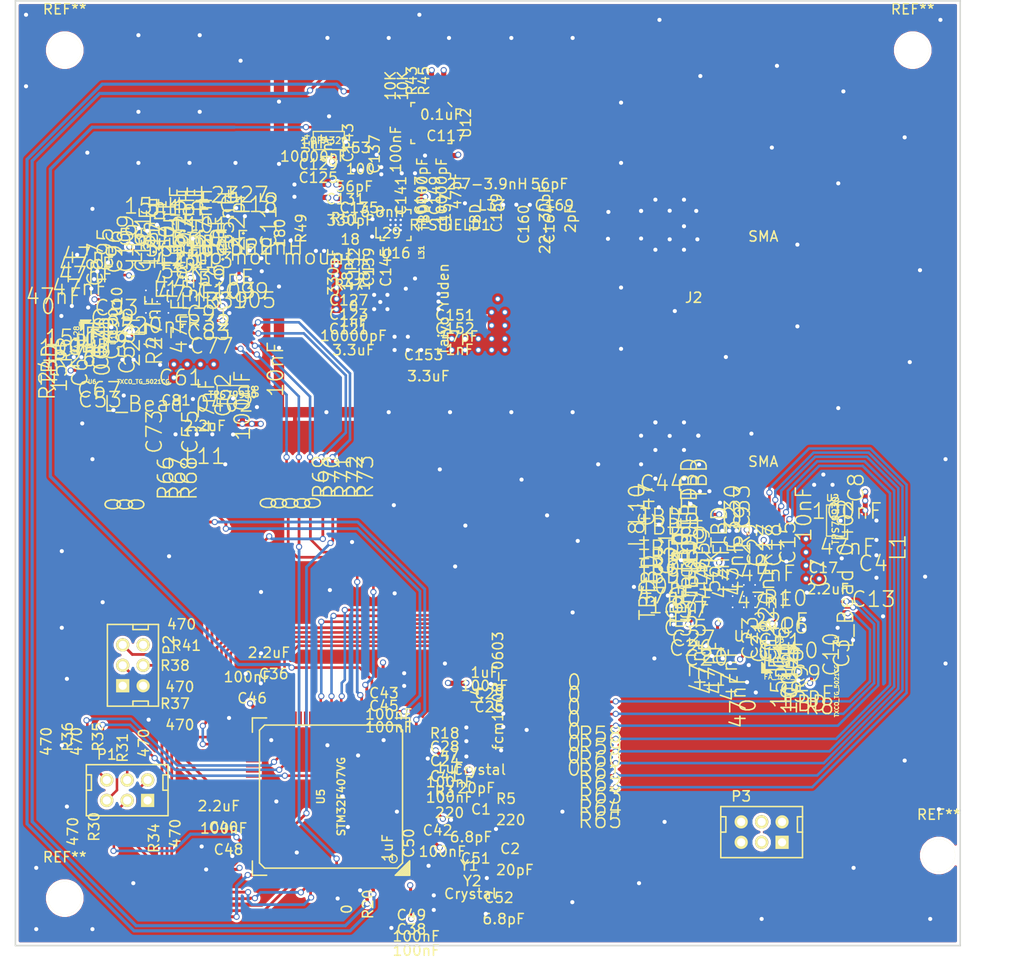
<source format=kicad_pcb>
(kicad_pcb (version 4) (host pcbnew 4.0.2-1.fc23-product)
  (title_block (title UPSAT-comms-pcb-THEODORIDIS))
  (layers (0 F.Cu signal) (1 In1.Cu signal hide) (2 In2.Cu signal hide) (31 B.Cu signal) (35 F.Paste user) (37 F.SilkS user) (39 F.Mask user hide) (44 Edge.Cuts user))
  (net 0 "")
  (net 1 "Net-(C1-Pad2)")
  (net 2 "Net-(C2-Pad2)")
  (net 3 "Net-(C3-Pad1)")
  (net 4 GND)
  (net 5 +3V3)
  (net 6 VDD)
  (net 7 "Net-(C7-Pad1)")
  (net 8 "Net-(C8-Pad1)")
  (net 9 "Net-(C9-Pad1)")
  (net 10 "Net-(C9-Pad2)")
  (net 11 "Net-(C10-Pad2)")
  (net 12 "Net-(C11-Pad2)")
  (net 13 "Net-(C12-Pad2)")
  (net 14 "Net-(C20-Pad1)")
  (net 15 "Net-(C20-Pad2)")
  (net 16 "Net-(C21-Pad2)")
  (net 17 "Net-(C24-Pad1)")
  (net 18 "Net-(C25-Pad2)")
  (net 19 "Net-(C27-Pad2)")
  (net 20 "Net-(C31-Pad1)")
  (net 21 "Net-(C31-Pad2)")
  (net 22 "Net-(C32-Pad1)")
  (net 23 "Net-(C34-Pad1)")
  (net 24 "Net-(C35-Pad2)")
  (net 25 "Net-(C36-Pad1)")
  (net 26 "Net-(C37-Pad1)")
  (net 27 "Net-(C37-Pad2)")
  (net 28 "Net-(C39-Pad1)")
  (net 29 "Net-(C40-Pad1)")
  (net 30 "Net-(C44-Pad1)")
  (net 31 "Net-(C47-Pad1)")
  (net 32 "Net-(C51-Pad2)")
  (net 33 "Net-(C52-Pad2)")
  (net 34 "Net-(C53-Pad1)")
  (net 35 "Net-(C61-Pad1)")
  (net 36 "Net-(C62-Pad1)")
  (net 37 "Net-(C65-Pad1)")
  (net 38 "Net-(C65-Pad2)")
  (net 39 "Net-(C67-Pad2)")
  (net 40 "Net-(C69-Pad2)")
  (net 41 "Net-(C71-Pad2)")
  (net 42 "Net-(C87-Pad1)")
  (net 43 "Net-(C87-Pad2)")
  (net 44 "Net-(C89-Pad2)")
  (net 45 "Net-(C96-Pad2)")
  (net 46 "Net-(C101-Pad1)")
  (net 47 "Net-(C101-Pad2)")
  (net 48 "Net-(C103-Pad1)")
  (net 49 "Net-(C107-Pad1)")
  (net 50 "Net-(C109-Pad2)")
  (net 51 "Net-(C111-Pad1)")
  (net 52 "Net-(C111-Pad2)")
  (net 53 "Net-(C113-Pad1)")
  (net 54 "Net-(C115-Pad1)")
  (net 55 "Net-(C118-Pad1)")
  (net 56 "Net-(C132-Pad1)")
  (net 57 "Net-(C135-Pad1)")
  (net 58 "Net-(C139-Pad1)")
  (net 59 "Net-(C141-Pad1)")
  (net 60 "Net-(C145-Pad1)")
  (net 61 "Net-(C157-Pad2)")
  (net 62 "Net-(C159-Pad2)")
  (net 63 "Net-(P1-Pad2)")
  (net 64 "Net-(P1-Pad3)")
  (net 65 "Net-(P1-Pad4)")
  (net 66 "Net-(P1-Pad5)")
  (net 67 "Net-(P1-Pad6)")
  (net 68 "Net-(P2-Pad3)")
  (net 69 "Net-(P2-Pad4)")
  (net 70 "Net-(P2-Pad5)")
  (net 71 "Net-(P2-Pad6)")
  (net 72 /NRST)
  (net 73 "Net-(R5-Pad1)")
  (net 74 "Net-(R17-Pad1)")
  (net 75 "Net-(R20-Pad1)")
  (net 76 /SWDIO)
  (net 77 /USART3_TX)
  (net 78 "Net-(R32-Pad1)")
  (net 79 /SWCLK)
  (net 80 /USART3_RX)
  (net 81 /COMMS_TO_OBC_TX)
  (net 82 /COMMS_TO_OBC_EN)
  (net 83 /COMMS_TO_OBC_RX)
  (net 84 /I2C1_SDA)
  (net 85 /I2C1_SCL)
  (net 86 "Net-(R51-Pad2)")
  (net 87 "Net-(R53-Pad1)")
  (net 88 "Net-(U1-Pad1)")
  (net 89 /2RESET_N)
  (net 90 /2GPIO3)
  (net 91 /2GPIO2)
  (net 92 /SPI2_MOSI)
  (net 93 /SPI2_SCK)
  (net 94 /SPI2_MISO)
  (net 95 /2GPIO0)
  (net 96 /2CS_N)
  (net 97 "Net-(U4-Pad16)")
  (net 98 "Net-(U5-Pad1)")
  (net 99 "Net-(U5-Pad2)")
  (net 100 "Net-(U5-Pad3)")
  (net 101 "Net-(U5-Pad4)")
  (net 102 "Net-(U5-Pad5)")
  (net 103 "Net-(U5-Pad7)")
  (net 104 "Net-(U5-Pad15)")
  (net 105 "Net-(U5-Pad16)")
  (net 106 "Net-(U5-Pad17)")
  (net 107 "Net-(U5-Pad18)")
  (net 108 "Net-(U5-Pad23)")
  (net 109 "Net-(U5-Pad24)")
  (net 110 /1GPIO3)
  (net 111 /1GPIO2)
  (net 112 /DAC_OUT2)
  (net 113 /SPI1_MISO)
  (net 114 /SPI1_MOSI)
  (net 115 "Net-(U5-Pad33)")
  (net 116 "Net-(U5-Pad34)")
  (net 117 "Net-(U5-Pad35)")
  (net 118 "Net-(U5-Pad37)")
  (net 119 "Net-(U5-Pad39)")
  (net 120 "Net-(U5-Pad41)")
  (net 121 "Net-(U5-Pad42)")
  (net 122 "Net-(U5-Pad43)")
  (net 123 "Net-(U5-Pad44)")
  (net 124 "Net-(U5-Pad45)")
  (net 125 "Net-(U5-Pad55)")
  (net 126 "Net-(U5-Pad56)")
  (net 127 "Net-(U5-Pad57)")
  (net 128 "Net-(U5-Pad58)")
  (net 129 "Net-(U5-Pad59)")
  (net 130 "Net-(U5-Pad60)")
  (net 131 "Net-(U5-Pad61)")
  (net 132 "Net-(U5-Pad62)")
  (net 133 /1GPIO0)
  (net 134 "Net-(U5-Pad68)")
  (net 135 /1RESET_N)
  (net 136 "Net-(U5-Pad70)")
  (net 137 "Net-(U5-Pad71)")
  (net 138 /1CS_N)
  (net 139 "Net-(U5-Pad81)")
  (net 140 "Net-(U5-Pad82)")
  (net 141 "Net-(U5-Pad85)")
  (net 142 "Net-(U5-Pad86)")
  (net 143 "Net-(U5-Pad87)")
  (net 144 "Net-(U5-Pad88)")
  (net 145 /SPI1_SCK)
  (net 146 "Net-(U5-Pad98)")
  (net 147 "Net-(U6-Pad1)")
  (net 148 "Net-(U10-Pad16)")
  (net 149 "Net-(U12-Pad5)")
  (net 150 "Net-(U12-Pad6)")
  (net 151 "Net-(U12-Pad7)")
  (net 152 "Net-(U12-Pad8)")
  (net 153 "Net-(U12-Pad9)")
  (net 154 "Net-(U12-Pad10)")
  (net 155 "Net-(U12-Pad13)")
  (net 156 "Net-(U12-Pad14)")
  (net 157 "Net-(U12-Pad15)")
  (net 158 "Net-(U12-Pad16)")
  (net 159 "Net-(U16-Pad7)")
  (net 160 "Net-(U16-Pad13)")
  (net 161 "Net-(R58-Pad2)")
  (net 162 "Net-(R59-Pad2)")
  (net 163 "Net-(R60-Pad2)")
  (net 164 "Net-(R61-Pad2)")
  (net 165 "Net-(R62-Pad2)")
  (net 166 "Net-(R63-Pad2)")
  (net 167 "Net-(R64-Pad2)")
  (net 168 "Net-(R65-Pad2)")
  (net 169 "Net-(R66-Pad2)")
  (net 170 "Net-(R67-Pad2)")
  (net 171 "Net-(R68-Pad2)")
  (net 172 "Net-(R69-Pad2)")
  (net 173 "Net-(R70-Pad2)")
  (net 174 "Net-(R71-Pad2)")
  (net 175 "Net-(R72-Pad2)")
  (net 176 "Net-(R73-Pad2)")
  (net 177 "Net-(U5-Pad29)")
  (net 178 "Net-(U5-Pad63)")
  (net 179 "Net-(U5-Pad64)")
  (net 180 "Net-(U5-Pad65)")
  (net 181 "Net-(U5-Pad66)")
  (net 182 "Net-(U5-Pad78)")
  (net 183 "Net-(U5-Pad79)")
  (net 184 "Net-(U5-Pad91)")
  (net 185 "Net-(U5-Pad93)")
  (net 186 "Net-(C169-Pad1)")
  (net 187 "Net-(U5-Pad92)")
  (net 188 "Net-(U5-Pad90)")
  (net 189 "Net-(U5-Pad97)")
  (module Mounting_Holes:MountingHole_3mm (layer F.Cu) (at 252.69 25.06)
    (fp_text reference REF** (at 0 -4.0005) (layer F.SilkS))
    (fp_text value MountingHole_3mm)
    (pad "" np_thru_hole circle (at 0 0) (size 3.2 3.2) (drill 3.2) (layers *.Cu *.Mask F.SilkS))
  )
  (module Mounting_Holes:MountingHole_3mm (layer F.Cu) (at 255.24 103.89)
    (fp_text reference REF** (at 0 -4.0005) (layer F.SilkS))
    (fp_text value MountingHole_3mm)
    (pad "" np_thru_hole circle (at 0 0) (size 3.2 3.2) (drill 3.2) (layers *.Cu *.Mask F.SilkS))
  )
  (module Mounting_Holes:MountingHole_3mm (layer F.Cu) (at 169.69 108.06)
    (fp_text reference REF** (at 0 -4.0005) (layer F.SilkS))
    (fp_text value MountingHole_3mm)
    (pad "" np_thru_hole circle (at 0 0) (size 3.2 3.2) (drill 3.2) (layers *.Cu *.Mask F.SilkS))
  )
  (module RF5110G:RF5110G (layer F.Cu) (at 202.07238 42.181328)
    (fp_text reference U16 (at 0 2.75) (layer F.SilkS))
    (fp_text value RF5110G)
    (pad 2 smd rect (at -1.3 -0.25) (size 0.64 0.28) (layers F.Cu F.Paste F.Mask) (net 4 GND))
    (pad 1 smd rect (at -1.3 -0.75) (size 0.64 0.28) (layers F.Cu F.Paste F.Mask) (net 86 "Net-(R51-Pad2)"))
    (pad 3 smd rect (at -1.3 0.25) (size 0.64 0.28) (layers F.Cu F.Paste F.Mask) (net 57 "Net-(C135-Pad1)"))
    (pad 4 smd rect (at -1.3 0.75) (size 0.64 0.28) (layers F.Cu F.Paste F.Mask) (net 4 GND))
    (pad 5 smd rect (at -0.75 1.3 90) (size 0.64 0.28) (layers F.Cu F.Paste F.Mask) (net 58 "Net-(C139-Pad1)"))
    (pad 6 smd rect (at -0.25 1.3 90) (size 0.64 0.28) (layers F.Cu F.Paste F.Mask) (net 58 "Net-(C139-Pad1)"))
    (pad 7 smd rect (at 0.25 1.3 90) (size 0.64 0.28) (layers F.Cu F.Paste F.Mask) (net 159 "Net-(U16-Pad7)"))
    (pad 8 smd rect (at 0.75 1.3 90) (size 0.64 0.28) (layers F.Cu F.Paste F.Mask) (net 60 "Net-(C145-Pad1)"))
    (pad 9 smd rect (at 1.3 0.75) (size 0.64 0.28) (layers F.Cu F.Paste F.Mask) (net 61 "Net-(C157-Pad2)"))
    (pad 10 smd rect (at 1.3 0.25) (size 0.64 0.28) (layers F.Cu F.Paste F.Mask) (net 61 "Net-(C157-Pad2)"))
    (pad 11 smd rect (at 1.3 -0.25) (size 0.64 0.28) (layers F.Cu F.Paste F.Mask) (net 61 "Net-(C157-Pad2)"))
    (pad 12 smd rect (at 1.3 -0.75) (size 0.64 0.28) (layers F.Cu F.Paste F.Mask) (net 61 "Net-(C157-Pad2)"))
    (pad 13 smd rect (at 0.75 -1.3 90) (size 0.64 0.28) (layers F.Cu F.Paste F.Mask) (net 160 "Net-(U16-Pad13)"))
    (pad 14 smd rect (at 0.25 -1.3 90) (size 0.64 0.28) (layers F.Cu F.Paste F.Mask) (net 5 +3V3))
    (pad 15 smd rect (at -0.25 -1.3 90) (size 0.64 0.28) (layers F.Cu F.Paste F.Mask) (net 59 "Net-(C141-Pad1)"))
    (pad 16 smd rect (at -0.75 -1.3 90) (size 0.64 0.28) (layers F.Cu F.Paste F.Mask) (net 59 "Net-(C141-Pad1)"))
    (pad 17 smd rect (at 0 0) (size 1.5 1.5) (layers F.Cu F.Paste F.Mask) (net 4 GND))
    (pad 17 thru_hole circle (at -0.5 -0.5) (size 0.3 0.3) (drill 0.24) (layers *.Cu) (net 4 GND))
    (pad 17 thru_hole circle (at 0 -0.5) (size 0.3 0.3) (drill 0.24) (layers *.Cu) (net 4 GND))
    (pad 17 thru_hole circle (at 0.5 -0.5) (size 0.3 0.3) (drill 0.24) (layers *.Cu) (net 4 GND))
    (pad 17 thru_hole circle (at 0.5 0) (size 0.3 0.3) (drill 0.24) (layers *.Cu) (net 4 GND))
    (pad 17 thru_hole circle (at 0 0) (size 0.3 0.3) (drill 0.24) (layers *.Cu) (net 4 GND))
    (pad 17 thru_hole circle (at 0 0.5) (size 0.3 0.3) (drill 0.24) (layers *.Cu) (net 4 GND))
    (pad 17 thru_hole circle (at 0.5 0.5) (size 0.3 0.3) (drill 0.24) (layers *.Cu) (net 4 GND))
    (pad 17 thru_hole circle (at -0.5 0.5) (size 0.3 0.3) (drill 0.24) (layers *.Cu) (net 4 GND))
    (pad 17 thru_hole circle (at -0.5 0) (size 0.3 0.3) (drill 0.24) (layers *.Cu) (net 4 GND))
  )
  (module hrs-df11:hrs-df11-6dp-2dsa (layer F.Cu) (at 237.9 101.6)
    (fp_text reference P3 (at -2 -3.5) (layer F.SilkS))
    (fp_text value CONN_02X03)
    (pad 1 thru_hole rect (at 2 1) (size 1.3 1.3) (drill 0.8) (layers *.Cu *.Mask F.SilkS) (net 4 GND))
    (pad 2 thru_hole circle (at 2 -1) (size 1.3 1.3) (drill 0.8) (layers *.Cu *.Mask F.SilkS) (net 4 GND))
    (pad 3 thru_hole circle (at 0 1) (size 1.3 1.3) (drill 0.8) (layers *.Cu *.Mask F.SilkS) (net 5 +3V3))
    (pad 4 thru_hole circle (at 0 -1) (size 1.3 1.3) (drill 0.8) (layers *.Cu *.Mask F.SilkS) (net 5 +3V3))
    (pad 5 thru_hole circle (at -2 1) (size 1.3 1.3) (drill 0.8) (layers *.Cu *.Mask F.SilkS) (net 4 GND))
    (pad 6 thru_hole circle (at -2 -1) (size 1.3 1.3) (drill 0.8) (layers *.Cu *.Mask F.SilkS) (net 4 GND))
  )
  (module libs:sma_smd_samtec_man (layer F.Cu) (at 228.9 42.18)
    (fp_text reference J2 (at 2.35 7.11) (layer F.SilkS))
    (fp_text value SMA (at 9.16 1.12) (layer F.SilkS))
    (pad 1 connect circle (at 0 0) (size 1.15 1.15) (layers F.Cu F.Mask) (net 186 "Net-(C169-Pad1)"))
    (pad 2 connect trapezoid (at 1.4 1.4) (size 1.1 1.1) (layers F.Cu F.Mask) (net 4 GND))
    (pad 3 connect trapezoid (at -1.4 1.4) (size 1.1 1.1) (layers F.Cu F.Mask) (net 4 GND))
    (pad 4 connect trapezoid (at -1.4 -1.4) (size 1.1 1.1) (layers F.Cu F.Mask) (net 4 GND))
    (pad 5 connect trapezoid (at 1.4 -1.4) (size 1.1 1.1) (layers F.Cu F.Mask) (net 4 GND))
  )
  (module w_crystal:crystal_fa128 (layer F.Cu) (at 172.74388 53.191764 270)
    (fp_text reference U18 (at 0 -1.69926 270) (layer F.SilkS) (effects (font (size 0.49784 0.49784) (thickness 0.09906))))
    (fp_text value FA_128_ (at 0 1.89992 270) (layer F.SilkS) (effects (font (size 0.49784 0.49784) (thickness 0.09906))))
    (pad 3 smd rect (at -0.7239 0.5715 270) (size 0.94996 0.84836) (layers F.Cu F.Paste F.Mask) (net 40 "Net-(C69-Pad2)"))
    (pad 1 smd rect (at 0.7239 -0.5715 270) (size 0.94996 0.84836) (layers F.Cu F.Paste F.Mask) (net 39 "Net-(C67-Pad2)"))
    (pad 4 smd rect (at 0.7239 0.5715 270) (size 0.94996 0.84836) (layers F.Cu F.Paste F.Mask) (net 4 GND))
    (pad 2 smd rect (at -0.7239 -0.5715 270) (size 0.94996 0.84836) (layers F.Cu F.Paste F.Mask) (net 4 GND))
  )
  (module libs:TXCOTG5021CG (layer F.Cu) (at 172.37238 57.515664)
    (fp_text reference U6 (at 0 0) (layer F.SilkS) (effects (font (size 0.4 0.4) (thickness 0.1))))
    (fp_text value TXCO_TG_5021CG (at 5 0) (layer F.SilkS) (effects (font (size 0.4 0.4) (thickness 0.1))))
    (pad 4 smd rect (at 0 0) (size 0.8 1) (layers F.Cu F.Paste F.Mask) (net 34 "Net-(C53-Pad1)"))
    (pad 1 smd rect (at 0 1.4) (size 0.8 1) (layers F.Cu F.Paste F.Mask) (net 147 "Net-(U6-Pad1)"))
    (pad 2 smd rect (at 2.1 1.4) (size 0.8 1) (layers F.Cu F.Paste F.Mask) (net 4 GND))
    (pad 3 smd rect (at 2.1 0) (size 0.8 1) (layers F.Cu F.Paste F.Mask) (net 38 "Net-(C65-Pad2)"))
  )
  (module w_crystal:crystal_fa128 (layer F.Cu) (at 239.619692 84.505988)
    (fp_text reference U3 (at 0 -1.69926) (layer F.SilkS) (effects (font (size 0.49784 0.49784) (thickness 0.09906))))
    (fp_text value FA_128_ (at 0 1.89992) (layer F.SilkS) (effects (font (size 0.49784 0.49784) (thickness 0.09906))))
    (pad 3 smd rect (at -0.7239 0.5715) (size 0.94996 0.84836) (layers F.Cu F.Paste F.Mask) (net 12 "Net-(C11-Pad2)"))
    (pad 1 smd rect (at 0.7239 -0.5715) (size 0.94996 0.84836) (layers F.Cu F.Paste F.Mask) (net 11 "Net-(C10-Pad2)"))
    (pad 4 smd rect (at 0.7239 0.5715) (size 0.94996 0.84836) (layers F.Cu F.Paste F.Mask) (net 4 GND))
    (pad 2 smd rect (at -0.7239 -0.5715) (size 0.94996 0.84836) (layers F.Cu F.Paste F.Mask) (net 4 GND))
  )
  (module libs:TXCOTG5021CG (layer F.Cu) (at 245.249692 82.775988 270)
    (fp_text reference U1 (at 0 0 270) (layer F.SilkS) (effects (font (size 0.4 0.4) (thickness 0.1))))
    (fp_text value TXCO_TG_5021CG (at 5 0 270) (layer F.SilkS) (effects (font (size 0.4 0.4) (thickness 0.1))))
    (pad 2 smd rect (at 0 0 270) (size 0.8 1) (layers F.Cu F.Paste F.Mask) (net 4 GND))
    (pad 3 smd rect (at 0 1.4 270) (size 0.8 1) (layers F.Cu F.Paste F.Mask) (net 10 "Net-(C9-Pad2)"))
    (pad 4 smd rect (at 2.1 1.4 270) (size 0.8 1) (layers F.Cu F.Paste F.Mask) (net 3 "Net-(C3-Pad1)"))
    (pad 1 smd rect (at 2.1 0 270) (size 0.8 1) (layers F.Cu F.Paste F.Mask) (net 88 "Net-(U1-Pad1)"))
  )
  (module libs:0603murata2 (layer F.Cu) (at 210.512339 101.3 180)
    (fp_text reference C1 (at 0.08 1.93 180) (layer F.SilkS))
    (fp_text value 20pF (at 0.55 4.01 180) (layer F.SilkS))
    (pad 1 smd trapezoid (at 0 0 180) (size 0.65 0.7) (layers F.Cu F.Paste F.Mask) (net 4 GND))
    (pad 2 smd trapezoid (at 1.27 0 180) (size 0.65 0.7) (layers F.Cu F.Paste F.Mask) (net 1 "Net-(C1-Pad2)"))
  )
  (module libs:0603murata2 (layer F.Cu) (at 213.2 101.3)
    (fp_text reference C2 (at 0.08 1.93) (layer F.SilkS))
    (fp_text value 20pF (at 0.55 4.01) (layer F.SilkS))
    (pad 1 smd trapezoid (at 0 0) (size 0.65 0.7) (layers F.Cu F.Paste F.Mask) (net 4 GND))
    (pad 2 smd trapezoid (at 1.27 0) (size 0.65 0.7) (layers F.Cu F.Paste F.Mask) (net 2 "Net-(C2-Pad2)"))
  )
  (module libs:0402_cc (layer F.Cu) (at 242.53469 84.86034 90)
    (fp_text reference C3 (at 0.77 3.2 90) (layer F.SilkS) (effects (font (size 1.5 1.5))))
    (fp_text value 100nF (at -1.79 -1.92 90) (layer F.SilkS) (effects (font (size 1.5 1.5))))
    (pad 1 smd rect (at 0 0 90) (size 0.61 0.59) (layers F.Cu F.Paste F.Mask) (net 3 "Net-(C3-Pad1)") (clearance 0.0001))
    (pad 2 smd rect (at 1.02 0 90) (size 0.61 0.59) (layers F.Cu F.Paste F.Mask) (net 4 GND) (clearance 0.0001))
  )
  (module libs:0402_cc (layer F.Cu) (at 248.039692 72.105988)
    (fp_text reference C4 (at 0.77 3.2) (layer F.SilkS) (effects (font (size 1.5 1.5))))
    (fp_text value 100nF (at -1.79 -1.92) (layer F.SilkS) (effects (font (size 1.5 1.5))))
    (pad 1 smd rect (at 0 0) (size 0.61 0.59) (layers F.Cu F.Paste F.Mask) (net 5 +3V3) (clearance 0.0001))
    (pad 2 smd rect (at 1.02 0) (size 0.61 0.59) (layers F.Cu F.Paste F.Mask) (net 4 GND) (clearance 0.0001))
  )
  (module libs:0402_cc (layer F.Cu) (at 239.959692 80.855988)
    (fp_text reference C5 (at 0.77 3.2) (layer F.SilkS) (effects (font (size 1.5 1.5))))
    (fp_text value 47nF (at -1.79 -1.92) (layer F.SilkS) (effects (font (size 1.5 1.5))))
    (pad 1 smd rect (at 0 0) (size 0.61 0.59) (layers F.Cu F.Paste F.Mask) (net 6 VDD) (clearance 0.0001))
    (pad 2 smd rect (at 1.02 0) (size 0.61 0.59) (layers F.Cu F.Paste F.Mask) (net 4 GND) (clearance 0.0001))
  )
  (module libs:0402_cc (layer F.Cu) (at 240.274769 78.210741)
    (fp_text reference C6 (at 0.77 3.2) (layer F.SilkS) (effects (font (size 1.5 1.5))))
    (fp_text value 47nF (at -1.79 -1.92) (layer F.SilkS) (effects (font (size 1.5 1.5))))
    (pad 1 smd rect (at 0 0) (size 0.61 0.59) (layers F.Cu F.Paste F.Mask) (net 6 VDD) (clearance 0.0001))
    (pad 2 smd rect (at 1.02 0) (size 0.61 0.59) (layers F.Cu F.Paste F.Mask) (net 4 GND) (clearance 0.0001))
  )
  (module libs:0402_cc (layer F.Cu) (at 240.309692 77.025988 90)
    (fp_text reference C7 (at 0.77 3.2 90) (layer F.SilkS) (effects (font (size 1.5 1.5))))
    (fp_text value 220nF (at -1.79 -1.92 90) (layer F.SilkS) (effects (font (size 1.5 1.5))))
    (pad 1 smd rect (at 0 0 90) (size 0.61 0.59) (layers F.Cu F.Paste F.Mask) (net 7 "Net-(C7-Pad1)") (clearance 0.0001))
    (pad 2 smd rect (at 1.02 0 90) (size 0.61 0.59) (layers F.Cu F.Paste F.Mask) (net 4 GND) (clearance 0.0001))
  )
  (module libs:0402_cc (layer F.Cu) (at 243.93469 68.66034 90)
    (fp_text reference C8 (at 0.77 3.2 90) (layer F.SilkS) (effects (font (size 1.5 1.5))))
    (fp_text value 10nF (at -1.79 -1.92 90) (layer F.SilkS) (effects (font (size 1.5 1.5))))
    (pad 1 smd rect (at 0 0 90) (size 0.61 0.59) (layers F.Cu F.Paste F.Mask) (net 8 "Net-(C8-Pad1)") (clearance 0.0001))
    (pad 2 smd rect (at 1.02 0 90) (size 0.61 0.59) (layers F.Cu F.Paste F.Mask) (net 4 GND) (clearance 0.0001))
  )
  (module libs:0402_cc (layer F.Cu) (at 241.51469 82.880988)
    (fp_text reference C9 (at 0.77 3.2) (layer F.SilkS) (effects (font (size 1.5 1.5))))
    (fp_text value 22pF (at -1.79 -1.92) (layer F.SilkS) (effects (font (size 1.5 1.5))))
    (pad 1 smd rect (at 0 0) (size 0.61 0.59) (layers F.Cu F.Paste F.Mask) (net 9 "Net-(C9-Pad1)") (clearance 0.0001))
    (pad 2 smd rect (at 1.02 0) (size 0.61 0.59) (layers F.Cu F.Paste F.Mask) (net 10 "Net-(C9-Pad2)") (clearance 0.0001))
  )
  (module libs:0402_cc (layer F.Cu) (at 241.509692 84.975988 90)
    (fp_text reference C10 (at 0.77 3.2 90) (layer F.SilkS) (effects (font (size 1.5 1.5))))
    (fp_text value 15pF (at -1.79 -1.92 90) (layer F.SilkS) (effects (font (size 1.5 1.5))))
    (pad 1 smd rect (at 0 0 90) (size 0.61 0.59) (layers F.Cu F.Paste F.Mask) (net 4 GND) (clearance 0.0001))
    (pad 2 smd rect (at 1.02 0 90) (size 0.61 0.59) (layers F.Cu F.Paste F.Mask) (net 11 "Net-(C10-Pad2)") (clearance 0.0001))
  )
  (module libs:0402_cc (layer F.Cu) (at 240.449692 86.175988 180)
    (fp_text reference C11 (at 0.77 3.2 180) (layer F.SilkS) (effects (font (size 1.5 1.5))))
    (fp_text value 15pF (at -1.79 -1.92 180) (layer F.SilkS) (effects (font (size 1.5 1.5))))
    (pad 1 smd rect (at 0 0 180) (size 0.61 0.59) (layers F.Cu F.Paste F.Mask) (net 4 GND) (clearance 0.0001))
    (pad 2 smd rect (at 1.02 0 180) (size 0.61 0.59) (layers F.Cu F.Paste F.Mask) (net 12 "Net-(C11-Pad2)") (clearance 0.0001))
  )
  (module libs:0402_cc (layer F.Cu) (at 237.509692 86.935988 90)
    (fp_text reference C12 (at 0.77 3.2 90) (layer F.SilkS) (effects (font (size 1.5 1.5))))
    (fp_text value 47nF (at -1.79 -1.92 90) (layer F.SilkS) (effects (font (size 1.5 1.5))))
    (pad 1 smd rect (at 0 0 90) (size 0.61 0.59) (layers F.Cu F.Paste F.Mask) (net 4 GND) (clearance 0.0001))
    (pad 2 smd rect (at 1.02 0 90) (size 0.61 0.59) (layers F.Cu F.Paste F.Mask) (net 13 "Net-(C12-Pad2)") (clearance 0.0001))
  )
  (module libs:0402_cc (layer F.Cu) (at 248.084692 75.605988)
    (fp_text reference C13 (at 0.77 3.2) (layer F.SilkS) (effects (font (size 1.5 1.5))))
    (fp_text value 47nF (at -1.79 -1.92) (layer F.SilkS) (effects (font (size 1.5 1.5))))
    (pad 1 smd rect (at 0 0) (size 0.61 0.59) (layers F.Cu F.Paste F.Mask) (net 6 VDD) (clearance 0.0001))
    (pad 2 smd rect (at 1.02 0) (size 0.61 0.59) (layers F.Cu F.Paste F.Mask) (net 4 GND) (clearance 0.0001))
  )
  (module libs:0402_cc (layer F.Cu) (at 240.449692 87.085988 180)
    (fp_text reference C14 (at 0.77 3.2 180) (layer F.SilkS) (effects (font (size 1.5 1.5))))
    (fp_text value TBD (at -1.79 -1.92 180) (layer F.SilkS) (effects (font (size 1.5 1.5))))
    (pad 1 smd rect (at 0 0 180) (size 0.61 0.59) (layers F.Cu F.Paste F.Mask) (net 4 GND) (clearance 0.0001))
    (pad 2 smd rect (at 1.02 0 180) (size 0.61 0.59) (layers F.Cu F.Paste F.Mask) (net 12 "Net-(C11-Pad2)") (clearance 0.0001))
  )
  (module libs:0402_cc (layer F.Cu) (at 237.259692 74.025988 90)
    (fp_text reference C15 (at 0.77 3.2 90) (layer F.SilkS) (effects (font (size 1.5 1.5))))
    (fp_text value 47nF (at -1.79 -1.92 90) (layer F.SilkS) (effects (font (size 1.5 1.5))))
    (pad 1 smd rect (at 0 0 90) (size 0.61 0.59) (layers F.Cu F.Paste F.Mask) (net 6 VDD) (clearance 0.0001))
    (pad 2 smd rect (at 1.02 0 90) (size 0.61 0.59) (layers F.Cu F.Paste F.Mask) (net 4 GND) (clearance 0.0001))
  )
  (module libs:0402_cc (layer F.Cu) (at 236.659692 84.305988 90)
    (fp_text reference C16 (at 0.77 3.2 90) (layer F.SilkS) (effects (font (size 1.5 1.5))))
    (fp_text value 47nF (at -1.79 -1.92 90) (layer F.SilkS) (effects (font (size 1.5 1.5))))
    (pad 1 smd rect (at 0 0 90) (size 0.61 0.59) (layers F.Cu F.Paste F.Mask) (net 4 GND) (clearance 0.0001))
    (pad 2 smd rect (at 1.02 0 90) (size 0.61 0.59) (layers F.Cu F.Paste F.Mask) (net 6 VDD) (clearance 0.0001))
  )
  (module libs:0603murata2 (layer F.Cu) (at 243.839692 73.805988)
    (fp_text reference C17 (at 0.08 1.93) (layer F.SilkS))
    (fp_text value 2.2uF (at 0.55 4.01) (layer F.SilkS))
    (pad 1 smd trapezoid (at 0 0) (size 0.65 0.7) (layers F.Cu F.Paste F.Mask) (net 6 VDD))
    (pad 2 smd trapezoid (at 1.27 0) (size 0.65 0.7) (layers F.Cu F.Paste F.Mask) (net 4 GND))
  )
  (module libs:0402_cc (layer F.Cu) (at 235.884692 74.280988 90)
    (fp_text reference C18 (at 0.77 3.2 90) (layer F.SilkS) (effects (font (size 1.5 1.5))))
    (fp_text value 47nF (at -1.79 -1.92 90) (layer F.SilkS) (effects (font (size 1.5 1.5))))
    (pad 1 smd rect (at 0 0 90) (size 0.61 0.59) (layers F.Cu F.Paste F.Mask) (net 6 VDD) (clearance 0.0001))
    (pad 2 smd rect (at 1.02 0 90) (size 0.61 0.59) (layers F.Cu F.Paste F.Mask) (net 4 GND) (clearance 0.0001))
  )
  (module libs:0402_cc (layer F.Cu) (at 235.399692 83.675988 90)
    (fp_text reference C19 (at 0.77 3.2 90) (layer F.SilkS) (effects (font (size 1.5 1.5))))
    (fp_text value 47nF (at -1.79 -1.92 90) (layer F.SilkS) (effects (font (size 1.5 1.5))))
    (pad 1 smd rect (at 0 0 90) (size 0.61 0.59) (layers F.Cu F.Paste F.Mask) (net 4 GND) (clearance 0.0001))
    (pad 2 smd rect (at 1.02 0 90) (size 0.61 0.59) (layers F.Cu F.Paste F.Mask) (net 6 VDD) (clearance 0.0001))
  )
  (module libs:0402_cc (layer F.Cu) (at 231.709692 81.355988)
    (fp_text reference C20 (at 0.77 3.2) (layer F.SilkS) (effects (font (size 1.5 1.5))))
    (fp_text value 1.8nF (at -1.79 -1.92) (layer F.SilkS) (effects (font (size 1.5 1.5))))
    (pad 1 smd rect (at 0 0) (size 0.61 0.59) (layers F.Cu F.Paste F.Mask) (net 14 "Net-(C20-Pad1)") (clearance 0.0001))
    (pad 2 smd rect (at 1.02 0) (size 0.61 0.59) (layers F.Cu F.Paste F.Mask) (net 15 "Net-(C20-Pad2)") (clearance 0.0001))
  )
  (module libs:0402_cc (layer F.Cu) (at 234.489692 83.675988 90)
    (fp_text reference C21 (at 0.77 3.2 90) (layer F.SilkS) (effects (font (size 1.5 1.5))))
    (fp_text value 47nF (at -1.79 -1.92 90) (layer F.SilkS) (effects (font (size 1.5 1.5))))
    (pad 1 smd rect (at 0 0 90) (size 0.61 0.59) (layers F.Cu F.Paste F.Mask) (net 4 GND) (clearance 0.0001))
    (pad 2 smd rect (at 1.02 0 90) (size 0.61 0.59) (layers F.Cu F.Paste F.Mask) (net 16 "Net-(C21-Pad2)") (clearance 0.0001))
  )
  (module libs:0402_cc (layer F.Cu) (at 234.109692 74.280988 90)
    (fp_text reference C22 (at 0.77 3.2 90) (layer F.SilkS) (effects (font (size 1.5 1.5))))
    (fp_text value 47nF (at -1.79 -1.92 90) (layer F.SilkS) (effects (font (size 1.5 1.5))))
    (pad 1 smd rect (at 0 0 90) (size 0.61 0.59) (layers F.Cu F.Paste F.Mask) (net 6 VDD) (clearance 0.0001))
    (pad 2 smd rect (at 1.02 0 90) (size 0.61 0.59) (layers F.Cu F.Paste F.Mask) (net 4 GND) (clearance 0.0001))
  )
  (module libs:0402_cc (layer F.Cu) (at 233.584692 83.375988 90)
    (fp_text reference C23 (at 0.77 3.2 90) (layer F.SilkS) (effects (font (size 1.5 1.5))))
    (fp_text value 47nF (at -1.79 -1.92 90) (layer F.SilkS) (effects (font (size 1.5 1.5))))
    (pad 1 smd rect (at 0 0 90) (size 0.61 0.59) (layers F.Cu F.Paste F.Mask) (net 4 GND) (clearance 0.0001))
    (pad 2 smd rect (at 1.02 0 90) (size 0.61 0.59) (layers F.Cu F.Paste F.Mask) (net 6 VDD) (clearance 0.0001))
  )
  (module libs:0603murata2 (layer F.Cu) (at 206.8 92.7)
    (fp_text reference C24 (at 0.08 1.93) (layer F.SilkS))
    (fp_text value 100nF (at 0.55 4.01) (layer F.SilkS))
    (pad 1 smd trapezoid (at 0 0) (size 0.65 0.7) (layers F.Cu F.Paste F.Mask) (net 17 "Net-(C24-Pad1)"))
    (pad 2 smd trapezoid (at 1.27 0) (size 0.65 0.7) (layers F.Cu F.Paste F.Mask) (net 4 GND))
  )
  (module libs:0603murata2 (layer F.Cu) (at 211.32 91.29 180)
    (fp_text reference C25 (at 0.08 1.93 180) (layer F.SilkS))
    (fp_text value 100nF (at 0.55 4.01 180) (layer F.SilkS))
    (pad 1 smd trapezoid (at 0 0 180) (size 0.65 0.7) (layers F.Cu F.Paste F.Mask) (net 4 GND))
    (pad 2 smd trapezoid (at 1.27 0 180) (size 0.65 0.7) (layers F.Cu F.Paste F.Mask) (net 18 "Net-(C25-Pad2)"))
  )
  (module libs:0402_cc (layer F.Cu) (at 230.219692 80.395988)
    (fp_text reference C26 (at 0.77 3.2) (layer F.SilkS) (effects (font (size 1.5 1.5))))
    (fp_text value 47nF (at -1.79 -1.92) (layer F.SilkS) (effects (font (size 1.5 1.5))))
    (pad 1 smd rect (at 0 0) (size 0.61 0.59) (layers F.Cu F.Paste F.Mask) (net 4 GND) (clearance 0.0001))
    (pad 2 smd rect (at 1.02 0) (size 0.61 0.59) (layers F.Cu F.Paste F.Mask) (net 6 VDD) (clearance 0.0001))
  )
  (module libs:0402_cc (layer F.Cu) (at 230.439692 79.455988)
    (fp_text reference C27 (at 0.77 3.2) (layer F.SilkS) (effects (font (size 1.5 1.5))))
    (fp_text value 10nF (at -1.79 -1.92) (layer F.SilkS) (effects (font (size 1.5 1.5))))
    (pad 1 smd rect (at 0 0) (size 0.61 0.59) (layers F.Cu F.Paste F.Mask) (net 4 GND) (clearance 0.0001))
    (pad 2 smd rect (at 1.02 0) (size 0.61 0.59) (layers F.Cu F.Paste F.Mask) (net 19 "Net-(C27-Pad2)") (clearance 0.0001))
  )
  (module libs:0603murata2 (layer F.Cu) (at 206.8 91.31)
    (fp_text reference C28 (at 0.08 1.93) (layer F.SilkS))
    (fp_text value 1uF (at 0.55 4.01) (layer F.SilkS))
    (pad 1 smd trapezoid (at 0 0) (size 0.65 0.7) (layers F.Cu F.Paste F.Mask) (net 17 "Net-(C24-Pad1)"))
    (pad 2 smd trapezoid (at 1.27 0) (size 0.65 0.7) (layers F.Cu F.Paste F.Mask) (net 4 GND))
  )
  (module libs:0603murata2 (layer F.Cu) (at 211.32 89.99 180)
    (fp_text reference C29 (at 0.08 1.93 180) (layer F.SilkS))
    (fp_text value 1uF (at 0.55 4.01 180) (layer F.SilkS))
    (pad 1 smd trapezoid (at 0 0 180) (size 0.65 0.7) (layers F.Cu F.Paste F.Mask) (net 4 GND))
    (pad 2 smd trapezoid (at 1.27 0 180) (size 0.65 0.7) (layers F.Cu F.Paste F.Mask) (net 18 "Net-(C25-Pad2)"))
  )
  (module libs:0402_cc (layer F.Cu) (at 231.859692 70.475988 90)
    (fp_text reference C30 (at 0.77 3.2 90) (layer F.SilkS) (effects (font (size 1.5 1.5))))
    (fp_text value 10nF (at -1.79 -1.92 90) (layer F.SilkS) (effects (font (size 1.5 1.5))))
    (pad 1 smd rect (at 0 0 90) (size 0.61 0.59) (layers F.Cu F.Paste F.Mask) (net 6 VDD) (clearance 0.0001))
    (pad 2 smd rect (at 1.02 0 90) (size 0.61 0.59) (layers F.Cu F.Paste F.Mask) (net 4 GND) (clearance 0.0001))
  )
  (module libs:0402_cc (layer F.Cu) (at 231.83469 73.52034 270)
    (fp_text reference C31 (at 0.77 3.2 270) (layer F.SilkS) (effects (font (size 1.5 1.5))))
    (fp_text value TBD (at -1.79 -1.92 270) (layer F.SilkS) (effects (font (size 1.5 1.5))))
    (pad 1 smd rect (at 0 0 270) (size 0.61 0.59) (layers F.Cu F.Paste F.Mask) (net 20 "Net-(C31-Pad1)") (clearance 0.0001))
    (pad 2 smd rect (at 1.02 0 270) (size 0.61 0.59) (layers F.Cu F.Paste F.Mask) (net 21 "Net-(C31-Pad2)") (clearance 0.0001))
  )
  (module libs:0402_cc (layer F.Cu) (at 231.859692 72.530988 90)
    (fp_text reference C32 (at 0.77 3.2 90) (layer F.SilkS) (effects (font (size 1.5 1.5))))
    (fp_text value TBD (at -1.79 -1.92 90) (layer F.SilkS) (effects (font (size 1.5 1.5))))
    (pad 1 smd rect (at 0 0 90) (size 0.61 0.59) (layers F.Cu F.Paste F.Mask) (net 22 "Net-(C32-Pad1)") (clearance 0.0001))
    (pad 2 smd rect (at 1.02 0 90) (size 0.61 0.59) (layers F.Cu F.Paste F.Mask) (net 6 VDD) (clearance 0.0001))
  )
  (module libs:0402_cc (layer F.Cu) (at 232.784692 70.505988 90)
    (fp_text reference C33 (at 0.77 3.2 90) (layer F.SilkS) (effects (font (size 1.5 1.5))))
    (fp_text value 100pF (at -1.79 -1.92 90) (layer F.SilkS) (effects (font (size 1.5 1.5))))
    (pad 1 smd rect (at 0 0 90) (size 0.61 0.59) (layers F.Cu F.Paste F.Mask) (net 6 VDD) (clearance 0.0001))
    (pad 2 smd rect (at 1.02 0 90) (size 0.61 0.59) (layers F.Cu F.Paste F.Mask) (net 4 GND) (clearance 0.0001))
  )
  (module libs:0402_cc (layer F.Cu) (at 229.81469 72.64034)
    (fp_text reference C34 (at 0.77 3.2) (layer F.SilkS) (effects (font (size 1.5 1.5))))
    (fp_text value TBD (at -1.79 -1.92) (layer F.SilkS) (effects (font (size 1.5 1.5))))
    (pad 1 smd rect (at 0 0) (size 0.61 0.59) (layers F.Cu F.Paste F.Mask) (net 23 "Net-(C34-Pad1)") (clearance 0.0001))
    (pad 2 smd rect (at 1.02 0) (size 0.61 0.59) (layers F.Cu F.Paste F.Mask) (net 20 "Net-(C31-Pad1)") (clearance 0.0001))
  )
  (module libs:0402_cc (layer F.Cu) (at 229.684692 78.405988)
    (fp_text reference C35 (at 0.77 3.2) (layer F.SilkS) (effects (font (size 1.5 1.5))))
    (fp_text value TBD (at -1.79 -1.92) (layer F.SilkS) (effects (font (size 1.5 1.5))))
    (pad 1 smd rect (at 0 0) (size 0.61 0.59) (layers F.Cu F.Paste F.Mask) (net 4 GND) (clearance 0.0001))
    (pad 2 smd rect (at 1.02 0) (size 0.61 0.59) (layers F.Cu F.Paste F.Mask) (net 24 "Net-(C35-Pad2)") (clearance 0.0001))
  )
  (module libs:0603murata2 (layer F.Cu) (at 190.22 88.05 180)
    (fp_text reference C36 (at 0.08 1.93 180) (layer F.SilkS))
    (fp_text value 2.2uF (at 0.55 4.01 180) (layer F.SilkS))
    (pad 1 smd trapezoid (at 0 0 180) (size 0.65 0.7) (layers F.Cu F.Paste F.Mask) (net 25 "Net-(C36-Pad1)"))
    (pad 2 smd trapezoid (at 1.27 0 180) (size 0.65 0.7) (layers F.Cu F.Paste F.Mask) (net 4 GND))
  )
  (module libs:0402_cc (layer F.Cu) (at 229.684692 76.655988)
    (fp_text reference C37 (at 0.77 3.2) (layer F.SilkS) (effects (font (size 1.5 1.5))))
    (fp_text value TBD (at -1.79 -1.92) (layer F.SilkS) (effects (font (size 1.5 1.5))))
    (pad 1 smd rect (at 0 0) (size 0.61 0.59) (layers F.Cu F.Paste F.Mask) (net 26 "Net-(C37-Pad1)") (clearance 0.0001))
    (pad 2 smd rect (at 1.02 0) (size 0.61 0.59) (layers F.Cu F.Paste F.Mask) (net 27 "Net-(C37-Pad2)") (clearance 0.0001))
  )
  (module libs:0603murata2 (layer F.Cu) (at 203.54 109.19)
    (fp_text reference C38 (at 0.08 1.93) (layer F.SilkS))
    (fp_text value 100nF (at 0.55 4.01) (layer F.SilkS))
    (pad 1 smd trapezoid (at 0 0) (size 0.65 0.7) (layers F.Cu F.Paste F.Mask) (net 5 +3V3))
    (pad 2 smd trapezoid (at 1.27 0) (size 0.65 0.7) (layers F.Cu F.Paste F.Mask) (net 4 GND))
  )
  (module libs:0402_cc (layer F.Cu) (at 228.859692 74.655988 90)
    (fp_text reference C39 (at 0.77 3.2 90) (layer F.SilkS) (effects (font (size 1.5 1.5))))
    (fp_text value TBD (at -1.79 -1.92 90) (layer F.SilkS) (effects (font (size 1.5 1.5))))
    (pad 1 smd rect (at 0 0 90) (size 0.61 0.59) (layers F.Cu F.Paste F.Mask) (net 28 "Net-(C39-Pad1)") (clearance 0.0001))
    (pad 2 smd rect (at 1.02 0 90) (size 0.61 0.59) (layers F.Cu F.Paste F.Mask) (net 23 "Net-(C34-Pad1)") (clearance 0.0001))
  )
  (module libs:0603murata2 (layer F.Cu) (at 185.31238 103.065664 180)
    (fp_text reference C40 (at 0.08 1.93 180) (layer F.SilkS))
    (fp_text value 2.2uF (at 0.55 4.01 180) (layer F.SilkS))
    (pad 1 smd trapezoid (at 0 0 180) (size 0.65 0.7) (layers F.Cu F.Paste F.Mask) (net 29 "Net-(C40-Pad1)"))
    (pad 2 smd trapezoid (at 1.27 0 180) (size 0.65 0.7) (layers F.Cu F.Paste F.Mask) (net 4 GND))
  )
  (module libs:0603murata2 (layer F.Cu) (at 206.8 94.2)
    (fp_text reference C41 (at 0.08 1.93) (layer F.SilkS))
    (fp_text value 100nF (at 0.55 4.01) (layer F.SilkS))
    (pad 1 smd trapezoid (at 0 0) (size 0.65 0.7) (layers F.Cu F.Paste F.Mask) (net 5 +3V3))
    (pad 2 smd trapezoid (at 1.27 0) (size 0.65 0.7) (layers F.Cu F.Paste F.Mask) (net 4 GND))
  )
  (module libs:0603murata2 (layer F.Cu) (at 206.1 99.5)
    (fp_text reference C42 (at 0.08 1.93) (layer F.SilkS))
    (fp_text value 100nF (at 0.55 4.01) (layer F.SilkS))
    (pad 1 smd trapezoid (at 0 0) (size 0.65 0.7) (layers F.Cu F.Paste F.Mask) (net 5 +3V3))
    (pad 2 smd trapezoid (at 1.27 0) (size 0.65 0.7) (layers F.Cu F.Paste F.Mask) (net 4 GND))
  )
  (module libs:0603murata2 (layer F.Cu) (at 200.85 86.07)
    (fp_text reference C43 (at 0.08 1.93) (layer F.SilkS))
    (fp_text value 100nF (at 0.55 4.01) (layer F.SilkS))
    (pad 1 smd trapezoid (at 0 0) (size 0.65 0.7) (layers F.Cu F.Paste F.Mask) (net 5 +3V3))
    (pad 2 smd trapezoid (at 1.27 0) (size 0.65 0.7) (layers F.Cu F.Paste F.Mask) (net 4 GND))
  )
  (module libs:0402_cc (layer F.Cu) (at 228.884692 70.655988 180)
    (fp_text reference C44 (at 0.77 3.2 180) (layer F.SilkS) (effects (font (size 1.5 1.5))))
    (fp_text value TBD (at -1.79 -1.92 180) (layer F.SilkS) (effects (font (size 1.5 1.5))))
    (pad 1 smd rect (at 0 0 180) (size 0.61 0.59) (layers F.Cu F.Paste F.Mask) (net 30 "Net-(C44-Pad1)") (clearance 0.0001))
    (pad 2 smd rect (at 1.02 0 180) (size 0.61 0.59) (layers F.Cu F.Paste F.Mask) (net 4 GND) (clearance 0.0001))
  )
  (module libs:0603murata2 (layer F.Cu) (at 200.85 87.32)
    (fp_text reference C45 (at 0.08 1.93) (layer F.SilkS))
    (fp_text value 100nF (at 0.55 4.01) (layer F.SilkS))
    (pad 1 smd trapezoid (at 0 0) (size 0.65 0.7) (layers F.Cu F.Paste F.Mask) (net 5 +3V3))
    (pad 2 smd trapezoid (at 1.27 0) (size 0.65 0.7) (layers F.Cu F.Paste F.Mask) (net 4 GND))
  )
  (module libs:0603murata2 (layer F.Cu) (at 188.11 90.43 180)
    (fp_text reference C46 (at 0.08 1.93 180) (layer F.SilkS))
    (fp_text value 100nF (at 0.55 4.01 180) (layer F.SilkS))
    (pad 1 smd trapezoid (at 0 0 180) (size 0.65 0.7) (layers F.Cu F.Paste F.Mask) (net 5 +3V3))
    (pad 2 smd trapezoid (at 1.27 0 180) (size 0.65 0.7) (layers F.Cu F.Paste F.Mask) (net 4 GND))
  )
  (module libs:0402_cc (layer F.Cu) (at 229.859692 68.780988 270)
    (fp_text reference C47 (at 0.77 3.2 270) (layer F.SilkS) (effects (font (size 1.5 1.5))))
    (fp_text value TBD (at -1.79 -1.92 270) (layer F.SilkS) (effects (font (size 1.5 1.5))))
    (pad 1 smd rect (at 0 0 270) (size 0.61 0.59) (layers F.Cu F.Paste F.Mask) (net 31 "Net-(C47-Pad1)") (clearance 0.0001))
    (pad 2 smd rect (at 1.02 0 270) (size 0.61 0.59) (layers F.Cu F.Paste F.Mask) (net 30 "Net-(C44-Pad1)") (clearance 0.0001))
  )
  (module libs:0603murata2 (layer F.Cu) (at 185.8 105.25 180)
    (fp_text reference C48 (at 0.08 1.93 180) (layer F.SilkS))
    (fp_text value 100nF (at 0.55 4.01 180) (layer F.SilkS))
    (pad 1 smd trapezoid (at 0 0 180) (size 0.65 0.7) (layers F.Cu F.Paste F.Mask) (net 5 +3V3))
    (pad 2 smd trapezoid (at 1.27 0 180) (size 0.65 0.7) (layers F.Cu F.Paste F.Mask) (net 4 GND))
  )
  (module libs:0603murata2 (layer F.Cu) (at 203.54 107.79)
    (fp_text reference C49 (at 0.08 1.93) (layer F.SilkS))
    (fp_text value 100nF (at 0.55 4.01) (layer F.SilkS))
    (pad 1 smd trapezoid (at 0 0) (size 0.65 0.7) (layers F.Cu F.Paste F.Mask) (net 5 +3V3))
    (pad 2 smd trapezoid (at 1.27 0) (size 0.65 0.7) (layers F.Cu F.Paste F.Mask) (net 4 GND))
  )
  (module libs:0603murata2 (layer F.Cu) (at 205.3 102.6 270)
    (fp_text reference C50 (at 0.08 1.93 270) (layer F.SilkS))
    (fp_text value 1uF (at 0.55 4.01 270) (layer F.SilkS))
    (pad 1 smd trapezoid (at 0 0 270) (size 0.65 0.7) (layers F.Cu F.Paste F.Mask) (net 5 +3V3))
    (pad 2 smd trapezoid (at 1.27 0 270) (size 0.65 0.7) (layers F.Cu F.Paste F.Mask) (net 4 GND))
  )
  (module libs:0603murata2 (layer F.Cu) (at 210 106.1 180)
    (fp_text reference C51 (at 0.08 1.93 180) (layer F.SilkS))
    (fp_text value 6.8pF (at 0.55 4.01 180) (layer F.SilkS))
    (pad 1 smd trapezoid (at 0 0 180) (size 0.65 0.7) (layers F.Cu F.Paste F.Mask) (net 4 GND))
    (pad 2 smd trapezoid (at 1.27 0 180) (size 0.65 0.7) (layers F.Cu F.Paste F.Mask) (net 32 "Net-(C51-Pad2)"))
  )
  (module libs:0603murata2 (layer F.Cu) (at 212.1 106.1)
    (fp_text reference C52 (at 0.08 1.93) (layer F.SilkS))
    (fp_text value 6.8pF (at 0.55 4.01) (layer F.SilkS))
    (pad 1 smd trapezoid (at 0 0) (size 0.65 0.7) (layers F.Cu F.Paste F.Mask) (net 4 GND))
    (pad 2 smd trapezoid (at 1.27 0) (size 0.65 0.7) (layers F.Cu F.Paste F.Mask) (net 33 "Net-(C52-Pad2)"))
  )
  (module libs:0402_cc (layer F.Cu) (at 172.37238 56.081328)
    (fp_text reference C53 (at 0.77 3.2) (layer F.SilkS) (effects (font (size 1.5 1.5))))
    (fp_text value 100nF (at -1.79 -1.92) (layer F.SilkS) (effects (font (size 1.5 1.5))))
    (pad 1 smd rect (at 0 0) (size 0.61 0.59) (layers F.Cu F.Paste F.Mask) (net 34 "Net-(C53-Pad1)") (clearance 0.0001))
    (pad 2 smd rect (at 1.02 0) (size 0.61 0.59) (layers F.Cu F.Paste F.Mask) (net 4 GND) (clearance 0.0001))
  )
  (module libs:0402_cc (layer F.Cu) (at 185.14738 61.645664 270)
    (fp_text reference C55 (at 0.77 3.2 270) (layer F.SilkS) (effects (font (size 1.5 1.5))))
    (fp_text value 100nF (at -1.79 -1.92 270) (layer F.SilkS) (effects (font (size 1.5 1.5))))
    (pad 1 smd rect (at 0 0 270) (size 0.61 0.59) (layers F.Cu F.Paste F.Mask) (net 5 +3V3) (clearance 0.0001))
    (pad 2 smd rect (at 1.02 0 270) (size 0.61 0.59) (layers F.Cu F.Paste F.Mask) (net 4 GND) (clearance 0.0001))
  )
  (module libs:0402_cc (layer F.Cu) (at 176.42238 53.515664 270)
    (fp_text reference C57 (at 0.77 3.2 270) (layer F.SilkS) (effects (font (size 1.5 1.5))))
    (fp_text value 47nF (at -1.79 -1.92 270) (layer F.SilkS) (effects (font (size 1.5 1.5))))
    (pad 1 smd rect (at 0 0 270) (size 0.61 0.59) (layers F.Cu F.Paste F.Mask) (net 6 VDD) (clearance 0.0001))
    (pad 2 smd rect (at 1.02 0 270) (size 0.61 0.59) (layers F.Cu F.Paste F.Mask) (net 4 GND) (clearance 0.0001))
  )
  (module libs:0402_cc (layer F.Cu) (at 178.98476 53.881328 270)
    (fp_text reference C58 (at 0.77 3.2 270) (layer F.SilkS) (effects (font (size 1.5 1.5))))
    (fp_text value 47nF (at -1.79 -1.92 270) (layer F.SilkS) (effects (font (size 1.5 1.5))))
    (pad 1 smd rect (at 0 0 270) (size 0.61 0.59) (layers F.Cu F.Paste F.Mask) (net 6 VDD) (clearance 0.0001))
    (pad 2 smd rect (at 1.02 0 270) (size 0.61 0.59) (layers F.Cu F.Paste F.Mask) (net 4 GND) (clearance 0.0001))
  )
  (module libs:0402_cc (layer F.Cu) (at 180.25238 53.915664)
    (fp_text reference C61 (at 0.77 3.2) (layer F.SilkS) (effects (font (size 1.5 1.5))))
    (fp_text value 220nF (at -1.79 -1.92) (layer F.SilkS) (effects (font (size 1.5 1.5))))
    (pad 1 smd rect (at 0 0) (size 0.61 0.59) (layers F.Cu F.Paste F.Mask) (net 35 "Net-(C61-Pad1)") (clearance 0.0001))
    (pad 2 smd rect (at 1.02 0) (size 0.61 0.59) (layers F.Cu F.Paste F.Mask) (net 4 GND) (clearance 0.0001))
  )
  (module libs:0402_cc (layer F.Cu) (at 188.4 58.08 270)
    (fp_text reference C62 (at 0.77 3.2 270) (layer F.SilkS) (effects (font (size 1.5 1.5))))
    (fp_text value 10nF (at -1.79 -1.92 270) (layer F.SilkS) (effects (font (size 1.5 1.5))))
    (pad 1 smd rect (at 0 0 270) (size 0.61 0.59) (layers F.Cu F.Paste F.Mask) (net 36 "Net-(C62-Pad1)") (clearance 0.0001))
    (pad 2 smd rect (at 1.02 0 270) (size 0.61 0.59) (layers F.Cu F.Paste F.Mask) (net 4 GND) (clearance 0.0001))
  )
  (module libs:0402_cc (layer F.Cu) (at 174.37238 55.115664 270)
    (fp_text reference C65 (at 0.77 3.2 270) (layer F.SilkS) (effects (font (size 1.5 1.5))))
    (fp_text value 22pF (at -1.79 -1.92 270) (layer F.SilkS) (effects (font (size 1.5 1.5))))
    (pad 1 smd rect (at 0 0 270) (size 0.61 0.59) (layers F.Cu F.Paste F.Mask) (net 37 "Net-(C65-Pad1)") (clearance 0.0001))
    (pad 2 smd rect (at 1.02 0 270) (size 0.61 0.59) (layers F.Cu F.Paste F.Mask) (net 38 "Net-(C65-Pad2)") (clearance 0.0001))
  )
  (module libs:0402_cc (layer F.Cu) (at 172.27238 55.115664)
    (fp_text reference C67 (at 0.77 3.2) (layer F.SilkS) (effects (font (size 1.5 1.5))))
    (fp_text value 15pF (at -1.79 -1.92) (layer F.SilkS) (effects (font (size 1.5 1.5))))
    (pad 1 smd rect (at 0 0) (size 0.61 0.59) (layers F.Cu F.Paste F.Mask) (net 4 GND) (clearance 0.0001))
    (pad 2 smd rect (at 1.02 0) (size 0.61 0.59) (layers F.Cu F.Paste F.Mask) (net 39 "Net-(C67-Pad2)") (clearance 0.0001))
  )
  (module libs:0402_cc (layer F.Cu) (at 171.07238 54.035664 90)
    (fp_text reference C69 (at 0.77 3.2 90) (layer F.SilkS) (effects (font (size 1.5 1.5))))
    (fp_text value 15pF (at -1.79 -1.92 90) (layer F.SilkS) (effects (font (size 1.5 1.5))))
    (pad 1 smd rect (at 0 0 90) (size 0.61 0.59) (layers F.Cu F.Paste F.Mask) (net 4 GND) (clearance 0.0001))
    (pad 2 smd rect (at 1.02 0 90) (size 0.61 0.59) (layers F.Cu F.Paste F.Mask) (net 40 "Net-(C69-Pad2)") (clearance 0.0001))
  )
  (module libs:0402_cc (layer F.Cu) (at 170.38476 51.081328)
    (fp_text reference C71 (at 0.77 3.2) (layer F.SilkS) (effects (font (size 1.5 1.5))))
    (fp_text value 47nF (at -1.79 -1.92) (layer F.SilkS) (effects (font (size 1.5 1.5))))
    (pad 1 smd rect (at 0 0) (size 0.61 0.59) (layers F.Cu F.Paste F.Mask) (net 4 GND) (clearance 0.0001))
    (pad 2 smd rect (at 1.02 0) (size 0.61 0.59) (layers F.Cu F.Paste F.Mask) (net 41 "Net-(C71-Pad2)") (clearance 0.0001))
  )
  (module libs:0402_cc (layer F.Cu) (at 181.64738 61.640664 270)
    (fp_text reference C73 (at 0.77 3.2 270) (layer F.SilkS) (effects (font (size 1.5 1.5))))
    (fp_text value 47nF (at -1.79 -1.92 270) (layer F.SilkS) (effects (font (size 1.5 1.5))))
    (pad 1 smd rect (at 0 0 270) (size 0.61 0.59) (layers F.Cu F.Paste F.Mask) (net 6 VDD) (clearance 0.0001))
    (pad 2 smd rect (at 1.02 0 270) (size 0.61 0.59) (layers F.Cu F.Paste F.Mask) (net 4 GND) (clearance 0.0001))
  )
  (module libs:0402_cc (layer F.Cu) (at 170.12238 54.035664 90)
    (fp_text reference C75 (at 0.77 3.2 90) (layer F.SilkS) (effects (font (size 1.5 1.5))))
    (fp_text value TBD (at -1.79 -1.92 90) (layer F.SilkS) (effects (font (size 1.5 1.5))))
    (pad 1 smd rect (at 0 0 90) (size 0.61 0.59) (layers F.Cu F.Paste F.Mask) (net 4 GND) (clearance 0.0001))
    (pad 2 smd rect (at 1.02 0 90) (size 0.61 0.59) (layers F.Cu F.Paste F.Mask) (net 40 "Net-(C69-Pad2)") (clearance 0.0001))
  )
  (module libs:0402_cc (layer F.Cu) (at 183.27238 50.815664)
    (fp_text reference C77 (at 0.77 3.2) (layer F.SilkS) (effects (font (size 1.5 1.5))))
    (fp_text value 47nF (at -1.79 -1.92) (layer F.SilkS) (effects (font (size 1.5 1.5))))
    (pad 1 smd rect (at 0 0) (size 0.61 0.59) (layers F.Cu F.Paste F.Mask) (net 6 VDD) (clearance 0.0001))
    (pad 2 smd rect (at 1.02 0) (size 0.61 0.59) (layers F.Cu F.Paste F.Mask) (net 4 GND) (clearance 0.0001))
  )
  (module libs:0402_cc (layer F.Cu) (at 172.95238 50.215664)
    (fp_text reference C79 (at 0.77 3.2) (layer F.SilkS) (effects (font (size 1.5 1.5))))
    (fp_text value 47nF (at -1.79 -1.92) (layer F.SilkS) (effects (font (size 1.5 1.5))))
    (pad 1 smd rect (at 0 0) (size 0.61 0.59) (layers F.Cu F.Paste F.Mask) (net 4 GND) (clearance 0.0001))
    (pad 2 smd rect (at 1.02 0) (size 0.61 0.59) (layers F.Cu F.Paste F.Mask) (net 6 VDD) (clearance 0.0001))
  )
  (module libs:CC1120DecCAP (layer F.Cu) (at 183.37238 59.315664)
    (fp_text reference C81 (at -2.79 0.02) (layer F.SilkS))
    (fp_text value 2.2uF (at 0.01 2.53) (layer F.SilkS))
    (pad 1 smd rect (at 0 -1.7) (size 1.1 1.1) (layers F.Cu F.Paste F.Mask) (net 6 VDD))
    (pad 2 smd rect (at 0 0.03) (size 1.1 1.1) (layers F.Cu F.Paste F.Mask) (net 4 GND))
  )
  (module libs:0402_cc (layer F.Cu) (at 182.98476 49.481328)
    (fp_text reference C83 (at 0.77 3.2) (layer F.SilkS) (effects (font (size 1.5 1.5))))
    (fp_text value 47nF (at -1.79 -1.92) (layer F.SilkS) (effects (font (size 1.5 1.5))))
    (pad 1 smd rect (at 0 0) (size 0.61 0.59) (layers F.Cu F.Paste F.Mask) (net 6 VDD) (clearance 0.0001))
    (pad 2 smd rect (at 1.02 0) (size 0.61 0.59) (layers F.Cu F.Paste F.Mask) (net 4 GND) (clearance 0.0001))
  )
  (module libs:0402_cc (layer F.Cu) (at 173.57238 48.965664)
    (fp_text reference C85 (at 0.77 3.2) (layer F.SilkS) (effects (font (size 1.5 1.5))))
    (fp_text value 47nF (at -1.79 -1.92) (layer F.SilkS) (effects (font (size 1.5 1.5))))
    (pad 1 smd rect (at 0 0) (size 0.61 0.59) (layers F.Cu F.Paste F.Mask) (net 4 GND) (clearance 0.0001))
    (pad 2 smd rect (at 1.02 0) (size 0.61 0.59) (layers F.Cu F.Paste F.Mask) (net 6 VDD) (clearance 0.0001))
  )
  (module libs:0402_cc (layer F.Cu) (at 175.87238 45.281328 270)
    (fp_text reference C87 (at 0.77 3.2 270) (layer F.SilkS) (effects (font (size 1.5 1.5))))
    (fp_text value 1.8nF (at -1.79 -1.92 270) (layer F.SilkS) (effects (font (size 1.5 1.5))))
    (pad 1 smd rect (at 0 0 270) (size 0.61 0.59) (layers F.Cu F.Paste F.Mask) (net 42 "Net-(C87-Pad1)") (clearance 0.0001))
    (pad 2 smd rect (at 1.02 0 270) (size 0.61 0.59) (layers F.Cu F.Paste F.Mask) (net 43 "Net-(C87-Pad2)") (clearance 0.0001))
  )
  (module libs:0402_cc (layer F.Cu) (at 173.60238 48.065664)
    (fp_text reference C89 (at 0.77 3.2) (layer F.SilkS) (effects (font (size 1.5 1.5))))
    (fp_text value 47nF (at -1.79 -1.92) (layer F.SilkS) (effects (font (size 1.5 1.5))))
    (pad 1 smd rect (at 0 0) (size 0.61 0.59) (layers F.Cu F.Paste F.Mask) (net 4 GND) (clearance 0.0001))
    (pad 2 smd rect (at 1.02 0) (size 0.61 0.59) (layers F.Cu F.Paste F.Mask) (net 44 "Net-(C89-Pad2)") (clearance 0.0001))
  )
  (module libs:0402_cc (layer F.Cu) (at 182.97238 47.665664)
    (fp_text reference C91 (at 0.77 3.2) (layer F.SilkS) (effects (font (size 1.5 1.5))))
    (fp_text value 47nF (at -1.79 -1.92) (layer F.SilkS) (effects (font (size 1.5 1.5))))
    (pad 1 smd rect (at 0 0) (size 0.61 0.59) (layers F.Cu F.Paste F.Mask) (net 6 VDD) (clearance 0.0001))
    (pad 2 smd rect (at 1.02 0) (size 0.61 0.59) (layers F.Cu F.Paste F.Mask) (net 4 GND) (clearance 0.0001))
  )
  (module libs:0402_cc (layer F.Cu) (at 173.98476 47.081328)
    (fp_text reference C93 (at 0.77 3.2) (layer F.SilkS) (effects (font (size 1.5 1.5))))
    (fp_text value 47nF (at -1.79 -1.92) (layer F.SilkS) (effects (font (size 1.5 1.5))))
    (pad 1 smd rect (at 0 0) (size 0.61 0.59) (layers F.Cu F.Paste F.Mask) (net 4 GND) (clearance 0.0001))
    (pad 2 smd rect (at 1.02 0) (size 0.61 0.59) (layers F.Cu F.Paste F.Mask) (net 6 VDD) (clearance 0.0001))
  )
  (module libs:0402_cc (layer F.Cu) (at 176.87238 43.795664 270)
    (fp_text reference C95 (at 0.77 3.2 270) (layer F.SilkS) (effects (font (size 1.5 1.5))))
    (fp_text value 47nF (at -1.79 -1.92 270) (layer F.SilkS) (effects (font (size 1.5 1.5))))
    (pad 1 smd rect (at 0 0 270) (size 0.61 0.59) (layers F.Cu F.Paste F.Mask) (net 4 GND) (clearance 0.0001))
    (pad 2 smd rect (at 1.02 0 270) (size 0.61 0.59) (layers F.Cu F.Paste F.Mask) (net 6 VDD) (clearance 0.0001))
  )
  (module libs:0402_cc (layer F.Cu) (at 177.77238 44.015664 270)
    (fp_text reference C96 (at 0.77 3.2 270) (layer F.SilkS) (effects (font (size 1.5 1.5))))
    (fp_text value 10nF (at -1.79 -1.92 270) (layer F.SilkS) (effects (font (size 1.5 1.5))))
    (pad 1 smd rect (at 0 0 270) (size 0.61 0.59) (layers F.Cu F.Paste F.Mask) (net 4 GND) (clearance 0.0001))
    (pad 2 smd rect (at 1.02 0 270) (size 0.61 0.59) (layers F.Cu F.Paste F.Mask) (net 45 "Net-(C96-Pad2)") (clearance 0.0001))
  )
  (module libs:0402_cc (layer F.Cu) (at 186.74238 45.455664)
    (fp_text reference C99 (at 0.77 3.2) (layer F.SilkS) (effects (font (size 1.5 1.5))))
    (fp_text value 10nF (at -1.79 -1.92) (layer F.SilkS) (effects (font (size 1.5 1.5))))
    (pad 1 smd rect (at 0 0) (size 0.61 0.59) (layers F.Cu F.Paste F.Mask) (net 6 VDD) (clearance 0.0001))
    (pad 2 smd rect (at 1.02 0) (size 0.61 0.59) (layers F.Cu F.Paste F.Mask) (net 4 GND) (clearance 0.0001))
  )
  (module libs:0402_cc (layer F.Cu) (at 183.61238 45.415664 180)
    (fp_text reference C101 (at 0.77 3.2 180) (layer F.SilkS) (effects (font (size 1.5 1.5))))
    (fp_text value 39pF (at -1.79 -1.92 180) (layer F.SilkS) (effects (font (size 1.5 1.5))))
    (pad 1 smd rect (at 0 0 180) (size 0.61 0.59) (layers F.Cu F.Paste F.Mask) (net 46 "Net-(C101-Pad1)") (clearance 0.0001))
    (pad 2 smd rect (at 1.02 0 180) (size 0.61 0.59) (layers F.Cu F.Paste F.Mask) (net 47 "Net-(C101-Pad2)") (clearance 0.0001))
  )
  (module libs:0402_cc (layer F.Cu) (at 184.74238 45.415664)
    (fp_text reference C103 (at 0.77 3.2) (layer F.SilkS) (effects (font (size 1.5 1.5))))
    (fp_text value 56pF (at -1.79 -1.92) (layer F.SilkS) (effects (font (size 1.5 1.5))))
    (pad 1 smd rect (at 0 0) (size 0.61 0.59) (layers F.Cu F.Paste F.Mask) (net 48 "Net-(C103-Pad1)") (clearance 0.0001))
    (pad 2 smd rect (at 1.02 0) (size 0.61 0.59) (layers F.Cu F.Paste F.Mask) (net 6 VDD) (clearance 0.0001))
  )
  (module libs:0402_cc (layer F.Cu) (at 186.74238 46.345664)
    (fp_text reference C105 (at 0.77 3.2) (layer F.SilkS) (effects (font (size 1.5 1.5))))
    (fp_text value 100pF (at -1.79 -1.92) (layer F.SilkS) (effects (font (size 1.5 1.5))))
    (pad 1 smd rect (at 0 0) (size 0.61 0.59) (layers F.Cu F.Paste F.Mask) (net 6 VDD) (clearance 0.0001))
    (pad 2 smd rect (at 1.02 0) (size 0.61 0.59) (layers F.Cu F.Paste F.Mask) (net 4 GND) (clearance 0.0001))
  )
  (module libs:0402_cc (layer F.Cu) (at 184.63238 43.455664 270)
    (fp_text reference C107 (at 0.77 3.2 270) (layer F.SilkS) (effects (font (size 1.5 1.5))))
    (fp_text value 2.2pF (at -1.79 -1.92 270) (layer F.SilkS) (effects (font (size 1.5 1.5))))
    (pad 1 smd rect (at 0 0 270) (size 0.61 0.59) (layers F.Cu F.Paste F.Mask) (net 49 "Net-(C107-Pad1)") (clearance 0.0001))
    (pad 2 smd rect (at 1.02 0 270) (size 0.61 0.59) (layers F.Cu F.Paste F.Mask) (net 46 "Net-(C101-Pad1)") (clearance 0.0001))
  )
  (module libs:0402_cc (layer F.Cu) (at 178.85238 43.235664 270)
    (fp_text reference C109 (at 0.77 3.2 270) (layer F.SilkS) (effects (font (size 1.5 1.5))))
    (fp_text value 5.1pF (at -1.79 -1.92 270) (layer F.SilkS) (effects (font (size 1.5 1.5))))
    (pad 1 smd rect (at 0 0 270) (size 0.61 0.59) (layers F.Cu F.Paste F.Mask) (net 4 GND) (clearance 0.0001))
    (pad 2 smd rect (at 1.02 0 270) (size 0.61 0.59) (layers F.Cu F.Paste F.Mask) (net 50 "Net-(C109-Pad2)") (clearance 0.0001))
  )
  (module libs:0402_cc (layer F.Cu) (at 180.57238 43.235664 270)
    (fp_text reference C111 (at 0.77 3.2 270) (layer F.SilkS) (effects (font (size 1.5 1.5))))
    (fp_text value 5.1pF (at -1.79 -1.92 270) (layer F.SilkS) (effects (font (size 1.5 1.5))))
    (pad 1 smd rect (at 0 0 270) (size 0.61 0.59) (layers F.Cu F.Paste F.Mask) (net 51 "Net-(C111-Pad1)") (clearance 0.0001))
    (pad 2 smd rect (at 1.02 0 270) (size 0.61 0.59) (layers F.Cu F.Paste F.Mask) (net 52 "Net-(C111-Pad2)") (clearance 0.0001))
  )
  (module libs:0402_cc (layer F.Cu) (at 182.54238 42.435664)
    (fp_text reference C113 (at 0.77 3.2) (layer F.SilkS) (effects (font (size 1.5 1.5))))
    (fp_text value 5.1pF (at -1.79 -1.92) (layer F.SilkS) (effects (font (size 1.5 1.5))))
    (pad 1 smd rect (at 0 0) (size 0.61 0.59) (layers F.Cu F.Paste F.Mask) (net 53 "Net-(C113-Pad1)") (clearance 0.0001))
    (pad 2 smd rect (at 1.02 0) (size 0.61 0.59) (layers F.Cu F.Paste F.Mask) (net 49 "Net-(C107-Pad1)") (clearance 0.0001))
  )
  (module libs:0402_cc (layer F.Cu) (at 186.46238 42.425664 90)
    (fp_text reference C115 (at 0.77 3.2 90) (layer F.SilkS) (effects (font (size 1.5 1.5))))
    (fp_text value 6.2pF (at -1.79 -1.92 90) (layer F.SilkS) (effects (font (size 1.5 1.5))))
    (pad 1 smd rect (at 0 0 90) (size 0.61 0.59) (layers F.Cu F.Paste F.Mask) (net 54 "Net-(C115-Pad1)") (clearance 0.0001))
    (pad 2 smd rect (at 1.02 0 90) (size 0.61 0.59) (layers F.Cu F.Paste F.Mask) (net 4 GND) (clearance 0.0001))
  )
  (module libs:0603murata2 (layer F.Cu) (at 207.08476 35.381328 180)
    (fp_text reference C117 (at 0.08 1.93 180) (layer F.SilkS))
    (fp_text value 0.1uF (at 0.55 4.01 180) (layer F.SilkS))
    (pad 1 smd trapezoid (at 0 0 180) (size 0.65 0.7) (layers F.Cu F.Paste F.Mask) (net 5 +3V3))
    (pad 2 smd trapezoid (at 1.27 0 180) (size 0.65 0.7) (layers F.Cu F.Paste F.Mask) (net 4 GND))
  )
  (module libs:0402_cc (layer F.Cu) (at 188.41238 43.365664 180)
    (fp_text reference C118 (at 0.77 3.2 180) (layer F.SilkS) (effects (font (size 1.5 1.5))))
    (fp_text value "do not mount" (at -1.79 -1.92 180) (layer F.SilkS) (effects (font (size 1.5 1.5))))
    (pad 1 smd rect (at 0 0 180) (size 0.61 0.59) (layers F.Cu F.Paste F.Mask) (net 55 "Net-(C118-Pad1)") (clearance 0.0001))
    (pad 2 smd rect (at 1.02 0 180) (size 0.61 0.59) (layers F.Cu F.Paste F.Mask) (net 54 "Net-(C115-Pad1)") (clearance 0.0001))
  )
  (module libs:0603murata2 (layer F.Cu) (at 197.398044 50.415664)
    (fp_text reference C121 (at 0.08 1.93) (layer F.SilkS))
    (fp_text value 3.3uF (at 0.55 4.01) (layer F.SilkS))
    (pad 1 smd trapezoid (at 0 0) (size 0.65 0.7) (layers F.Cu F.Paste F.Mask) (net 5 +3V3))
    (pad 2 smd trapezoid (at 1.27 0) (size 0.65 0.7) (layers F.Cu F.Paste F.Mask) (net 4 GND))
  )
  (module libs:0603murata2 (layer F.Cu) (at 197.398044 49.015664)
    (fp_text reference C123 (at 0.08 1.93) (layer F.SilkS))
    (fp_text value 10000pF (at 0.55 4.01) (layer F.SilkS))
    (pad 1 smd trapezoid (at 0 0) (size 0.65 0.7) (layers F.Cu F.Paste F.Mask) (net 5 +3V3))
    (pad 2 smd trapezoid (at 1.27 0) (size 0.65 0.7) (layers F.Cu F.Paste F.Mask) (net 4 GND))
  )
  (module libs:0603murata2 (layer F.Cu) (at 194.58238 39.475664 180)
    (fp_text reference C125 (at 0.08 1.93 180) (layer F.SilkS))
    (fp_text value 10000pF (at 0.55 4.01 180) (layer F.SilkS))
    (pad 1 smd trapezoid (at 0 0 180) (size 0.65 0.7) (layers F.Cu F.Paste F.Mask) (net 5 +3V3))
    (pad 2 smd trapezoid (at 1.27 0 180) (size 0.65 0.7) (layers F.Cu F.Paste F.Mask) (net 4 GND))
  )
  (module libs:0603murata2 (layer F.Cu) (at 197.398044 47.615664)
    (fp_text reference C127 (at 0.08 1.93) (layer F.SilkS))
    (fp_text value 1nF (at 0.55 4.01) (layer F.SilkS))
    (pad 1 smd trapezoid (at 0 0) (size 0.65 0.7) (layers F.Cu F.Paste F.Mask) (net 5 +3V3))
    (pad 2 smd trapezoid (at 1.27 0) (size 0.65 0.7) (layers F.Cu F.Paste F.Mask) (net 4 GND))
  )
  (module libs:0603murata2 (layer F.Cu) (at 194.58476 38.181328 180)
    (fp_text reference C129 (at 0.08 1.93 180) (layer F.SilkS))
    (fp_text value 1nF (at 0.55 4.01 180) (layer F.SilkS))
    (pad 1 smd trapezoid (at 0 0 180) (size 0.65 0.7) (layers F.Cu F.Paste F.Mask) (net 5 +3V3))
    (pad 2 smd trapezoid (at 1.27 0 180) (size 0.65 0.7) (layers F.Cu F.Paste F.Mask) (net 4 GND))
  )
  (module libs:0603murata2 (layer F.Cu) (at 197.07238 37.715664)
    (fp_text reference C131 (at 0.08 1.93) (layer F.SilkS))
    (fp_text value 330pF (at 0.55 4.01) (layer F.SilkS))
    (pad 1 smd trapezoid (at 0 0) (size 0.65 0.7) (layers F.Cu F.Paste F.Mask) (net 5 +3V3))
    (pad 2 smd trapezoid (at 1.27 0) (size 0.65 0.7) (layers F.Cu F.Paste F.Mask) (net 4 GND))
  )
  (module libs:0603murata2 (layer F.Cu) (at 199.98476 46.211328 270)
    (fp_text reference C132 (at 0.08 1.93 270) (layer F.SilkS))
    (fp_text value 330pF (at 0.55 4.01 270) (layer F.SilkS))
    (pad 1 smd trapezoid (at 0 0 270) (size 0.65 0.7) (layers F.Cu F.Paste F.Mask) (net 56 "Net-(C132-Pad1)"))
    (pad 2 smd trapezoid (at 1.27 0 270) (size 0.65 0.7) (layers F.Cu F.Paste F.Mask) (net 4 GND))
  )
  (module libs:0603murata2 (layer F.Cu) (at 198.57238 42.425664 180)
    (fp_text reference C135 (at 0.08 1.93 180) (layer F.SilkS))
    (fp_text value 56pF (at 0.55 4.01 180) (layer F.SilkS))
    (pad 1 smd trapezoid (at 0 0 180) (size 0.65 0.7) (layers F.Cu F.Paste F.Mask) (net 57 "Net-(C135-Pad1)"))
    (pad 2 smd trapezoid (at 1.27 0 180) (size 0.65 0.7) (layers F.Cu F.Paste F.Mask) (net 55 "Net-(C118-Pad1)"))
  )
  (module libs:0603murata2 (layer F.Cu) (at 198.08476 35.315664 90)
    (fp_text reference C137 (at 0.08 1.93 90) (layer F.SilkS))
    (fp_text value 100nF (at 0.55 4.01 90) (layer F.SilkS))
    (pad 1 smd trapezoid (at 0 0 90) (size 0.65 0.7) (layers F.Cu F.Paste F.Mask) (net 5 +3V3))
    (pad 2 smd trapezoid (at 1.27 0 90) (size 0.65 0.7) (layers F.Cu F.Paste F.Mask) (net 4 GND))
  )
  (module libs:0603murata2 (layer F.Cu) (at 201.37238 46.215664 270)
    (fp_text reference C139 (at 0.08 1.93 270) (layer F.SilkS))
    (fp_text value 18pF (at 0.55 4.01 270) (layer F.SilkS))
    (pad 1 smd trapezoid (at 0 0 270) (size 0.65 0.7) (layers F.Cu F.Paste F.Mask) (net 58 "Net-(C139-Pad1)"))
    (pad 2 smd trapezoid (at 1.27 0 270) (size 0.65 0.7) (layers F.Cu F.Paste F.Mask) (net 4 GND))
  )
  (module libs:0603murata2 (layer F.Cu) (at 200.67238 39.381328 90)
    (fp_text reference C141 (at 0.08 1.93 90) (layer F.SilkS))
    (fp_text value 10000pF (at 0.55 4.01 90) (layer F.SilkS))
    (pad 1 smd trapezoid (at 0 0 90) (size 0.65 0.7) (layers F.Cu F.Paste F.Mask) (net 59 "Net-(C141-Pad1)"))
    (pad 2 smd trapezoid (at 1.27 0 90) (size 0.65 0.7) (layers F.Cu F.Paste F.Mask) (net 4 GND))
  )
  (module libs:0603murata2 (layer F.Cu) (at 199.35 34.04 270)
    (fp_text reference C143 (at 0.08 1.93 270) (layer F.SilkS))
    (fp_text value 1nF (at 0.55 4.01 270) (layer F.SilkS))
    (pad 1 smd trapezoid (at 0 0 270) (size 0.65 0.7) (layers F.Cu F.Paste F.Mask) (net 59 "Net-(C141-Pad1)"))
    (pad 2 smd trapezoid (at 1.27 0 270) (size 0.65 0.7) (layers F.Cu F.Paste F.Mask) (net 4 GND))
  )
  (module libs:0603murata2 (layer F.Cu) (at 203.05238 46.235664 270)
    (fp_text reference C145 (at 0.08 1.93 270) (layer F.SilkS))
    (fp_text value 18pF (at 0.55 4.01 270) (layer F.SilkS))
    (pad 1 smd trapezoid (at 0 0 270) (size 0.65 0.7) (layers F.Cu F.Paste F.Mask) (net 60 "Net-(C145-Pad1)"))
    (pad 2 smd trapezoid (at 1.27 0 270) (size 0.65 0.7) (layers F.Cu F.Paste F.Mask) (net 4 GND))
  )
  (module libs:0603murata2 (layer F.Cu) (at 202.57238 39.381328 90)
    (fp_text reference C147 (at 0.08 1.93 90) (layer F.SilkS))
    (fp_text value 10000pF (at 0.55 4.01 90) (layer F.SilkS))
    (pad 1 smd trapezoid (at 0 0 90) (size 0.65 0.7) (layers F.Cu F.Paste F.Mask) (net 59 "Net-(C141-Pad1)"))
    (pad 2 smd trapezoid (at 1.27 0 90) (size 0.65 0.7) (layers F.Cu F.Paste F.Mask) (net 4 GND))
  )
  (module libs:0603murata2 (layer F.Cu) (at 203.98476 39.381328 90)
    (fp_text reference C149 (at 0.08 1.93 90) (layer F.SilkS))
    (fp_text value 47pF (at 0.55 4.01 90) (layer F.SilkS))
    (pad 1 smd trapezoid (at 0 0 90) (size 0.65 0.7) (layers F.Cu F.Paste F.Mask) (net 5 +3V3))
    (pad 2 smd trapezoid (at 1.27 0 90) (size 0.65 0.7) (layers F.Cu F.Paste F.Mask) (net 4 GND))
  )
  (module libs:0603murata2 (layer F.Cu) (at 207.78476 49.081328)
    (fp_text reference C151 (at 0.08 1.93) (layer F.SilkS))
    (fp_text value 47pF (at 0.55 4.01) (layer F.SilkS))
    (pad 1 smd trapezoid (at 0 0) (size 0.65 0.7) (layers F.Cu F.Paste F.Mask) (net 4 GND))
    (pad 2 smd trapezoid (at 1.27 0) (size 0.65 0.7) (layers F.Cu F.Paste F.Mask) (net 5 +3V3))
  )
  (module libs:0603murata2 (layer F.Cu) (at 207.78476 50.381328)
    (fp_text reference C152 (at 0.08 1.93) (layer F.SilkS))
    (fp_text value 1nF (at 0.55 4.01) (layer F.SilkS))
    (pad 1 smd trapezoid (at 0 0) (size 0.65 0.7) (layers F.Cu F.Paste F.Mask) (net 4 GND))
    (pad 2 smd trapezoid (at 1.27 0) (size 0.65 0.7) (layers F.Cu F.Paste F.Mask) (net 5 +3V3))
  )
  (module libs:0603murata2 (layer F.Cu) (at 204.73238 52.965664)
    (fp_text reference C153 (at 0.08 1.93) (layer F.SilkS))
    (fp_text value 3.3uF (at 0.55 4.01) (layer F.SilkS))
    (pad 1 smd trapezoid (at 0 0) (size 0.65 0.7) (layers F.Cu F.Paste F.Mask) (net 4 GND))
    (pad 2 smd trapezoid (at 1.27 0) (size 0.65 0.7) (layers F.Cu F.Paste F.Mask) (net 5 +3V3))
  )
  (module libs:0603murata2 (layer F.Cu) (at 208.88476 40.91 270)
    (fp_text reference C157 (at 0.08 1.93 270) (layer F.SilkS))
    (fp_text value TBD (at 0.55 4.01 270) (layer F.SilkS))
    (pad 1 smd trapezoid (at 0 0 270) (size 0.65 0.7) (layers F.Cu F.Paste F.Mask) (net 4 GND))
    (pad 2 smd trapezoid (at 1.27 0 270) (size 0.65 0.7) (layers F.Cu F.Paste F.Mask) (net 61 "Net-(C157-Pad2)"))
  )
  (module libs:0603murata2 (layer F.Cu) (at 213.88476 40.911328 270)
    (fp_text reference C159 (at 0.08 1.93 270) (layer F.SilkS))
    (fp_text value TBD (at 0.55 4.01 270) (layer F.SilkS))
    (pad 1 smd trapezoid (at 0 0 270) (size 0.65 0.7) (layers F.Cu F.Paste F.Mask) (net 4 GND))
    (pad 2 smd trapezoid (at 1.27 0 270) (size 0.65 0.7) (layers F.Cu F.Paste F.Mask) (net 62 "Net-(C159-Pad2)"))
  )
  (module libs:0603murata2 (layer F.Cu) (at 212.68476 42.181328 90)
    (fp_text reference C160 (at 0.08 1.93 90) (layer F.SilkS))
    (fp_text value 22-30pF (at 0.55 4.01 90) (layer F.SilkS))
    (pad 1 smd trapezoid (at 0 0 90) (size 0.65 0.7) (layers F.Cu F.Paste F.Mask) (net 62 "Net-(C159-Pad2)"))
    (pad 2 smd trapezoid (at 1.27 0 90) (size 0.65 0.7) (layers F.Cu F.Paste F.Mask) (net 4 GND))
  )
  (module libs:0603murata2 (layer F.Cu) (at 215.18476 42.151328 90)
    (fp_text reference C164 (at 0.08 1.93 90) (layer F.SilkS))
    (fp_text value 2pF (at 0.55 4.01 90) (layer F.SilkS))
    (pad 1 smd trapezoid (at 0 0 90) (size 0.65 0.7) (layers F.Cu F.Paste F.Mask) (net 62 "Net-(C159-Pad2)"))
    (pad 2 smd trapezoid (at 1.27 0 90) (size 0.65 0.7) (layers F.Cu F.Paste F.Mask) (net 4 GND))
  )
  (module libs:0603murata2 (layer F.Cu) (at 217.68 42.18 180)
    (fp_text reference C169 (at 0.08 1.93 180) (layer F.SilkS))
    (fp_text value 56pF (at 0.55 4.01 180) (layer F.SilkS))
    (pad 1 smd trapezoid (at 0 0 180) (size 0.65 0.7) (layers F.Cu F.Paste F.Mask) (net 186 "Net-(C169-Pad1)"))
    (pad 2 smd trapezoid (at 1.27 0 180) (size 0.65 0.7) (layers F.Cu F.Paste F.Mask) (net 62 "Net-(C159-Pad2)"))
  )
  (module libs:sma_smd_samtec_man (layer F.Cu) (at 228.894769 64.220741)
    (fp_text reference J1 (at 2.35 7.11) (layer F.SilkS))
    (fp_text value SMA (at 9.16 1.12) (layer F.SilkS))
    (pad 1 connect circle (at 0 0) (size 1.15 1.15) (layers F.Cu F.Mask) (net 31 "Net-(C47-Pad1)"))
    (pad 2 connect trapezoid (at 1.4 1.4) (size 1.1 1.1) (layers F.Cu F.Mask) (net 4 GND))
    (pad 3 connect trapezoid (at -1.4 1.4) (size 1.1 1.1) (layers F.Cu F.Mask) (net 4 GND))
    (pad 4 connect trapezoid (at -1.4 -1.4) (size 1.1 1.1) (layers F.Cu F.Mask) (net 4 GND))
    (pad 5 connect trapezoid (at 1.4 -1.4) (size 1.1 1.1) (layers F.Cu F.Mask) (net 4 GND))
  )
  (module libs:0402_cc (layer F.Cu) (at 248.034692 74.505988 90)
    (fp_text reference L1 (at 0.77 3.2 90) (layer F.SilkS) (effects (font (size 1.5 1.5))))
    (fp_text value "L_Bead 0402" (at -1.79 -1.92 90) (layer F.SilkS) (effects (font (size 1.5 1.5))))
    (pad 1 smd rect (at 0 0 90) (size 0.61 0.59) (layers F.Cu F.Paste F.Mask) (net 6 VDD) (clearance 0.0001))
    (pad 2 smd rect (at 1.02 0 90) (size 0.61 0.59) (layers F.Cu F.Paste F.Mask) (net 5 +3V3) (clearance 0.0001))
  )
  (module libs:0402_cc (layer F.Cu) (at 232.83469 75.16034 90)
    (fp_text reference L2 (at 0.77 3.2 90) (layer F.SilkS) (effects (font (size 1.5 1.5))))
    (fp_text value TBD (at -1.79 -1.92 90) (layer F.SilkS) (effects (font (size 1.5 1.5))))
    (pad 1 smd rect (at 0 0 90) (size 0.61 0.59) (layers F.Cu F.Paste F.Mask) (net 21 "Net-(C31-Pad2)") (clearance 0.0001))
    (pad 2 smd rect (at 1.02 0 90) (size 0.61 0.59) (layers F.Cu F.Paste F.Mask) (net 22 "Net-(C32-Pad1)") (clearance 0.0001))
  )
  (module libs:0402_cc (layer F.Cu) (at 231.679692 77.665988 90)
    (fp_text reference L3 (at 0.77 3.2 90) (layer F.SilkS) (effects (font (size 1.5 1.5))))
    (fp_text value TBD (at -1.79 -1.92 90) (layer F.SilkS) (effects (font (size 1.5 1.5))))
    (pad 1 smd rect (at 0 0 90) (size 0.61 0.59) (layers F.Cu F.Paste F.Mask) (net 24 "Net-(C35-Pad2)") (clearance 0.0001))
    (pad 2 smd rect (at 1.02 0 90) (size 0.61 0.59) (layers F.Cu F.Paste F.Mask) (net 27 "Net-(C37-Pad2)") (clearance 0.0001))
  )
  (module libs:0603murata2 (layer F.Cu) (at 208.08 88.31 90)
    (fp_text reference L4 (at 0.08 1.93 90) (layer F.SilkS))
    (fp_text value fcm1608-0603 (at 0.55 4.01 90) (layer F.SilkS))
    (pad 1 smd trapezoid (at 0 0 90) (size 0.65 0.7) (layers F.Cu F.Paste F.Mask) (net 18 "Net-(C25-Pad2)"))
    (pad 2 smd trapezoid (at 1.27 0 90) (size 0.65 0.7) (layers F.Cu F.Paste F.Mask) (net 5 +3V3))
  )
  (module libs:0402_cc (layer F.Cu) (at 229.81469 73.64034)
    (fp_text reference L5 (at 0.77 3.2) (layer F.SilkS) (effects (font (size 1.5 1.5))))
    (fp_text value TBD (at -1.79 -1.92) (layer F.SilkS) (effects (font (size 1.5 1.5))))
    (pad 1 smd rect (at 0 0) (size 0.61 0.59) (layers F.Cu F.Paste F.Mask) (net 23 "Net-(C34-Pad1)") (clearance 0.0001))
    (pad 2 smd rect (at 1.02 0) (size 0.61 0.59) (layers F.Cu F.Paste F.Mask) (net 20 "Net-(C31-Pad1)") (clearance 0.0001))
  )
  (module libs:0402_cc (layer F.Cu) (at 229.689692 77.555988)
    (fp_text reference L6 (at 0.77 3.2) (layer F.SilkS) (effects (font (size 1.5 1.5))))
    (fp_text value TBD (at -1.79 -1.92) (layer F.SilkS) (effects (font (size 1.5 1.5))))
    (pad 1 smd rect (at 0 0) (size 0.61 0.59) (layers F.Cu F.Paste F.Mask) (net 26 "Net-(C37-Pad1)") (clearance 0.0001))
    (pad 2 smd rect (at 1.02 0) (size 0.61 0.59) (layers F.Cu F.Paste F.Mask) (net 24 "Net-(C35-Pad2)") (clearance 0.0001))
  )
  (module libs:0402_cc (layer F.Cu) (at 229.684692 75.755988)
    (fp_text reference L7 (at 0.77 3.2) (layer F.SilkS) (effects (font (size 1.5 1.5))))
    (fp_text value TBD (at -1.79 -1.92) (layer F.SilkS) (effects (font (size 1.5 1.5))))
    (pad 1 smd rect (at 0 0) (size 0.61 0.59) (layers F.Cu F.Paste F.Mask) (net 4 GND) (clearance 0.0001))
    (pad 2 smd rect (at 1.02 0) (size 0.61 0.59) (layers F.Cu F.Paste F.Mask) (net 27 "Net-(C37-Pad2)") (clearance 0.0001))
  )
  (module libs:0402_cc (layer F.Cu) (at 228.884692 71.655988 270)
    (fp_text reference L8 (at 0.77 3.2 270) (layer F.SilkS) (effects (font (size 1.5 1.5))))
    (fp_text value TBD (at -1.79 -1.92 270) (layer F.SilkS) (effects (font (size 1.5 1.5))))
    (pad 1 smd rect (at 0 0 270) (size 0.61 0.59) (layers F.Cu F.Paste F.Mask) (net 30 "Net-(C44-Pad1)") (clearance 0.0001))
    (pad 2 smd rect (at 1.02 0 270) (size 0.61 0.59) (layers F.Cu F.Paste F.Mask) (net 23 "Net-(C34-Pad1)") (clearance 0.0001))
  )
  (module libs:0402_cc (layer F.Cu) (at 228.63469 77.06034 90)
    (fp_text reference L9 (at 0.77 3.2 90) (layer F.SilkS) (effects (font (size 1.5 1.5))))
    (fp_text value TBD (at -1.79 -1.92 90) (layer F.SilkS) (effects (font (size 1.5 1.5))))
    (pad 1 smd rect (at 0 0 90) (size 0.61 0.59) (layers F.Cu F.Paste F.Mask) (net 26 "Net-(C37-Pad1)") (clearance 0.0001))
    (pad 2 smd rect (at 1.02 0 90) (size 0.61 0.59) (layers F.Cu F.Paste F.Mask) (net 28 "Net-(C39-Pad1)") (clearance 0.0001))
  )
  (module libs:0402_cc (layer F.Cu) (at 228.884692 68.780988 270)
    (fp_text reference L10 (at 0.77 3.2 270) (layer F.SilkS) (effects (font (size 1.5 1.5))))
    (fp_text value TBD (at -1.79 -1.92 270) (layer F.SilkS) (effects (font (size 1.5 1.5))))
    (pad 1 smd rect (at 0 0 270) (size 0.61 0.59) (layers F.Cu F.Paste F.Mask) (net 31 "Net-(C47-Pad1)") (clearance 0.0001))
    (pad 2 smd rect (at 1.02 0 270) (size 0.61 0.59) (layers F.Cu F.Paste F.Mask) (net 30 "Net-(C44-Pad1)") (clearance 0.0001))
  )
  (module libs:0402_cc (layer F.Cu) (at 182.62238 61.615664)
    (fp_text reference L11 (at 0.77 3.2) (layer F.SilkS) (effects (font (size 1.5 1.5))))
    (fp_text value "L_Bead 0402" (at -1.79 -1.92) (layer F.SilkS) (effects (font (size 1.5 1.5))))
    (pad 1 smd rect (at 0 0) (size 0.61 0.59) (layers F.Cu F.Paste F.Mask) (net 6 VDD) (clearance 0.0001))
    (pad 2 smd rect (at 1.02 0) (size 0.61 0.59) (layers F.Cu F.Paste F.Mask) (net 5 +3V3) (clearance 0.0001))
  )
  (module libs:0402_cc (layer F.Cu) (at 182.18238 46.425664)
    (fp_text reference L13 (at 0.77 3.2) (layer F.SilkS) (effects (font (size 1.5 1.5))))
    (fp_text value 56nH (at -1.79 -1.92) (layer F.SilkS) (effects (font (size 1.5 1.5))))
    (pad 1 smd rect (at 0 0) (size 0.61 0.59) (layers F.Cu F.Paste F.Mask) (net 47 "Net-(C101-Pad2)") (clearance 0.0001))
    (pad 2 smd rect (at 1.02 0) (size 0.61 0.59) (layers F.Cu F.Paste F.Mask) (net 48 "Net-(C103-Pad1)") (clearance 0.0001))
  )
  (module libs:0402_cc (layer F.Cu) (at 179.57238 45.255664)
    (fp_text reference L15 (at 0.77 3.2) (layer F.SilkS) (effects (font (size 1.5 1.5))))
    (fp_text value 56nH (at -1.79 -1.92) (layer F.SilkS) (effects (font (size 1.5 1.5))))
    (pad 1 smd rect (at 0 0) (size 0.61 0.59) (layers F.Cu F.Paste F.Mask) (net 50 "Net-(C109-Pad2)") (clearance 0.0001))
    (pad 2 smd rect (at 1.02 0) (size 0.61 0.59) (layers F.Cu F.Paste F.Mask) (net 52 "Net-(C111-Pad2)") (clearance 0.0001))
  )
  (module libs:0402_cc (layer F.Cu) (at 183.58476 43.461328 270)
    (fp_text reference L17 (at 0.77 3.2 270) (layer F.SilkS) (effects (font (size 1.5 1.5))))
    (fp_text value 15nH (at -1.79 -1.92 270) (layer F.SilkS) (effects (font (size 1.5 1.5))))
    (pad 1 smd rect (at 0 0 270) (size 0.61 0.59) (layers F.Cu F.Paste F.Mask) (net 49 "Net-(C107-Pad1)") (clearance 0.0001))
    (pad 2 smd rect (at 1.02 0 270) (size 0.61 0.59) (layers F.Cu F.Paste F.Mask) (net 46 "Net-(C101-Pad1)") (clearance 0.0001))
  )
  (module libs:0402_cc (layer F.Cu) (at 179.70238 43.235664 270)
    (fp_text reference L19 (at 0.77 3.2 270) (layer F.SilkS) (effects (font (size 1.5 1.5))))
    (fp_text value 27nH (at -1.79 -1.92 270) (layer F.SilkS) (effects (font (size 1.5 1.5))))
    (pad 1 smd rect (at 0 0 270) (size 0.61 0.59) (layers F.Cu F.Paste F.Mask) (net 51 "Net-(C111-Pad1)") (clearance 0.0001))
    (pad 2 smd rect (at 1.02 0 270) (size 0.61 0.59) (layers F.Cu F.Paste F.Mask) (net 50 "Net-(C109-Pad2)") (clearance 0.0001))
  )
  (module libs:0402_cc (layer F.Cu) (at 181.43238 43.245664 270)
    (fp_text reference L21 (at 0.77 3.2 270) (layer F.SilkS) (effects (font (size 1.5 1.5))))
    (fp_text value 27nH (at -1.79 -1.92 270) (layer F.SilkS) (effects (font (size 1.5 1.5))))
    (pad 1 smd rect (at 0 0 270) (size 0.61 0.59) (layers F.Cu F.Paste F.Mask) (net 4 GND) (clearance 0.0001))
    (pad 2 smd rect (at 1.02 0 270) (size 0.61 0.59) (layers F.Cu F.Paste F.Mask) (net 52 "Net-(C111-Pad2)") (clearance 0.0001))
  )
  (module libs:0402_cc (layer F.Cu) (at 185.54238 42.435664 180)
    (fp_text reference L23 (at 0.77 3.2 180) (layer F.SilkS) (effects (font (size 1.5 1.5))))
    (fp_text value 43nH (at -1.79 -1.92 180) (layer F.SilkS) (effects (font (size 1.5 1.5))))
    (pad 1 smd rect (at 0 0 180) (size 0.61 0.59) (layers F.Cu F.Paste F.Mask) (net 54 "Net-(C115-Pad1)") (clearance 0.0001))
    (pad 2 smd rect (at 1.02 0 180) (size 0.61 0.59) (layers F.Cu F.Paste F.Mask) (net 49 "Net-(C107-Pad1)") (clearance 0.0001))
  )
  (module libs:0402_cc (layer F.Cu) (at 180.15238 42.235664)
    (fp_text reference L25 (at 0.77 3.2) (layer F.SilkS) (effects (font (size 1.5 1.5))))
    (fp_text value 15nH (at -1.79 -1.92) (layer F.SilkS) (effects (font (size 1.5 1.5))))
    (pad 1 smd rect (at 0 0) (size 0.61 0.59) (layers F.Cu F.Paste F.Mask) (net 51 "Net-(C111-Pad1)") (clearance 0.0001))
    (pad 2 smd rect (at 1.02 0) (size 0.61 0.59) (layers F.Cu F.Paste F.Mask) (net 53 "Net-(C113-Pad1)") (clearance 0.0001))
  )
  (module libs:0402_cc (layer F.Cu) (at 188.39238 42.415664 180)
    (fp_text reference L27 (at 0.77 3.2 180) (layer F.SilkS) (effects (font (size 1.5 1.5))))
    (fp_text value 22nH (at -1.79 -1.92 180) (layer F.SilkS) (effects (font (size 1.5 1.5))))
    (pad 1 smd rect (at 0 0 180) (size 0.61 0.59) (layers F.Cu F.Paste F.Mask) (net 55 "Net-(C118-Pad1)") (clearance 0.0001))
    (pad 2 smd rect (at 1.02 0 180) (size 0.61 0.59) (layers F.Cu F.Paste F.Mask) (net 54 "Net-(C115-Pad1)") (clearance 0.0001))
  )
  (module libs:0603murata2 (layer F.Cu) (at 201.35238 44.905664 180)
    (fp_text reference L29 (at 0.08 1.93 180) (layer F.SilkS))
    (fp_text value 6.8nH (at 0.55 4.01 180) (layer F.SilkS))
    (pad 1 smd trapezoid (at 0 0 180) (size 0.65 0.7) (layers F.Cu F.Paste F.Mask) (net 58 "Net-(C139-Pad1)"))
    (pad 2 smd trapezoid (at 1.27 0 180) (size 0.65 0.7) (layers F.Cu F.Paste F.Mask) (net 56 "Net-(C132-Pad1)"))
  )
  (module libs:Taiyo_Yuden_bead (layer F.Cu) (at 206.53238 43.635664 270)
    (fp_text reference L31 (at 1.22 1.92 270) (layer F.SilkS) (effects (font (size 0.5 0.5) (thickness 0.125))))
    (fp_text value "Taiyo Yuden " (at 6.4 -0.225 270) (layer F.SilkS))
    (pad 1 smd rect (at 0 0 270) (size 1.02 1.93) (layers F.Cu F.Paste F.Mask) (net 61 "Net-(C157-Pad2)"))
    (pad 2 smd rect (at 2.8 0 270) (size 1.02 1.93) (layers F.Cu F.Paste F.Mask) (net 5 +3V3))
  )
  (module libs:0603murata2 (layer F.Cu) (at 211.58476 42.181328 180)
    (fp_text reference L33 (at 0.08 1.93 180) (layer F.SilkS))
    (fp_text value 2.7-3.9nH (at 0.55 4.01 180) (layer F.SilkS))
    (pad 1 smd trapezoid (at 0 0 180) (size 0.65 0.7) (layers F.Cu F.Paste F.Mask) (net 62 "Net-(C159-Pad2)"))
    (pad 2 smd trapezoid (at 1.27 0 180) (size 0.65 0.7) (layers F.Cu F.Paste F.Mask) (net 61 "Net-(C157-Pad2)"))
  )
  (module hrs-df11:hrs-df11-6dp-2dsa (layer F.Cu) (at 175.8 97.5)
    (fp_text reference P1 (at -2 -3.5) (layer F.SilkS))
    (fp_text value SWD)
    (pad 1 thru_hole rect (at 2 1) (size 1.3 1.3) (drill 0.8) (layers *.Cu *.Mask F.SilkS) (net 4 GND))
    (pad 2 thru_hole circle (at 2 -1) (size 1.3 1.3) (drill 0.8) (layers *.Cu *.Mask F.SilkS) (net 63 "Net-(P1-Pad2)"))
    (pad 3 thru_hole circle (at 0 1) (size 1.3 1.3) (drill 0.8) (layers *.Cu *.Mask F.SilkS) (net 64 "Net-(P1-Pad3)"))
    (pad 4 thru_hole circle (at 0 -1) (size 1.3 1.3) (drill 0.8) (layers *.Cu *.Mask F.SilkS) (net 65 "Net-(P1-Pad4)"))
    (pad 5 thru_hole circle (at -2 1) (size 1.3 1.3) (drill 0.8) (layers *.Cu *.Mask F.SilkS) (net 66 "Net-(P1-Pad5)"))
    (pad 6 thru_hole circle (at -2 -1) (size 1.3 1.3) (drill 0.8) (layers *.Cu *.Mask F.SilkS) (net 67 "Net-(P1-Pad6)"))
  )
  (module hrs-df11:hrs-df11-6dp-2dsa (layer F.Cu) (at 176.36238 85.275664 270)
    (fp_text reference P2 (at -2 -3.5 270) (layer F.SilkS))
    (fp_text value OBC)
    (pad 1 thru_hole rect (at 2 1 270) (size 1.3 1.3) (drill 0.8) (layers *.Cu *.Mask F.SilkS) (net 4 GND))
    (pad 2 thru_hole circle (at 2 -1 270) (size 1.3 1.3) (drill 0.8) (layers *.Cu *.Mask F.SilkS) (net 4 GND))
    (pad 3 thru_hole circle (at 0 1 270) (size 1.3 1.3) (drill 0.8) (layers *.Cu *.Mask F.SilkS) (net 68 "Net-(P2-Pad3)"))
    (pad 4 thru_hole circle (at 0 -1 270) (size 1.3 1.3) (drill 0.8) (layers *.Cu *.Mask F.SilkS) (net 69 "Net-(P2-Pad4)"))
    (pad 5 thru_hole circle (at -2 1 270) (size 1.3 1.3) (drill 0.8) (layers *.Cu *.Mask F.SilkS) (net 70 "Net-(P2-Pad5)"))
    (pad 6 thru_hole circle (at -2 -1 270) (size 1.3 1.3) (drill 0.8) (layers *.Cu *.Mask F.SilkS) (net 71 "Net-(P2-Pad6)"))
  )
  (module libs:0603murata2 (layer F.Cu) (at 206.8 95.7)
    (fp_text reference R3 (at 0.08 1.93) (layer F.SilkS))
    (fp_text value 220 (at 0.55 4.01) (layer F.SilkS))
    (pad 1 smd trapezoid (at 0 0) (size 0.65 0.7) (layers F.Cu F.Paste F.Mask) (net 72 /NRST))
    (pad 2 smd trapezoid (at 1.27 0) (size 0.65 0.7) (layers F.Cu F.Paste F.Mask) (net 5 +3V3))
  )
  (module libs:0603murata2 (layer F.Cu) (at 212.8 96.403015)
    (fp_text reference R5 (at 0.08 1.93) (layer F.SilkS))
    (fp_text value 220 (at 0.55 4.01) (layer F.SilkS))
    (pad 1 smd trapezoid (at 0 0) (size 0.65 0.7) (layers F.Cu F.Paste F.Mask) (net 73 "Net-(R5-Pad1)"))
    (pad 2 smd trapezoid (at 1.27 0) (size 0.65 0.7) (layers F.Cu F.Paste F.Mask) (net 2 "Net-(C2-Pad2)"))
  )
  (module libs:0402_cc (layer F.Cu) (at 242.789692 86.105988)
    (fp_text reference R8 (at 0.77 3.2) (layer F.SilkS) (effects (font (size 1.5 1.5))))
    (fp_text value 0 (at -1.79 -1.92) (layer F.SilkS) (effects (font (size 1.5 1.5))))
    (pad 1 smd rect (at 0 0) (size 0.61 0.59) (layers F.Cu F.Paste F.Mask) (net 6 VDD) (clearance 0.0001))
    (pad 2 smd rect (at 1.02 0) (size 0.61 0.59) (layers F.Cu F.Paste F.Mask) (net 3 "Net-(C3-Pad1)") (clearance 0.0001))
  )
  (module libs:0402_cc (layer F.Cu) (at 238.489692 87.415988 90)
    (fp_text reference R9 (at 0.77 3.2 90) (layer F.SilkS) (effects (font (size 1.5 1.5))))
    (fp_text value 0 (at -1.79 -1.92 90) (layer F.SilkS) (effects (font (size 1.5 1.5))))
    (pad 1 smd rect (at 0 0 90) (size 0.61 0.59) (layers F.Cu F.Paste F.Mask) (net 3 "Net-(C3-Pad1)") (clearance 0.0001))
    (pad 2 smd rect (at 1.02 0 90) (size 0.61 0.59) (layers F.Cu F.Paste F.Mask) (net 13 "Net-(C12-Pad2)") (clearance 0.0001))
  )
  (module libs:0402_cc (layer F.Cu) (at 240.979692 81.905988 180)
    (fp_text reference R10 (at 0.77 3.2 180) (layer F.SilkS) (effects (font (size 1.5 1.5))))
    (fp_text value 0 (at -1.79 -1.92 180) (layer F.SilkS) (effects (font (size 1.5 1.5))))
    (pad 1 smd rect (at 0 0 180) (size 0.61 0.59) (layers F.Cu F.Paste F.Mask) (net 4 GND) (clearance 0.0001))
    (pad 2 smd rect (at 1.02 0 180) (size 0.61 0.59) (layers F.Cu F.Paste F.Mask) (net 9 "Net-(C9-Pad1)") (clearance 0.0001))
  )
  (module libs:0402_cc (layer F.Cu) (at 235.009692 74.280988 90)
    (fp_text reference R17 (at 0.77 3.2 90) (layer F.SilkS) (effects (font (size 1.5 1.5))))
    (fp_text value 56K (at -1.79 -1.92 90) (layer F.SilkS) (effects (font (size 1.5 1.5))))
    (pad 1 smd rect (at 0 0 90) (size 0.61 0.59) (layers F.Cu F.Paste F.Mask) (net 74 "Net-(R17-Pad1)") (clearance 0.0001))
    (pad 2 smd rect (at 1.02 0 90) (size 0.61 0.59) (layers F.Cu F.Paste F.Mask) (net 4 GND) (clearance 0.0001))
  )
  (module libs:0603murata2 (layer F.Cu) (at 206.8 90)
    (fp_text reference R18 (at 0.08 1.93) (layer F.SilkS))
    (fp_text value 47 (at 0.55 4.01) (layer F.SilkS))
    (pad 1 smd trapezoid (at 0 0) (size 0.65 0.7) (layers F.Cu F.Paste F.Mask) (net 17 "Net-(C24-Pad1)"))
    (pad 2 smd trapezoid (at 1.27 0) (size 0.65 0.7) (layers F.Cu F.Paste F.Mask) (net 18 "Net-(C25-Pad2)"))
  )
  (module libs:0402_cc (layer F.Cu) (at 232.809692 72.530988 90)
    (fp_text reference R19 (at 0.77 3.2 90) (layer F.SilkS) (effects (font (size 1.5 1.5))))
    (fp_text value TBD (at -1.79 -1.92 90) (layer F.SilkS) (effects (font (size 1.5 1.5))))
    (pad 1 smd rect (at 0 0 90) (size 0.61 0.59) (layers F.Cu F.Paste F.Mask) (net 22 "Net-(C32-Pad1)") (clearance 0.0001))
    (pad 2 smd rect (at 1.02 0 90) (size 0.61 0.59) (layers F.Cu F.Paste F.Mask) (net 6 VDD) (clearance 0.0001))
  )
  (module libs:0603murata2 (layer F.Cu) (at 201.3 108.59 270)
    (fp_text reference R20 (at 0.08 1.93 270) (layer F.SilkS))
    (fp_text value 0 (at 0.55 4.01 270) (layer F.SilkS))
    (pad 1 smd trapezoid (at 0 0 270) (size 0.65 0.7) (layers F.Cu F.Paste F.Mask) (net 75 "Net-(R20-Pad1)"))
    (pad 2 smd trapezoid (at 1.27 0 270) (size 0.65 0.7) (layers F.Cu F.Paste F.Mask) (net 4 GND))
  )
  (module libs:0402_cc (layer F.Cu) (at 171.17238 56.395664 270)
    (fp_text reference R24 (at 0.77 3.2 270) (layer F.SilkS) (effects (font (size 1.5 1.5))))
    (fp_text value 0 (at -1.79 -1.92 270) (layer F.SilkS) (effects (font (size 1.5 1.5))))
    (pad 1 smd rect (at 0 0 270) (size 0.61 0.59) (layers F.Cu F.Paste F.Mask) (net 6 VDD) (clearance 0.0001))
    (pad 2 smd rect (at 1.02 0 270) (size 0.61 0.59) (layers F.Cu F.Paste F.Mask) (net 34 "Net-(C53-Pad1)") (clearance 0.0001))
  )
  (module libs:0402_cc (layer F.Cu) (at 169.85238 52.065664)
    (fp_text reference R26 (at 0.77 3.2) (layer F.SilkS) (effects (font (size 1.5 1.5))))
    (fp_text value 0 (at -1.79 -1.92) (layer F.SilkS) (effects (font (size 1.5 1.5))))
    (pad 1 smd rect (at 0 0) (size 0.61 0.59) (layers F.Cu F.Paste F.Mask) (net 34 "Net-(C53-Pad1)") (clearance 0.0001))
    (pad 2 smd rect (at 1.02 0) (size 0.61 0.59) (layers F.Cu F.Paste F.Mask) (net 41 "Net-(C71-Pad2)") (clearance 0.0001))
  )
  (module libs:0402_cc (layer F.Cu) (at 175.27238 54.535664 90)
    (fp_text reference R27 (at 0.77 3.2 90) (layer F.SilkS) (effects (font (size 1.5 1.5))))
    (fp_text value 0 (at -1.79 -1.92 90) (layer F.SilkS) (effects (font (size 1.5 1.5))))
    (pad 1 smd rect (at 0 0 90) (size 0.61 0.59) (layers F.Cu F.Paste F.Mask) (net 4 GND) (clearance 0.0001))
    (pad 2 smd rect (at 1.02 0 90) (size 0.61 0.59) (layers F.Cu F.Paste F.Mask) (net 37 "Net-(C65-Pad1)") (clearance 0.0001))
  )
  (module libs:0603murata2 (layer F.Cu) (at 174.5 101 270)
    (fp_text reference R30 (at 0.08 1.93 270) (layer F.SilkS))
    (fp_text value 470 (at 0.55 4.01 270) (layer F.SilkS))
    (pad 1 smd trapezoid (at 0 0 270) (size 0.65 0.7) (layers F.Cu F.Paste F.Mask) (net 64 "Net-(P1-Pad3)"))
    (pad 2 smd trapezoid (at 1.27 0 270) (size 0.65 0.7) (layers F.Cu F.Paste F.Mask) (net 76 /SWDIO))
  )
  (module libs:0603murata2 (layer F.Cu) (at 173.42 93.43 90)
    (fp_text reference R31 (at 0.08 1.93 90) (layer F.SilkS))
    (fp_text value 470 (at 0.55 4.01 90) (layer F.SilkS))
    (pad 1 smd trapezoid (at 0 0 90) (size 0.65 0.7) (layers F.Cu F.Paste F.Mask) (net 66 "Net-(P1-Pad5)"))
    (pad 2 smd trapezoid (at 1.27 0 90) (size 0.65 0.7) (layers F.Cu F.Paste F.Mask) (net 77 /USART3_TX))
  )
  (module libs:0402_cc (layer F.Cu) (at 182.98476 48.581328)
    (fp_text reference R32 (at 0.77 3.2) (layer F.SilkS) (effects (font (size 1.5 1.5))))
    (fp_text value 56K (at -1.79 -1.92) (layer F.SilkS) (effects (font (size 1.5 1.5))))
    (pad 1 smd rect (at 0 0) (size 0.61 0.59) (layers F.Cu F.Paste F.Mask) (net 78 "Net-(R32-Pad1)") (clearance 0.0001))
    (pad 2 smd rect (at 1.02 0) (size 0.61 0.59) (layers F.Cu F.Paste F.Mask) (net 4 GND) (clearance 0.0001))
  )
  (module libs:0603murata2 (layer F.Cu) (at 176.5 102.27 90)
    (fp_text reference R34 (at 0.08 1.93 90) (layer F.SilkS))
    (fp_text value 470 (at 0.55 4.01 90) (layer F.SilkS))
    (pad 1 smd trapezoid (at 0 0 90) (size 0.65 0.7) (layers F.Cu F.Paste F.Mask) (net 79 /SWCLK))
    (pad 2 smd trapezoid (at 1.27 0 90) (size 0.65 0.7) (layers F.Cu F.Paste F.Mask) (net 63 "Net-(P1-Pad2)"))
  )
  (module libs:0603murata2 (layer F.Cu) (at 174.875664 92.18 270)
    (fp_text reference R35 (at 0.08 1.93 270) (layer F.SilkS))
    (fp_text value 470 (at 0.55 4.01 270) (layer F.SilkS))
    (pad 1 smd trapezoid (at 0 0 270) (size 0.65 0.7) (layers F.Cu F.Paste F.Mask) (net 72 /NRST))
    (pad 2 smd trapezoid (at 1.27 0 270) (size 0.65 0.7) (layers F.Cu F.Paste F.Mask) (net 65 "Net-(P1-Pad4)"))
  )
  (module libs:0603murata2 (layer F.Cu) (at 171.9 92.18 270)
    (fp_text reference R36 (at 0.08 1.93 270) (layer F.SilkS))
    (fp_text value 470 (at 0.55 4.01 270) (layer F.SilkS))
    (pad 1 smd trapezoid (at 0 0 270) (size 0.65 0.7) (layers F.Cu F.Paste F.Mask) (net 80 /USART3_RX))
    (pad 2 smd trapezoid (at 1.27 0 270) (size 0.65 0.7) (layers F.Cu F.Paste F.Mask) (net 67 "Net-(P1-Pad6)"))
  )
  (module libs:0603murata2 (layer F.Cu) (at 180.4 87.1)
    (fp_text reference R37 (at 0.08 1.93) (layer F.SilkS))
    (fp_text value 470 (at 0.55 4.01) (layer F.SilkS))
    (pad 1 smd trapezoid (at 0 0) (size 0.65 0.7) (layers F.Cu F.Paste F.Mask) (net 68 "Net-(P2-Pad3)"))
    (pad 2 smd trapezoid (at 1.27 0) (size 0.65 0.7) (layers F.Cu F.Paste F.Mask) (net 81 /COMMS_TO_OBC_TX))
  )
  (module libs:0603murata2 (layer F.Cu) (at 180.4 83.375664)
    (fp_text reference R38 (at 0.08 1.93) (layer F.SilkS))
    (fp_text value 470 (at 0.55 4.01) (layer F.SilkS))
    (pad 1 smd trapezoid (at 0 0) (size 0.65 0.7) (layers F.Cu F.Paste F.Mask) (net 70 "Net-(P2-Pad5)"))
    (pad 2 smd trapezoid (at 1.27 0) (size 0.65 0.7) (layers F.Cu F.Paste F.Mask) (net 82 /COMMS_TO_OBC_EN))
  )
  (module libs:0402_cc (layer F.Cu) (at 184.72238 46.375664)
    (fp_text reference R39 (at 0.77 3.2) (layer F.SilkS) (effects (font (size 1.5 1.5))))
    (fp_text value 18 (at -1.79 -1.92) (layer F.SilkS) (effects (font (size 1.5 1.5))))
    (pad 1 smd rect (at 0 0) (size 0.61 0.59) (layers F.Cu F.Paste F.Mask) (net 48 "Net-(C103-Pad1)") (clearance 0.0001))
    (pad 2 smd rect (at 1.02 0) (size 0.61 0.59) (layers F.Cu F.Paste F.Mask) (net 6 VDD) (clearance 0.0001))
  )
  (module libs:0603murata2 (layer F.Cu) (at 181.67 85.275664 180)
    (fp_text reference R41 (at 0.08 1.93 180) (layer F.SilkS))
    (fp_text value 470 (at 0.55 4.01 180) (layer F.SilkS))
    (pad 1 smd trapezoid (at 0 0 180) (size 0.65 0.7) (layers F.Cu F.Paste F.Mask) (net 83 /COMMS_TO_OBC_RX))
    (pad 2 smd trapezoid (at 1.27 0 180) (size 0.65 0.7) (layers F.Cu F.Paste F.Mask) (net 69 "Net-(P2-Pad4)"))
  )
  (module libs:0603murata2 (layer F.Cu) (at 205.58476 27.981328 270)
    (fp_text reference R43 (at 0.08 1.93 270) (layer F.SilkS))
    (fp_text value 10K (at 0.55 4.01 270) (layer F.SilkS))
    (pad 1 smd trapezoid (at 0 0 270) (size 0.65 0.7) (layers F.Cu F.Paste F.Mask) (net 5 +3V3))
    (pad 2 smd trapezoid (at 1.27 0 270) (size 0.65 0.7) (layers F.Cu F.Paste F.Mask) (net 84 /I2C1_SDA))
  )
  (module libs:0603murata2 (layer F.Cu) (at 206.78476 27.981328 270)
    (fp_text reference R45 (at 0.08 1.93 270) (layer F.SilkS))
    (fp_text value 10K (at 0.55 4.01 270) (layer F.SilkS))
    (pad 1 smd trapezoid (at 0 0 270) (size 0.65 0.7) (layers F.Cu F.Paste F.Mask) (net 5 +3V3))
    (pad 2 smd trapezoid (at 1.27 0 270) (size 0.65 0.7) (layers F.Cu F.Paste F.Mask) (net 85 /I2C1_SCL))
  )
  (module libs:0603murata2 (layer F.Cu) (at 197.40238 46.115664)
    (fp_text reference R47 (at 0.08 1.93) (layer F.SilkS))
    (fp_text value 0 (at 0.55 4.01) (layer F.SilkS))
    (pad 1 smd trapezoid (at 0 0) (size 0.65 0.7) (layers F.Cu F.Paste F.Mask) (net 5 +3V3))
    (pad 2 smd trapezoid (at 1.27 0) (size 0.65 0.7) (layers F.Cu F.Paste F.Mask) (net 56 "Net-(C132-Pad1)"))
  )
  (module libs:0603murata2 (layer F.Cu) (at 194.75238 42.425664 270)
    (fp_text reference R49 (at 0.08 1.93 270) (layer F.SilkS))
    (fp_text value 180 (at 0.55 4.01 270) (layer F.SilkS))
    (pad 1 smd trapezoid (at 0 0 270) (size 0.65 0.7) (layers F.Cu F.Paste F.Mask) (net 55 "Net-(C118-Pad1)"))
    (pad 2 smd trapezoid (at 1.27 0 270) (size 0.65 0.7) (layers F.Cu F.Paste F.Mask) (net 4 GND))
  )
  (module libs:0603murata2 (layer F.Cu) (at 197.08476 39.581328)
    (fp_text reference R51 (at 0.08 1.93) (layer F.SilkS))
    (fp_text value 18 (at 0.55 4.01) (layer F.SilkS))
    (pad 1 smd trapezoid (at 0 0) (size 0.65 0.7) (layers F.Cu F.Paste F.Mask) (net 5 +3V3))
    (pad 2 smd trapezoid (at 1.27 0) (size 0.65 0.7) (layers F.Cu F.Paste F.Mask) (net 86 "Net-(R51-Pad2)"))
  )
  (module libs:0603murata2 (layer F.Cu) (at 198.08238 32.695664)
    (fp_text reference R53 (at 0.08 1.93) (layer F.SilkS))
    (fp_text value 100 (at 0.55 4.01) (layer F.SilkS))
    (pad 1 smd trapezoid (at 0 0) (size 0.65 0.7) (layers F.Cu F.Paste F.Mask) (net 87 "Net-(R53-Pad1)"))
    (pad 2 smd trapezoid (at 1.27 0) (size 0.65 0.7) (layers F.Cu F.Paste F.Mask) (net 59 "Net-(C141-Pad1)"))
  )
  (module libs:SOT23-5 (layer F.Cu) (at 245.139692 71.105988 90)
    (fp_text reference U2 (at 2.19964 -0.29972 180) (layer F.SilkS) (effects (font (size 0.635 0.635) (thickness 0.127))))
    (fp_text value TPS79930 (at 0 0 90) (layer F.SilkS) (effects (font (size 0.635 0.635) (thickness 0.127))))
    (pad 1 smd rect (at -0.9525 1.27 90) (size 0.508 0.762) (layers F.Cu F.Paste F.Mask) (net 5 +3V3))
    (pad 3 smd rect (at 0.9525 1.27 90) (size 0.508 0.762) (layers F.Cu F.Paste F.Mask) (net 5 +3V3))
    (pad 5 smd rect (at -0.9525 -1.27 90) (size 0.508 0.762) (layers F.Cu F.Paste F.Mask) (net 6 VDD))
    (pad 2 smd rect (at 0 1.27 90) (size 0.508 0.762) (layers F.Cu F.Paste F.Mask) (net 4 GND))
    (pad 4 smd rect (at 0.9525 -1.27 90) (size 0.508 0.762) (layers F.Cu F.Paste F.Mask) (net 8 "Net-(C8-Pad1)"))
  )
  (module cc1120:cc1120 (layer F.Cu) (at 236.159692 78.505988 180)
    (fp_text reference U4 (at 0 -3.925 180) (layer F.SilkS))
    (fp_text value CC1120)
    (pad 1 smd rect (at -2.5 -1.75 270) (size 0.28 0.85) (layers F.Cu F.Paste F.Mask) (net 6 VDD))
    (pad 2 smd rect (at -2.5 -1.25 270) (size 0.28 0.85) (layers F.Cu F.Paste F.Mask) (net 161 "Net-(R58-Pad2)"))
    (pad 3 smd rect (at -2.5 -0.75 270) (size 0.28 0.85) (layers F.Cu F.Paste F.Mask) (net 162 "Net-(R59-Pad2)"))
    (pad 4 smd rect (at -2.5 -0.25 270) (size 0.28 0.85) (layers F.Cu F.Paste F.Mask) (net 163 "Net-(R60-Pad2)"))
    (pad 5 smd rect (at -2.5 0.25 270) (size 0.28 0.85) (layers F.Cu F.Paste F.Mask) (net 6 VDD))
    (pad 6 smd rect (at -2.5 0.75 270) (size 0.28 0.85) (layers F.Cu F.Paste F.Mask) (net 7 "Net-(C7-Pad1)"))
    (pad 7 smd rect (at -2.5 1.25 270) (size 0.28 0.85) (layers F.Cu F.Paste F.Mask) (net 164 "Net-(R61-Pad2)"))
    (pad 8 smd rect (at -2.5 1.75 270) (size 0.28 0.85) (layers F.Cu F.Paste F.Mask) (net 165 "Net-(R62-Pad2)"))
    (pad 9 smd rect (at -1.75 2.5 180) (size 0.28 0.85) (layers F.Cu F.Paste F.Mask) (net 166 "Net-(R63-Pad2)"))
    (pad 10 smd rect (at -1.25 2.5 180) (size 0.28 0.85) (layers F.Cu F.Paste F.Mask) (net 167 "Net-(R64-Pad2)"))
    (pad 11 smd rect (at -0.75 2.5 180) (size 0.28 0.85) (layers F.Cu F.Paste F.Mask) (net 168 "Net-(R65-Pad2)"))
    (pad 12 smd rect (at -0.25 2.5 180) (size 0.28 0.85) (layers F.Cu F.Paste F.Mask) (net 6 VDD))
    (pad 13 smd rect (at 0.25 2.5 180) (size 0.28 0.85) (layers F.Cu F.Paste F.Mask) (net 6 VDD))
    (pad 14 smd rect (at 0.75 2.5 180) (size 0.28 0.85) (layers F.Cu F.Paste F.Mask) (net 74 "Net-(R17-Pad1)"))
    (pad 15 smd rect (at 1.25 2.5 180) (size 0.28 0.85) (layers F.Cu F.Paste F.Mask) (net 6 VDD))
    (pad 16 smd rect (at 1.75 2.5 180) (size 0.28 0.85) (layers F.Cu F.Paste F.Mask) (net 97 "Net-(U4-Pad16)"))
    (pad 17 smd rect (at 2.5 1.75 270) (size 0.28 0.85) (layers F.Cu F.Paste F.Mask) (net 21 "Net-(C31-Pad2)"))
    (pad 18 smd rect (at 2.5 1.25 270) (size 0.28 0.85) (layers F.Cu F.Paste F.Mask) (net 28 "Net-(C39-Pad1)"))
    (pad 19 smd rect (at 2.5 0.75 270) (size 0.28 0.85) (layers F.Cu F.Paste F.Mask) (net 27 "Net-(C37-Pad2)"))
    (pad 20 smd rect (at 2.5 0.25 270) (size 0.28 0.85) (layers F.Cu F.Paste F.Mask) (net 24 "Net-(C35-Pad2)"))
    (pad 21 smd rect (at 2.5 -0.25 270) (size 0.28 0.85) (layers F.Cu F.Paste F.Mask) (net 19 "Net-(C27-Pad2)"))
    (pad 22 smd rect (at 2.5 -0.75 270) (size 0.28 0.85) (layers F.Cu F.Paste F.Mask) (net 6 VDD))
    (pad 23 smd rect (at 2.5 -1.25 270) (size 0.28 0.85) (layers F.Cu F.Paste F.Mask) (net 14 "Net-(C20-Pad1)"))
    (pad 24 smd rect (at 2.5 -1.75 270) (size 0.28 0.85) (layers F.Cu F.Paste F.Mask) (net 15 "Net-(C20-Pad2)"))
    (pad 25 smd rect (at 1.75 -2.5 180) (size 0.28 0.85) (layers F.Cu F.Paste F.Mask) (net 6 VDD))
    (pad 26 smd rect (at 1.25 -2.5 180) (size 0.28 0.85) (layers F.Cu F.Paste F.Mask) (net 16 "Net-(C21-Pad2)"))
    (pad 27 smd rect (at 0.75 -2.5 180) (size 0.28 0.85) (layers F.Cu F.Paste F.Mask) (net 6 VDD))
    (pad 28 smd rect (at 0.25 -2.5 180) (size 0.28 0.85) (layers F.Cu F.Paste F.Mask) (net 6 VDD))
    (pad 29 smd rect (at -0.25 -2.5 180) (size 0.28 0.85) (layers F.Cu F.Paste F.Mask) (net 13 "Net-(C12-Pad2)"))
    (pad 30 smd rect (at -0.75 -2.5 180) (size 0.28 0.85) (layers F.Cu F.Paste F.Mask) (net 12 "Net-(C11-Pad2)"))
    (pad 31 smd rect (at -1.25 -2.5 180) (size 0.28 0.85) (layers F.Cu F.Paste F.Mask) (net 11 "Net-(C10-Pad2)"))
    (pad 32 smd rect (at -1.75 -2.5 180) (size 0.28 0.85) (layers F.Cu F.Paste F.Mask) (net 9 "Net-(C9-Pad1)"))
    (pad 33 thru_hole circle (at -1.1 -1.1 180) (size 0.333333 0.333333) (drill 0.166666) (layers *.Cu *.Mask) (net 4 GND))
    (pad 33 thru_hole circle (at -1.1 0 180) (size 0.333333 0.333333) (drill 0.166666) (layers *.Cu *.Mask) (net 4 GND))
    (pad 33 thru_hole circle (at -1.1 1.1 180) (size 0.333333 0.333333) (drill 0.166666) (layers *.Cu *.Mask) (net 4 GND))
    (pad 33 thru_hole circle (at 0 -1.1 180) (size 0.333333 0.333333) (drill 0.166666) (layers *.Cu *.Mask) (net 4 GND))
    (pad 33 thru_hole circle (at 0 0 180) (size 0.333333 0.333333) (drill 0.166666) (layers *.Cu *.Mask) (net 4 GND))
    (pad 33 thru_hole circle (at 0 1.1 180) (size 0.333333 0.333333) (drill 0.166666) (layers *.Cu *.Mask) (net 4 GND))
    (pad 33 thru_hole circle (at 1.1 -1.1 180) (size 0.333333 0.333333) (drill 0.166666) (layers *.Cu *.Mask) (net 4 GND))
    (pad 33 thru_hole circle (at 1.1 0 180) (size 0.333333 0.333333) (drill 0.166666) (layers *.Cu *.Mask) (net 4 GND))
    (pad 33 thru_hole circle (at 1.1 1.1 180) (size 0.333333 0.333333) (drill 0.166666) (layers *.Cu *.Mask) (net 4 GND))
    (pad 33 smd rect (at 0 0 180) (size 3.45 3.45) (layers F.Cu F.Paste F.Mask) (net 4 GND))
  )
  (module libs:SOT23-5 (layer F.Cu) (at 186.12488 58.785664)
    (fp_text reference U8 (at 2.19964 -0.29972 90) (layer F.SilkS) (effects (font (size 0.635 0.635) (thickness 0.127))))
    (fp_text value TPS79930 (at 0 0) (layer F.SilkS) (effects (font (size 0.635 0.635) (thickness 0.127))))
    (pad 1 smd rect (at -0.9525 1.27) (size 0.508 0.762) (layers F.Cu F.Paste F.Mask) (net 5 +3V3))
    (pad 3 smd rect (at 0.9525 1.27) (size 0.508 0.762) (layers F.Cu F.Paste F.Mask) (net 5 +3V3))
    (pad 5 smd rect (at -0.9525 -1.27) (size 0.508 0.762) (layers F.Cu F.Paste F.Mask) (net 6 VDD))
    (pad 2 smd rect (at 0 1.27) (size 0.508 0.762) (layers F.Cu F.Paste F.Mask) (net 4 GND))
    (pad 4 smd rect (at 0.9525 -1.27) (size 0.508 0.762) (layers F.Cu F.Paste F.Mask) (net 36 "Net-(C62-Pad1)"))
  )
  (module cc1120:cc1120 (layer F.Cu) (at 178.73476 49.681328 90)
    (fp_text reference U10 (at 0 -3.925 90) (layer F.SilkS))
    (fp_text value CC1120)
    (pad 1 smd rect (at -2.5 -1.75 180) (size 0.28 0.85) (layers F.Cu F.Paste F.Mask) (net 6 VDD))
    (pad 2 smd rect (at -2.5 -1.25 180) (size 0.28 0.85) (layers F.Cu F.Paste F.Mask) (net 169 "Net-(R66-Pad2)"))
    (pad 3 smd rect (at -2.5 -0.75 180) (size 0.28 0.85) (layers F.Cu F.Paste F.Mask) (net 170 "Net-(R67-Pad2)"))
    (pad 4 smd rect (at -2.5 -0.25 180) (size 0.28 0.85) (layers F.Cu F.Paste F.Mask) (net 171 "Net-(R68-Pad2)"))
    (pad 5 smd rect (at -2.5 0.25 180) (size 0.28 0.85) (layers F.Cu F.Paste F.Mask) (net 6 VDD))
    (pad 6 smd rect (at -2.5 0.75 180) (size 0.28 0.85) (layers F.Cu F.Paste F.Mask) (net 35 "Net-(C61-Pad1)"))
    (pad 7 smd rect (at -2.5 1.25 180) (size 0.28 0.85) (layers F.Cu F.Paste F.Mask) (net 172 "Net-(R69-Pad2)"))
    (pad 8 smd rect (at -2.5 1.75 180) (size 0.28 0.85) (layers F.Cu F.Paste F.Mask) (net 173 "Net-(R70-Pad2)"))
    (pad 9 smd rect (at -1.75 2.5 90) (size 0.28 0.85) (layers F.Cu F.Paste F.Mask) (net 174 "Net-(R71-Pad2)"))
    (pad 10 smd rect (at -1.25 2.5 90) (size 0.28 0.85) (layers F.Cu F.Paste F.Mask) (net 175 "Net-(R72-Pad2)"))
    (pad 11 smd rect (at -0.75 2.5 90) (size 0.28 0.85) (layers F.Cu F.Paste F.Mask) (net 176 "Net-(R73-Pad2)"))
    (pad 12 smd rect (at -0.25 2.5 90) (size 0.28 0.85) (layers F.Cu F.Paste F.Mask) (net 6 VDD))
    (pad 13 smd rect (at 0.25 2.5 90) (size 0.28 0.85) (layers F.Cu F.Paste F.Mask) (net 6 VDD))
    (pad 14 smd rect (at 0.75 2.5 90) (size 0.28 0.85) (layers F.Cu F.Paste F.Mask) (net 78 "Net-(R32-Pad1)"))
    (pad 15 smd rect (at 1.25 2.5 90) (size 0.28 0.85) (layers F.Cu F.Paste F.Mask) (net 6 VDD))
    (pad 16 smd rect (at 1.75 2.5 90) (size 0.28 0.85) (layers F.Cu F.Paste F.Mask) (net 148 "Net-(U10-Pad16)"))
    (pad 17 smd rect (at 2.5 1.75 180) (size 0.28 0.85) (layers F.Cu F.Paste F.Mask) (net 47 "Net-(C101-Pad2)"))
    (pad 18 smd rect (at 2.5 1.25 180) (size 0.28 0.85) (layers F.Cu F.Paste F.Mask) (net 53 "Net-(C113-Pad1)"))
    (pad 19 smd rect (at 2.5 0.75 180) (size 0.28 0.85) (layers F.Cu F.Paste F.Mask) (net 52 "Net-(C111-Pad2)"))
    (pad 20 smd rect (at 2.5 0.25 180) (size 0.28 0.85) (layers F.Cu F.Paste F.Mask) (net 50 "Net-(C109-Pad2)"))
    (pad 21 smd rect (at 2.5 -0.25 180) (size 0.28 0.85) (layers F.Cu F.Paste F.Mask) (net 45 "Net-(C96-Pad2)"))
    (pad 22 smd rect (at 2.5 -0.75 180) (size 0.28 0.85) (layers F.Cu F.Paste F.Mask) (net 6 VDD))
    (pad 23 smd rect (at 2.5 -1.25 180) (size 0.28 0.85) (layers F.Cu F.Paste F.Mask) (net 42 "Net-(C87-Pad1)"))
    (pad 24 smd rect (at 2.5 -1.75 180) (size 0.28 0.85) (layers F.Cu F.Paste F.Mask) (net 43 "Net-(C87-Pad2)"))
    (pad 25 smd rect (at 1.75 -2.5 90) (size 0.28 0.85) (layers F.Cu F.Paste F.Mask) (net 6 VDD))
    (pad 26 smd rect (at 1.25 -2.5 90) (size 0.28 0.85) (layers F.Cu F.Paste F.Mask) (net 44 "Net-(C89-Pad2)"))
    (pad 27 smd rect (at 0.75 -2.5 90) (size 0.28 0.85) (layers F.Cu F.Paste F.Mask) (net 6 VDD))
    (pad 28 smd rect (at 0.25 -2.5 90) (size 0.28 0.85) (layers F.Cu F.Paste F.Mask) (net 6 VDD))
    (pad 29 smd rect (at -0.25 -2.5 90) (size 0.28 0.85) (layers F.Cu F.Paste F.Mask) (net 41 "Net-(C71-Pad2)"))
    (pad 30 smd rect (at -0.75 -2.5 90) (size 0.28 0.85) (layers F.Cu F.Paste F.Mask) (net 40 "Net-(C69-Pad2)"))
    (pad 31 smd rect (at -1.25 -2.5 90) (size 0.28 0.85) (layers F.Cu F.Paste F.Mask) (net 39 "Net-(C67-Pad2)"))
    (pad 32 smd rect (at -1.75 -2.5 90) (size 0.28 0.85) (layers F.Cu F.Paste F.Mask) (net 37 "Net-(C65-Pad1)"))
    (pad 33 thru_hole circle (at -1.1 -1.1 90) (size 0.333333 0.333333) (drill 0.166666) (layers *.Cu *.Mask) (net 4 GND))
    (pad 33 thru_hole circle (at -1.1 0 90) (size 0.333333 0.333333) (drill 0.166666) (layers *.Cu *.Mask) (net 4 GND))
    (pad 33 thru_hole circle (at -1.1 1.1 90) (size 0.333333 0.333333) (drill 0.166666) (layers *.Cu *.Mask) (net 4 GND))
    (pad 33 thru_hole circle (at 0 -1.1 90) (size 0.333333 0.333333) (drill 0.166666) (layers *.Cu *.Mask) (net 4 GND))
    (pad 33 thru_hole circle (at 0 0 90) (size 0.333333 0.333333) (drill 0.166666) (layers *.Cu *.Mask) (net 4 GND))
    (pad 33 thru_hole circle (at 0 1.1 90) (size 0.333333 0.333333) (drill 0.166666) (layers *.Cu *.Mask) (net 4 GND))
    (pad 33 thru_hole circle (at 1.1 -1.1 90) (size 0.333333 0.333333) (drill 0.166666) (layers *.Cu *.Mask) (net 4 GND))
    (pad 33 thru_hole circle (at 1.1 0 90) (size 0.333333 0.333333) (drill 0.166666) (layers *.Cu *.Mask) (net 4 GND))
    (pad 33 thru_hole circle (at 1.1 1.1 90) (size 0.333333 0.333333) (drill 0.166666) (layers *.Cu *.Mask) (net 4 GND))
    (pad 33 smd rect (at 0 0 90) (size 3.45 3.45) (layers F.Cu F.Paste F.Mask) (net 4 GND))
  )
  (module ADT7420:ADT7420 (layer F.Cu) (at 205.575 32.2 270)
    (fp_text reference U12 (at 0 -3.36 270) (layer F.SilkS))
    (fp_text value ADT7420)
    (pad 1 smd rect (at -1.9 -0.975) (size 0.3 0.72) (layers F.Cu F.Paste F.Mask) (net 85 /I2C1_SCL))
    (pad 2 smd rect (at -1.9 -0.325) (size 0.3 0.72) (layers F.Cu F.Paste F.Mask) (net 84 /I2C1_SDA))
    (pad 3 smd rect (at -1.9 0.325) (size 0.3 0.72) (layers F.Cu F.Paste F.Mask) (net 4 GND))
    (pad 4 smd rect (at -1.9 0.975) (size 0.3 0.72) (layers F.Cu F.Paste F.Mask) (net 4 GND))
    (pad 5 smd rect (at -0.975 1.9 270) (size 0.3 0.72) (layers F.Cu F.Paste F.Mask) (net 149 "Net-(U12-Pad5)"))
    (pad 6 smd rect (at -0.325 1.9 270) (size 0.3 0.72) (layers F.Cu F.Paste F.Mask) (net 150 "Net-(U12-Pad6)"))
    (pad 7 smd rect (at 0.325 1.9 270) (size 0.3 0.72) (layers F.Cu F.Paste F.Mask) (net 151 "Net-(U12-Pad7)"))
    (pad 8 smd rect (at 0.975 1.9 270) (size 0.3 0.72) (layers F.Cu F.Paste F.Mask) (net 152 "Net-(U12-Pad8)"))
    (pad 9 smd rect (at 1.9 0.975) (size 0.3 0.72) (layers F.Cu F.Paste F.Mask) (net 153 "Net-(U12-Pad9)"))
    (pad 10 smd rect (at 1.9 0.325) (size 0.3 0.72) (layers F.Cu F.Paste F.Mask) (net 154 "Net-(U12-Pad10)"))
    (pad 11 smd rect (at 1.9 -0.325) (size 0.3 0.72) (layers F.Cu F.Paste F.Mask) (net 4 GND))
    (pad 12 smd rect (at 1.9 -0.975) (size 0.3 0.72) (layers F.Cu F.Paste F.Mask) (net 5 +3V3))
    (pad 13 smd rect (at 0.975 -1.9 270) (size 0.3 0.72) (layers F.Cu F.Paste F.Mask) (net 155 "Net-(U12-Pad13)"))
    (pad 14 smd rect (at 0.325 -1.9 270) (size 0.3 0.72) (layers F.Cu F.Paste F.Mask) (net 156 "Net-(U12-Pad14)"))
    (pad 15 smd rect (at -0.325 -1.9 270) (size 0.3 0.72) (layers F.Cu F.Paste F.Mask) (net 157 "Net-(U12-Pad15)"))
    (pad 16 smd rect (at -0.975 -1.9 270) (size 0.3 0.72) (layers F.Cu F.Paste F.Mask) (net 158 "Net-(U12-Pad16)"))
    (pad 17 smd rect (at 0 0 270) (size 2.5 2.5) (layers F.Cu F.Paste F.Mask) (net 4 GND))
  )
  (module libs:SOT23-5 (layer F.Cu) (at 195.53226 33.911328 180)
    (fp_text reference U14 (at 2.19964 -0.29972 270) (layer F.SilkS) (effects (font (size 0.635 0.635) (thickness 0.127))))
    (fp_text value OPA320 (at 0 0 180) (layer F.SilkS) (effects (font (size 0.635 0.635) (thickness 0.127))))
    (pad 1 smd rect (at -0.9525 1.27 180) (size 0.508 0.762) (layers F.Cu F.Paste F.Mask) (net 87 "Net-(R53-Pad1)"))
    (pad 3 smd rect (at 0.9525 1.27 180) (size 0.508 0.762) (layers F.Cu F.Paste F.Mask) (net 112 /DAC_OUT2))
    (pad 5 smd rect (at -0.9525 -1.27 180) (size 0.508 0.762) (layers F.Cu F.Paste F.Mask) (net 5 +3V3))
    (pad 2 smd rect (at 0 1.27 180) (size 0.508 0.762) (layers F.Cu F.Paste F.Mask) (net 4 GND))
    (pad 4 smd rect (at 0.9525 -1.27 180) (size 0.508 0.762) (layers F.Cu F.Paste F.Mask) (net 87 "Net-(R53-Pad1)"))
  )
  (module libs:ABM3crystal (layer F.Cu) (at 209.812339 98.803015)
    (fp_text reference Y1 (at -0.52324 6.06044) (layer F.SilkS))
    (fp_text value "Crystal " (at 0.85344 -3.31724) (layer F.SilkS))
    (pad 1 smd trapezoid (at 0 0) (size 1.9 2.4) (layers F.Cu F.Paste F.Mask) (net 1 "Net-(C1-Pad2)") (clearance 0.0001))
    (pad 2 smd trapezoid (at 4.11 0) (size 1.9 2.4) (layers F.Cu F.Paste F.Mask) (net 2 "Net-(C2-Pad2)") (clearance 0.0001))
  )
  (module libs:ABS07crystal (layer F.Cu) (at 209.78984 104.2)
    (fp_text reference Y2 (at -0.2032 2.1844) (layer F.SilkS))
    (fp_text value "Crystal " (at 0.00508 3.43916) (layer F.SilkS))
    (pad 1 smd trapezoid (at 0.01016 0) (size 1.1 1.9) (layers F.Cu F.Paste F.Mask) (net 32 "Net-(C51-Pad2)") (clearance 0.0001))
    (pad 2 smd trapezoid (at 2.525 0) (size 1.1 1.9) (layers F.Cu F.Paste F.Mask) (net 33 "Net-(C52-Pad2)") (clearance 0.0001))
  )
  (module libs:0402_cc (layer F.Cu) (at 221.339259 88.854769)
    (fp_text reference R58 (at 0.77 3.2) (layer F.SilkS) (effects (font (size 1.5 1.5))))
    (fp_text value 0 (at -1.79 -1.92) (layer F.SilkS) (effects (font (size 1.5 1.5))))
    (pad 1 smd rect (at 0 0) (size 0.61 0.59) (layers F.Cu F.Paste F.Mask) (net 89 /2RESET_N) (clearance 0.0001))
    (pad 2 smd rect (at 1.02 0) (size 0.61 0.59) (layers F.Cu F.Paste F.Mask) (net 161 "Net-(R58-Pad2)") (clearance 0.0001))
  )
  (module libs:0402_cc (layer F.Cu) (at 221.339259 90.054769)
    (fp_text reference R59 (at 0.77 3.2) (layer F.SilkS) (effects (font (size 1.5 1.5))))
    (fp_text value 0 (at -1.79 -1.92) (layer F.SilkS) (effects (font (size 1.5 1.5))))
    (pad 1 smd rect (at 0 0) (size 0.61 0.59) (layers F.Cu F.Paste F.Mask) (net 90 /2GPIO3) (clearance 0.0001))
    (pad 2 smd rect (at 1.02 0) (size 0.61 0.59) (layers F.Cu F.Paste F.Mask) (net 162 "Net-(R59-Pad2)") (clearance 0.0001))
  )
  (module libs:0402_cc (layer F.Cu) (at 221.319259 91.254769)
    (fp_text reference R60 (at 0.77 3.2) (layer F.SilkS) (effects (font (size 1.5 1.5))))
    (fp_text value 0 (at -1.79 -1.92) (layer F.SilkS) (effects (font (size 1.5 1.5))))
    (pad 1 smd rect (at 0 0) (size 0.61 0.59) (layers F.Cu F.Paste F.Mask) (net 91 /2GPIO2) (clearance 0.0001))
    (pad 2 smd rect (at 1.02 0) (size 0.61 0.59) (layers F.Cu F.Paste F.Mask) (net 163 "Net-(R60-Pad2)") (clearance 0.0001))
  )
  (module libs:0402_cc (layer F.Cu) (at 221.319259 92.454769)
    (fp_text reference R61 (at 0.77 3.2) (layer F.SilkS) (effects (font (size 1.5 1.5))))
    (fp_text value 0 (at -1.79 -1.92) (layer F.SilkS) (effects (font (size 1.5 1.5))))
    (pad 1 smd rect (at 0 0) (size 0.61 0.59) (layers F.Cu F.Paste F.Mask) (net 92 /SPI2_MOSI) (clearance 0.0001))
    (pad 2 smd rect (at 1.02 0) (size 0.61 0.59) (layers F.Cu F.Paste F.Mask) (net 164 "Net-(R61-Pad2)") (clearance 0.0001))
  )
  (module libs:0402_cc (layer F.Cu) (at 221.339259 93.654769)
    (fp_text reference R62 (at 0.77 3.2) (layer F.SilkS) (effects (font (size 1.5 1.5))))
    (fp_text value 0 (at -1.79 -1.92) (layer F.SilkS) (effects (font (size 1.5 1.5))))
    (pad 1 smd rect (at 0 0) (size 0.61 0.59) (layers F.Cu F.Paste F.Mask) (net 93 /SPI2_SCK) (clearance 0.0001))
    (pad 2 smd rect (at 1.02 0) (size 0.61 0.59) (layers F.Cu F.Paste F.Mask) (net 165 "Net-(R62-Pad2)") (clearance 0.0001))
  )
  (module libs:0402_cc (layer F.Cu) (at 221.339259 94.854769)
    (fp_text reference R63 (at 0.77 3.2) (layer F.SilkS) (effects (font (size 1.5 1.5))))
    (fp_text value 0 (at -1.79 -1.92) (layer F.SilkS) (effects (font (size 1.5 1.5))))
    (pad 1 smd rect (at 0 0) (size 0.61 0.59) (layers F.Cu F.Paste F.Mask) (net 94 /SPI2_MISO) (clearance 0.0001))
    (pad 2 smd rect (at 1.02 0) (size 0.61 0.59) (layers F.Cu F.Paste F.Mask) (net 166 "Net-(R63-Pad2)") (clearance 0.0001))
  )
  (module libs:0402_cc (layer F.Cu) (at 221.319259 96.054769)
    (fp_text reference R64 (at 0.77 3.2) (layer F.SilkS) (effects (font (size 1.5 1.5))))
    (fp_text value 0 (at -1.79 -1.92) (layer F.SilkS) (effects (font (size 1.5 1.5))))
    (pad 1 smd rect (at 0 0) (size 0.61 0.59) (layers F.Cu F.Paste F.Mask) (net 95 /2GPIO0) (clearance 0.0001))
    (pad 2 smd rect (at 1.02 0) (size 0.61 0.59) (layers F.Cu F.Paste F.Mask) (net 167 "Net-(R64-Pad2)") (clearance 0.0001))
  )
  (module libs:0402_cc (layer F.Cu) (at 221.319259 97.254769)
    (fp_text reference R65 (at 0.77 3.2) (layer F.SilkS) (effects (font (size 1.5 1.5))))
    (fp_text value 0 (at -1.79 -1.92) (layer F.SilkS) (effects (font (size 1.5 1.5))))
    (pad 1 smd rect (at 0 0) (size 0.61 0.59) (layers F.Cu F.Paste F.Mask) (net 96 /2CS_N) (clearance 0.0001))
    (pad 2 smd rect (at 1.02 0) (size 0.61 0.59) (layers F.Cu F.Paste F.Mask) (net 168 "Net-(R65-Pad2)") (clearance 0.0001))
  )
  (module libs:0402_cc (layer F.Cu) (at 176.37238 67.725664 90)
    (fp_text reference R66 (at 0.77 3.2 90) (layer F.SilkS) (effects (font (size 1.5 1.5))))
    (fp_text value 0 (at -1.79 -1.92 90) (layer F.SilkS) (effects (font (size 1.5 1.5))))
    (pad 1 smd rect (at 0 0 90) (size 0.61 0.59) (layers F.Cu F.Paste F.Mask) (net 135 /1RESET_N) (clearance 0.0001))
    (pad 2 smd rect (at 1.02 0 90) (size 0.61 0.59) (layers F.Cu F.Paste F.Mask) (net 169 "Net-(R66-Pad2)") (clearance 0.0001))
  )
  (module libs:0402_cc (layer F.Cu) (at 177.54238 67.735664 90)
    (fp_text reference R67 (at 0.77 3.2 90) (layer F.SilkS) (effects (font (size 1.5 1.5))))
    (fp_text value 0 (at -1.79 -1.92 90) (layer F.SilkS) (effects (font (size 1.5 1.5))))
    (pad 1 smd rect (at 0 0 90) (size 0.61 0.59) (layers F.Cu F.Paste F.Mask) (net 110 /1GPIO3) (clearance 0.0001))
    (pad 2 smd rect (at 1.02 0 90) (size 0.61 0.59) (layers F.Cu F.Paste F.Mask) (net 170 "Net-(R67-Pad2)") (clearance 0.0001))
  )
  (module libs:0402_cc (layer F.Cu) (at 178.66238 67.735664 90)
    (fp_text reference R68 (at 0.77 3.2 90) (layer F.SilkS) (effects (font (size 1.5 1.5))))
    (fp_text value 0 (at -1.79 -1.92 90) (layer F.SilkS) (effects (font (size 1.5 1.5))))
    (pad 1 smd rect (at 0 0 90) (size 0.61 0.59) (layers F.Cu F.Paste F.Mask) (net 111 /1GPIO2) (clearance 0.0001))
    (pad 2 smd rect (at 1.02 0 90) (size 0.61 0.59) (layers F.Cu F.Paste F.Mask) (net 171 "Net-(R68-Pad2)") (clearance 0.0001))
  )
  (module libs:0402_cc (layer F.Cu) (at 191.56238 67.6 90)
    (fp_text reference R69 (at 0.77 3.2 90) (layer F.SilkS) (effects (font (size 1.5 1.5))))
    (fp_text value 0 (at -1.79 -1.92 90) (layer F.SilkS) (effects (font (size 1.5 1.5))))
    (pad 1 smd rect (at 0 0 90) (size 0.61 0.59) (layers F.Cu F.Paste F.Mask) (net 114 /SPI1_MOSI) (clearance 0.0001))
    (pad 2 smd rect (at 1.02 0 90) (size 0.61 0.59) (layers F.Cu F.Paste F.Mask) (net 172 "Net-(R69-Pad2)") (clearance 0.0001))
  )
  (module libs:0402_cc (layer F.Cu) (at 192.62238 67.62 90)
    (fp_text reference R70 (at 0.77 3.2 90) (layer F.SilkS) (effects (font (size 1.5 1.5))))
    (fp_text value 0 (at -1.79 -1.92 90) (layer F.SilkS) (effects (font (size 1.5 1.5))))
    (pad 1 smd rect (at 0 0 90) (size 0.61 0.59) (layers F.Cu F.Paste F.Mask) (net 145 /SPI1_SCK) (clearance 0.0001))
    (pad 2 smd rect (at 1.02 0 90) (size 0.61 0.59) (layers F.Cu F.Paste F.Mask) (net 173 "Net-(R70-Pad2)") (clearance 0.0001))
  )
  (module libs:0402_cc (layer F.Cu) (at 193.73238 67.62 90)
    (fp_text reference R71 (at 0.77 3.2 90) (layer F.SilkS) (effects (font (size 1.5 1.5))))
    (fp_text value 0 (at -1.79 -1.92 90) (layer F.SilkS) (effects (font (size 1.5 1.5))))
    (pad 1 smd rect (at 0 0 90) (size 0.61 0.59) (layers F.Cu F.Paste F.Mask) (net 113 /SPI1_MISO) (clearance 0.0001))
    (pad 2 smd rect (at 1.02 0 90) (size 0.61 0.59) (layers F.Cu F.Paste F.Mask) (net 174 "Net-(R71-Pad2)") (clearance 0.0001))
  )
  (module libs:0402_cc (layer F.Cu) (at 194.88238 67.62 90)
    (fp_text reference R72 (at 0.77 3.2 90) (layer F.SilkS) (effects (font (size 1.5 1.5))))
    (fp_text value 0 (at -1.79 -1.92 90) (layer F.SilkS) (effects (font (size 1.5 1.5))))
    (pad 1 smd rect (at 0 0 90) (size 0.61 0.59) (layers F.Cu F.Paste F.Mask) (net 133 /1GPIO0) (clearance 0.0001))
    (pad 2 smd rect (at 1.02 0 90) (size 0.61 0.59) (layers F.Cu F.Paste F.Mask) (net 175 "Net-(R72-Pad2)") (clearance 0.0001))
  )
  (module libs:0402_cc (layer F.Cu) (at 195.92238 67.6 90)
    (fp_text reference R73 (at 0.77 3.2 90) (layer F.SilkS) (effects (font (size 1.5 1.5))))
    (fp_text value 0 (at -1.79 -1.92 90) (layer F.SilkS) (effects (font (size 1.5 1.5))))
    (pad 1 smd rect (at 0 0 90) (size 0.61 0.59) (layers F.Cu F.Paste F.Mask) (net 138 /1CS_N) (clearance 0.0001))
    (pad 2 smd rect (at 1.02 0 90) (size 0.61 0.59) (layers F.Cu F.Paste F.Mask) (net 176 "Net-(R73-Pad2)") (clearance 0.0001))
  )
  (module STM32F407VGT6:TQFP-100 (layer F.Cu) (at 195.75088 98.12588 90)
    (fp_text reference U5 (at 0 -1.00076 90) (layer F.SilkS) (effects (font (size 0.7493 0.7493) (thickness 0.14986))))
    (fp_text value STM32F407VG (at 0 1.00076 90) (layer F.SilkS) (effects (font (size 0.7493 0.7493) (thickness 0.14986))))
    (pad 4 smd rect (at -4.50088 7.67588 90) (size 0.29972 1.30048) (layers F.Cu F.Paste F.Mask) (net 101 "Net-(U5-Pad4)"))
    (pad 5 smd rect (at -4.0005 7.67588 90) (size 0.29972 1.30048) (layers F.Cu F.Paste F.Mask) (net 102 "Net-(U5-Pad5)"))
    (pad 6 smd rect (at -3.50012 7.67588 90) (size 0.29972 1.30048) (layers F.Cu F.Paste F.Mask) (net 5 +3V3))
    (pad 7 smd rect (at -2.99974 7.67588 90) (size 0.29972 1.30048) (layers F.Cu F.Paste F.Mask) (net 103 "Net-(U5-Pad7)"))
    (pad 8 smd rect (at -2.49936 7.67588 90) (size 0.29972 1.30048) (layers F.Cu F.Paste F.Mask) (net 32 "Net-(C51-Pad2)"))
    (pad 1 smd rect (at -5.99948 7.67588 90) (size 0.29972 1.30048) (layers F.Cu F.Paste F.Mask) (net 98 "Net-(U5-Pad1)"))
    (pad 2 smd rect (at -5.4991 7.67588 90) (size 0.29972 1.30048) (layers F.Cu F.Paste F.Mask) (net 99 "Net-(U5-Pad2)"))
    (pad 3 smd rect (at -5.00126 7.67588 90) (size 0.29972 1.30048) (layers F.Cu F.Paste F.Mask) (net 100 "Net-(U5-Pad3)"))
    (pad 17 smd rect (at 1.99898 7.67588 90) (size 0.29972 1.30048) (layers F.Cu F.Paste F.Mask) (net 106 "Net-(U5-Pad17)"))
    (pad 18 smd rect (at 2.49936 7.67588 90) (size 0.29972 1.30048) (layers F.Cu F.Paste F.Mask) (net 107 "Net-(U5-Pad18)"))
    (pad 19 smd rect (at 2.99974 7.67588 90) (size 0.29972 1.30048) (layers F.Cu F.Paste F.Mask) (net 5 +3V3))
    (pad 20 smd rect (at 3.50012 7.67588 90) (size 0.29972 1.30048) (layers F.Cu F.Paste F.Mask) (net 4 GND))
    (pad 21 smd rect (at 4.0005 7.67588 90) (size 0.29972 1.30048) (layers F.Cu F.Paste F.Mask) (net 17 "Net-(C24-Pad1)"))
    (pad 22 smd rect (at 4.50088 7.67588 90) (size 0.29972 1.30048) (layers F.Cu F.Paste F.Mask) (net 18 "Net-(C25-Pad2)"))
    (pad 23 smd rect (at 5.00126 7.67588 90) (size 0.29972 1.30048) (layers F.Cu F.Paste F.Mask) (net 108 "Net-(U5-Pad23)"))
    (pad 24 smd rect (at 5.4991 7.67588 90) (size 0.29972 1.30048) (layers F.Cu F.Paste F.Mask) (net 109 "Net-(U5-Pad24)"))
    (pad 33 smd rect (at 7.67588 2.49936 90) (size 1.30048 0.29972) (layers F.Cu F.Paste F.Mask) (net 115 "Net-(U5-Pad33)"))
    (pad 34 smd rect (at 7.67588 1.99898 90) (size 1.30048 0.29972) (layers F.Cu F.Paste F.Mask) (net 116 "Net-(U5-Pad34)"))
    (pad 35 smd rect (at 7.67588 1.50114 90) (size 1.30048 0.29972) (layers F.Cu F.Paste F.Mask) (net 117 "Net-(U5-Pad35)"))
    (pad 36 smd rect (at 7.67588 1.00076 90) (size 1.30048 0.29972) (layers F.Cu F.Paste F.Mask) (net 89 /2RESET_N))
    (pad 37 smd rect (at 7.67588 0.50038 90) (size 1.30048 0.29972) (layers F.Cu F.Paste F.Mask) (net 118 "Net-(U5-Pad37)"))
    (pad 38 smd rect (at 7.67588 0 90) (size 1.30048 0.29972) (layers F.Cu F.Paste F.Mask) (net 90 /2GPIO3))
    (pad 39 smd rect (at 7.67588 -0.50038 90) (size 1.30048 0.29972) (layers F.Cu F.Paste F.Mask) (net 119 "Net-(U5-Pad39)"))
    (pad 40 smd rect (at 7.67588 -1.00076 90) (size 1.30048 0.29972) (layers F.Cu F.Paste F.Mask) (net 91 /2GPIO2))
    (pad 49 smd rect (at 7.67588 -5.4991 90) (size 1.30048 0.29972) (layers F.Cu F.Paste F.Mask) (net 25 "Net-(C36-Pad1)"))
    (pad 50 smd rect (at 7.67588 -5.99948 90) (size 1.30048 0.29972) (layers F.Cu F.Paste F.Mask) (net 5 +3V3))
    (pad 51 smd rect (at 5.99948 -7.67588 90) (size 0.29972 1.30048) (layers F.Cu F.Paste F.Mask) (net 95 /2GPIO0))
    (pad 52 smd rect (at 5.4991 -7.67588 90) (size 0.29972 1.30048) (layers F.Cu F.Paste F.Mask) (net 93 /SPI2_SCK))
    (pad 53 smd rect (at 5.00126 -7.67588 90) (size 0.29972 1.30048) (layers F.Cu F.Paste F.Mask) (net 94 /SPI2_MISO))
    (pad 54 smd rect (at 4.50088 -7.67588 90) (size 0.29972 1.30048) (layers F.Cu F.Paste F.Mask) (net 92 /SPI2_MOSI))
    (pad 55 smd rect (at 4.0005 -7.67588 90) (size 0.29972 1.30048) (layers F.Cu F.Paste F.Mask) (net 125 "Net-(U5-Pad55)"))
    (pad 56 smd rect (at 3.50012 -7.67588 90) (size 0.29972 1.30048) (layers F.Cu F.Paste F.Mask) (net 126 "Net-(U5-Pad56)"))
    (pad 9 smd rect (at -1.99898 7.67588 90) (size 0.29972 1.30048) (layers F.Cu F.Paste F.Mask) (net 33 "Net-(C52-Pad2)"))
    (pad 10 smd rect (at -1.50114 7.67588 90) (size 0.29972 1.30048) (layers F.Cu F.Paste F.Mask) (net 4 GND))
    (pad 11 smd rect (at -1.00076 7.67588 90) (size 0.29972 1.30048) (layers F.Cu F.Paste F.Mask) (net 5 +3V3))
    (pad 25 smd rect (at 5.99948 7.67588 90) (size 0.29972 1.30048) (layers F.Cu F.Paste F.Mask) (net 110 /1GPIO3))
    (pad 26 smd rect (at 7.67588 5.99948 90) (size 1.30048 0.29972) (layers F.Cu F.Paste F.Mask) (net 111 /1GPIO2))
    (pad 27 smd rect (at 7.67588 5.4991 90) (size 1.30048 0.29972) (layers F.Cu F.Paste F.Mask) (net 4 GND))
    (pad 41 smd rect (at 7.67588 -1.50114 90) (size 1.30048 0.29972) (layers F.Cu F.Paste F.Mask) (net 120 "Net-(U5-Pad41)"))
    (pad 42 smd rect (at 7.67588 -1.99898 90) (size 1.30048 0.29972) (layers F.Cu F.Paste F.Mask) (net 121 "Net-(U5-Pad42)"))
    (pad 43 smd rect (at 7.67588 -2.49936 90) (size 1.30048 0.29972) (layers F.Cu F.Paste F.Mask) (net 122 "Net-(U5-Pad43)"))
    (pad 57 smd rect (at 2.99974 -7.67588 90) (size 0.29972 1.30048) (layers F.Cu F.Paste F.Mask) (net 127 "Net-(U5-Pad57)"))
    (pad 58 smd rect (at 2.49936 -7.67588 90) (size 0.29972 1.30048) (layers F.Cu F.Paste F.Mask) (net 128 "Net-(U5-Pad58)"))
    (pad 59 smd rect (at 1.99898 -7.67588 90) (size 0.29972 1.30048) (layers F.Cu F.Paste F.Mask) (net 129 "Net-(U5-Pad59)"))
    (pad 12 smd rect (at -0.50038 7.67588 90) (size 0.29972 1.30048) (layers F.Cu F.Paste F.Mask) (net 1 "Net-(C1-Pad2)"))
    (pad 13 smd rect (at 0 7.67588 90) (size 0.29972 1.30048) (layers F.Cu F.Paste F.Mask) (net 73 "Net-(R5-Pad1)"))
    (pad 14 smd rect (at 0.50038 7.67588 90) (size 0.29972 1.30048) (layers F.Cu F.Paste F.Mask) (net 72 /NRST))
    (pad 15 smd rect (at 1.00076 7.67588 90) (size 0.29972 1.30048) (layers F.Cu F.Paste F.Mask) (net 104 "Net-(U5-Pad15)"))
    (pad 16 smd rect (at 1.50114 7.67588 90) (size 0.29972 1.30048) (layers F.Cu F.Paste F.Mask) (net 105 "Net-(U5-Pad16)"))
    (pad 28 smd rect (at 7.67588 5.00126 90) (size 1.30048 0.29972) (layers F.Cu F.Paste F.Mask) (net 5 +3V3))
    (pad 29 smd rect (at 7.67588 4.50088 90) (size 1.30048 0.29972) (layers F.Cu F.Paste F.Mask) (net 177 "Net-(U5-Pad29)"))
    (pad 30 smd rect (at 7.67588 4.0005 90) (size 1.30048 0.29972) (layers F.Cu F.Paste F.Mask) (net 112 /DAC_OUT2))
    (pad 31 smd rect (at 7.67588 3.50012 90) (size 1.30048 0.29972) (layers F.Cu F.Paste F.Mask) (net 113 /SPI1_MISO))
    (pad 32 smd rect (at 7.67588 2.99974 90) (size 1.30048 0.29972) (layers F.Cu F.Paste F.Mask) (net 114 /SPI1_MOSI))
    (pad 44 smd rect (at 7.67588 -2.99974 90) (size 1.30048 0.29972) (layers F.Cu F.Paste F.Mask) (net 123 "Net-(U5-Pad44)"))
    (pad 45 smd rect (at 7.67588 -3.50012 90) (size 1.30048 0.29972) (layers F.Cu F.Paste F.Mask) (net 124 "Net-(U5-Pad45)"))
    (pad 46 smd rect (at 7.67588 -4.0005 90) (size 1.30048 0.29972) (layers F.Cu F.Paste F.Mask) (net 96 /2CS_N))
    (pad 47 smd rect (at 7.67588 -4.50088 90) (size 1.30048 0.29972) (layers F.Cu F.Paste F.Mask) (net 77 /USART3_TX))
    (pad 48 smd rect (at 7.67588 -5.00126 90) (size 1.30048 0.29972) (layers F.Cu F.Paste F.Mask) (net 80 /USART3_RX))
    (pad 60 smd rect (at 1.50114 -7.67588 90) (size 0.29972 1.30048) (layers F.Cu F.Paste F.Mask) (net 130 "Net-(U5-Pad60)"))
    (pad 61 smd rect (at 1.00076 -7.67588 90) (size 0.29972 1.30048) (layers F.Cu F.Paste F.Mask) (net 131 "Net-(U5-Pad61)"))
    (pad 62 smd rect (at 0.50038 -7.67588 90) (size 0.29972 1.30048) (layers F.Cu F.Paste F.Mask) (net 132 "Net-(U5-Pad62)"))
    (pad 63 smd rect (at 0 -7.67588 90) (size 0.29972 1.30048) (layers F.Cu F.Paste F.Mask) (net 178 "Net-(U5-Pad63)"))
    (pad 64 smd rect (at -0.50038 -7.67588 90) (size 0.29972 1.30048) (layers F.Cu F.Paste F.Mask) (net 179 "Net-(U5-Pad64)"))
    (pad 65 smd rect (at -1.00076 -7.67588 90) (size 0.29972 1.30048) (layers F.Cu F.Paste F.Mask) (net 180 "Net-(U5-Pad65)"))
    (pad 66 smd rect (at -1.50114 -7.67588 90) (size 0.29972 1.30048) (layers F.Cu F.Paste F.Mask) (net 181 "Net-(U5-Pad66)"))
    (pad 67 smd rect (at -1.99898 -7.67588 90) (size 0.29972 1.30048) (layers F.Cu F.Paste F.Mask) (net 133 /1GPIO0))
    (pad 68 smd rect (at -2.49936 -7.67588 90) (size 0.29972 1.30048) (layers F.Cu F.Paste F.Mask) (net 134 "Net-(U5-Pad68)"))
    (pad 69 smd rect (at -2.99974 -7.67588 90) (size 0.29972 1.30048) (layers F.Cu F.Paste F.Mask) (net 135 /1RESET_N))
    (pad 70 smd rect (at -3.50012 -7.67588 90) (size 0.29972 1.30048) (layers F.Cu F.Paste F.Mask) (net 136 "Net-(U5-Pad70)"))
    (pad 71 smd rect (at -4.0005 -7.67588 90) (size 0.29972 1.30048) (layers F.Cu F.Paste F.Mask) (net 137 "Net-(U5-Pad71)"))
    (pad 72 smd rect (at -4.50088 -7.67588 90) (size 0.29972 1.30048) (layers F.Cu F.Paste F.Mask) (net 76 /SWDIO))
    (pad 73 smd rect (at -5.00126 -7.67588 90) (size 0.29972 1.30048) (layers F.Cu F.Paste F.Mask) (net 29 "Net-(C40-Pad1)"))
    (pad 74 smd rect (at -5.4991 -7.67588 90) (size 0.29972 1.30048) (layers F.Cu F.Paste F.Mask) (net 4 GND))
    (pad 75 smd rect (at -5.99948 -7.67588 90) (size 0.29972 1.30048) (layers F.Cu F.Paste F.Mask) (net 5 +3V3))
    (pad 76 smd rect (at -7.67588 -5.99948 90) (size 1.30048 0.29972) (layers F.Cu F.Paste F.Mask) (net 79 /SWCLK))
    (pad 77 smd rect (at -7.67588 -5.4991 90) (size 1.30048 0.29972) (layers F.Cu F.Paste F.Mask) (net 138 /1CS_N))
    (pad 78 smd rect (at -7.67588 -5.00126 90) (size 1.30048 0.29972) (layers F.Cu F.Paste F.Mask) (net 182 "Net-(U5-Pad78)"))
    (pad 79 smd rect (at -7.67588 -4.50088 90) (size 1.30048 0.29972) (layers F.Cu F.Paste F.Mask) (net 183 "Net-(U5-Pad79)"))
    (pad 80 smd rect (at -7.67588 -4.0005 90) (size 1.30048 0.29972) (layers F.Cu F.Paste F.Mask) (net 81 /COMMS_TO_OBC_TX))
    (pad 81 smd rect (at -7.67588 -3.50012 90) (size 1.30048 0.29972) (layers F.Cu F.Paste F.Mask) (net 139 "Net-(U5-Pad81)"))
    (pad 82 smd rect (at -7.67588 -2.99974 90) (size 1.30048 0.29972) (layers F.Cu F.Paste F.Mask) (net 140 "Net-(U5-Pad82)"))
    (pad 83 smd rect (at -7.67588 -2.49936 90) (size 1.30048 0.29972) (layers F.Cu F.Paste F.Mask) (net 83 /COMMS_TO_OBC_RX))
    (pad 84 smd rect (at -7.67588 -1.99898 90) (size 1.30048 0.29972) (layers F.Cu F.Paste F.Mask) (net 82 /COMMS_TO_OBC_EN))
    (pad 85 smd rect (at -7.67588 -1.50114 90) (size 1.30048 0.29972) (layers F.Cu F.Paste F.Mask) (net 141 "Net-(U5-Pad85)"))
    (pad 86 smd rect (at -7.67588 -1.00076 90) (size 1.30048 0.29972) (layers F.Cu F.Paste F.Mask) (net 142 "Net-(U5-Pad86)"))
    (pad 87 smd rect (at -7.67588 -0.50038 90) (size 1.30048 0.29972) (layers F.Cu F.Paste F.Mask) (net 143 "Net-(U5-Pad87)"))
    (pad 88 smd rect (at -7.67588 0 90) (size 1.30048 0.29972) (layers F.Cu F.Paste F.Mask) (net 144 "Net-(U5-Pad88)"))
    (pad 89 smd rect (at -7.67588 0.50038 90) (size 1.30048 0.29972) (layers F.Cu F.Paste F.Mask) (net 145 /SPI1_SCK))
    (pad 90 smd rect (at -7.67588 1.00076 90) (size 1.30048 0.29972) (layers F.Cu F.Paste F.Mask) (net 188 "Net-(U5-Pad90)"))
    (pad 91 smd rect (at -7.67588 1.50114 90) (size 1.30048 0.29972) (layers F.Cu F.Paste F.Mask) (net 184 "Net-(U5-Pad91)"))
    (pad 92 smd rect (at -7.67588 1.99898 90) (size 1.30048 0.29972) (layers F.Cu F.Paste F.Mask) (net 187 "Net-(U5-Pad92)"))
    (pad 93 smd rect (at -7.67588 2.49936 90) (size 1.30048 0.29972) (layers F.Cu F.Paste F.Mask) (net 185 "Net-(U5-Pad93)"))
    (pad 94 smd rect (at -7.67588 2.99974 90) (size 1.30048 0.29972) (layers F.Cu F.Paste F.Mask) (net 4 GND))
    (pad 95 smd rect (at -7.67588 3.50012 90) (size 1.30048 0.29972) (layers F.Cu F.Paste F.Mask) (net 85 /I2C1_SCL))
    (pad 96 smd rect (at -7.67588 4.0005 90) (size 1.30048 0.29972) (layers F.Cu F.Paste F.Mask) (net 84 /I2C1_SDA))
    (pad 97 smd rect (at -7.67588 4.50088 90) (size 1.30048 0.29972) (layers F.Cu F.Paste F.Mask) (net 189 "Net-(U5-Pad97)"))
    (pad 98 smd rect (at -7.67588 5.00126 90) (size 1.30048 0.29972) (layers F.Cu F.Paste F.Mask) (net 146 "Net-(U5-Pad98)"))
    (pad 99 smd rect (at -7.67588 5.4991 90) (size 1.30048 0.29972) (layers F.Cu F.Paste F.Mask) (net 75 "Net-(R20-Pad1)"))
    (pad 100 smd rect (at -7.67588 5.99948 90) (size 1.30048 0.29972) (layers F.Cu F.Paste F.Mask) (net 5 +3V3))
  )
  (module libs:BMI-S-x06 (layer F.Cu) (at 207.4 42.185)
    (fp_text reference RFSHIELD1 (at 0 0) (layer F.SilkS))
    (fp_text value TEST_1P)
    (pad 1 smd rect (at -16.74 15.955) (size 1 5.72) (layers F.Cu F.Paste F.Mask) (net 4 GND))
    (pad 1 smd rect (at -16.74 9.005) (size 1 3.8) (layers F.Cu F.Paste F.Mask) (net 4 GND))
    (pad 1 smd rect (at -16.74 2.995) (size 1 3.8) (layers F.Cu F.Paste F.Mask) (net 4 GND))
    (pad 1 smd rect (at -16.74 -2.995) (size 1 3.8) (layers F.Cu F.Paste F.Mask) (net 4 GND))
    (pad 1 smd rect (at -16.74 -8.995) (size 1 3.8) (layers F.Cu F.Paste F.Mask) (net 4 GND))
    (pad 1 smd rect (at 16.74 9.005) (size 1 3.8) (layers F.Cu F.Paste F.Mask) (net 4 GND))
    (pad 1 smd rect (at 16.74 2.995) (size 1 3.8) (layers F.Cu F.Paste F.Mask) (net 4 GND))
    (pad 1 smd rect (at 16.74 -2.995) (size 1 3.8) (layers F.Cu F.Paste F.Mask) (net 4 GND))
    (pad 1 smd rect (at 16.74 -8.995) (size 1 3.8) (layers F.Cu F.Paste F.Mask) (net 4 GND))
    (pad 1 smd rect (at 16.74 15.955) (size 1 5.72) (layers F.Cu F.Paste F.Mask) (net 4 GND))
    (pad 1 smd rect (at 16.74 -15.96) (size 1 5.72) (layers F.Cu F.Paste F.Mask) (net 4 GND))
    (pad 1 smd rect (at -16.74 -15.96) (size 1 5.72) (layers F.Cu F.Paste F.Mask) (net 4 GND))
    (pad 1 smd rect (at -9 18.315) (size 3.8 1) (layers F.Cu F.Paste F.Mask) (net 4 GND))
    (pad 1 smd rect (at -3 18.315) (size 3.8 1) (layers F.Cu F.Paste F.Mask) (net 4 GND))
    (pad 1 smd rect (at 3 18.315) (size 3.8 1) (layers F.Cu F.Paste F.Mask) (net 4 GND))
    (pad 1 smd rect (at 9 18.315) (size 3.8 1) (layers F.Cu F.Paste F.Mask) (net 4 GND))
    (pad 1 smd rect (at -9 -18.315) (size 3.8 1) (layers F.Cu F.Paste F.Mask) (net 4 GND))
    (pad 1 smd rect (at -3 -18.315) (size 3.8 1) (layers F.Cu F.Paste F.Mask) (net 4 GND))
    (pad 1 smd rect (at 3 -18.315) (size 3.8 1) (layers F.Cu F.Paste F.Mask) (net 4 GND))
    (pad 1 smd rect (at 9 -18.315) (size 3.8 1) (layers F.Cu F.Paste F.Mask) (net 4 GND))
    (pad 1 smd rect (at -15.17 -18.32) (size 4.14 1) (layers F.Cu F.Paste F.Mask) (net 4 GND))
    (pad 1 smd rect (at 15.17 -18.32) (size 4.14 1) (layers F.Cu F.Paste F.Mask) (net 4 GND))
    (pad 1 smd rect (at -15.17 18.315) (size 4.14 1) (layers F.Cu F.Paste F.Mask) (net 4 GND))
    (pad 1 smd rect (at 15.17 18.315) (size 4.14 1) (layers F.Cu F.Paste F.Mask) (net 4 GND))
  )
  (module Mounting_Holes:MountingHole_3mm (layer F.Cu) (at 169.69 25.06)
    (fp_text reference REF** (at 0 -4.0005) (layer F.SilkS))
    (fp_text value MountingHole_3mm)
    (pad "" np_thru_hole circle (at 0 0) (size 3.2 3.2) (drill 3.2) (layers *.Cu *.Mask F.SilkS))
  )
  (gr_line (start 164.86078 112.710364) (end 257.34078 112.710364) (layer Edge.Cuts) (width 0.15))
  (gr_line (start 257.34078 112.710364) (end 257.34078 20.230364) (layer Edge.Cuts) (width 0.15))
  (gr_line (start 257.34078 20.230364) (end 164.86078 20.230364) (layer Edge.Cuts) (width 0.15))
  (gr_line (start 164.86078 20.230364) (end 164.86078 112.710364) (layer Edge.Cuts) (width 0.15))
  (via (at 255.25 99.37) (size 0.6) (drill 0.4) (layers F.Cu B.Cu) (net 0))
  (via (at 219.37 108.46) (size 0.6) (drill 0.4) (layers F.Cu B.Cu) (net 0))
  (via (at 197.81 73.21) (size 0.6) (drill 0.4) (layers F.Cu B.Cu) (net 0))
  (via (at 201.98 78.23) (size 0.6) (drill 0.4) (layers F.Cu B.Cu) (net 0))
  (via (at 195.64 77.91) (size 0.6) (drill 0.4) (layers F.Cu B.Cu) (net 0))
  (segment (start 249.82 80.48) (end 249.783759 80.48) (width 0.508) (layer B.Cu) (net 0))
  (via (at 249.783759 80.48) (size 0.6) (drill 0.4) (layers F.Cu B.Cu) (net 0))
  (via (at 228.4 100.6) (size 0.6) (drill 0.4) (layers F.Cu B.Cu) (net 0))
  (via (at 245.9 29.1) (size 0.6) (drill 0.4) (layers F.Cu B.Cu) (net 0))
  (via (at 245.4 38.1) (size 0.6) (drill 0.4) (layers F.Cu B.Cu) (net 0))
  (via (at 227.9 22.1) (size 0.6) (drill 0.4) (layers F.Cu B.Cu) (net 0))
  (via (at 204.4 21.6) (size 0.6) (drill 0.4) (layers F.Cu B.Cu) (net 0))
  (via (at 255.4 22.1) (size 0.6) (drill 0.4) (layers F.Cu B.Cu) (net 0))
  (via (at 231.9 27.6) (size 0.6) (drill 0.4) (layers F.Cu B.Cu) (net 0))
  (via (at 239.4 26.6) (size 0.6) (drill 0.4) (layers F.Cu B.Cu) (net 0))
  (via (at 251.9 33.6) (size 0.6) (drill 0.4) (layers F.Cu B.Cu) (net 0))
  (via (at 238.9 34.6) (size 0.6) (drill 0.4) (layers F.Cu B.Cu) (net 0))
  (via (at 241.4 44.1) (size 0.6) (drill 0.4) (layers F.Cu B.Cu) (net 0))
  (via (at 253.4 46.6) (size 0.6) (drill 0.4) (layers F.Cu B.Cu) (net 0))
  (via (at 252.4 55.6) (size 0.6) (drill 0.4) (layers F.Cu B.Cu) (net 0))
  (via (at 241.4 52.1) (size 0.6) (drill 0.4) (layers F.Cu B.Cu) (net 0))
  (via (at 229.4 50.6) (size 0.6) (drill 0.4) (layers F.Cu B.Cu) (net 0))
  (via (at 234.4 55.1) (size 0.6) (drill 0.4) (layers F.Cu B.Cu) (net 0))
  (via (at 245.4 60.1) (size 0.6) (drill 0.4) (layers F.Cu B.Cu) (net 0))
  (via (at 236.9 62.6) (size 0.6) (drill 0.4) (layers F.Cu B.Cu) (net 0))
  (via (at 255.9 65.1) (size 0.6) (drill 0.4) (layers F.Cu B.Cu) (net 0))
  (via (at 253.9 76.6) (size 0.6) (drill 0.4) (layers F.Cu B.Cu) (net 0))
  (via (at 255.9 85.1) (size 0.6) (drill 0.4) (layers F.Cu B.Cu) (net 0))
  (via (at 254.4 110.1) (size 0.6) (drill 0.4) (layers F.Cu B.Cu) (net 0))
  (via (at 251.9 94.6) (size 0.6) (drill 0.4) (layers F.Cu B.Cu) (net 0))
  (via (at 246.9 105.1) (size 0.6) (drill 0.4) (layers F.Cu B.Cu) (net 0))
  (via (at 237.9 110.1) (size 0.6) (drill 0.4) (layers F.Cu B.Cu) (net 0))
  (via (at 225.9 106.6) (size 0.6) (drill 0.4) (layers F.Cu B.Cu) (net 0))
  (via (at 166.9 105.1) (size 0.6) (drill 0.4) (layers F.Cu B.Cu) (net 0))
  (via (at 172.4 111.1) (size 0.6) (drill 0.4) (layers F.Cu B.Cu) (net 0))
  (via (at 196.4 108.1) (size 0.6) (drill 0.4) (layers F.Cu B.Cu) (net 0))
  (via (at 210.9 109.6) (size 0.6) (drill 0.4) (layers F.Cu B.Cu) (net 0))
  (via (at 218.4 99.6) (size 0.6) (drill 0.4) (layers F.Cu B.Cu) (net 0))
  (via (at 212.4 93.6) (size 0.6) (drill 0.4) (layers F.Cu B.Cu) (net 0))
  (via (at 214.9 91.6) (size 0.6) (drill 0.4) (layers F.Cu B.Cu) (net 0))
  (via (at 211.4 87.1) (size 0.6) (drill 0.4) (layers F.Cu B.Cu) (net 0))
  (via (at 206.9 85.1) (size 0.6) (drill 0.4) (layers F.Cu B.Cu) (net 0))
  (via (at 192.4 103.6) (size 0.6) (drill 0.4) (layers F.Cu B.Cu) (net 0))
  (via (at 196.9 98.1) (size 0.6) (drill 0.4) (layers F.Cu B.Cu) (net 0))
  (via (at 197.4 101.1) (size 0.6) (drill 0.4) (layers F.Cu B.Cu) (net 0))
  (via (at 200.9 92.6) (size 0.6) (drill 0.4) (layers F.Cu B.Cu) (net 0))
  (via (at 198.4 94.1) (size 0.6) (drill 0.4) (layers F.Cu B.Cu) (net 0))
  (via (at 195.4 93.1) (size 0.6) (drill 0.4) (layers F.Cu B.Cu) (net 0))
  (via (at 190.4 98.6) (size 0.6) (drill 0.4) (layers F.Cu B.Cu) (net 0))
  (via (at 189.9 92.6) (size 0.6) (drill 0.4) (layers F.Cu B.Cu) (net 0))
  (via (at 227.4 84.6) (size 0.6) (drill 0.4) (layers F.Cu B.Cu) (net 0))
  (via (at 216.9 70.6) (size 0.6) (drill 0.4) (layers F.Cu B.Cu) (net 0))
  (via (at 201.9 69.6) (size 0.6) (drill 0.4) (layers F.Cu B.Cu) (net 0))
  (via (at 207.9 75.6) (size 0.6) (drill 0.4) (layers F.Cu B.Cu) (net 0))
  (via (at 225.4 77.6) (size 0.6) (drill 0.4) (layers F.Cu B.Cu) (net 0))
  (via (at 221.9 65.6) (size 0.6) (drill 0.4) (layers F.Cu B.Cu) (net 0))
  (via (at 219.4 80.1) (size 0.6) (drill 0.4) (layers F.Cu B.Cu) (net 0))
  (via (at 219.9 73.1) (size 0.6) (drill 0.4) (layers F.Cu B.Cu) (net 0))
  (via (at 214.4 67.1) (size 0.6) (drill 0.4) (layers F.Cu B.Cu) (net 0))
  (via (at 208.9 71.6) (size 0.6) (drill 0.4) (layers F.Cu B.Cu) (net 0))
  (via (at 206.4 66.1) (size 0.6) (drill 0.4) (layers F.Cu B.Cu) (net 0))
  (via (at 169.4 81.6) (size 0.6) (drill 0.4) (layers F.Cu B.Cu) (net 0))
  (via (at 177.9 90.6) (size 0.6) (drill 0.4) (layers F.Cu B.Cu) (net 0))
  (via (at 187.4 86.1) (size 0.6) (drill 0.4) (layers F.Cu B.Cu) (net 0))
  (via (at 188.9 84.1) (size 0.6) (drill 0.4) (layers F.Cu B.Cu) (net 0))
  (via (at 179.9 74.6) (size 0.6) (drill 0.4) (layers F.Cu B.Cu) (net 0))
  (via (at 188.9 78.1) (size 0.6) (drill 0.4) (layers F.Cu B.Cu) (net 0))
  (via (at 169.4 93.1) (size 0.6) (drill 0.4) (layers F.Cu B.Cu) (net 0))
  (via (at 166.9 111.1) (size 0.6) (drill 0.4) (layers F.Cu B.Cu) (net 0))
  (via (at 176.4 106.6) (size 0.6) (drill 0.4) (layers F.Cu B.Cu) (net 0))
  (via (at 169.9 99.1) (size 0.6) (drill 0.4) (layers F.Cu B.Cu) (net 0))
  (via (at 169.9 86.6) (size 0.6) (drill 0.4) (layers F.Cu B.Cu) (net 0))
  (via (at 173.4 79.1) (size 0.6) (drill 0.4) (layers F.Cu B.Cu) (net 0))
  (via (at 169.4 74.1) (size 0.6) (drill 0.4) (layers F.Cu B.Cu) (net 0))
  (via (at 171.4 61.6) (size 0.6) (drill 0.4) (layers F.Cu B.Cu) (net 0))
  (via (at 185.4 65.6) (size 0.6) (drill 0.4) (layers F.Cu B.Cu) (net 0))
  (via (at 172.4 65.1) (size 0.6) (drill 0.4) (layers F.Cu B.Cu) (net 0))
  (via (at 170.9 45.1) (size 0.6) (drill 0.4) (layers F.Cu B.Cu) (net 0))
  (via (at 171.9 35.1) (size 0.6) (drill 0.4) (layers F.Cu B.Cu) (net 0))
  (via (at 172.4 40.6) (size 0.6) (drill 0.4) (layers F.Cu B.Cu) (net 0))
  (via (at 181.9 36.1) (size 0.6) (drill 0.4) (layers F.Cu B.Cu) (net 0))
  (via (at 186.4 36.1) (size 0.6) (drill 0.4) (layers F.Cu B.Cu) (net 0))
  (via (at 176.9 36.1) (size 0.6) (drill 0.4) (layers F.Cu B.Cu) (net 0))
  (via (at 186.9 26.1) (size 0.6) (drill 0.4) (layers F.Cu B.Cu) (net 0))
  (via (at 182.9 23.6) (size 0.6) (drill 0.4) (layers F.Cu B.Cu) (net 0))
  (via (at 182.9 31.1) (size 0.6) (drill 0.4) (layers F.Cu B.Cu) (net 0))
  (via (at 176.9 31.1) (size 0.6) (drill 0.4) (layers F.Cu B.Cu) (net 0))
  (via (at 176.9 23.6) (size 0.6) (drill 0.4) (layers F.Cu B.Cu) (net 0))
  (via (at 165.9 28.6) (size 0.6) (drill 0.4) (layers F.Cu B.Cu) (net 0))
  (via (at 165.9 21.6) (size 0.6) (drill 0.4) (layers F.Cu B.Cu) (net 0))
  (segment (start 209.812339 98.803015) (end 208.762339 98.803015) (width 0.27) (layer F.Cu) (net 1))
  (segment (start 208.762339 98.803015) (end 208.585584 98.62626) (width 0.27) (layer F.Cu) (net 1))
  (segment (start 208.585584 98.62626) (end 204.347 98.62626) (width 0.27) (layer F.Cu) (net 1))
  (segment (start 204.347 98.62626) (end 204.356308 98.635568) (width 0.27) (layer F.Cu) (net 1))
  (segment (start 204.347 98.62626) (end 203.42676 98.62626) (width 0.27) (layer F.Cu) (net 1))
  (segment (start 209.242339 101.3) (end 209.242339 99.373015) (width 0.508) (layer F.Cu) (net 1))
  (segment (start 209.242339 99.373015) (end 209.812339 98.803015) (width 0.508) (layer F.Cu) (net 1))
  (segment (start 214.07 96.403015) (end 214.07 98.655354) (width 0.508) (layer F.Cu) (net 2))
  (segment (start 214.07 98.655354) (end 213.922339 98.803015) (width 0.508) (layer F.Cu) (net 2))
  (segment (start 213.982339 96.403015) (end 213.982339 96.582339) (width 0.508) (layer F.Cu) (net 2))
  (segment (start 214.47 101.3) (end 214.47 99.350676) (width 0.508) (layer F.Cu) (net 2))
  (segment (start 214.47 99.350676) (end 213.922339 98.803015) (width 0.508) (layer F.Cu) (net 2))
  (segment (start 243.809692 87.205988) (end 243.01568 88) (width 0.254) (layer F.Cu) (net 3))
  (segment (start 238.514704 88) (end 238.489692 87.974988) (width 0.254) (layer F.Cu) (net 3))
  (segment (start 243.01568 88) (end 238.514704 88) (width 0.254) (layer F.Cu) (net 3))
  (segment (start 243.809692 87.205988) (end 243.809692 86.105988) (width 0.254) (layer F.Cu) (net 3))
  (segment (start 238.489692 87.974988) (end 238.489692 87.415988) (width 0.254) (layer F.Cu) (net 3))
  (segment (start 243.809692 86.105988) (end 243.809692 84.915988) (width 0.254) (layer F.Cu) (net 3))
  (segment (start 243.809692 84.915988) (end 243.849692 84.875988) (width 0.254) (layer F.Cu) (net 3))
  (segment (start 242.53469 84.86034) (end 243.834044 84.86034) (width 0.305) (layer F.Cu) (net 3))
  (segment (start 243.834044 84.86034) (end 243.849692 84.875988) (width 0.305) (layer F.Cu) (net 3))
  (segment (start 227.5 43.58) (end 226.18 43.58) (width 0.508) (layer F.Cu) (net 4))
  (segment (start 226.18 43.58) (end 226.1 43.5) (width 0.508) (layer F.Cu) (net 4))
  (via (at 226.1 43.5) (size 0.6) (drill 0.4) (layers F.Cu B.Cu) (net 4))
  (via (at 226.1 40.8) (size 0.6) (drill 0.4) (layers F.Cu B.Cu) (net 4))
  (segment (start 227.5 40.78) (end 226.12 40.78) (width 0.508) (layer F.Cu) (net 4))
  (segment (start 226.12 40.78) (end 226.1 40.8) (width 0.508) (layer F.Cu) (net 4))
  (via (at 226.1 40.8) (size 0.6) (drill 0.4) (layers F.Cu B.Cu) (net 4))
  (via (at 231.779259 65.620741) (size 0.6) (drill 0.4) (layers F.Cu B.Cu) (net 4))
  (segment (start 230.294769 65.620741) (end 231.779259 65.620741) (width 0.508) (layer F.Cu) (net 4))
  (via (at 230.3 67) (size 0.6) (drill 0.4) (layers F.Cu B.Cu) (net 4))
  (segment (start 230.294769 65.620741) (end 230.294769 66.994769) (width 0.508) (layer F.Cu) (net 4))
  (segment (start 230.294769 66.994769) (end 230.3 67) (width 0.508) (layer F.Cu) (net 4))
  (via (at 230.3 67) (size 0.6) (drill 0.4) (layers F.Cu B.Cu) (net 4))
  (via (at 231.7 62.8) (size 0.6) (drill 0.4) (layers F.Cu B.Cu) (net 4))
  (segment (start 230.294769 62.820741) (end 231.679259 62.820741) (width 0.508) (layer F.Cu) (net 4))
  (segment (start 231.679259 62.820741) (end 231.7 62.8) (width 0.508) (layer F.Cu) (net 4))
  (via (at 231.7 62.8) (size 0.6) (drill 0.4) (layers F.Cu B.Cu) (net 4))
  (segment (start 230.294769 62.820741) (end 230.294769 64.194769) (width 0.508) (layer F.Cu) (net 4))
  (segment (start 230.294769 64.194769) (end 230.3 64.2) (width 0.508) (layer F.Cu) (net 4))
  (via (at 230.3 64.2) (size 0.6) (drill 0.4) (layers F.Cu B.Cu) (net 4))
  (segment (start 230.294769 62.820741) (end 230.294769 61.505231) (width 0.508) (layer F.Cu) (net 4))
  (segment (start 230.294769 61.505231) (end 230.3 61.5) (width 0.508) (layer F.Cu) (net 4))
  (via (at 230.3 61.5) (size 0.6) (drill 0.4) (layers F.Cu B.Cu) (net 4))
  (segment (start 227.494769 62.820741) (end 228.9 62.820741) (width 0.508) (layer F.Cu) (net 4))
  (segment (start 230.294769 62.820741) (end 228.9 62.820741) (width 0.508) (layer F.Cu) (net 4))
  (via (at 228.9 62.820741) (size 0.6) (drill 0.4) (layers F.Cu B.Cu) (net 4))
  (segment (start 227.494769 64.205225) (end 227.5 64.199994) (width 0.508) (layer F.Cu) (net 4))
  (segment (start 227.494769 65.620741) (end 227.494769 64.205225) (width 0.508) (layer F.Cu) (net 4))
  (segment (start 227.494769 62.820741) (end 227.494769 64.194763) (width 0.508) (layer F.Cu) (net 4))
  (segment (start 227.494769 64.194763) (end 227.5 64.199994) (width 0.508) (layer F.Cu) (net 4))
  (via (at 227.5 64.199994) (size 0.6) (drill 0.4) (layers F.Cu B.Cu) (net 4))
  (via (at 227.5 61.5) (size 0.6) (drill 0.4) (layers F.Cu B.Cu) (net 4))
  (segment (start 227.494769 62.820741) (end 227.494769 61.505231) (width 0.508) (layer F.Cu) (net 4))
  (segment (start 227.494769 61.505231) (end 227.5 61.5) (width 0.508) (layer F.Cu) (net 4))
  (via (at 227.5 61.5) (size 0.6) (drill 0.4) (layers F.Cu B.Cu) (net 4))
  (segment (start 227.494769 62.820741) (end 226.120741 62.820741) (width 0.508) (layer F.Cu) (net 4))
  (segment (start 226.120741 62.820741) (end 226.1 62.8) (width 0.508) (layer F.Cu) (net 4))
  (via (at 226.1 62.8) (size 0.6) (drill 0.4) (layers F.Cu B.Cu) (net 4))
  (segment (start 227.494769 65.620741) (end 226.120741 65.620741) (width 0.508) (layer F.Cu) (net 4))
  (segment (start 226.120741 65.620741) (end 226.1 65.6) (width 0.508) (layer F.Cu) (net 4))
  (via (at 226.1 65.6) (size 0.6) (drill 0.4) (layers F.Cu B.Cu) (net 4))
  (segment (start 227.494769 65.620741) (end 227.494769 66.994769) (width 0.508) (layer F.Cu) (net 4))
  (segment (start 227.494769 66.994769) (end 227.5 67) (width 0.508) (layer F.Cu) (net 4))
  (via (at 227.5 67) (size 0.6) (drill 0.4) (layers F.Cu B.Cu) (net 4))
  (segment (start 222.972 45.02) (end 222.972 43.642) (width 0.508) (layer F.Cu) (net 4))
  (segment (start 222.972 43.642) (end 222.86 43.53) (width 0.508) (layer F.Cu) (net 4))
  (via (at 222.86 43.53) (size 0.6) (drill 0.4) (layers F.Cu B.Cu) (net 4))
  (segment (start 224.14 45.18) (end 223.132 45.18) (width 0.508) (layer F.Cu) (net 4))
  (segment (start 223.132 45.18) (end 222.972 45.02) (width 0.508) (layer F.Cu) (net 4))
  (segment (start 208.88476 40.91) (end 208.88476 40.07476) (width 0.508) (layer F.Cu) (net 4))
  (segment (start 208.88476 40.07476) (end 208.86 40.05) (width 0.508) (layer F.Cu) (net 4))
  (via (at 208.86 40.05) (size 0.6) (drill 0.4) (layers F.Cu B.Cu) (net 4))
  (segment (start 190.66 48.2) (end 190.66 45.18) (width 1) (layer F.Cu) (net 4))
  (via (at 190.66 48.2) (size 0.6) (drill 0.4) (layers F.Cu B.Cu) (net 4))
  (segment (start 190.66 51.19) (end 190.66 48.2) (width 1) (layer F.Cu) (net 4))
  (segment (start 190.66 54.2) (end 190.66 51.19) (width 1) (layer F.Cu) (net 4))
  (via (at 190.66 54.2) (size 0.6) (drill 0.4) (layers F.Cu B.Cu) (net 4))
  (segment (start 190.66 58.14) (end 190.66 54.2) (width 1) (layer F.Cu) (net 4))
  (segment (start 190.66 51.19) (end 190.66 51.86) (width 1) (layer F.Cu) (net 4))
  (via (at 195.3 60.5) (size 0.6) (drill 0.4) (layers F.Cu B.Cu) (net 4))
  (segment (start 195.3 60.5) (end 192.23 60.5) (width 1) (layer F.Cu) (net 4))
  (segment (start 198.4 60.5) (end 195.3 60.5) (width 1) (layer F.Cu) (net 4))
  (via (at 201.4 60.5) (size 0.6) (drill 0.4) (layers F.Cu B.Cu) (net 4))
  (segment (start 201.4 60.5) (end 198.4 60.5) (width 1) (layer F.Cu) (net 4))
  (segment (start 204.4 60.5) (end 201.4 60.5) (width 1) (layer F.Cu) (net 4))
  (segment (start 207.4 60.5) (end 204.4 60.5) (width 1) (layer F.Cu) (net 4))
  (via (at 207.4 60.5) (size 0.6) (drill 0.4) (layers F.Cu B.Cu) (net 4))
  (segment (start 210.4 60.5) (end 207.4 60.5) (width 1) (layer F.Cu) (net 4))
  (via (at 213.4 60.5) (size 0.6) (drill 0.4) (layers F.Cu B.Cu) (net 4))
  (segment (start 213.4 60.5) (end 210.4 60.5) (width 1) (layer F.Cu) (net 4))
  (segment (start 216.4 60.5) (end 213.4 60.5) (width 1) (layer F.Cu) (net 4))
  (via (at 219.4 60.5) (size 0.6) (drill 0.4) (layers F.Cu B.Cu) (net 4))
  (segment (start 219.4 60.5) (end 216.4 60.5) (width 1) (layer F.Cu) (net 4))
  (segment (start 222.57 60.5) (end 219.4 60.5) (width 1) (layer F.Cu) (net 4))
  (via (at 224.14 54.3) (size 0.6) (drill 0.4) (layers F.Cu B.Cu) (net 4))
  (segment (start 224.14 54.3) (end 224.14 58.14) (width 1) (layer F.Cu) (net 4))
  (segment (start 224.14 51.19) (end 224.14 54.3) (width 1) (layer F.Cu) (net 4))
  (via (at 224.14 48.3) (size 0.6) (drill 0.4) (layers F.Cu B.Cu) (net 4))
  (segment (start 224.14 48.3) (end 224.14 51.19) (width 1) (layer F.Cu) (net 4))
  (segment (start 224.14 45.18) (end 224.14 48.3) (width 1) (layer F.Cu) (net 4))
  (segment (start 205.9 34.1) (end 205.9 32.525) (width 0.305) (layer F.Cu) (net 4))
  (segment (start 205.9 32.525) (end 205.575 32.2) (width 0.305) (layer F.Cu) (net 4))
  (segment (start 205.25 30.3) (end 205.25 31.875) (width 0.305) (layer F.Cu) (net 4))
  (segment (start 205.25 31.875) (end 205.575 32.2) (width 0.305) (layer F.Cu) (net 4))
  (segment (start 205.9 34.1) (end 205.9 35.296088) (width 0.305) (layer F.Cu) (net 4))
  (segment (start 205.9 35.296088) (end 205.81476 35.381328) (width 0.305) (layer F.Cu) (net 4))
  (segment (start 204.6 30.3) (end 205.25 30.3) (width 0.305) (layer F.Cu) (net 4))
  (via (at 204.951328 35.381328) (size 0.6) (drill 0.4) (layers F.Cu B.Cu) (net 4))
  (via (at 237.329692 87.935988) (size 0.6) (drill 0.4) (layers F.Cu B.Cu) (net 4))
  (segment (start 227.40944 69.8) (end 226.9 69.8) (width 0.305) (layer F.Cu) (net 4))
  (segment (start 227.839692 69.805988) (end 227.415428 69.805988) (width 0.305) (layer F.Cu) (net 4))
  (segment (start 227.415428 69.805988) (end 227.40944 69.8) (width 0.305) (layer F.Cu) (net 4))
  (segment (start 227.248704 70.65) (end 226.93 70.65) (width 0.305) (layer F.Cu) (net 4))
  (segment (start 227.864692 70.655988) (end 227.254692 70.655988) (width 0.305) (layer F.Cu) (net 4))
  (segment (start 227.254692 70.655988) (end 227.248704 70.65) (width 0.305) (layer F.Cu) (net 4))
  (segment (start 227.839692 71.505988) (end 227.005988 71.505988) (width 0.305) (layer F.Cu) (net 4))
  (segment (start 212.68476 40.911328) (end 212.68476 40.28476) (width 0.508) (layer F.Cu) (net 4))
  (segment (start 212.68476 40.28476) (end 212.6 40.2) (width 0.508) (layer F.Cu) (net 4))
  (segment (start 215.18476 40.881328) (end 215.18476 40.22524) (width 0.508) (layer F.Cu) (net 4))
  (segment (start 215.18476 40.22524) (end 215.21 40.2) (width 0.508) (layer F.Cu) (net 4))
  (segment (start 213.89 40.19) (end 215.2 40.19) (width 0.508) (layer F.Cu) (net 4))
  (segment (start 215.2 40.19) (end 215.21 40.2) (width 0.508) (layer F.Cu) (net 4))
  (segment (start 213.88476 40.911328) (end 213.88476 40.19524) (width 0.508) (layer F.Cu) (net 4))
  (segment (start 213.88476 40.19524) (end 213.89 40.19) (width 0.508) (layer F.Cu) (net 4))
  (segment (start 212.6 40.2) (end 213.88 40.2) (width 0.508) (layer F.Cu) (net 4))
  (segment (start 213.88 40.2) (end 213.89 40.19) (width 0.508) (layer F.Cu) (net 4))
  (segment (start 230.3 43.58) (end 231.61 43.58) (width 0.508) (layer F.Cu) (net 4))
  (via (at 231.61 43.58) (size 0.6) (drill 0.4) (layers F.Cu B.Cu) (net 4))
  (segment (start 230.3 40.78) (end 231.48 40.78) (width 0.508) (layer F.Cu) (net 4))
  (segment (start 231.48 40.78) (end 231.5 40.8) (width 0.508) (layer F.Cu) (net 4))
  (via (at 231.5 40.8) (size 0.6) (drill 0.4) (layers F.Cu B.Cu) (net 4))
  (segment (start 246.409692 71.105988) (end 245.639522 71.105988) (width 0.25) (layer F.Cu) (net 4))
  (segment (start 245.639522 71.105988) (end 245.624769 71.120741) (width 0.25) (layer F.Cu) (net 4))
  (via (at 245.624769 71.120741) (size 0.6) (drill 0.4) (layers F.Cu B.Cu) (net 4))
  (segment (start 212.61 40.19) (end 212.6 40.2) (width 0.3) (layer B.Cu) (net 4))
  (segment (start 215.2 40.19) (end 215.21 40.2) (width 0.508) (layer B.Cu) (net 4))
  (via (at 213.89 40.19) (size 0.6) (drill 0.4) (layers F.Cu B.Cu) (net 4))
  (via (at 215.21 40.2) (size 0.6) (drill 0.4) (layers F.Cu B.Cu) (net 4))
  (via (at 212.6 40.2) (size 0.6) (drill 0.4) (layers F.Cu B.Cu) (net 4))
  (segment (start 227.5 40.78) (end 227.5 39.7) (width 0.508) (layer F.Cu) (net 4))
  (via (at 227.5 39.7) (size 0.6) (drill 0.4) (layers F.Cu B.Cu) (net 4))
  (segment (start 228.9 40.78) (end 227.5 40.78) (width 0.508) (layer F.Cu) (net 4))
  (segment (start 230.3 40.78) (end 228.9 40.78) (width 0.508) (layer F.Cu) (net 4))
  (via (at 228.9 40.78) (size 0.6) (drill 0.4) (layers F.Cu B.Cu) (net 4))
  (segment (start 230.3 40.78) (end 230.3 39.7) (width 0.508) (layer F.Cu) (net 4))
  (via (at 230.3 39.7) (size 0.6) (drill 0.4) (layers F.Cu B.Cu) (net 4))
  (segment (start 230.3 42.3) (end 230.3 43.58) (width 0.508) (layer F.Cu) (net 4))
  (via (at 230.3 42.3) (size 0.6) (drill 0.4) (layers F.Cu B.Cu) (net 4))
  (segment (start 230.3 40.78) (end 230.3 42.3) (width 0.508) (layer F.Cu) (net 4))
  (segment (start 230.3 43.58) (end 230.3 44.6) (width 0.508) (layer F.Cu) (net 4))
  (via (at 230.3 44.6) (size 0.6) (drill 0.4) (layers F.Cu B.Cu) (net 4))
  (segment (start 228.9 43.58) (end 230.3 43.58) (width 0.508) (layer F.Cu) (net 4))
  (segment (start 227.5 43.58) (end 228.9 43.58) (width 0.508) (layer F.Cu) (net 4))
  (via (at 228.9 43.58) (size 0.6) (drill 0.4) (layers F.Cu B.Cu) (net 4))
  (segment (start 227.5 43.58) (end 227.5 44.6) (width 0.508) (layer F.Cu) (net 4))
  (via (at 227.5 44.6) (size 0.6) (drill 0.4) (layers F.Cu B.Cu) (net 4))
  (segment (start 224.14 40.06) (end 223.3 40.9) (width 0.508) (layer F.Cu) (net 4))
  (segment (start 223.3 40.9) (end 222.9 40.9) (width 0.508) (layer F.Cu) (net 4))
  (via (at 222.9 40.9) (size 0.6) (drill 0.4) (layers F.Cu B.Cu) (net 4))
  (segment (start 224.14 39.19) (end 224.14 40.06) (width 0.508) (layer F.Cu) (net 4))
  (segment (start 224.14 39.19) (end 224.14 40.26) (width 0.508) (layer F.Cu) (net 4))
  (segment (start 190.66 30.1) (end 190.66 26.225) (width 1) (layer F.Cu) (net 4))
  (segment (start 190.66 33.19) (end 190.66 30.1) (width 1) (layer F.Cu) (net 4))
  (via (at 190.66 30.1) (size 0.6) (drill 0.4) (layers F.Cu B.Cu) (net 4))
  (segment (start 190.66 36.2) (end 190.66 33.19) (width 1) (layer F.Cu) (net 4))
  (segment (start 190.66 39.19) (end 190.66 36.2) (width 1) (layer F.Cu) (net 4))
  (via (at 190.66 36.2) (size 0.6) (drill 0.4) (layers F.Cu B.Cu) (net 4))
  (segment (start 190.66 39.19) (end 190.66 39.64) (width 0.475) (layer F.Cu) (net 4))
  (segment (start 190.66 39.64) (end 189.5 40.8) (width 0.475) (layer F.Cu) (net 4))
  (via (at 189.5 40.8) (size 0.6) (drill 0.4) (layers F.Cu B.Cu) (net 4))
  (segment (start 190.66 44.14) (end 191.1 43.7) (width 0.475) (layer F.Cu) (net 4))
  (segment (start 191.1 43.7) (end 191.8 43.7) (width 0.475) (layer F.Cu) (net 4))
  (via (at 191.8 43.7) (size 0.6) (drill 0.4) (layers F.Cu B.Cu) (net 4))
  (segment (start 190.66 45.18) (end 190.66 44.14) (width 0.475) (layer F.Cu) (net 4))
  (segment (start 224.14 36.1) (end 224.14 39.19) (width 1) (layer F.Cu) (net 4))
  (segment (start 224.14 33.19) (end 224.14 36.1) (width 1) (layer F.Cu) (net 4))
  (via (at 224.14 36.1) (size 0.6) (drill 0.4) (layers F.Cu B.Cu) (net 4))
  (segment (start 224.14 30.2) (end 224.14 33.19) (width 1) (layer F.Cu) (net 4))
  (segment (start 224.14 26.225) (end 224.14 30.2) (width 1) (layer F.Cu) (net 4))
  (via (at 224.14 30.2) (size 0.6) (drill 0.4) (layers F.Cu B.Cu) (net 4))
  (segment (start 219.4 23.87) (end 222.565 23.87) (width 1) (layer F.Cu) (net 4))
  (segment (start 216.4 23.87) (end 219.4 23.87) (width 1) (layer F.Cu) (net 4))
  (via (at 219.4 23.87) (size 0.6) (drill 0.4) (layers F.Cu B.Cu) (net 4))
  (segment (start 213.4 23.87) (end 216.4 23.87) (width 1) (layer F.Cu) (net 4))
  (segment (start 210.4 23.87) (end 213.4 23.87) (width 1) (layer F.Cu) (net 4))
  (via (at 213.4 23.87) (size 0.6) (drill 0.4) (layers F.Cu B.Cu) (net 4))
  (segment (start 207.3 23.87) (end 210.4 23.87) (width 1) (layer F.Cu) (net 4))
  (segment (start 204.4 23.87) (end 207.3 23.87) (width 1) (layer F.Cu) (net 4))
  (via (at 207.3 23.87) (size 0.6) (drill 0.4) (layers F.Cu B.Cu) (net 4))
  (segment (start 201.4 23.87) (end 204.4 23.87) (width 1) (layer F.Cu) (net 4))
  (segment (start 198.4 23.87) (end 201.4 23.87) (width 1) (layer F.Cu) (net 4))
  (via (at 201.4 23.87) (size 0.6) (drill 0.4) (layers F.Cu B.Cu) (net 4))
  (segment (start 222.565 23.87) (end 222.57 23.865) (width 1) (layer F.Cu) (net 4))
  (segment (start 195.4 23.865) (end 198.395 23.865) (width 1) (layer F.Cu) (net 4))
  (segment (start 192.23 23.865) (end 195.4 23.865) (width 1) (layer F.Cu) (net 4))
  (via (at 195.4 23.865) (size 0.6) (drill 0.4) (layers F.Cu B.Cu) (net 4))
  (segment (start 198.395 23.865) (end 198.4 23.87) (width 1) (layer F.Cu) (net 4))
  (segment (start 188.4 59.1) (end 188.4 59.9) (width 0.475) (layer F.Cu) (net 4))
  (segment (start 188.4 59.9) (end 188.5 60) (width 0.475) (layer F.Cu) (net 4))
  (via (at 188.5 60) (size 0.6) (drill 0.4) (layers F.Cu B.Cu) (net 4))
  (segment (start 241.294769 78.210741) (end 242.274769 78.210741) (width 0.305) (layer F.Cu) (net 4))
  (segment (start 242.274769 78.210741) (end 242.324769 78.160741) (width 0.305) (layer F.Cu) (net 4))
  (via (at 242.324769 78.160741) (size 0.6) (drill 0.4) (layers F.Cu B.Cu) (net 4))
  (segment (start 207.37 99.5) (end 207.37 100.27) (width 0.3) (layer F.Cu) (net 4))
  (segment (start 207.37 100.27) (end 207.5 100.4) (width 0.3) (layer F.Cu) (net 4))
  (via (at 207.5 100.4) (size 0.6) (drill 0.4) (layers F.Cu B.Cu) (net 4))
  (segment (start 203.42676 99.62702) (end 202.22702 99.62702) (width 0.3) (layer F.Cu) (net 4))
  (segment (start 202.22702 99.62702) (end 202.2 99.6) (width 0.3) (layer F.Cu) (net 4))
  (via (at 202.2 99.6) (size 0.6) (drill 0.4) (layers F.Cu B.Cu) (net 4))
  (segment (start 207.37 99.5) (end 207.37 99.87) (width 0.3) (layer F.Cu) (net 4))
  (segment (start 198.75062 105.80176) (end 198.75062 107.14938) (width 0.27) (layer F.Cu) (net 4))
  (segment (start 198.75062 107.14938) (end 198.6 107.3) (width 0.27) (layer F.Cu) (net 4))
  (via (at 198.6 107.3) (size 0.6) (drill 0.4) (layers F.Cu B.Cu) (net 4))
  (segment (start 208.07 94.2) (end 209 94.2) (width 0.305) (layer F.Cu) (net 4))
  (via (at 209 94.2) (size 0.6) (drill 0.4) (layers F.Cu B.Cu) (net 4))
  (segment (start 205.3 103.87) (end 205.3 104.9) (width 0.305) (layer F.Cu) (net 4))
  (via (at 205.3 104.9) (size 0.6) (drill 0.4) (layers F.Cu B.Cu) (net 4))
  (segment (start 186.12488 60.055664) (end 186.12488 59.19512) (width 0.475) (layer F.Cu) (net 4))
  (segment (start 186.12488 59.19512) (end 186.16 59.16) (width 0.475) (layer F.Cu) (net 4))
  (via (at 186.16 59.16) (size 0.6) (drill 0.4) (layers F.Cu B.Cu) (net 4))
  (via (at 202.91258 86.05) (size 0.6) (drill 0.4) (layers F.Cu B.Cu) (net 4))
  (via (at 202.91258 87.29) (size 0.6) (drill 0.4) (layers F.Cu B.Cu) (net 4))
  (segment (start 202.12 86.07) (end 202.89258 86.07) (width 0.3) (layer F.Cu) (net 4))
  (segment (start 202.12 87.32) (end 202.88258 87.32) (width 0.3) (layer F.Cu) (net 4))
  (segment (start 202.89258 86.07) (end 202.91258 86.05) (width 0.3) (layer F.Cu) (net 4))
  (segment (start 202.88258 87.32) (end 202.91258 87.29) (width 0.3) (layer F.Cu) (net 4))
  (segment (start 186.84 90.43) (end 185.77 90.43) (width 0.305) (layer F.Cu) (net 4))
  (via (at 185.77 90.43) (size 0.6) (drill 0.4) (layers F.Cu B.Cu) (net 4))
  (via (at 211.9 101.3) (size 0.6) (drill 0.4) (layers F.Cu B.Cu) (net 4))
  (segment (start 204.81 109.19) (end 205.78 109.19) (width 0.305) (layer F.Cu) (net 4))
  (segment (start 205.78 109.19) (end 205.81 109.22) (width 0.305) (layer F.Cu) (net 4))
  (via (at 205.81 109.22) (size 0.6) (drill 0.4) (layers F.Cu B.Cu) (net 4))
  (segment (start 204.81 107.79) (end 205.81 107.79) (width 0.305) (layer F.Cu) (net 4))
  (via (at 205.81 107.79) (size 0.6) (drill 0.4) (layers F.Cu B.Cu) (net 4))
  (segment (start 201.3 109.86) (end 201.3 110.62) (width 0.305) (layer F.Cu) (net 4))
  (segment (start 201.3 110.62) (end 201.66 110.98) (width 0.305) (layer F.Cu) (net 4))
  (via (at 201.66 110.98) (size 0.6) (drill 0.4) (layers F.Cu B.Cu) (net 4))
  (segment (start 184.04238 103.065664) (end 183.145664 103.065664) (width 0.305) (layer F.Cu) (net 4))
  (segment (start 183.145664 103.065664) (end 183.09 103.01) (width 0.305) (layer F.Cu) (net 4))
  (via (at 183.09 103.01) (size 0.6) (drill 0.4) (layers F.Cu B.Cu) (net 4))
  (segment (start 188.075 103.62498) (end 186.40502 103.62498) (width 0.305) (layer F.Cu) (net 4))
  (segment (start 186.40502 103.62498) (end 186.09 103.94) (width 0.305) (layer F.Cu) (net 4))
  (via (at 186.09 103.94) (size 0.6) (drill 0.4) (layers F.Cu B.Cu) (net 4))
  (segment (start 184.53 105.25) (end 183.54 105.25) (width 0.305) (layer F.Cu) (net 4))
  (segment (start 183.54 105.25) (end 183.53 105.26) (width 0.305) (layer F.Cu) (net 4))
  (via (at 183.53 105.26) (size 0.6) (drill 0.4) (layers F.Cu B.Cu) (net 4))
  (segment (start 188.95 88.05) (end 188.95 87.11) (width 0.305) (layer F.Cu) (net 4))
  (segment (start 188.95 87.11) (end 188.88 87.04) (width 0.305) (layer F.Cu) (net 4))
  (via (at 188.88 87.04) (size 0.6) (drill 0.4) (layers F.Cu B.Cu) (net 4))
  (segment (start 202.12 87.32) (end 202.12 86.07) (width 0.3) (layer F.Cu) (net 4))
  (segment (start 201.24 88.75) (end 202.12 87.87) (width 0.3) (layer F.Cu) (net 4))
  (segment (start 202.12 87.87) (end 202.12 87.32) (width 0.3) (layer F.Cu) (net 4))
  (segment (start 201.24 89.48978) (end 201.24 88.75) (width 0.3) (layer F.Cu) (net 4))
  (segment (start 201.24998 90.45) (end 201.24998 89.49976) (width 0.3) (layer F.Cu) (net 4))
  (segment (start 201.24998 89.49976) (end 201.24 89.48978) (width 0.3) (layer F.Cu) (net 4))
  (segment (start 211.32 89.99) (end 212.59 89.99) (width 0.3) (layer F.Cu) (net 4))
  (segment (start 212.59 89.99) (end 212.61 90.01) (width 0.3) (layer F.Cu) (net 4))
  (via (at 212.61 90.01) (size 0.6) (drill 0.4) (layers F.Cu B.Cu) (net 4))
  (segment (start 211.32 91.29) (end 212.6 91.29) (width 0.3) (layer F.Cu) (net 4))
  (segment (start 212.6 91.29) (end 212.61 91.3) (width 0.3) (layer F.Cu) (net 4))
  (via (at 212.61 91.3) (size 0.6) (drill 0.4) (layers F.Cu B.Cu) (net 4))
  (segment (start 208.07 92.7) (end 209 92.7) (width 0.3) (layer F.Cu) (net 4))
  (via (at 209 92.7) (size 0.6) (drill 0.4) (layers F.Cu B.Cu) (net 4))
  (segment (start 208.07 91.31) (end 208.95 91.31) (width 0.3) (layer F.Cu) (net 4))
  (segment (start 208.95 91.31) (end 209 91.36) (width 0.3) (layer F.Cu) (net 4))
  (via (at 209 91.36) (size 0.6) (drill 0.4) (layers F.Cu B.Cu) (net 4))
  (segment (start 203.42676 94.62576) (end 204.99424 94.62576) (width 0.3) (layer F.Cu) (net 4))
  (segment (start 204.99424 94.62576) (end 205.22 94.4) (width 0.3) (layer F.Cu) (net 4))
  (via (at 205.22 94.4) (size 0.6) (drill 0.4) (layers F.Cu B.Cu) (net 4))
  (segment (start 211.9 101.3) (end 213.2 101.3) (width 0.475) (layer F.Cu) (net 4))
  (segment (start 210.512339 101.3) (end 211.9 101.3) (width 0.475) (layer F.Cu) (net 4))
  (segment (start 211 106.1) (end 212.1 106.1) (width 0.475) (layer F.Cu) (net 4))
  (segment (start 210 106.1) (end 211 106.1) (width 0.475) (layer F.Cu) (net 4))
  (via (at 211 106.1) (size 0.6) (drill 0.4) (layers F.Cu B.Cu) (net 4))
  (segment (start 237.259692 73.005988) (end 237.259692 72.225818) (width 0.305) (layer F.Cu) (net 4))
  (segment (start 237.259692 72.225818) (end 237.324769 72.160741) (width 0.305) (layer F.Cu) (net 4))
  (via (at 237.324769 72.160741) (size 0.6) (drill 0.4) (layers F.Cu B.Cu) (net 4))
  (segment (start 184.29238 50.815664) (end 185.784336 50.815664) (width 0.305) (layer F.Cu) (net 4))
  (segment (start 185.784336 50.815664) (end 185.8 50.8) (width 0.305) (layer F.Cu) (net 4))
  (via (at 185.8 50.8) (size 0.6) (drill 0.4) (layers F.Cu B.Cu) (net 4))
  (segment (start 249.104692 76.670988) (end 249.139692 76.705988) (width 0.475) (layer F.Cu) (net 4))
  (segment (start 249.104692 75.605988) (end 249.104692 76.670988) (width 0.475) (layer F.Cu) (net 4))
  (segment (start 249.104692 74.740988) (end 249.104692 74.540988) (width 0.475) (layer F.Cu) (net 4))
  (segment (start 249.104692 75.605988) (end 249.104692 74.740988) (width 0.475) (layer F.Cu) (net 4))
  (via (at 249.139692 76.705988) (size 0.6) (drill 0.4) (layers F.Cu B.Cu) (net 4))
  (segment (start 249.104692 74.540988) (end 249.139692 74.505988) (width 0.475) (layer F.Cu) (net 4))
  (via (at 249.139692 74.505988) (size 0.6) (drill 0.4) (layers F.Cu B.Cu) (net 4))
  (segment (start 249.059692 72.105988) (end 249.059692 72.925988) (width 0.475) (layer F.Cu) (net 4))
  (segment (start 249.059692 72.105988) (end 249.059692 71.185988) (width 0.475) (layer F.Cu) (net 4))
  (segment (start 249.059692 71.185988) (end 249.139692 71.105988) (width 0.475) (layer F.Cu) (net 4))
  (via (at 249.139692 73.005988) (size 0.6) (drill 0.4) (layers F.Cu B.Cu) (net 4))
  (segment (start 249.059692 72.925988) (end 249.139692 73.005988) (width 0.475) (layer F.Cu) (net 4))
  (via (at 249.139692 71.105988) (size 0.6) (drill 0.4) (layers F.Cu B.Cu) (net 4))
  (segment (start 205.81476 35.381328) (end 204.951328 35.381328) (width 0.508) (layer F.Cu) (net 4))
  (segment (start 204.951328 35.381328) (end 204.95 35.38) (width 0.508) (layer F.Cu) (net 4))
  (segment (start 195.53226 32.641328) (end 195.53226 31.56774) (width 0.508) (layer F.Cu) (net 4))
  (segment (start 195.53226 31.56774) (end 195.56 31.54) (width 0.508) (layer F.Cu) (net 4))
  (via (at 195.56 31.54) (size 0.6) (drill 0.4) (layers F.Cu B.Cu) (net 4))
  (segment (start 198.08476 34.045664) (end 197.215664 34.045664) (width 0.508) (layer F.Cu) (net 4))
  (segment (start 197.215664 34.045664) (end 197.21 34.04) (width 0.508) (layer F.Cu) (net 4))
  (via (at 197.21 34.04) (size 0.6) (drill 0.4) (layers F.Cu B.Cu) (net 4))
  (segment (start 199.35 35.31) (end 200.21 35.31) (width 0.508) (layer F.Cu) (net 4))
  (segment (start 200.21 35.31) (end 200.22 35.3) (width 0.508) (layer F.Cu) (net 4))
  (via (at 200.22 35.3) (size 0.6) (drill 0.4) (layers F.Cu B.Cu) (net 4))
  (via (at 169.358044 51.081328) (size 0.6) (drill 0.4) (layers F.Cu B.Cu) (net 4))
  (segment (start 198.34238 37.715664) (end 198.34238 37.185664) (width 0.508) (layer F.Cu) (net 4))
  (segment (start 198.34238 37.185664) (end 197.97238 36.815664) (width 0.508) (layer F.Cu) (net 4))
  (via (at 197.97238 36.815664) (size 0.6) (drill 0.4) (layers F.Cu B.Cu) (net 4))
  (segment (start 198.372385 37.115663) (end 198.672384 36.815664) (width 0.508) (layer F.Cu) (net 4))
  (segment (start 198.34238 37.145668) (end 198.372385 37.115663) (width 0.508) (layer F.Cu) (net 4))
  (segment (start 198.34238 37.715664) (end 198.34238 37.145668) (width 0.508) (layer F.Cu) (net 4))
  (via (at 198.672384 36.815664) (size 0.6) (drill 0.4) (layers F.Cu B.Cu) (net 4))
  (segment (start 200.67238 37.215664) (end 200.67238 36.515664) (width 0.508) (layer F.Cu) (net 4))
  (via (at 200.67238 36.515664) (size 0.6) (drill 0.4) (layers F.Cu B.Cu) (net 4))
  (segment (start 200.67238 38.111328) (end 200.67238 37.215664) (width 0.508) (layer F.Cu) (net 4))
  (via (at 200.67238 37.215664) (size 0.6) (drill 0.4) (layers F.Cu B.Cu) (net 4))
  (segment (start 203.98476 38.111328) (end 203.98476 37.128044) (width 0.508) (layer F.Cu) (net 4))
  (segment (start 203.98476 37.128044) (end 203.97238 37.115664) (width 0.508) (layer F.Cu) (net 4))
  (via (at 203.97238 37.115664) (size 0.6) (drill 0.4) (layers F.Cu B.Cu) (net 4))
  (segment (start 202.57238 38.111328) (end 202.57238 37.215664) (width 0.508) (layer F.Cu) (net 4))
  (segment (start 202.57238 37.215664) (end 202.67238 37.115664) (width 0.508) (layer F.Cu) (net 4))
  (via (at 202.67238 37.115664) (size 0.6) (drill 0.4) (layers F.Cu B.Cu) (net 4))
  (segment (start 193.31238 39.475664) (end 192.23238 39.475664) (width 0.508) (layer F.Cu) (net 4))
  (segment (start 192.23238 39.475664) (end 192.17238 39.415664) (width 0.508) (layer F.Cu) (net 4))
  (via (at 192.17238 39.415664) (size 0.6) (drill 0.4) (layers F.Cu B.Cu) (net 4))
  (segment (start 193.31476 38.181328) (end 192.206716 38.181328) (width 0.508) (layer F.Cu) (net 4))
  (segment (start 192.206716 38.181328) (end 192.17238 38.215664) (width 0.508) (layer F.Cu) (net 4))
  (via (at 192.17238 38.215664) (size 0.6) (drill 0.4) (layers F.Cu B.Cu) (net 4))
  (segment (start 231.859692 69.455988) (end 230.949692 69.455988) (width 0.305) (layer F.Cu) (net 4))
  (segment (start 230.949692 69.455988) (end 230.939692 69.465988) (width 0.305) (layer F.Cu) (net 4))
  (via (at 230.939692 69.465988) (size 0.6) (drill 0.4) (layers F.Cu B.Cu) (net 4))
  (segment (start 231.859692 69.455988) (end 231.859692 68.245988) (width 0.305) (layer F.Cu) (net 4))
  (via (at 231.859692 68.245988) (size 0.6) (drill 0.4) (layers F.Cu B.Cu) (net 4))
  (segment (start 232.784692 69.485988) (end 232.784692 68.240988) (width 0.305) (layer F.Cu) (net 4))
  (segment (start 232.784692 68.240988) (end 232.789692 68.235988) (width 0.305) (layer F.Cu) (net 4))
  (via (at 232.789692 68.235988) (size 0.6) (drill 0.4) (layers F.Cu B.Cu) (net 4))
  (segment (start 232.784692 69.485988) (end 233.699692 69.485988) (width 0.305) (layer F.Cu) (net 4))
  (segment (start 233.699692 69.485988) (end 233.819692 69.365988) (width 0.305) (layer F.Cu) (net 4))
  (via (at 233.819692 69.365988) (size 0.6) (drill 0.4) (layers F.Cu B.Cu) (net 4))
  (segment (start 172.96238 48.965664) (end 172.40238 48.405664) (width 0.305) (layer F.Cu) (net 4))
  (via (at 172.29238 48.405664) (size 0.6) (drill 0.4) (layers F.Cu B.Cu) (net 4))
  (segment (start 173.57238 48.965664) (end 172.96238 48.965664) (width 0.305) (layer F.Cu) (net 4))
  (segment (start 172.40238 48.405664) (end 172.29238 48.405664) (width 0.305) (layer F.Cu) (net 4))
  (segment (start 172.56238 47.635664) (end 172.56238 47.475664) (width 0.305) (layer F.Cu) (net 4))
  (segment (start 172.99238 48.065664) (end 172.56238 47.635664) (width 0.305) (layer F.Cu) (net 4))
  (segment (start 173.60238 48.065664) (end 172.99238 48.065664) (width 0.305) (layer F.Cu) (net 4))
  (via (at 172.56238 47.475664) (size 0.6) (drill 0.4) (layers F.Cu B.Cu) (net 4))
  (segment (start 173.98476 45.908044) (end 173.92238 45.845664) (width 0.305) (layer F.Cu) (net 4))
  (segment (start 173.98476 47.081328) (end 173.98476 45.908044) (width 0.305) (layer F.Cu) (net 4))
  (via (at 173.92238 45.845664) (size 0.6) (drill 0.4) (layers F.Cu B.Cu) (net 4))
  (segment (start 178.85238 42.295664) (end 178.71238 42.155664) (width 0.305) (layer F.Cu) (net 4))
  (segment (start 178.85238 43.235664) (end 178.85238 42.295664) (width 0.305) (layer F.Cu) (net 4))
  (via (at 178.71238 42.155664) (size 0.6) (drill 0.4) (layers F.Cu B.Cu) (net 4))
  (segment (start 176.87238 42.545664) (end 176.93238 42.485664) (width 0.305) (layer F.Cu) (net 4))
  (segment (start 176.87238 43.795664) (end 176.87238 42.545664) (width 0.305) (layer F.Cu) (net 4))
  (via (at 176.93238 42.485664) (size 0.6) (drill 0.4) (layers F.Cu B.Cu) (net 4))
  (segment (start 177.77238 42.755664) (end 177.77238 42.745664) (width 0.305) (layer F.Cu) (net 4))
  (segment (start 178.25238 43.235664) (end 177.77238 42.755664) (width 0.305) (layer F.Cu) (net 4))
  (segment (start 178.85238 43.235664) (end 178.25238 43.235664) (width 0.305) (layer F.Cu) (net 4))
  (segment (start 177.77238 44.015664) (end 177.77238 42.745664) (width 0.305) (layer F.Cu) (net 4))
  (via (at 177.77238 42.745664) (size 0.6) (drill 0.4) (layers F.Cu B.Cu) (net 4))
  (segment (start 188.206644 44.655664) (end 188.80238 44.655664) (width 0.305) (layer F.Cu) (net 4))
  (segment (start 187.77238 44.665664) (end 188.196644 44.665664) (width 0.305) (layer F.Cu) (net 4))
  (segment (start 188.196644 44.665664) (end 188.206644 44.655664) (width 0.305) (layer F.Cu) (net 4))
  (segment (start 188.91238 45.455664) (end 188.93238 45.435664) (width 0.305) (layer F.Cu) (net 4))
  (segment (start 187.76238 45.455664) (end 188.91238 45.455664) (width 0.305) (layer F.Cu) (net 4))
  (via (at 188.93238 45.435664) (size 0.6) (drill 0.4) (layers F.Cu B.Cu) (net 4))
  (segment (start 187.76238 47.425664) (end 187.83238 47.495664) (width 0.305) (layer F.Cu) (net 4))
  (segment (start 187.76238 46.345664) (end 187.76238 47.425664) (width 0.305) (layer F.Cu) (net 4))
  (via (at 187.83238 47.495664) (size 0.6) (drill 0.4) (layers F.Cu B.Cu) (net 4))
  (segment (start 188.672381 46.405665) (end 188.97238 46.705664) (width 0.305) (layer F.Cu) (net 4))
  (segment (start 188.61238 46.345664) (end 188.672381 46.405665) (width 0.305) (layer F.Cu) (net 4))
  (segment (start 187.76238 46.345664) (end 188.61238 46.345664) (width 0.305) (layer F.Cu) (net 4))
  (via (at 188.97238 46.705664) (size 0.6) (drill 0.4) (layers F.Cu B.Cu) (net 4))
  (segment (start 174.47238 58.915664) (end 174.47238 60.275664) (width 0.475) (layer F.Cu) (net 4))
  (segment (start 174.47238 60.275664) (end 174.45238 60.295664) (width 0.475) (layer F.Cu) (net 4))
  (via (at 174.45238 60.295664) (size 0.6) (drill 0.4) (layers F.Cu B.Cu) (net 4))
  (segment (start 174.47238 58.915664) (end 175.41238 58.915664) (width 0.475) (layer F.Cu) (net 4))
  (segment (start 175.41238 58.915664) (end 175.46238 58.865664) (width 0.475) (layer F.Cu) (net 4))
  (via (at 175.46238 58.865664) (size 0.6) (drill 0.4) (layers F.Cu B.Cu) (net 4))
  (segment (start 183.37238 59.345664) (end 182.36238 59.345664) (width 0.475) (layer F.Cu) (net 4))
  (segment (start 182.36238 59.345664) (end 182.23238 59.215664) (width 0.475) (layer F.Cu) (net 4))
  (via (at 182.23238 59.215664) (size 0.6) (drill 0.4) (layers F.Cu B.Cu) (net 4))
  (segment (start 185.14738 62.665664) (end 186.14238 62.665664) (width 0.475) (layer F.Cu) (net 4))
  (via (at 186.16238 62.685664) (size 0.6) (drill 0.4) (layers F.Cu B.Cu) (net 4))
  (segment (start 186.14238 62.665664) (end 186.16238 62.685664) (width 0.475) (layer F.Cu) (net 4))
  (segment (start 185.14738 62.665664) (end 184.13238 62.665664) (width 0.475) (layer F.Cu) (net 4))
  (via (at 184.13238 62.665664) (size 0.6) (drill 0.4) (layers F.Cu B.Cu) (net 4))
  (segment (start 181.64738 62.660664) (end 180.53738 62.660664) (width 0.475) (layer F.Cu) (net 4))
  (segment (start 180.53738 62.660664) (end 180.53238 62.665664) (width 0.475) (layer F.Cu) (net 4))
  (via (at 180.53238 62.665664) (size 0.6) (drill 0.4) (layers F.Cu B.Cu) (net 4))
  (segment (start 181.64738 62.660664) (end 182.60738 62.660664) (width 0.475) (layer F.Cu) (net 4))
  (segment (start 182.60738 62.660664) (end 182.61238 62.665664) (width 0.475) (layer F.Cu) (net 4))
  (via (at 182.61238 62.665664) (size 0.6) (drill 0.4) (layers F.Cu B.Cu) (net 4))
  (segment (start 237.509692 86.935988) (end 236.479692 86.935988) (width 0.305) (layer F.Cu) (net 4))
  (segment (start 236.479692 86.935988) (end 236.469692 86.925988) (width 0.305) (layer F.Cu) (net 4))
  (via (at 236.469692 86.925988) (size 0.6) (drill 0.4) (layers F.Cu B.Cu) (net 4))
  (segment (start 237.509692 86.935988) (end 237.509692 87.755988) (width 0.305) (layer F.Cu) (net 4))
  (segment (start 237.509692 87.755988) (end 237.329692 87.935988) (width 0.305) (layer F.Cu) (net 4))
  (segment (start 240.309692 76.005988) (end 240.309692 75.124398) (width 0.254) (layer F.Cu) (net 4))
  (segment (start 240.309692 75.124398) (end 240.318897 75.115193) (width 0.254) (layer F.Cu) (net 4))
  (via (at 240.318897 75.115193) (size 0.6) (drill 0.4) (layers F.Cu B.Cu) (net 4))
  (segment (start 234.109692 73.260988) (end 234.109692 72.175988) (width 0.305) (layer F.Cu) (net 4))
  (segment (start 234.109692 72.175988) (end 234.039692 72.105988) (width 0.305) (layer F.Cu) (net 4))
  (via (at 234.039692 72.105988) (size 0.6) (drill 0.4) (layers F.Cu B.Cu) (net 4))
  (segment (start 235.009692 73.260988) (end 235.009692 72.375988) (width 0.305) (layer F.Cu) (net 4))
  (segment (start 235.009692 72.375988) (end 234.739692 72.105988) (width 0.305) (layer F.Cu) (net 4))
  (via (at 234.739692 72.105988) (size 0.6) (drill 0.4) (layers F.Cu B.Cu) (net 4))
  (segment (start 235.884692 73.260988) (end 235.884692 72.550988) (width 0.305) (layer F.Cu) (net 4))
  (segment (start 235.884692 72.550988) (end 235.439692 72.105988) (width 0.305) (layer F.Cu) (net 4))
  (via (at 235.439692 72.105988) (size 0.6) (drill 0.4) (layers F.Cu B.Cu) (net 4))
  (segment (start 227.864692 70.655988) (end 227.864692 71.480988) (width 0.305) (layer F.Cu) (net 4))
  (segment (start 227.864692 71.480988) (end 227.839692 71.505988) (width 0.305) (layer F.Cu) (net 4))
  (via (at 227.839692 71.505988) (size 0.6) (drill 0.4) (layers F.Cu B.Cu) (net 4))
  (segment (start 227.864692 70.655988) (end 227.864692 69.830988) (width 0.305) (layer F.Cu) (net 4))
  (segment (start 227.864692 69.830988) (end 227.839692 69.805988) (width 0.305) (layer F.Cu) (net 4))
  (via (at 227.839692 69.805988) (size 0.6) (drill 0.4) (layers F.Cu B.Cu) (net 4))
  (segment (start 229.684692 75.755988) (end 229.684692 75.304603) (width 0.3) (layer F.Cu) (net 4))
  (segment (start 229.684692 75.304603) (end 230.003897 74.985398) (width 0.3) (layer F.Cu) (net 4))
  (via (at 230.003897 74.985398) (size 0.6) (drill 0.4) (layers F.Cu B.Cu) (net 4))
  (segment (start 229.684692 78.405988) (end 228.759692 78.405988) (width 0.3) (layer F.Cu) (net 4))
  (segment (start 228.759692 78.405988) (end 228.719692 78.445988) (width 0.3) (layer F.Cu) (net 4))
  (via (at 228.719692 78.445988) (size 0.6) (drill 0.4) (layers F.Cu B.Cu) (net 4))
  (segment (start 229.679692 79.455988) (end 229.069692 79.455988) (width 0.27) (layer F.Cu) (net 4))
  (segment (start 230.439692 79.455988) (end 229.679692 79.455988) (width 0.27) (layer F.Cu) (net 4))
  (segment (start 229.679692 79.455988) (end 229.684692 79.450988) (width 0.3) (layer F.Cu) (net 4))
  (segment (start 229.684692 79.450988) (end 229.684692 78.405988) (width 0.3) (layer F.Cu) (net 4))
  (via (at 229.069692 79.455988) (size 0.6) (drill 0.4) (layers F.Cu B.Cu) (net 4))
  (segment (start 230.219692 80.395988) (end 230.159692 80.395988) (width 0.27) (layer F.Cu) (net 4))
  (segment (start 230.159692 80.395988) (end 229.289692 81.265988) (width 0.27) (layer F.Cu) (net 4))
  (via (at 229.289692 81.265988) (size 0.6) (drill 0.4) (layers F.Cu B.Cu) (net 4))
  (segment (start 230.219692 80.395988) (end 229.069692 80.395988) (width 0.27) (layer F.Cu) (net 4))
  (via (at 229.069692 80.395988) (size 0.6) (drill 0.4) (layers F.Cu B.Cu) (net 4))
  (segment (start 233.584692 83.375988) (end 233.584692 83.810988) (width 0.27) (layer F.Cu) (net 4))
  (segment (start 233.584692 83.810988) (end 233.029692 84.365988) (width 0.27) (layer F.Cu) (net 4))
  (via (at 233.029692 84.365988) (size 0.6) (drill 0.4) (layers F.Cu B.Cu) (net 4))
  (segment (start 233.584692 83.375988) (end 232.419692 83.375988) (width 0.27) (layer F.Cu) (net 4))
  (via (at 232.419692 83.375988) (size 0.6) (drill 0.4) (layers F.Cu B.Cu) (net 4))
  (segment (start 235.399692 83.975988) (end 234.819692 84.555988) (width 0.27) (layer F.Cu) (net 4))
  (segment (start 234.819692 84.555988) (end 234.819692 85.055988) (width 0.27) (layer F.Cu) (net 4))
  (via (at 234.819692 85.055988) (size 0.6) (drill 0.4) (layers F.Cu B.Cu) (net 4))
  (segment (start 235.399692 83.675988) (end 235.399692 83.975988) (width 0.27) (layer F.Cu) (net 4))
  (via (at 234.089692 84.605988) (size 0.6) (drill 0.4) (layers F.Cu B.Cu) (net 4))
  (segment (start 234.489692 83.675988) (end 234.489692 84.205988) (width 0.27) (layer F.Cu) (net 4))
  (segment (start 234.489692 84.205988) (end 234.089692 84.605988) (width 0.27) (layer F.Cu) (net 4))
  (via (at 234.089692 84.605988) (size 0.6) (drill 0.4) (layers F.Cu B.Cu) (net 4))
  (segment (start 235.399692 83.675988) (end 235.399692 83.685988) (width 0.27) (layer F.Cu) (net 4))
  (segment (start 236.659692 84.305988) (end 236.659692 85.235988) (width 0.27) (layer F.Cu) (net 4))
  (segment (start 236.659692 85.235988) (end 236.639692 85.255988) (width 0.27) (layer F.Cu) (net 4))
  (via (at 236.639692 85.255988) (size 0.6) (drill 0.4) (layers F.Cu B.Cu) (net 4))
  (segment (start 238.895792 83.934488) (end 238.895792 83.334091) (width 0.3) (layer F.Cu) (net 4))
  (segment (start 238.895792 83.334091) (end 238.547099 82.985398) (width 0.3) (layer F.Cu) (net 4))
  (via (at 238.547099 82.985398) (size 0.6) (drill 0.4) (layers F.Cu B.Cu) (net 4))
  (segment (start 241.509692 85.905988) (end 241.509692 86.755988) (width 0.3) (layer F.Cu) (net 4))
  (via (at 241.509692 86.755988) (size 0.6) (drill 0.4) (layers F.Cu B.Cu) (net 4))
  (segment (start 241.509692 85.585988) (end 241.509692 85.905988) (width 0.508) (layer F.Cu) (net 4))
  (segment (start 241.509692 85.905988) (end 241.509692 86.155988) (width 0.508) (layer F.Cu) (net 4))
  (segment (start 241.509692 84.975988) (end 241.509692 85.905988) (width 0.3) (layer F.Cu) (net 4))
  (via (at 241.509692 85.905988) (size 0.6) (drill 0.4) (layers F.Cu B.Cu) (net 4))
  (segment (start 245.249692 82.775988) (end 245.249692 81.695988) (width 0.3) (layer F.Cu) (net 4))
  (segment (start 245.249692 81.695988) (end 245.339692 81.605988) (width 0.3) (layer F.Cu) (net 4))
  (via (at 245.339692 81.605988) (size 0.6) (drill 0.4) (layers F.Cu B.Cu) (net 4))
  (segment (start 245.249692 82.775988) (end 246.809692 82.775988) (width 0.3) (layer F.Cu) (net 4))
  (segment (start 246.809692 82.775988) (end 246.839692 82.805988) (width 0.3) (layer F.Cu) (net 4))
  (via (at 246.839692 82.805988) (size 0.6) (drill 0.4) (layers F.Cu B.Cu) (net 4))
  (segment (start 240.979692 80.855988) (end 241.989692 80.855988) (width 0.27) (layer F.Cu) (net 4))
  (segment (start 241.989692 80.855988) (end 242.039692 80.805988) (width 0.27) (layer F.Cu) (net 4))
  (via (at 242.039692 80.805988) (size 0.6) (drill 0.4) (layers F.Cu B.Cu) (net 4))
  (segment (start 240.979692 81.905988) (end 241.939692 81.905988) (width 0.27) (layer F.Cu) (net 4))
  (segment (start 241.939692 81.905988) (end 242.039692 81.805988) (width 0.27) (layer F.Cu) (net 4))
  (via (at 242.039692 81.805988) (size 0.6) (drill 0.4) (layers F.Cu B.Cu) (net 4))
  (segment (start 245.109692 73.805988) (end 245.109692 74.175988) (width 0.475) (layer F.Cu) (net 4))
  (segment (start 245.109692 74.175988) (end 245.739692 74.805988) (width 0.475) (layer F.Cu) (net 4))
  (via (at 245.739692 74.805988) (size 0.6) (drill 0.4) (layers F.Cu B.Cu) (net 4))
  (segment (start 243.93469 67.64034) (end 243.074044 67.64034) (width 0.305) (layer F.Cu) (net 4))
  (segment (start 243.074044 67.64034) (end 243.039692 67.605988) (width 0.305) (layer F.Cu) (net 4))
  (via (at 243.039692 67.605988) (size 0.6) (drill 0.4) (layers F.Cu B.Cu) (net 4))
  (segment (start 243.93469 67.64034) (end 244.80534 67.64034) (width 0.305) (layer F.Cu) (net 4))
  (segment (start 244.80534 67.64034) (end 244.839692 67.605988) (width 0.305) (layer F.Cu) (net 4))
  (via (at 244.839692 67.605988) (size 0.6) (drill 0.4) (layers F.Cu B.Cu) (net 4))
  (segment (start 243.93469 67.64034) (end 243.93469 66.61099) (width 0.305) (layer F.Cu) (net 4))
  (segment (start 243.93469 66.61099) (end 243.939692 66.605988) (width 0.305) (layer F.Cu) (net 4))
  (via (at 243.939692 66.605988) (size 0.6) (drill 0.4) (layers F.Cu B.Cu) (net 4))
  (segment (start 199.81238 41.605664) (end 200.092954 41.886238) (width 0.3) (layer F.Cu) (net 4))
  (segment (start 200.092954 41.886238) (end 200.72729 41.886238) (width 0.3) (layer F.Cu) (net 4))
  (segment (start 200.72729 41.886238) (end 200.77238 41.931328) (width 0.3) (layer F.Cu) (net 4))
  (segment (start 200.77238 42.931328) (end 200.388044 43.315664) (width 0.3) (layer F.Cu) (net 4))
  (segment (start 200.388044 43.315664) (end 199.77238 43.315664) (width 0.3) (layer F.Cu) (net 4))
  (via (at 199.77238 43.315664) (size 0.6) (drill 0.4) (layers F.Cu B.Cu) (net 4))
  (segment (start 199.942394 41.605664) (end 199.81238 41.605664) (width 0.3) (layer F.Cu) (net 4))
  (segment (start 199.89738 41.605664) (end 199.74738 41.605664) (width 0.475) (layer F.Cu) (net 4))
  (via (at 199.81238 41.605664) (size 0.6) (drill 0.4) (layers F.Cu B.Cu) (net 4))
  (segment (start 203.05238 47.505664) (end 203.05238 48.395664) (width 0.508) (layer F.Cu) (net 4))
  (segment (start 203.05238 48.395664) (end 203.07238 48.415664) (width 0.508) (layer F.Cu) (net 4))
  (via (at 203.07238 48.415664) (size 0.6) (drill 0.4) (layers F.Cu B.Cu) (net 4))
  (segment (start 203.05238 47.505664) (end 203.88238 47.505664) (width 0.508) (layer F.Cu) (net 4))
  (segment (start 203.88238 47.505664) (end 203.97238 47.415664) (width 0.508) (layer F.Cu) (net 4))
  (via (at 203.97238 47.415664) (size 0.6) (drill 0.4) (layers F.Cu B.Cu) (net 4))
  (segment (start 199.97238 49.015664) (end 199.97238 49.115664) (width 0.508) (layer F.Cu) (net 4))
  (segment (start 199.97238 49.115664) (end 200.57238 49.715664) (width 0.508) (layer F.Cu) (net 4))
  (via (at 200.57238 49.715664) (size 0.6) (drill 0.4) (layers F.Cu B.Cu) (net 4))
  (segment (start 199.97238 49.015664) (end 201.27238 49.015664) (width 0.508) (layer F.Cu) (net 4))
  (via (at 201.27238 49.015664) (size 0.6) (drill 0.4) (layers F.Cu B.Cu) (net 4))
  (segment (start 198.668044 49.015664) (end 199.97238 49.015664) (width 0.508) (layer F.Cu) (net 4))
  (via (at 199.97238 49.015664) (size 0.6) (drill 0.4) (layers F.Cu B.Cu) (net 4))
  (segment (start 199.97238 50.415664) (end 201.27238 50.415664) (width 0.508) (layer F.Cu) (net 4))
  (via (at 201.27238 50.415664) (size 0.6) (drill 0.4) (layers F.Cu B.Cu) (net 4))
  (segment (start 198.668044 50.415664) (end 199.97238 50.415664) (width 0.508) (layer F.Cu) (net 4))
  (via (at 199.97238 50.415664) (size 0.6) (drill 0.4) (layers F.Cu B.Cu) (net 4))
  (segment (start 198.668044 47.615664) (end 198.67238 47.615664) (width 0.508) (layer F.Cu) (net 4))
  (segment (start 201.97238 53.115664) (end 201.97238 54.415664) (width 0.508) (layer F.Cu) (net 4))
  (via (at 201.97238 54.415664) (size 0.6) (drill 0.4) (layers F.Cu B.Cu) (net 4))
  (segment (start 203.27238 54.415664) (end 201.97238 54.415664) (width 0.508) (layer F.Cu) (net 4))
  (via (at 201.97238 53.115664) (size 0.6) (drill 0.4) (layers F.Cu B.Cu) (net 4))
  (segment (start 203.27238 54.415664) (end 203.27238 53.115664) (width 0.508) (layer F.Cu) (net 4))
  (via (at 203.27238 53.115664) (size 0.6) (drill 0.4) (layers F.Cu B.Cu) (net 4))
  (segment (start 204.57238 54.415664) (end 203.27238 54.415664) (width 0.508) (layer F.Cu) (net 4))
  (via (at 203.27238 54.415664) (size 0.6) (drill 0.4) (layers F.Cu B.Cu) (net 4))
  (segment (start 204.73238 52.965664) (end 204.73238 54.255664) (width 0.508) (layer F.Cu) (net 4))
  (segment (start 204.73238 54.255664) (end 204.57238 54.415664) (width 0.508) (layer F.Cu) (net 4))
  (via (at 204.57238 54.415664) (size 0.6) (drill 0.4) (layers F.Cu B.Cu) (net 4))
  (segment (start 206.27238 49.675664) (end 206.27238 48.915664) (width 0.254) (layer F.Cu) (net 4))
  (segment (start 206.27238 49.815664) (end 206.27238 49.675664) (width 0.254) (layer F.Cu) (net 4))
  (via (at 206.27238 49.675664) (size 0.6) (drill 0.4) (layers F.Cu B.Cu) (net 4))
  (segment (start 207.78476 50.381328) (end 206.306716 50.381328) (width 0.254) (layer F.Cu) (net 4))
  (segment (start 206.306716 50.381328) (end 206.27238 50.415664) (width 0.254) (layer F.Cu) (net 4))
  (via (at 206.27238 50.415664) (size 0.6) (drill 0.4) (layers F.Cu B.Cu) (net 4))
  (segment (start 207.78476 50.381328) (end 206.838044 50.381328) (width 0.254) (layer F.Cu) (net 4))
  (segment (start 206.838044 50.381328) (end 206.27238 49.815664) (width 0.254) (layer F.Cu) (net 4))
  (segment (start 207.78476 49.081328) (end 206.338044 49.081328) (width 0.254) (layer F.Cu) (net 4))
  (segment (start 206.338044 49.081328) (end 206.27238 49.015664) (width 0.254) (layer F.Cu) (net 4))
  (via (at 206.27238 48.915664) (size 0.6) (drill 0.4) (layers F.Cu B.Cu) (net 4))
  (segment (start 194.75238 43.695664) (end 194.75238 44.395664) (width 0.254) (layer F.Cu) (net 4))
  (segment (start 194.75238 44.395664) (end 195.07238 44.715664) (width 0.254) (layer F.Cu) (net 4))
  (via (at 195.07238 44.715664) (size 0.6) (drill 0.4) (layers F.Cu B.Cu) (net 4))
  (segment (start 194.75238 43.695664) (end 194.75238 44.235664) (width 0.254) (layer F.Cu) (net 4))
  (segment (start 194.75238 44.235664) (end 194.27238 44.715664) (width 0.254) (layer F.Cu) (net 4))
  (via (at 194.27238 44.715664) (size 0.6) (drill 0.4) (layers F.Cu B.Cu) (net 4))
  (segment (start 181.43238 43.245664) (end 181.95238 43.245664) (width 0.305) (layer F.Cu) (net 4))
  (via (at 182.22238 43.515664) (size 0.6) (drill 0.4) (layers F.Cu B.Cu) (net 4))
  (segment (start 181.95238 43.245664) (end 182.22238 43.515664) (width 0.305) (layer F.Cu) (net 4))
  (segment (start 173.98476 47.081328) (end 173.238044 47.081328) (width 0.305) (layer F.Cu) (net 4))
  (segment (start 173.238044 47.081328) (end 172.87238 46.715664) (width 0.305) (layer F.Cu) (net 4))
  (via (at 172.87238 46.715664) (size 0.6) (drill 0.4) (layers F.Cu B.Cu) (net 4))
  (segment (start 171.32238 55.115664) (end 171.07238 55.115664) (width 0.5) (layer F.Cu) (net 4))
  (segment (start 171.67238 55.115664) (end 171.32238 55.115664) (width 0.5) (layer F.Cu) (net 4))
  (via (at 171.32238 55.115664) (size 0.6) (drill 0.4) (layers F.Cu B.Cu) (net 4))
  (segment (start 170.57238 55.090664) (end 170.57238 55.115664) (width 0.305) (layer F.Cu) (net 4))
  (via (at 170.57238 55.115664) (size 0.6) (drill 0.4) (layers F.Cu B.Cu) (net 4))
  (segment (start 175.27238 54.535664) (end 175.27238 55.315664) (width 0.305) (layer F.Cu) (net 4))
  (segment (start 175.27238 55.315664) (end 175.32238 55.365664) (width 0.305) (layer F.Cu) (net 4))
  (via (at 175.32238 55.365664) (size 0.6) (drill 0.4) (layers F.Cu B.Cu) (net 4))
  (segment (start 176.42238 54.535664) (end 176.42238 55.365664) (width 0.305) (layer F.Cu) (net 4))
  (via (at 176.42238 55.365664) (size 0.6) (drill 0.4) (layers F.Cu B.Cu) (net 4))
  (segment (start 178.98476 54.901328) (end 178.98476 55.828044) (width 0.305) (layer F.Cu) (net 4))
  (segment (start 178.98476 55.828044) (end 179.02238 55.865664) (width 0.305) (layer F.Cu) (net 4))
  (via (at 179.02238 55.865664) (size 0.6) (drill 0.4) (layers F.Cu B.Cu) (net 4))
  (segment (start 181.27238 53.915664) (end 181.87238 53.915664) (width 0.305) (layer F.Cu) (net 4))
  (via (at 182.02238 54.065664) (size 0.6) (drill 0.4) (layers F.Cu B.Cu) (net 4))
  (segment (start 181.87238 53.915664) (end 182.02238 54.065664) (width 0.305) (layer F.Cu) (net 4))
  (segment (start 184.87238 47.665664) (end 185.07238 47.465664) (width 0.305) (layer F.Cu) (net 4))
  (segment (start 183.99238 47.665664) (end 184.87238 47.665664) (width 0.305) (layer F.Cu) (net 4))
  (via (at 185.07238 47.465664) (size 0.6) (drill 0.4) (layers F.Cu B.Cu) (net 4))
  (segment (start 184.806718 49.481328) (end 185.07238 49.215666) (width 0.305) (layer F.Cu) (net 4))
  (segment (start 184.00476 49.481328) (end 184.806718 49.481328) (width 0.305) (layer F.Cu) (net 4))
  (via (at 185.07238 49.215666) (size 0.6) (drill 0.4) (layers F.Cu B.Cu) (net 4))
  (segment (start 184.856716 48.581328) (end 185.07238 48.365664) (width 0.305) (layer F.Cu) (net 4))
  (segment (start 184.00476 48.581328) (end 184.856716 48.581328) (width 0.305) (layer F.Cu) (net 4))
  (via (at 185.07238 48.365664) (size 0.6) (drill 0.4) (layers F.Cu B.Cu) (net 4))
  (segment (start 186.46238 41.405664) (end 186.46238 40.525664) (width 0.305) (layer F.Cu) (net 4))
  (segment (start 186.46238 40.525664) (end 186.47238 40.515664) (width 0.305) (layer F.Cu) (net 4))
  (via (at 186.47238 40.515664) (size 0.6) (drill 0.4) (layers F.Cu B.Cu) (net 4))
  (segment (start 186.46238 41.405664) (end 185.76238 41.405664) (width 0.305) (layer F.Cu) (net 4))
  (segment (start 185.76238 41.405664) (end 185.67238 41.315664) (width 0.305) (layer F.Cu) (net 4))
  (via (at 185.67238 41.315664) (size 0.6) (drill 0.4) (layers F.Cu B.Cu) (net 4))
  (segment (start 186.46238 41.405664) (end 187.23238 41.405664) (width 0.305) (layer F.Cu) (net 4))
  (segment (start 187.23238 41.405664) (end 187.32238 41.315664) (width 0.305) (layer F.Cu) (net 4))
  (via (at 187.32238 41.315664) (size 0.6) (drill 0.4) (layers F.Cu B.Cu) (net 4))
  (segment (start 187.76238 45.455664) (end 187.76238 44.675664) (width 0.305) (layer F.Cu) (net 4))
  (segment (start 187.76238 44.675664) (end 187.77238 44.665664) (width 0.305) (layer F.Cu) (net 4))
  (via (at 187.77238 44.665664) (size 0.6) (drill 0.4) (layers F.Cu B.Cu) (net 4))
  (segment (start 173.31538 52.467864) (end 173.97018 52.467864) (width 0.305) (layer F.Cu) (net 4))
  (segment (start 173.97018 52.467864) (end 174.25238 52.185664) (width 0.305) (layer F.Cu) (net 4))
  (via (at 174.25238 52.185664) (size 0.6) (drill 0.4) (layers F.Cu B.Cu) (net 4))
  (segment (start 170.38476 51.081328) (end 169.358044 51.081328) (width 0.305) (layer F.Cu) (net 4))
  (segment (start 169.358044 51.081328) (end 169.33238 51.055664) (width 0.305) (layer F.Cu) (net 4))
  (segment (start 170.38476 51.081328) (end 170.38476 50.108044) (width 0.305) (layer F.Cu) (net 4))
  (segment (start 170.38476 50.108044) (end 170.38238 50.105664) (width 0.305) (layer F.Cu) (net 4))
  (via (at 170.38238 50.105664) (size 0.6) (drill 0.4) (layers F.Cu B.Cu) (net 4))
  (segment (start 172.95238 50.215664) (end 172.02238 50.215664) (width 0.305) (layer F.Cu) (net 4))
  (segment (start 172.02238 50.215664) (end 171.98238 50.255664) (width 0.305) (layer F.Cu) (net 4))
  (via (at 171.98238 50.255664) (size 0.6) (drill 0.4) (layers F.Cu B.Cu) (net 4))
  (segment (start 243.469692 83.815988) (end 243.44534 83.84034) (width 0.305) (layer F.Cu) (net 4))
  (segment (start 243.44534 83.84034) (end 242.53469 83.84034) (width 0.305) (layer F.Cu) (net 4))
  (segment (start 245.249692 83.815988) (end 243.469692 83.815988) (width 0.508) (layer F.Cu) (net 4))
  (segment (start 245.249692 82.775988) (end 245.249692 83.815988) (width 0.305) (layer F.Cu) (net 4))
  (segment (start 241.179692 87.085988) (end 241.359692 86.905988) (width 0.305) (layer F.Cu) (net 4))
  (segment (start 241.359692 86.905988) (end 241.509692 86.755988) (width 0.305) (layer F.Cu) (net 4))
  (segment (start 240.449692 87.085988) (end 241.179692 87.085988) (width 0.305) (layer F.Cu) (net 4))
  (segment (start 241.509692 86.155988) (end 241.509692 86.755988) (width 0.508) (layer F.Cu) (net 4))
  (segment (start 241.509692 86.155988) (end 241.489692 86.175988) (width 0.254) (layer F.Cu) (net 4))
  (segment (start 241.489692 86.175988) (end 240.449692 86.175988) (width 0.254) (layer F.Cu) (net 4))
  (segment (start 240.94888 85.655988) (end 241.439692 85.655988) (width 0.254) (layer F.Cu) (net 4))
  (segment (start 241.439692 85.655988) (end 241.509692 85.585988) (width 0.254) (layer F.Cu) (net 4))
  (segment (start 241.509692 84.975988) (end 241.509692 85.585988) (width 0.305) (layer F.Cu) (net 4))
  (segment (start 240.94888 85.655988) (end 241.067782 85.655988) (width 0.254) (layer F.Cu) (net 4))
  (segment (start 240.343592 85.089888) (end 240.38278 85.089888) (width 0.254) (layer F.Cu) (net 4))
  (segment (start 240.38278 85.089888) (end 240.94888 85.655988) (width 0.254) (layer F.Cu) (net 4))
  (segment (start 240.343592 85.077488) (end 240.343592 85.089888) (width 0.254) (layer F.Cu) (net 4))
  (segment (start 173.47238 57.015664) (end 173.39238 56.935664) (width 0.3) (layer F.Cu) (net 4))
  (segment (start 173.39238 56.935664) (end 173.39238 56.081328) (width 0.3) (layer F.Cu) (net 4))
  (segment (start 173.47238 58.915664) (end 173.47238 57.015664) (width 0.5) (layer F.Cu) (net 4))
  (segment (start 174.47238 58.915664) (end 173.47238 58.915664) (width 0.3) (layer F.Cu) (net 4))
  (segment (start 170.12238 54.035664) (end 170.12238 54.640664) (width 0.3) (layer F.Cu) (net 4))
  (segment (start 170.12238 54.640664) (end 170.57238 55.090664) (width 0.3) (layer F.Cu) (net 4))
  (segment (start 171.07238 55.115664) (end 170.57238 55.115664) (width 0.5) (layer F.Cu) (net 4))
  (segment (start 171.07238 54.035664) (end 171.07238 54.610664) (width 0.27) (layer F.Cu) (net 4))
  (segment (start 171.07238 54.610664) (end 171.07238 55.115664) (width 0.27) (layer F.Cu) (net 4))
  (segment (start 172.17238 53.915664) (end 172.17238 53.966464) (width 0.27) (layer F.Cu) (net 4))
  (segment (start 172.17238 53.966464) (end 171.67238 54.466464) (width 0.27) (layer F.Cu) (net 4))
  (segment (start 171.67238 54.466464) (end 171.67238 55.115664) (width 0.27) (layer F.Cu) (net 4))
  (segment (start 172.27238 55.115664) (end 171.67238 55.115664) (width 0.3) (layer F.Cu) (net 4))
  (segment (start 206.55 34.1) (end 206.55 34.846568) (width 0.305) (layer F.Cu) (net 5))
  (segment (start 206.55 34.846568) (end 207.08476 35.381328) (width 0.305) (layer F.Cu) (net 5))
  (segment (start 208.118672 35.381328) (end 208.2 35.3) (width 0.25) (layer F.Cu) (net 5))
  (via (at 208.2 35.3) (size 0.6) (drill 0.4) (layers F.Cu B.Cu) (net 5))
  (segment (start 206.1 99.5) (end 206.1 99.7) (width 0.3) (layer F.Cu) (net 5))
  (segment (start 206.1 99.7) (end 206.7 100.3) (width 0.3) (layer F.Cu) (net 5))
  (via (at 206.7 100.3) (size 0.6) (drill 0.4) (layers F.Cu B.Cu) (net 5))
  (segment (start 205.3 102.6) (end 205.9 102.6) (width 0.3) (layer F.Cu) (net 5))
  (segment (start 205.9 102.6) (end 206.4 103.1) (width 0.3) (layer F.Cu) (net 5))
  (via (at 206.4 103.1) (size 0.6) (drill 0.4) (layers F.Cu B.Cu) (net 5))
  (segment (start 203.54 109.19) (end 203.54 110.04) (width 0.3) (layer F.Cu) (net 5))
  (segment (start 203.54 110.04) (end 203.6 110.1) (width 0.3) (layer F.Cu) (net 5))
  (via (at 203.6 110.1) (size 0.6) (drill 0.4) (layers F.Cu B.Cu) (net 5))
  (segment (start 203.54 107.79) (end 203.54 106.84) (width 0.3) (layer F.Cu) (net 5))
  (segment (start 203.54 106.84) (end 203.5 106.8) (width 0.3) (layer F.Cu) (net 5))
  (via (at 203.5 106.8) (size 0.6) (drill 0.4) (layers F.Cu B.Cu) (net 5))
  (segment (start 185.8 105.25) (end 186.65 105.25) (width 0.305) (layer F.Cu) (net 5))
  (segment (start 186.65 105.25) (end 186.8 105.1) (width 0.305) (layer F.Cu) (net 5))
  (via (at 186.8 105.1) (size 0.6) (drill 0.4) (layers F.Cu B.Cu) (net 5))
  (segment (start 206.8 94.2) (end 206.6 94.2) (width 0.305) (layer F.Cu) (net 5))
  (segment (start 206.6 94.2) (end 206 93.6) (width 0.305) (layer F.Cu) (net 5))
  (via (at 206 93.6) (size 0.6) (drill 0.4) (layers F.Cu B.Cu) (net 5))
  (segment (start 198.08476 35.315664) (end 196.619096 35.315664) (width 0.475) (layer F.Cu) (net 5))
  (segment (start 196.619096 35.315664) (end 196.48476 35.181328) (width 0.475) (layer F.Cu) (net 5))
  (segment (start 196.48476 35.181328) (end 196.48476 35.32524) (width 0.475) (layer F.Cu) (net 5))
  (via (at 195.86 35.95) (size 0.6) (drill 0.4) (layers F.Cu B.Cu) (net 5))
  (segment (start 196.48476 35.32524) (end 195.86 35.95) (width 0.475) (layer F.Cu) (net 5))
  (segment (start 208.08 87.04) (end 207.24 87.04) (width 0.508) (layer F.Cu) (net 5))
  (segment (start 207.24 87.04) (end 207.2 87) (width 0.508) (layer F.Cu) (net 5))
  (via (at 207.2 87) (size 0.6) (drill 0.4) (layers F.Cu B.Cu) (net 5))
  (segment (start 208.08 87.04) (end 208.96 87.04) (width 0.508) (layer F.Cu) (net 5))
  (segment (start 208.96 87.04) (end 209 87) (width 0.508) (layer F.Cu) (net 5))
  (via (at 209 87) (size 0.6) (drill 0.4) (layers F.Cu B.Cu) (net 5))
  (segment (start 197.398044 47.615664) (end 196.815664 47.615664) (width 0.508) (layer F.Cu) (net 5))
  (segment (start 196.815664 47.615664) (end 196.3 47.1) (width 0.508) (layer F.Cu) (net 5))
  (segment (start 197.398044 49.015664) (end 196.684336 49.015664) (width 0.508) (layer F.Cu) (net 5))
  (segment (start 196.684336 49.015664) (end 196.3 49.4) (width 0.508) (layer F.Cu) (net 5))
  (segment (start 197.398044 50.415664) (end 196.27238 50.415664) (width 0.508) (layer F.Cu) (net 5))
  (segment (start 196.3 48.3) (end 196.3 49.4) (width 0.508) (layer F.Cu) (net 5))
  (via (at 196.3 49.4) (size 0.6) (drill 0.4) (layers F.Cu B.Cu) (net 5))
  (segment (start 196.3 47.1) (end 196.3 48.3) (width 0.508) (layer F.Cu) (net 5))
  (via (at 196.3 48.3) (size 0.6) (drill 0.4) (layers F.Cu B.Cu) (net 5))
  (segment (start 196.27238 46.115664) (end 196.27238 47.07238) (width 0.508) (layer F.Cu) (net 5))
  (segment (start 196.27238 47.07238) (end 196.3 47.1) (width 0.508) (layer F.Cu) (net 5))
  (via (at 196.3 47.1) (size 0.6) (drill 0.4) (layers F.Cu B.Cu) (net 5))
  (segment (start 206.78476 27.981328) (end 206.78476 27.02476) (width 0.508) (layer F.Cu) (net 5))
  (segment (start 206.78476 27.02476) (end 206.78 27.02) (width 0.508) (layer F.Cu) (net 5))
  (via (at 206.78 27.02) (size 0.6) (drill 0.4) (layers F.Cu B.Cu) (net 5))
  (segment (start 205.58476 27.981328) (end 205.58476 27.04524) (width 0.508) (layer F.Cu) (net 5))
  (segment (start 205.58476 27.04524) (end 205.61 27.02) (width 0.508) (layer F.Cu) (net 5))
  (via (at 205.61 27.02) (size 0.6) (drill 0.4) (layers F.Cu B.Cu) (net 5))
  (segment (start 207.08476 35.381328) (end 208.118672 35.381328) (width 0.508) (layer F.Cu) (net 5))
  (via (at 188.869336 61.640664) (size 0.6) (drill 0.4) (layers F.Cu B.Cu) (net 5))
  (segment (start 188.01 61.640664) (end 188.869336 61.640664) (width 0.508) (layer F.Cu) (net 5))
  (segment (start 187.62238 61.640664) (end 188.01 61.640664) (width 0.508) (layer F.Cu) (net 5))
  (via (at 188.01 61.640664) (size 0.6) (drill 0.4) (layers F.Cu B.Cu) (net 5))
  (segment (start 185.95538 61.640664) (end 187.08 61.640664) (width 0.508) (layer F.Cu) (net 5))
  (segment (start 187.07738 60.055664) (end 187.07738 61.638044) (width 0.508) (layer F.Cu) (net 5))
  (segment (start 187.08 61.640664) (end 187.62238 61.640664) (width 0.508) (layer F.Cu) (net 5))
  (segment (start 187.07738 61.638044) (end 187.08 61.640664) (width 0.508) (layer F.Cu) (net 5))
  (via (at 187.08 61.640664) (size 0.6) (drill 0.4) (layers F.Cu B.Cu) (net 5))
  (segment (start 248.039692 69.160741) (end 248.039692 70.105988) (width 0.475) (layer F.Cu) (net 5))
  (via (at 248.039692 70.105988) (size 0.6) (drill 0.4) (layers F.Cu B.Cu) (net 5))
  (via (at 248.039692 68.275664) (size 0.6) (drill 0.4) (layers F.Cu B.Cu) (net 5))
  (segment (start 248.039692 68.775664) (end 248.039692 68.275664) (width 0.475) (layer F.Cu) (net 5))
  (via (at 248.039692 69.160741) (size 0.6) (drill 0.4) (layers F.Cu B.Cu) (net 5))
  (segment (start 248.039692 69.160741) (end 248.039692 68.775664) (width 0.475) (layer F.Cu) (net 5))
  (segment (start 201.75036 105.80176) (end 201.75036 106.30214) (width 0.305) (layer F.Cu) (net 5))
  (segment (start 201.75036 106.30214) (end 201.75 106.3025) (width 0.305) (layer F.Cu) (net 5))
  (segment (start 201.75 106.3025) (end 201.75 106.9) (width 0.305) (layer F.Cu) (net 5))
  (segment (start 201.75 106.9) (end 202.64 107.79) (width 0.305) (layer F.Cu) (net 5))
  (segment (start 202.64 107.79) (end 203.54 107.79) (width 0.305) (layer F.Cu) (net 5))
  (segment (start 188.075 104.12536) (end 186.92464 104.12536) (width 0.305) (layer F.Cu) (net 5))
  (segment (start 186.92464 104.12536) (end 185.8 105.25) (width 0.305) (layer F.Cu) (net 5))
  (segment (start 189.68164 89.43) (end 188.26 89.43) (width 0.3) (layer F.Cu) (net 5))
  (segment (start 188.26 89.43) (end 187.83 89) (width 0.3) (layer F.Cu) (net 5))
  (segment (start 189.7514 90.45) (end 189.7514 89.49976) (width 0.3) (layer F.Cu) (net 5))
  (segment (start 189.7514 89.49976) (end 189.68164 89.43) (width 0.3) (layer F.Cu) (net 5))
  (segment (start 188.11 90.43) (end 188.11 89.28) (width 0.3) (layer F.Cu) (net 5))
  (segment (start 188.11 89.28) (end 187.83 89) (width 0.3) (layer F.Cu) (net 5))
  (via (at 187.83 89) (size 0.6) (drill 0.4) (layers F.Cu B.Cu) (net 5))
  (segment (start 189.7514 90.1214) (end 189.7514 90.45) (width 0.3) (layer F.Cu) (net 5))
  (segment (start 200.85 86.07) (end 200.85 85.01) (width 0.3) (layer F.Cu) (net 5))
  (segment (start 200.85 85.01) (end 200.84 85) (width 0.3) (layer F.Cu) (net 5))
  (via (at 200.84 85) (size 0.6) (drill 0.4) (layers F.Cu B.Cu) (net 5))
  (segment (start 200.85 87.32) (end 200.85 86.07) (width 0.3) (layer F.Cu) (net 5))
  (segment (start 200.75214 90.45) (end 200.75214 87.41786) (width 0.3) (layer F.Cu) (net 5))
  (segment (start 200.75214 87.41786) (end 200.85 87.32) (width 0.3) (layer F.Cu) (net 5))
  (segment (start 206.8 94.2) (end 206.375 94.2) (width 0.27) (layer F.Cu) (net 5))
  (segment (start 206.375 94.2) (end 205.44886 95.12614) (width 0.27) (layer F.Cu) (net 5))
  (segment (start 205.44886 95.12614) (end 204.347 95.12614) (width 0.27) (layer F.Cu) (net 5))
  (segment (start 204.347 95.12614) (end 203.42676 95.12614) (width 0.27) (layer F.Cu) (net 5))
  (segment (start 208.07 95.7) (end 209.1 95.7) (width 0.27) (layer F.Cu) (net 5))
  (segment (start 209.1 95.7) (end 209.3 95.5) (width 0.27) (layer F.Cu) (net 5))
  (via (at 209.3 95.5) (size 0.6) (drill 0.4) (layers F.Cu B.Cu) (net 5))
  (segment (start 203.42676 99.12664) (end 205.62664 99.12664) (width 0.27) (layer F.Cu) (net 5))
  (segment (start 205.62664 99.12664) (end 206.1 99.6) (width 0.27) (layer F.Cu) (net 5))
  (segment (start 205.3 102.6) (end 204.326 101.626) (width 0.27) (layer F.Cu) (net 5))
  (segment (start 204.326 101.626) (end 203.42676 101.626) (width 0.27) (layer F.Cu) (net 5))
  (segment (start 203.54 109.19) (end 203.54 107.79) (width 0.305) (layer F.Cu) (net 5))
  (segment (start 203.98476 39.381328) (end 204.938044 39.381328) (width 0.508) (layer F.Cu) (net 5))
  (segment (start 204.938044 39.381328) (end 204.97238 39.415664) (width 0.508) (layer F.Cu) (net 5))
  (via (at 204.97238 39.415664) (size 0.6) (drill 0.4) (layers F.Cu B.Cu) (net 5))
  (segment (start 196.57238 38.215664) (end 196.27238 38.215664) (width 0.508) (layer F.Cu) (net 5))
  (segment (start 197.07238 37.715664) (end 196.57238 38.215664) (width 0.508) (layer F.Cu) (net 5))
  (via (at 196.27238 38.215664) (size 0.6) (drill 0.4) (layers F.Cu B.Cu) (net 5))
  (segment (start 197.08476 39.581328) (end 196.338044 39.581328) (width 0.508) (layer F.Cu) (net 5))
  (segment (start 196.338044 39.581328) (end 196.27238 39.515664) (width 0.508) (layer F.Cu) (net 5))
  (via (at 196.27238 39.515664) (size 0.6) (drill 0.4) (layers F.Cu B.Cu) (net 5))
  (segment (start 194.58238 39.475664) (end 195.43238 39.475664) (width 0.508) (layer F.Cu) (net 5))
  (segment (start 195.43238 39.475664) (end 195.47238 39.515664) (width 0.508) (layer F.Cu) (net 5))
  (via (at 195.47238 39.515664) (size 0.6) (drill 0.4) (layers F.Cu B.Cu) (net 5))
  (segment (start 194.58476 38.181328) (end 195.438044 38.181328) (width 0.508) (layer F.Cu) (net 5))
  (segment (start 195.438044 38.181328) (end 195.47238 38.215664) (width 0.508) (layer F.Cu) (net 5))
  (via (at 195.47238 38.215664) (size 0.6) (drill 0.4) (layers F.Cu B.Cu) (net 5))
  (segment (start 194.58476 38.181328) (end 195.106716 38.181328) (width 0.508) (layer F.Cu) (net 5))
  (segment (start 195.106716 38.181328) (end 195.47238 37.815664) (width 0.508) (layer F.Cu) (net 5))
  (via (at 196.27238 50.415664) (size 0.6) (drill 0.4) (layers F.Cu B.Cu) (net 5))
  (segment (start 197.40238 46.115664) (end 196.27238 46.115664) (width 0.508) (layer F.Cu) (net 5))
  (via (at 196.27238 46.115664) (size 0.6) (drill 0.4) (layers F.Cu B.Cu) (net 5))
  (segment (start 248.039692 72.105988) (end 248.039692 70.105988) (width 0.475) (layer F.Cu) (net 5))
  (segment (start 246.409692 70.153488) (end 247.992192 70.153488) (width 0.475) (layer F.Cu) (net 5))
  (segment (start 247.992192 70.153488) (end 248.039692 70.105988) (width 0.475) (layer F.Cu) (net 5))
  (segment (start 246.409692 72.058488) (end 247.992192 72.058488) (width 0.475) (layer F.Cu) (net 5))
  (segment (start 247.992192 72.058488) (end 248.039692 72.105988) (width 0.475) (layer F.Cu) (net 5))
  (segment (start 248.034692 73.485988) (end 248.034692 72.110988) (width 0.508) (layer F.Cu) (net 5))
  (segment (start 248.034692 72.110988) (end 248.039692 72.105988) (width 0.508) (layer F.Cu) (net 5))
  (segment (start 209.05476 50.381328) (end 211.106716 50.381328) (width 0.7) (layer F.Cu) (net 5))
  (segment (start 211.106716 50.381328) (end 212.07238 49.415664) (width 0.7) (layer F.Cu) (net 5))
  (segment (start 209.05476 49.081328) (end 211.738044 49.081328) (width 0.7) (layer F.Cu) (net 5))
  (segment (start 211.738044 49.081328) (end 212.07238 49.415664) (width 0.7) (layer F.Cu) (net 5))
  (segment (start 211.47238 50.715664) (end 211.47238 50.015664) (width 0.508) (layer F.Cu) (net 5))
  (segment (start 211.47238 50.015664) (end 212.07238 49.415664) (width 0.508) (layer F.Cu) (net 5))
  (via (at 212.07238 49.415664) (size 0.6) (drill 0.4) (layers F.Cu B.Cu) (net 5))
  (segment (start 211.47238 50.715664) (end 211.47238 50.215664) (width 0.508) (layer F.Cu) (net 5))
  (segment (start 211.47238 50.715664) (end 212.77238 50.715664) (width 0.508) (layer F.Cu) (net 5))
  (via (at 212.77238 50.715664) (size 0.6) (drill 0.4) (layers F.Cu B.Cu) (net 5))
  (segment (start 211.47238 52.015664) (end 211.47238 50.715664) (width 0.508) (layer F.Cu) (net 5))
  (via (at 211.47238 50.715664) (size 0.6) (drill 0.4) (layers F.Cu B.Cu) (net 5))
  (segment (start 211.47238 52.015664) (end 212.77238 52.015664) (width 0.508) (layer F.Cu) (net 5))
  (via (at 212.77238 52.015664) (size 0.6) (drill 0.4) (layers F.Cu B.Cu) (net 5))
  (segment (start 211.47238 53.315664) (end 211.47238 52.015664) (width 0.508) (layer F.Cu) (net 5))
  (via (at 211.47238 52.015664) (size 0.6) (drill 0.4) (layers F.Cu B.Cu) (net 5))
  (segment (start 212.77238 53.315664) (end 212.77238 54.415664) (width 0.508) (layer F.Cu) (net 5))
  (via (at 212.77238 54.415664) (size 0.6) (drill 0.4) (layers F.Cu B.Cu) (net 5))
  (segment (start 211.47238 53.315664) (end 212.77238 53.315664) (width 0.508) (layer F.Cu) (net 5))
  (via (at 212.77238 53.315664) (size 0.6) (drill 0.4) (layers F.Cu B.Cu) (net 5))
  (segment (start 211.47238 54.415664) (end 211.47238 53.315664) (width 0.508) (layer F.Cu) (net 5))
  (via (at 211.47238 53.315664) (size 0.6) (drill 0.4) (layers F.Cu B.Cu) (net 5))
  (via (at 211.47238 54.415664) (size 0.6) (drill 0.4) (layers F.Cu B.Cu) (net 5))
  (segment (start 210.17238 54.415664) (end 211.47238 54.415664) (width 0.508) (layer F.Cu) (net 5))
  (segment (start 208.87238 54.415664) (end 210.17238 54.415664) (width 0.508) (layer F.Cu) (net 5))
  (via (at 210.17238 54.415664) (size 0.6) (drill 0.4) (layers F.Cu B.Cu) (net 5))
  (segment (start 208.87238 53.315664) (end 210.17238 53.315664) (width 0.508) (layer F.Cu) (net 5))
  (via (at 210.17238 53.315664) (size 0.6) (drill 0.4) (layers F.Cu B.Cu) (net 5))
  (segment (start 208.87238 54.415664) (end 208.87238 53.315664) (width 0.508) (layer F.Cu) (net 5))
  (via (at 208.87238 53.315664) (size 0.6) (drill 0.4) (layers F.Cu B.Cu) (net 5))
  (segment (start 207.57238 54.415664) (end 208.87238 54.415664) (width 0.508) (layer F.Cu) (net 5))
  (via (at 208.87238 54.415664) (size 0.6) (drill 0.4) (layers F.Cu B.Cu) (net 5))
  (segment (start 207.57238 53.315664) (end 207.57238 54.415664) (width 0.508) (layer F.Cu) (net 5))
  (via (at 207.57238 54.415664) (size 0.6) (drill 0.4) (layers F.Cu B.Cu) (net 5))
  (via (at 207.57238 53.315664) (size 0.6) (drill 0.4) (layers F.Cu B.Cu) (net 5))
  (segment (start 206.00238 52.965664) (end 207.22238 52.965664) (width 0.508) (layer F.Cu) (net 5))
  (segment (start 207.22238 52.965664) (end 207.57238 53.315664) (width 0.508) (layer F.Cu) (net 5))
  (via (at 207.57238 53.315664) (size 0.6) (drill 0.4) (layers F.Cu B.Cu) (net 5))
  (segment (start 203.67238 40.215664) (end 203.98476 39.903284) (width 0.305) (layer F.Cu) (net 5))
  (segment (start 203.98476 39.903284) (end 203.98476 39.381328) (width 0.305) (layer F.Cu) (net 5))
  (segment (start 202.479222 40.215664) (end 203.67238 40.215664) (width 0.305) (layer F.Cu) (net 5))
  (segment (start 202.32238 40.881328) (end 202.32238 40.372506) (width 0.305) (layer F.Cu) (net 5))
  (segment (start 202.32238 40.372506) (end 202.479222 40.215664) (width 0.305) (layer F.Cu) (net 5))
  (segment (start 185.14738 61.645664) (end 185.95038 61.645664) (width 0.508) (layer F.Cu) (net 5))
  (segment (start 185.95038 61.645664) (end 185.95538 61.640664) (width 0.508) (layer F.Cu) (net 5))
  (segment (start 183.64238 61.615664) (end 185.11738 61.615664) (width 0.508) (layer F.Cu) (net 5))
  (segment (start 185.11738 61.615664) (end 185.14738 61.645664) (width 0.508) (layer F.Cu) (net 5))
  (segment (start 185.17238 60.055664) (end 185.17238 61.615664) (width 0.508) (layer F.Cu) (net 5))
  (segment (start 232.784692 70.505988) (end 231.889692 70.505988) (width 0.3) (layer F.Cu) (net 6))
  (segment (start 231.889692 70.505988) (end 231.859692 70.475988) (width 0.3) (layer F.Cu) (net 6))
  (segment (start 231.239692 80.395988) (end 231.239692 80.715988) (width 0.25) (layer F.Cu) (net 6))
  (segment (start 231.239692 80.715988) (end 230.709692 81.245988) (width 0.25) (layer F.Cu) (net 6))
  (segment (start 232.980692 79.255988) (end 232.759014 79.255988) (width 0.25) (layer F.Cu) (net 6))
  (segment (start 232.759014 79.255988) (end 231.619014 80.395988) (width 0.25) (layer F.Cu) (net 6))
  (segment (start 231.619014 80.395988) (end 231.239692 80.395988) (width 0.25) (layer F.Cu) (net 6))
  (segment (start 232.980692 79.255988) (end 232.762614 79.255988) (width 0.254) (layer F.Cu) (net 6))
  (segment (start 233.584692 82.355988) (end 233.584692 81.190818) (width 0.3) (layer F.Cu) (net 6))
  (via (at 233.614769 81.160741) (size 0.6) (drill 0.4) (layers F.Cu B.Cu) (net 6))
  (segment (start 233.584692 81.190818) (end 233.614769 81.160741) (width 0.3) (layer F.Cu) (net 6))
  (via (at 172.601813 49.458646) (size 0.6) (drill 0.4) (layers F.Cu B.Cu) (net 6))
  (segment (start 173.026077 49.458646) (end 172.601813 49.458646) (width 0.25) (layer F.Cu) (net 6))
  (segment (start 173.47238 49.585665) (end 173.153096 49.585665) (width 0.25) (layer F.Cu) (net 6))
  (segment (start 173.153096 49.585665) (end 173.026077 49.458646) (width 0.25) (layer F.Cu) (net 6))
  (segment (start 238.109692 73.430988) (end 238.109692 73.010398) (width 0.254) (layer F.Cu) (net 6))
  (segment (start 238.109692 73.010398) (end 238.105282 73.005988) (width 0.254) (layer F.Cu) (net 6))
  (via (at 238.105282 73.005988) (size 0.6) (drill 0.4) (layers F.Cu B.Cu) (net 6))
  (segment (start 236.559692 72.380988) (end 236.559692 72.125988) (width 0.254) (layer F.Cu) (net 6))
  (segment (start 236.559692 72.125988) (end 236.439692 72.005988) (width 0.254) (layer F.Cu) (net 6))
  (via (at 236.439692 72.005988) (size 0.6) (drill 0.4) (layers F.Cu B.Cu) (net 6))
  (segment (start 234.109692 74.280988) (end 234.109692 74.835988) (width 0.305) (layer F.Cu) (net 6))
  (segment (start 234.109692 74.835988) (end 233.739692 75.205988) (width 0.305) (layer F.Cu) (net 6))
  (via (at 233.739692 75.205988) (size 0.6) (drill 0.4) (layers F.Cu B.Cu) (net 6))
  (segment (start 232.784692 70.505988) (end 233.739692 70.505988) (width 0.305) (layer F.Cu) (net 6))
  (via (at 233.739692 70.505988) (size 0.6) (drill 0.4) (layers F.Cu B.Cu) (net 6))
  (via (at 230.709692 81.245988) (size 0.6) (drill 0.4) (layers F.Cu B.Cu) (net 6))
  (segment (start 236.019692 83.535988) (end 236.019692 83.155988) (width 0.254) (layer F.Cu) (net 6))
  (segment (start 236.019692 83.155988) (end 235.519692 82.655988) (width 0.254) (layer F.Cu) (net 6))
  (segment (start 235.519692 82.655988) (end 235.399692 82.655988) (width 0.254) (layer F.Cu) (net 6))
  (segment (start 236.019692 83.535988) (end 236.019692 83.376988) (width 0.254) (layer F.Cu) (net 6))
  (segment (start 236.019692 83.665988) (end 236.019692 83.535988) (width 0.254) (layer F.Cu) (net 6))
  (segment (start 236.019692 83.665988) (end 236.019692 84.455988) (width 0.254) (layer F.Cu) (net 6))
  (segment (start 236.019692 83.376988) (end 236.110692 83.285988) (width 0.254) (layer F.Cu) (net 6))
  (segment (start 236.110692 83.285988) (end 236.659692 83.285988) (width 0.254) (layer F.Cu) (net 6))
  (via (at 235.789692 84.685988) (size 0.6) (drill 0.4) (layers F.Cu B.Cu) (net 6))
  (segment (start 236.019692 84.455988) (end 235.789692 84.685988) (width 0.254) (layer F.Cu) (net 6))
  (segment (start 235.399692 82.655988) (end 235.529692 82.655988) (width 0.254) (layer F.Cu) (net 6))
  (segment (start 235.399692 82.655988) (end 235.399692 82.665988) (width 0.3) (layer F.Cu) (net 6))
  (segment (start 242.789692 86.105988) (end 242.789692 86.855988) (width 0.3) (layer F.Cu) (net 6))
  (segment (start 242.789692 86.855988) (end 242.639692 87.005988) (width 0.3) (layer F.Cu) (net 6))
  (via (at 242.639692 87.005988) (size 0.6) (drill 0.4) (layers F.Cu B.Cu) (net 6))
  (segment (start 239.959692 80.855988) (end 239.289692 80.855988) (width 0.254) (layer F.Cu) (net 6))
  (segment (start 239.289692 80.855988) (end 238.939692 81.205988) (width 0.254) (layer F.Cu) (net 6))
  (via (at 238.939692 81.205988) (size 0.6) (drill 0.4) (layers F.Cu B.Cu) (net 6))
  (segment (start 242.239692 74.205988) (end 242.239692 72.905988) (width 0.254) (layer F.Cu) (net 6))
  (via (at 242.239692 72.905988) (size 0.6) (drill 0.4) (layers F.Cu B.Cu) (net 6))
  (segment (start 243.539692 76.805988) (end 243.839691 77.105987) (width 0.508) (layer F.Cu) (net 6))
  (segment (start 243.839691 77.105987) (end 243.939693 77.105987) (width 0.508) (layer F.Cu) (net 6))
  (segment (start 243.939693 77.105987) (end 244.039692 77.005988) (width 0.508) (layer F.Cu) (net 6))
  (segment (start 244.039692 77.005988) (end 245.039692 77.005988) (width 0.508) (layer F.Cu) (net 6))
  (segment (start 245.039692 77.005988) (end 247.539692 74.505988) (width 0.508) (layer F.Cu) (net 6))
  (segment (start 247.539692 74.505988) (end 248.034692 74.505988) (width 0.508) (layer F.Cu) (net 6))
  (segment (start 242.239692 76.805988) (end 243.539692 76.805988) (width 0.254) (layer F.Cu) (net 6))
  (via (at 243.539692 76.805988) (size 0.6) (drill 0.4) (layers F.Cu B.Cu) (net 6))
  (segment (start 242.239692 75.505988) (end 242.239692 74.205988) (width 0.254) (layer F.Cu) (net 6))
  (via (at 242.239692 74.205988) (size 0.6) (drill 0.4) (layers F.Cu B.Cu) (net 6))
  (segment (start 242.239692 76.805988) (end 242.239692 75.505988) (width 0.254) (layer F.Cu) (net 6))
  (via (at 242.239692 75.505988) (size 0.6) (drill 0.4) (layers F.Cu B.Cu) (net 6))
  (via (at 242.239692 76.805988) (size 0.6) (drill 0.4) (layers F.Cu B.Cu) (net 6))
  (segment (start 241.639692 76.805988) (end 242.239692 76.805988) (width 0.254) (layer F.Cu) (net 6))
  (segment (start 241.239692 77.205988) (end 241.639692 76.805988) (width 0.254) (layer F.Cu) (net 6))
  (segment (start 241.039692 77.405988) (end 241.239692 77.205988) (width 0.254) (layer F.Cu) (net 6))
  (segment (start 240.839692 77.605988) (end 241.039692 77.405988) (width 0.254) (layer F.Cu) (net 6))
  (segment (start 240.832614 77.605988) (end 240.839692 77.605988) (width 0.254) (layer F.Cu) (net 6))
  (segment (start 240.234692 78.110988) (end 240.327614 78.110988) (width 0.254) (layer F.Cu) (net 6))
  (segment (start 240.327614 78.110988) (end 240.832614 77.605988) (width 0.254) (layer F.Cu) (net 6))
  (segment (start 240.234692 78.255988) (end 240.234692 78.110988) (width 0.254) (layer F.Cu) (net 6))
  (segment (start 248.084692 75.605988) (end 248.084692 74.555988) (width 0.508) (layer F.Cu) (net 6))
  (segment (start 248.084692 74.555988) (end 248.034692 74.505988) (width 0.508) (layer F.Cu) (net 6))
  (segment (start 243.839692 73.355988) (end 243.839692 73.005988) (width 0.508) (layer F.Cu) (net 6))
  (segment (start 243.839692 73.805988) (end 243.839692 73.355988) (width 0.508) (layer F.Cu) (net 6))
  (segment (start 243.839692 73.805988) (end 243.839692 74.805988) (width 0.508) (layer F.Cu) (net 6))
  (segment (start 243.414692 73.805988) (end 242.839692 73.805988) (width 0.508) (layer F.Cu) (net 6))
  (segment (start 243.839692 73.805988) (end 243.414692 73.805988) (width 0.508) (layer F.Cu) (net 6))
  (segment (start 180.37238 55.815664) (end 180.37238 57.115664) (width 0.3) (layer F.Cu) (net 6))
  (via (at 180.37238 57.115664) (size 0.6) (drill 0.4) (layers F.Cu B.Cu) (net 6))
  (segment (start 182.97238 55.815664) (end 184.27238 55.815664) (width 0.3) (layer F.Cu) (net 6))
  (via (at 184.27238 55.815664) (size 0.6) (drill 0.4) (layers F.Cu B.Cu) (net 6))
  (via (at 182.97238 55.815664) (size 0.6) (drill 0.4) (layers F.Cu B.Cu) (net 6))
  (segment (start 181.67238 55.815664) (end 182.97238 55.815664) (width 0.3) (layer F.Cu) (net 6))
  (via (at 182.97238 55.815664) (size 0.6) (drill 0.4) (layers F.Cu B.Cu) (net 6))
  (segment (start 180.37238 55.3914) (end 180.37238 55.815664) (width 0.254) (layer F.Cu) (net 6))
  (segment (start 180.37238 55.278948) (end 180.37238 55.3914) (width 0.254) (layer F.Cu) (net 6))
  (segment (start 178.98476 53.891328) (end 180.37238 55.278948) (width 0.254) (layer F.Cu) (net 6))
  (segment (start 181.67238 55.815664) (end 180.37238 55.815664) (width 0.3) (layer F.Cu) (net 6))
  (via (at 180.37238 55.815664) (size 0.6) (drill 0.4) (layers F.Cu B.Cu) (net 6))
  (segment (start 178.98476 53.881328) (end 178.98476 53.891328) (width 0.254) (layer F.Cu) (net 6))
  (via (at 181.67238 55.815664) (size 0.6) (drill 0.4) (layers F.Cu B.Cu) (net 6))
  (via (at 181.67238 55.815664) (size 0.6) (drill 0.4) (layers F.Cu B.Cu) (net 6))
  (segment (start 175.00476 47.081328) (end 175.938044 47.081328) (width 0.254) (layer F.Cu) (net 6))
  (segment (start 175.938044 47.081328) (end 175.97238 47.115664) (width 0.254) (layer F.Cu) (net 6))
  (via (at 175.97238 47.115664) (size 0.6) (drill 0.4) (layers F.Cu B.Cu) (net 6))
  (segment (start 176.83238 44.765664) (end 176.47238 44.765664) (width 0.254) (layer F.Cu) (net 6))
  (segment (start 176.47238 44.765664) (end 176.02238 44.315664) (width 0.254) (layer F.Cu) (net 6))
  (via (at 176.02238 44.315664) (size 0.6) (drill 0.4) (layers F.Cu B.Cu) (net 6))
  (segment (start 176.87238 44.815664) (end 176.87238 44.805664) (width 0.254) (layer F.Cu) (net 6))
  (segment (start 176.87238 44.805664) (end 176.83238 44.765664) (width 0.254) (layer F.Cu) (net 6))
  (segment (start 186.74238 46.345664) (end 186.74238 47.285664) (width 0.305) (layer F.Cu) (net 6))
  (segment (start 186.74238 47.285664) (end 186.77238 47.315664) (width 0.305) (layer F.Cu) (net 6))
  (via (at 186.77238 47.315664) (size 0.6) (drill 0.4) (layers F.Cu B.Cu) (net 6))
  (segment (start 182.97238 47.665664) (end 182.30238 47.665664) (width 0.25) (layer F.Cu) (net 6))
  (segment (start 182.30238 47.665664) (end 182.00238 47.365664) (width 0.25) (layer F.Cu) (net 6))
  (via (at 182.00238 47.365664) (size 0.6) (drill 0.4) (layers F.Cu B.Cu) (net 6))
  (segment (start 183.544781 51.388065) (end 183.70238 51.545664) (width 0.25) (layer F.Cu) (net 6))
  (segment (start 183.70238 51.545664) (end 185.12238 51.545664) (width 0.25) (layer F.Cu) (net 6))
  (via (at 185.12238 51.545664) (size 0.6) (drill 0.4) (layers F.Cu B.Cu) (net 6))
  (segment (start 183.27238 51.115664) (end 183.544781 51.388065) (width 0.25) (layer F.Cu) (net 6))
  (segment (start 184.67238 50.115664) (end 185.10238 50.115664) (width 0.25) (layer F.Cu) (net 6))
  (segment (start 185.10238 50.115664) (end 185.11238 50.125664) (width 0.25) (layer F.Cu) (net 6))
  (via (at 185.11238 50.125664) (size 0.6) (drill 0.4) (layers F.Cu B.Cu) (net 6))
  (segment (start 176.42238 53.515664) (end 176.42238 53.045664) (width 0.305) (layer F.Cu) (net 6))
  (segment (start 176.42238 53.045664) (end 176.02238 52.645664) (width 0.305) (layer F.Cu) (net 6))
  (via (at 176.02238 52.645664) (size 0.6) (drill 0.4) (layers F.Cu B.Cu) (net 6))
  (segment (start 171.17238 56.395664) (end 170.29238 56.395664) (width 0.305) (layer F.Cu) (net 6))
  (segment (start 170.29238 56.395664) (end 170.27238 56.415664) (width 0.305) (layer F.Cu) (net 6))
  (via (at 170.27238 56.415664) (size 0.6) (drill 0.4) (layers F.Cu B.Cu) (net 6))
  (segment (start 178.98476 53.891328) (end 179.009096 53.915664) (width 0.25) (layer F.Cu) (net 6))
  (segment (start 185.76238 45.415664) (end 185.76238 46.355664) (width 0.305) (layer F.Cu) (net 6))
  (segment (start 185.76238 46.355664) (end 185.74238 46.375664) (width 0.305) (layer F.Cu) (net 6))
  (segment (start 186.74238 45.455664) (end 186.74238 46.345664) (width 0.305) (layer F.Cu) (net 6))
  (segment (start 185.74238 46.375664) (end 186.71238 46.375664) (width 0.305) (layer F.Cu) (net 6))
  (segment (start 186.71238 46.375664) (end 186.74238 46.345664) (width 0.305) (layer F.Cu) (net 6))
  (segment (start 186.679096 46.375664) (end 186.78476 46.481328) (width 0.305) (layer F.Cu) (net 6))
  (segment (start 180.14738 58.540664) (end 180.14738 57.140664) (width 0.508) (layer F.Cu) (net 6))
  (segment (start 182.62238 61.015664) (end 180.14738 58.540664) (width 0.508) (layer F.Cu) (net 6))
  (segment (start 182.62238 61.615664) (end 182.62238 61.015664) (width 0.508) (layer F.Cu) (net 6))
  (segment (start 181.64738 61.640664) (end 182.59738 61.640664) (width 0.508) (layer F.Cu) (net 6))
  (segment (start 182.59738 61.640664) (end 182.62238 61.615664) (width 0.508) (layer F.Cu) (net 6))
  (segment (start 183.37238 57.615664) (end 185.07238 57.615664) (width 0.508) (layer F.Cu) (net 6))
  (segment (start 185.07238 57.615664) (end 185.17238 57.515664) (width 0.508) (layer F.Cu) (net 6))
  (segment (start 238.659692 78.255988) (end 240.234692 78.255988) (width 0.254) (layer F.Cu) (net 6))
  (segment (start 237.514692 74.025988) (end 238.109692 73.430988) (width 0.254) (layer F.Cu) (net 6))
  (segment (start 237.259692 74.025988) (end 237.514692 74.025988) (width 0.254) (layer F.Cu) (net 6))
  (segment (start 237.259692 74.025988) (end 237.259692 74.180988) (width 0.254) (layer F.Cu) (net 6))
  (segment (start 237.259692 74.180988) (end 236.409692 75.030988) (width 0.254) (layer F.Cu) (net 6))
  (segment (start 236.409692 75.030988) (end 236.409692 75.326988) (width 0.254) (layer F.Cu) (net 6))
  (segment (start 236.409692 75.326988) (end 236.409692 76.005988) (width 0.254) (layer F.Cu) (net 6))
  (segment (start 236.559692 73.805988) (end 236.559692 72.380988) (width 0.254) (layer F.Cu) (net 6))
  (segment (start 236.459692 73.905988) (end 236.559692 73.805988) (width 0.254) (layer F.Cu) (net 6))
  (segment (start 236.084692 74.280988) (end 236.459692 73.905988) (width 0.254) (layer F.Cu) (net 6))
  (segment (start 235.884692 74.280988) (end 236.084692 74.280988) (width 0.254) (layer F.Cu) (net 6))
  (segment (start 235.909692 76.005988) (end 235.909692 74.305988) (width 0.254) (layer F.Cu) (net 6))
  (segment (start 235.909692 74.305988) (end 235.884692 74.280988) (width 0.254) (layer F.Cu) (net 6))
  (segment (start 234.109692 74.280988) (end 234.109692 74.680988) (width 0.254) (layer F.Cu) (net 6))
  (segment (start 234.109692 74.680988) (end 234.909692 75.480988) (width 0.254) (layer F.Cu) (net 6))
  (segment (start 234.909692 75.480988) (end 234.909692 76.005988) (width 0.254) (layer F.Cu) (net 6))
  (segment (start 231.859692 71.510988) (end 232.809692 71.510988) (width 0.305) (layer F.Cu) (net 6))
  (segment (start 232.784692 70.505988) (end 232.784692 71.485988) (width 0.305) (layer F.Cu) (net 6))
  (segment (start 232.784692 71.485988) (end 232.809692 71.510988) (width 0.305) (layer F.Cu) (net 6))
  (segment (start 232.754692 70.475988) (end 232.784692 70.505988) (width 0.305) (layer F.Cu) (net 6))
  (segment (start 232.799692 79.255988) (end 232.809692 79.255988) (width 0.254) (layer F.Cu) (net 6))
  (segment (start 232.809692 79.255988) (end 232.980692 79.255988) (width 0.254) (layer F.Cu) (net 6))
  (segment (start 232.980692 79.255988) (end 232.878445 79.255988) (width 0.254) (layer F.Cu) (net 6))
  (segment (start 233.659692 79.255988) (end 232.980692 79.255988) (width 0.254) (layer F.Cu) (net 6))
  (segment (start 238.659692 80.255988) (end 238.909692 80.255988) (width 0.254) (layer F.Cu) (net 6))
  (segment (start 238.909692 80.255988) (end 239.459692 80.805988) (width 0.254) (layer F.Cu) (net 6))
  (segment (start 239.459692 80.805988) (end 239.909692 80.805988) (width 0.254) (layer F.Cu) (net 6))
  (segment (start 239.909692 80.805988) (end 239.959692 80.855988) (width 0.254) (layer F.Cu) (net 6))
  (segment (start 236.659692 83.285988) (end 236.659692 82.726988) (width 0.254) (layer F.Cu) (net 6))
  (segment (start 236.659692 82.726988) (end 235.909692 81.976988) (width 0.254) (layer F.Cu) (net 6))
  (segment (start 235.909692 81.976988) (end 235.909692 81.684988) (width 0.254) (layer F.Cu) (net 6))
  (segment (start 235.909692 81.684988) (end 235.909692 81.005988) (width 0.254) (layer F.Cu) (net 6))
  (segment (start 235.399692 82.655988) (end 235.399692 81.015988) (width 0.254) (layer F.Cu) (net 6))
  (segment (start 235.399692 81.015988) (end 235.409692 81.005988) (width 0.254) (layer F.Cu) (net 6))
  (segment (start 233.584692 82.105988) (end 233.594692 82.105988) (width 0.254) (layer F.Cu) (net 6))
  (segment (start 233.594692 82.105988) (end 234.409692 81.290988) (width 0.254) (layer F.Cu) (net 6))
  (segment (start 234.409692 81.290988) (end 234.409692 81.005988) (width 0.254) (layer F.Cu) (net 6))
  (segment (start 233.584692 82.355988) (end 233.584692 82.105988) (width 0.254) (layer F.Cu) (net 6))
  (segment (start 233.584692 82.355988) (end 233.584692 82.130988) (width 0.254) (layer F.Cu) (net 6))
  (segment (start 173.57238 49.715664) (end 173.57238 49.685665) (width 0.25) (layer F.Cu) (net 6))
  (segment (start 173.57238 49.685665) (end 173.47238 49.585665) (width 0.25) (layer F.Cu) (net 6))
  (segment (start 174.137381 49.585665) (end 173.47238 49.585665) (width 0.25) (layer F.Cu) (net 6))
  (segment (start 174.59238 48.995664) (end 174.59238 49.130666) (width 0.25) (layer F.Cu) (net 6))
  (segment (start 174.59238 49.130666) (end 174.137381 49.585665) (width 0.25) (layer F.Cu) (net 6))
  (segment (start 174.59238 48.965664) (end 174.59238 48.995664) (width 0.25) (layer F.Cu) (net 6))
  (segment (start 173.97238 50.115664) (end 173.57238 49.715664) (width 0.25) (layer F.Cu) (net 6))
  (segment (start 173.97238 50.215664) (end 173.97238 50.115664) (width 0.25) (layer F.Cu) (net 6))
  (segment (start 178.98476 52.181328) (end 178.98476 53.881328) (width 0.25) (layer F.Cu) (net 6))
  (segment (start 183.27238 50.815664) (end 183.27238 51.115664) (width 0.25) (layer F.Cu) (net 6))
  (segment (start 183.454094 50.115664) (end 184.67238 50.115664) (width 0.25) (layer F.Cu) (net 6))
  (segment (start 182.98476 49.628044) (end 182.98476 49.64633) (width 0.25) (layer F.Cu) (net 6))
  (segment (start 182.98476 49.64633) (end 183.454094 50.115664) (width 0.25) (layer F.Cu) (net 6))
  (segment (start 182.98476 49.481328) (end 182.98476 49.628044) (width 0.25) (layer F.Cu) (net 6))
  (segment (start 181.23476 49.931328) (end 182.138044 49.931328) (width 0.3) (layer F.Cu) (net 6))
  (segment (start 182.138044 49.931328) (end 182.888044 50.681328) (width 0.3) (layer F.Cu) (net 6))
  (segment (start 182.888044 50.681328) (end 183.18476 50.681328) (width 0.3) (layer F.Cu) (net 6))
  (segment (start 181.23476 49.431328) (end 182.93476 49.431328) (width 0.3) (layer F.Cu) (net 6))
  (segment (start 182.93476 49.431328) (end 182.98476 49.481328) (width 0.3) (layer F.Cu) (net 6))
  (segment (start 182.97238 47.665664) (end 182.675424 47.665664) (width 0.25) (layer F.Cu) (net 6))
  (segment (start 182.675424 47.665664) (end 181.90976 48.431328) (width 0.25) (layer F.Cu) (net 6))
  (segment (start 181.90976 48.431328) (end 181.23476 48.431328) (width 0.25) (layer F.Cu) (net 6))
  (segment (start 177.98476 47.181328) (end 177.98476 46.357299) (width 0.25) (layer F.Cu) (net 6))
  (segment (start 176.87238 45.244919) (end 176.87238 44.815664) (width 0.25) (layer F.Cu) (net 6))
  (segment (start 177.98476 46.357299) (end 176.87238 45.244919) (width 0.25) (layer F.Cu) (net 6))
  (segment (start 176.23476 48.931328) (end 174.626716 48.931328) (width 0.25) (layer F.Cu) (net 6))
  (segment (start 174.626716 48.931328) (end 174.59238 48.965664) (width 0.25) (layer F.Cu) (net 6))
  (segment (start 176.200424 48.965664) (end 176.23476 48.931328) (width 0.25) (layer F.Cu) (net 6))
  (segment (start 173.97238 50.215664) (end 174.47238 50.215664) (width 0.25) (layer F.Cu) (net 6))
  (segment (start 174.47238 50.215664) (end 175.256716 49.431328) (width 0.25) (layer F.Cu) (net 6))
  (segment (start 175.256716 49.431328) (end 176.23476 49.431328) (width 0.25) (layer F.Cu) (net 6))
  (segment (start 176.47238 53.015664) (end 176.47238 53.465664) (width 0.25) (layer F.Cu) (net 6))
  (segment (start 176.47238 53.465664) (end 176.42238 53.515664) (width 0.25) (layer F.Cu) (net 6))
  (segment (start 176.98476 52.503284) (end 176.47238 53.015664) (width 0.25) (layer F.Cu) (net 6))
  (segment (start 176.98476 52.181328) (end 176.98476 52.503284) (width 0.25) (layer F.Cu) (net 6))
  (segment (start 176.98476 52.181328) (end 176.98476 52.453284) (width 0.25) (layer F.Cu) (net 6))
  (segment (start 173.91476 50.381328) (end 173.90476 50.381328) (width 0.25) (layer F.Cu) (net 6))
  (segment (start 176.23476 47.931328) (end 175.85476 47.931328) (width 0.25) (layer F.Cu) (net 6))
  (segment (start 175.85476 47.931328) (end 175.00476 47.081328) (width 0.25) (layer F.Cu) (net 6))
  (segment (start 240.309692 77.025988) (end 239.579692 77.755988) (width 0.254) (layer F.Cu) (net 7))
  (segment (start 239.579692 77.755988) (end 238.659692 77.755988) (width 0.254) (layer F.Cu) (net 7))
  (segment (start 243.869692 70.153488) (end 243.869692 68.725338) (width 0.508) (layer F.Cu) (net 8))
  (segment (start 243.869692 68.725338) (end 243.93469 68.66034) (width 0.508) (layer F.Cu) (net 8))
  (segment (start 239.959692 81.905988) (end 239.959692 82.105988) (width 0.254) (layer F.Cu) (net 9))
  (segment (start 239.959692 82.105988) (end 240.059692 82.205988) (width 0.254) (layer F.Cu) (net 9))
  (segment (start 240.059692 82.205988) (end 240.059692 82.455988) (width 0.254) (layer F.Cu) (net 9))
  (segment (start 240.059692 82.455988) (end 240.484692 82.880988) (width 0.254) (layer F.Cu) (net 9))
  (segment (start 240.484692 82.880988) (end 241.51469 82.880988) (width 0.254) (layer F.Cu) (net 9))
  (segment (start 239.959692 81.905988) (end 238.524692 81.905988) (width 0.254) (layer F.Cu) (net 9))
  (segment (start 238.524692 81.905988) (end 237.909692 81.290988) (width 0.254) (layer F.Cu) (net 9))
  (segment (start 237.909692 81.290988) (end 237.909692 81.005988) (width 0.254) (layer F.Cu) (net 9))
  (segment (start 243.159692 82.814986) (end 243.810694 82.814986) (width 0.254) (layer F.Cu) (net 10))
  (segment (start 243.810694 82.814986) (end 243.849692 82.775988) (width 0.254) (layer F.Cu) (net 10))
  (segment (start 242.53469 82.880988) (end 243.09369 82.880988) (width 0.254) (layer F.Cu) (net 10))
  (segment (start 243.09369 82.880988) (end 243.159692 82.814986) (width 0.254) (layer F.Cu) (net 10))
  (segment (start 240.343592 83.934488) (end 241.488192 83.934488) (width 0.3) (layer F.Cu) (net 11))
  (segment (start 241.488192 83.934488) (end 241.509692 83.955988) (width 0.3) (layer F.Cu) (net 11))
  (segment (start 238.280192 82.405988) (end 237.409692 81.535488) (width 0.254) (layer F.Cu) (net 11))
  (segment (start 237.409692 81.535488) (end 237.409692 81.005988) (width 0.254) (layer F.Cu) (net 11))
  (segment (start 239.259692 82.405988) (end 238.280192 82.405988) (width 0.254) (layer F.Cu) (net 11))
  (segment (start 240.009692 83.155988) (end 239.259692 82.405988) (width 0.254) (layer F.Cu) (net 11))
  (segment (start 240.009692 83.505988) (end 240.009692 83.155988) (width 0.254) (layer F.Cu) (net 11))
  (segment (start 240.343592 83.839888) (end 240.009692 83.505988) (width 0.254) (layer F.Cu) (net 11))
  (segment (start 240.343592 83.934488) (end 240.343592 83.839888) (width 0.254) (layer F.Cu) (net 11))
  (segment (start 239.429692 86.175988) (end 239.429692 87.085988) (width 0.305) (layer F.Cu) (net 12))
  (segment (start 238.895792 85.077488) (end 238.895792 85.642088) (width 0.305) (layer F.Cu) (net 12))
  (segment (start 238.895792 85.642088) (end 239.429692 86.175988) (width 0.305) (layer F.Cu) (net 12))
  (segment (start 239.429692 86.175988) (end 239.429692 86.125988) (width 0.305) (layer F.Cu) (net 12))
  (segment (start 236.909692 81.005988) (end 236.909692 81.610238) (width 0.254) (layer F.Cu) (net 12))
  (segment (start 236.909692 81.610238) (end 237.916102 82.616648) (width 0.254) (layer F.Cu) (net 12))
  (segment (start 237.916102 82.616648) (end 237.916102 84.826778) (width 0.254) (layer F.Cu) (net 12))
  (segment (start 237.916102 84.826778) (end 238.166812 85.077488) (width 0.254) (layer F.Cu) (net 12))
  (segment (start 238.166812 85.077488) (end 238.895792 85.077488) (width 0.254) (layer F.Cu) (net 12))
  (segment (start 238.489692 85.985988) (end 238.419692 85.915988) (width 0.254) (layer F.Cu) (net 13))
  (segment (start 238.419692 85.915988) (end 237.509692 85.915988) (width 0.254) (layer F.Cu) (net 13))
  (segment (start 238.489692 86.395988) (end 238.489692 85.985988) (width 0.254) (layer F.Cu) (net 13))
  (segment (start 237.509692 85.296988) (end 237.509692 85.915988) (width 0.254) (layer F.Cu) (net 13))
  (segment (start 237.509692 82.784988) (end 236.409692 81.684988) (width 0.254) (layer F.Cu) (net 13))
  (segment (start 237.509692 85.296988) (end 237.509692 82.784988) (width 0.254) (layer F.Cu) (net 13))
  (segment (start 236.409692 81.684988) (end 236.409692 81.005988) (width 0.254) (layer F.Cu) (net 13))
  (segment (start 231.709692 80.965988) (end 232.919692 79.755988) (width 0.203) (layer F.Cu) (net 14))
  (segment (start 232.919692 79.755988) (end 233.659692 79.755988) (width 0.203) (layer F.Cu) (net 14))
  (segment (start 231.709692 81.355988) (end 231.709692 80.965988) (width 0.203) (layer F.Cu) (net 14))
  (segment (start 233.659692 80.255988) (end 233.331692 80.255988) (width 0.203) (layer F.Cu) (net 15))
  (segment (start 233.331692 80.255988) (end 232.729692 80.857988) (width 0.203) (layer F.Cu) (net 15))
  (segment (start 232.729692 80.857988) (end 232.729692 81.355988) (width 0.203) (layer F.Cu) (net 15))
  (segment (start 233.659692 80.255988) (end 233.359692 80.255988) (width 0.203) (layer F.Cu) (net 15))
  (segment (start 234.489692 82.655988) (end 234.489692 82.07959) (width 0.254) (layer F.Cu) (net 16))
  (segment (start 234.909692 81.65959) (end 234.909692 81.005988) (width 0.254) (layer F.Cu) (net 16))
  (segment (start 234.489692 82.07959) (end 234.909692 81.65959) (width 0.254) (layer F.Cu) (net 16))
  (segment (start 203.42676 94.12538) (end 204.377 94.12538) (width 0.3) (layer F.Cu) (net 17))
  (segment (start 206.375 92.7) (end 206.8 92.7) (width 0.3) (layer F.Cu) (net 17))
  (segment (start 204.377 94.12538) (end 205.80238 92.7) (width 0.3) (layer F.Cu) (net 17))
  (segment (start 205.80238 92.7) (end 206.375 92.7) (width 0.3) (layer F.Cu) (net 17))
  (segment (start 206.8 91.31) (end 206.8 92.7) (width 0.508) (layer F.Cu) (net 17))
  (segment (start 206.8 90) (end 206.8 91.31) (width 0.508) (layer F.Cu) (net 17))
  (segment (start 205.2 92.630616) (end 204.205616 93.625) (width 0.25) (layer F.Cu) (net 18))
  (segment (start 204.205616 93.625) (end 203.42676 93.625) (width 0.25) (layer F.Cu) (net 18))
  (segment (start 205.2 90.465364) (end 205.2 92.630616) (width 0.25) (layer F.Cu) (net 18))
  (segment (start 207.52 89) (end 206.665364 89) (width 0.25) (layer F.Cu) (net 18))
  (segment (start 206.665364 89) (end 205.2 90.465364) (width 0.25) (layer F.Cu) (net 18))
  (segment (start 208.07 90) (end 208.07 89.55) (width 0.25) (layer F.Cu) (net 18))
  (segment (start 208.07 89.55) (end 207.52 89) (width 0.25) (layer F.Cu) (net 18))
  (segment (start 210.05 91.29) (end 210.05 89.99) (width 0.3) (layer F.Cu) (net 18))
  (segment (start 208.07 90) (end 210.04 90) (width 0.3) (layer F.Cu) (net 18))
  (segment (start 210.04 90) (end 210.05 89.99) (width 0.3) (layer F.Cu) (net 18))
  (segment (start 208.08 88.31) (end 208.08 89.99) (width 0.3) (layer F.Cu) (net 18))
  (segment (start 208.08 89.99) (end 208.07 90) (width 0.3) (layer F.Cu) (net 18))
  (segment (start 231.459692 79.455988) (end 231.969692 79.455988) (width 0.254) (layer F.Cu) (net 19))
  (segment (start 231.969692 79.455988) (end 232.669692 78.755988) (width 0.254) (layer F.Cu) (net 19))
  (segment (start 232.669692 78.755988) (end 232.980692 78.755988) (width 0.254) (layer F.Cu) (net 19))
  (segment (start 232.980692 78.755988) (end 233.659692 78.755988) (width 0.254) (layer F.Cu) (net 19))
  (segment (start 230.83469 73.64034) (end 231.71469 73.64034) (width 0.475) (layer F.Cu) (net 20))
  (segment (start 231.71469 73.64034) (end 231.83469 73.52034) (width 0.475) (layer F.Cu) (net 20))
  (segment (start 230.83469 72.64034) (end 230.83469 73.64034) (width 0.475) (layer F.Cu) (net 20))
  (segment (start 233.059692 76.455988) (end 233.059692 76.005988) (width 0.305) (layer F.Cu) (net 21))
  (segment (start 233.059692 76.005988) (end 233.009692 75.955988) (width 0.305) (layer F.Cu) (net 21))
  (segment (start 233.009692 75.505988) (end 233.009692 75.955988) (width 0.475) (layer F.Cu) (net 21))
  (segment (start 232.83469 75.330986) (end 233.009692 75.505988) (width 0.475) (layer F.Cu) (net 21))
  (segment (start 232.83469 75.16034) (end 232.83469 75.330986) (width 0.475) (layer F.Cu) (net 21))
  (segment (start 233.359692 76.755988) (end 233.059692 76.455988) (width 0.305) (layer F.Cu) (net 21))
  (segment (start 233.659692 76.755988) (end 233.359692 76.755988) (width 0.305) (layer F.Cu) (net 21))
  (segment (start 231.83469 74.54034) (end 232.45469 75.16034) (width 0.475) (layer F.Cu) (net 21))
  (segment (start 232.45469 75.16034) (end 232.83469 75.16034) (width 0.475) (layer F.Cu) (net 21))
  (segment (start 232.83469 74.14034) (end 232.83469 72.555986) (width 0.305) (layer F.Cu) (net 22))
  (segment (start 232.83469 72.555986) (end 232.809692 72.530988) (width 0.305) (layer F.Cu) (net 22))
  (segment (start 231.859692 72.530988) (end 232.809692 72.530988) (width 0.305) (layer F.Cu) (net 22))
  (segment (start 229.81469 72.64034) (end 229.81469 73.64034) (width 0.475) (layer F.Cu) (net 23))
  (segment (start 228.859692 73.635988) (end 229.810338 73.635988) (width 0.475) (layer F.Cu) (net 23))
  (segment (start 229.810338 73.635988) (end 229.81469 73.64034) (width 0.475) (layer F.Cu) (net 23))
  (segment (start 228.859692 73.635988) (end 228.859692 72.700988) (width 0.475) (layer F.Cu) (net 23))
  (segment (start 228.859692 72.700988) (end 228.884692 72.675988) (width 0.475) (layer F.Cu) (net 23))
  (segment (start 230.704692 78.380988) (end 230.704692 77.535988) (width 0.305) (layer F.Cu) (net 24))
  (segment (start 230.704692 77.535988) (end 230.709692 77.530988) (width 0.305) (layer F.Cu) (net 24))
  (segment (start 230.709692 77.530988) (end 231.544692 77.530988) (width 0.305) (layer F.Cu) (net 24))
  (segment (start 231.544692 77.530988) (end 231.679692 77.665988) (width 0.305) (layer F.Cu) (net 24))
  (segment (start 231.679692 77.665988) (end 232.149692 77.665988) (width 0.254) (layer F.Cu) (net 24))
  (segment (start 232.149692 77.665988) (end 232.159692 77.655988) (width 0.254) (layer F.Cu) (net 24))
  (segment (start 232.759692 78.255988) (end 232.159692 77.655988) (width 0.254) (layer F.Cu) (net 24))
  (segment (start 233.659692 78.255988) (end 232.759692 78.255988) (width 0.254) (layer F.Cu) (net 24))
  (segment (start 190.25178 90.45) (end 190.25178 88.08178) (width 0.3) (layer F.Cu) (net 25))
  (segment (start 190.25178 88.08178) (end 190.22 88.05) (width 0.3) (layer F.Cu) (net 25))
  (segment (start 229.30534 77.06034) (end 229.30534 77.171636) (width 0.475) (layer F.Cu) (net 26))
  (segment (start 229.30534 77.171636) (end 229.689692 77.555988) (width 0.475) (layer F.Cu) (net 26))
  (segment (start 228.63469 77.06034) (end 229.30534 77.06034) (width 0.475) (layer F.Cu) (net 26))
  (segment (start 229.30534 77.06034) (end 229.684692 76.680988) (width 0.475) (layer F.Cu) (net 26))
  (segment (start 229.684692 76.680988) (end 229.684692 76.655988) (width 0.475) (layer F.Cu) (net 26))
  (segment (start 230.704692 76.655988) (end 231.669692 76.655988) (width 0.305) (layer F.Cu) (net 27))
  (segment (start 231.669692 76.655988) (end 231.679692 76.645988) (width 0.305) (layer F.Cu) (net 27))
  (segment (start 230.704692 76.655988) (end 230.704692 75.755988) (width 0.305) (layer F.Cu) (net 27))
  (segment (start 231.679692 76.645988) (end 231.774692 76.645988) (width 0.254) (layer F.Cu) (net 27))
  (segment (start 231.774692 76.645988) (end 232.272614 77.14391) (width 0.254) (layer F.Cu) (net 27))
  (segment (start 232.272614 77.14391) (end 232.272614 77.155988) (width 0.254) (layer F.Cu) (net 27))
  (segment (start 232.272614 77.155988) (end 232.872614 77.755988) (width 0.254) (layer F.Cu) (net 27))
  (segment (start 232.872614 77.755988) (end 233.659692 77.755988) (width 0.254) (layer F.Cu) (net 27))
  (segment (start 231.679692 76.645988) (end 231.749692 76.645988) (width 0.254) (layer F.Cu) (net 27))
  (segment (start 228.859692 74.655988) (end 229.408692 74.655988) (width 0.254) (layer F.Cu) (net 28))
  (segment (start 229.408692 74.655988) (end 229.658692 74.405988) (width 0.254) (layer F.Cu) (net 28))
  (segment (start 232.509692 76.784988) (end 232.980692 77.255988) (width 0.254) (layer F.Cu) (net 28))
  (segment (start 232.980692 77.255988) (end 233.659692 77.255988) (width 0.254) (layer F.Cu) (net 28))
  (segment (start 229.658692 74.405988) (end 230.542614 74.405988) (width 0.254) (layer F.Cu) (net 28))
  (segment (start 230.542614 74.405988) (end 232.509692 76.373066) (width 0.254) (layer F.Cu) (net 28))
  (segment (start 232.509692 76.373066) (end 232.509692 76.784988) (width 0.254) (layer F.Cu) (net 28))
  (segment (start 228.859692 74.655988) (end 228.859692 75.355988) (width 0.475) (layer F.Cu) (net 28))
  (segment (start 228.859692 75.355988) (end 228.63469 75.58099) (width 0.475) (layer F.Cu) (net 28))
  (segment (start 228.63469 75.58099) (end 228.63469 76.04034) (width 0.475) (layer F.Cu) (net 28))
  (segment (start 188.075 103.12714) (end 185.373856 103.12714) (width 0.305) (layer F.Cu) (net 29))
  (segment (start 185.373856 103.12714) (end 185.31238 103.065664) (width 0.305) (layer F.Cu) (net 29))
  (segment (start 228.884692 69.800988) (end 229.859692 69.800988) (width 0.475) (layer F.Cu) (net 30))
  (segment (start 228.884692 70.655988) (end 228.884692 69.800988) (width 0.475) (layer F.Cu) (net 30))
  (segment (start 228.884692 71.655988) (end 228.884692 70.655988) (width 0.475) (layer F.Cu) (net 30))
  (segment (start 228.884692 66.930988) (end 228.894769 66.920911) (width 0.475) (layer F.Cu) (net 31))
  (segment (start 228.894769 66.920911) (end 228.894769 64.220741) (width 0.475) (layer F.Cu) (net 31))
  (segment (start 228.884692 68.780988) (end 228.884692 66.930988) (width 0.475) (layer F.Cu) (net 31))
  (segment (start 228.884692 68.780988) (end 229.859692 68.780988) (width 0.475) (layer F.Cu) (net 31))
  (segment (start 208.801188 104.2) (end 205.226428 100.62524) (width 0.27) (layer F.Cu) (net 32))
  (segment (start 209.8 104.2) (end 208.801188 104.2) (width 0.27) (layer F.Cu) (net 32))
  (segment (start 205.226428 100.62524) (end 204.347 100.62524) (width 0.27) (layer F.Cu) (net 32))
  (segment (start 208.73 105.27) (end 209.8 104.2) (width 0.475) (layer F.Cu) (net 32))
  (segment (start 204.347 100.62524) (end 203.42676 100.62524) (width 0.27) (layer F.Cu) (net 32))
  (segment (start 208.73 106.1) (end 208.73 105.27) (width 0.475) (layer F.Cu) (net 32))
  (segment (start 212.95071 104.82071) (end 213.37 105.24) (width 0.475) (layer F.Cu) (net 33))
  (segment (start 212.93555 104.82071) (end 212.95071 104.82071) (width 0.475) (layer F.Cu) (net 33))
  (segment (start 212.31484 104.2) (end 210.81484 102.7) (width 0.27) (layer F.Cu) (net 33))
  (segment (start 210.81484 102.7) (end 207.898564 102.7) (width 0.27) (layer F.Cu) (net 33))
  (segment (start 207.898564 102.7) (end 205.323424 100.12486) (width 0.27) (layer F.Cu) (net 33))
  (segment (start 205.323424 100.12486) (end 204.347 100.12486) (width 0.27) (layer F.Cu) (net 33))
  (segment (start 204.347 100.12486) (end 203.42676 100.12486) (width 0.27) (layer F.Cu) (net 33))
  (segment (start 213.37 105.24) (end 213.37 106.1) (width 0.475) (layer F.Cu) (net 33))
  (segment (start 212.31484 104.2) (end 212.93555 104.82071) (width 0.475) (layer F.Cu) (net 33))
  (segment (start 172.37238 56.081328) (end 172.37238 57.515664) (width 0.3) (layer F.Cu) (net 34))
  (segment (start 171.17238 57.415664) (end 172.27238 57.415664) (width 0.25) (layer F.Cu) (net 34))
  (segment (start 172.27238 57.415664) (end 172.37238 57.515664) (width 0.25) (layer F.Cu) (net 34))
  (segment (start 171.17238 57.415664) (end 170.07238 57.415664) (width 0.25) (layer F.Cu) (net 34))
  (segment (start 170.07238 57.415664) (end 169.07238 56.415664) (width 0.25) (layer F.Cu) (net 34))
  (segment (start 169.07238 56.415664) (end 169.07238 52.290664) (width 0.25) (layer F.Cu) (net 34))
  (segment (start 169.07238 52.290664) (end 169.29738 52.065664) (width 0.25) (layer F.Cu) (net 34))
  (segment (start 169.29738 52.065664) (end 169.85238 52.065664) (width 0.25) (layer F.Cu) (net 34))
  (segment (start 179.48476 52.181328) (end 179.48476 53.148044) (width 0.25) (layer F.Cu) (net 35))
  (segment (start 179.48476 53.148044) (end 180.25238 53.915664) (width 0.25) (layer F.Cu) (net 35))
  (segment (start 187.07738 57.515664) (end 187.835664 57.515664) (width 0.3) (layer F.Cu) (net 36))
  (segment (start 187.835664 57.515664) (end 188.4 58.08) (width 0.3) (layer F.Cu) (net 36))
  (segment (start 175.27238 53.515664) (end 175.27238 53.215664) (width 0.25) (layer F.Cu) (net 37))
  (segment (start 175.27238 53.215664) (end 175.37238 53.115664) (width 0.25) (layer F.Cu) (net 37))
  (segment (start 175.37238 53.115664) (end 175.372381 52.008707) (width 0.25) (layer F.Cu) (net 37))
  (segment (start 175.372381 52.008707) (end 175.94976 51.431328) (width 0.25) (layer F.Cu) (net 37))
  (segment (start 175.94976 51.431328) (end 176.23476 51.431328) (width 0.25) (layer F.Cu) (net 37))
  (segment (start 175.27238 53.515664) (end 175.107378 53.515664) (width 0.25) (layer F.Cu) (net 37))
  (segment (start 175.107378 53.515664) (end 174.37238 54.250662) (width 0.25) (layer F.Cu) (net 37))
  (segment (start 174.37238 54.250662) (end 174.37238 54.560664) (width 0.25) (layer F.Cu) (net 37))
  (segment (start 174.37238 54.560664) (end 174.37238 55.115664) (width 0.25) (layer F.Cu) (net 37))
  (segment (start 175.27238 53.515664) (end 175.27238 53.505664) (width 0.25) (layer F.Cu) (net 37))
  (segment (start 175.27238 53.505664) (end 175.37238 53.405664) (width 0.25) (layer F.Cu) (net 37))
  (segment (start 174.39738 56.715664) (end 174.42238 56.715664) (width 0.25) (layer F.Cu) (net 38))
  (segment (start 174.42238 56.715664) (end 174.47238 56.765664) (width 0.25) (layer F.Cu) (net 38))
  (segment (start 174.47238 56.765664) (end 174.47238 57.515664) (width 0.25) (layer F.Cu) (net 38))
  (segment (start 174.37238 56.135664) (end 174.37238 56.690664) (width 0.25) (layer F.Cu) (net 38))
  (segment (start 174.37238 56.690664) (end 174.39738 56.715664) (width 0.25) (layer F.Cu) (net 38))
  (segment (start 173.29238 55.115664) (end 173.29238 53.938664) (width 0.3) (layer F.Cu) (net 39))
  (segment (start 173.29238 53.938664) (end 173.31538 53.915664) (width 0.3) (layer F.Cu) (net 39))
  (segment (start 174.87238 51.877938) (end 175.834654 50.915664) (width 0.25) (layer F.Cu) (net 39))
  (segment (start 174.07238 53.565664) (end 174.87238 52.765664) (width 0.25) (layer F.Cu) (net 39))
  (segment (start 174.87238 52.765664) (end 174.87238 51.877938) (width 0.25) (layer F.Cu) (net 39))
  (segment (start 173.67238 53.565664) (end 174.07238 53.565664) (width 0.25) (layer F.Cu) (net 39))
  (segment (start 173.29848 53.939564) (end 173.67238 53.565664) (width 0.25) (layer F.Cu) (net 39))
  (segment (start 173.24388 53.939564) (end 173.29848 53.939564) (width 0.25) (layer F.Cu) (net 39))
  (segment (start 176.23476 50.931328) (end 175.906716 50.931328) (width 0.25) (layer F.Cu) (net 39))
  (segment (start 171.07238 53.015664) (end 170.12238 53.015664) (width 0.3) (layer F.Cu) (net 40))
  (segment (start 172.10088 52.491764) (end 171.59628 52.491764) (width 0.3) (layer F.Cu) (net 40))
  (segment (start 171.59628 52.491764) (end 171.07238 53.015664) (width 0.3) (layer F.Cu) (net 40))
  (segment (start 174.582571 51.531337) (end 175.68258 50.431328) (width 0.25) (layer F.Cu) (net 40))
  (segment (start 175.68258 50.431328) (end 176.23476 50.431328) (width 0.25) (layer F.Cu) (net 40))
  (segment (start 172.336326 51.531338) (end 174.582571 51.531337) (width 0.25) (layer F.Cu) (net 40))
  (segment (start 172.10088 52.491764) (end 172.10088 51.766784) (width 0.25) (layer F.Cu) (net 40))
  (segment (start 172.10088 51.766784) (end 172.336326 51.531338) (width 0.25) (layer F.Cu) (net 40))
  (segment (start 171.22238 52.065664) (end 171.40476 51.883284) (width 0.25) (layer F.Cu) (net 41))
  (segment (start 171.40476 51.883284) (end 171.40476 51.081328) (width 0.25) (layer F.Cu) (net 41))
  (segment (start 170.87238 52.065664) (end 171.22238 52.065664) (width 0.25) (layer F.Cu) (net 41))
  (segment (start 171.40476 51.081328) (end 174.39617 51.081328) (width 0.25) (layer F.Cu) (net 41))
  (segment (start 174.39617 51.081328) (end 175.54617 49.931328) (width 0.25) (layer F.Cu) (net 41))
  (segment (start 175.54617 49.931328) (end 175.55976 49.931328) (width 0.25) (layer F.Cu) (net 41))
  (segment (start 175.55976 49.931328) (end 176.23476 49.931328) (width 0.25) (layer F.Cu) (net 41))
  (segment (start 175.87238 45.281328) (end 176.272379 45.281328) (width 0.25) (layer F.Cu) (net 42))
  (segment (start 176.272379 45.281328) (end 177.48476 46.493709) (width 0.25) (layer F.Cu) (net 42))
  (segment (start 177.48476 46.493709) (end 177.48476 47.181328) (width 0.25) (layer F.Cu) (net 42))
  (segment (start 177.48476 47.181328) (end 177.48476 46.803284) (width 0.25) (layer F.Cu) (net 42))
  (segment (start 176.98476 47.181328) (end 176.98476 46.928044) (width 0.25) (layer F.Cu) (net 43))
  (segment (start 176.98476 46.928044) (end 176.358044 46.301328) (width 0.25) (layer F.Cu) (net 43))
  (segment (start 176.358044 46.301328) (end 175.87238 46.301328) (width 0.25) (layer F.Cu) (net 43))
  (segment (start 176.23476 48.431328) (end 175.438044 48.431328) (width 0.25) (layer F.Cu) (net 44))
  (segment (start 175.438044 48.431328) (end 175.07238 48.065664) (width 0.25) (layer F.Cu) (net 44))
  (segment (start 175.07238 48.065664) (end 174.62238 48.065664) (width 0.25) (layer F.Cu) (net 44))
  (segment (start 176.200424 48.465664) (end 176.23476 48.431328) (width 0.25) (layer F.Cu) (net 44))
  (segment (start 177.77238 45.035664) (end 177.77238 45.508509) (width 0.25) (layer F.Cu) (net 45))
  (segment (start 177.77238 45.508509) (end 178.48476 46.220889) (width 0.25) (layer F.Cu) (net 45))
  (segment (start 178.48476 46.220889) (end 178.48476 47.181328) (width 0.25) (layer F.Cu) (net 45))
  (segment (start 183.58476 44.481328) (end 184.626716 44.481328) (width 0.475) (layer F.Cu) (net 46))
  (segment (start 184.626716 44.481328) (end 184.63238 44.475664) (width 0.475) (layer F.Cu) (net 46))
  (segment (start 183.58476 44.481328) (end 183.58476 45.388044) (width 0.475) (layer F.Cu) (net 46))
  (segment (start 183.58476 45.388044) (end 183.61238 45.415664) (width 0.475) (layer F.Cu) (net 46))
  (segment (start 181.01238 46.595664) (end 182.01238 46.595664) (width 0.475) (layer F.Cu) (net 47))
  (segment (start 182.01238 46.595664) (end 182.18238 46.425664) (width 0.475) (layer F.Cu) (net 47))
  (segment (start 180.84238 46.595664) (end 181.01238 46.595664) (width 0.305) (layer F.Cu) (net 47))
  (segment (start 180.48476 46.953284) (end 180.84238 46.595664) (width 0.305) (layer F.Cu) (net 47))
  (segment (start 180.48476 47.181328) (end 180.48476 46.953284) (width 0.305) (layer F.Cu) (net 47))
  (segment (start 182.18238 46.135664) (end 182.59238 45.725664) (width 0.475) (layer F.Cu) (net 47))
  (segment (start 182.59238 45.725664) (end 182.59238 45.415664) (width 0.475) (layer F.Cu) (net 47))
  (segment (start 182.18238 46.425664) (end 182.18238 46.135664) (width 0.475) (layer F.Cu) (net 47))
  (segment (start 184.74238 45.415664) (end 184.74238 46.355664) (width 0.305) (layer F.Cu) (net 48))
  (segment (start 184.74238 46.355664) (end 184.72238 46.375664) (width 0.305) (layer F.Cu) (net 48))
  (segment (start 183.20238 46.425664) (end 184.67238 46.425664) (width 0.305) (layer F.Cu) (net 48))
  (segment (start 184.67238 46.425664) (end 184.72238 46.375664) (width 0.305) (layer F.Cu) (net 48))
  (segment (start 183.58476 43.461328) (end 184.626716 43.461328) (width 0.475) (layer F.Cu) (net 49))
  (segment (start 184.626716 43.461328) (end 184.63238 43.455664) (width 0.475) (layer F.Cu) (net 49))
  (segment (start 183.56238 42.435664) (end 184.52238 42.435664) (width 0.475) (layer F.Cu) (net 49))
  (segment (start 183.57238 42.425664) (end 183.57238 43.448948) (width 0.475) (layer F.Cu) (net 49))
  (segment (start 183.57238 43.448948) (end 183.58476 43.461328) (width 0.475) (layer F.Cu) (net 49))
  (segment (start 179.70238 44.255664) (end 178.85238 44.255664) (width 0.305) (layer F.Cu) (net 50))
  (segment (start 179.70238 44.255664) (end 179.70238 45.125664) (width 0.305) (layer F.Cu) (net 50))
  (segment (start 179.70238 45.125664) (end 179.57238 45.255664) (width 0.305) (layer F.Cu) (net 50))
  (segment (start 179.70238 45.145664) (end 179.58238 45.265664) (width 0.305) (layer F.Cu) (net 50))
  (segment (start 178.98476 47.181328) (end 178.98476 46.278284) (width 0.254) (layer F.Cu) (net 50))
  (segment (start 178.98476 46.278284) (end 179.44738 45.815664) (width 0.254) (layer F.Cu) (net 50))
  (segment (start 179.44738 45.815664) (end 179.45238 45.815664) (width 0.254) (layer F.Cu) (net 50))
  (segment (start 179.58238 45.685664) (end 179.58238 45.265664) (width 0.254) (layer F.Cu) (net 50))
  (segment (start 179.45238 45.815664) (end 179.58238 45.685664) (width 0.254) (layer F.Cu) (net 50))
  (segment (start 180.15238 42.785664) (end 180.15238 42.815664) (width 0.475) (layer F.Cu) (net 51))
  (segment (start 180.15238 42.815664) (end 180.57238 43.235664) (width 0.475) (layer F.Cu) (net 51))
  (segment (start 180.15238 42.235664) (end 180.15238 42.785664) (width 0.475) (layer F.Cu) (net 51))
  (segment (start 180.15238 42.785664) (end 179.70238 43.235664) (width 0.475) (layer F.Cu) (net 51))
  (segment (start 180.57238 44.255664) (end 180.57238 45.235664) (width 0.305) (layer F.Cu) (net 52))
  (segment (start 180.57238 45.235664) (end 180.59238 45.255664) (width 0.305) (layer F.Cu) (net 52))
  (segment (start 180.60238 44.285664) (end 180.57238 44.255664) (width 0.305) (layer F.Cu) (net 52))
  (segment (start 180.57238 44.255664) (end 181.42238 44.255664) (width 0.305) (layer F.Cu) (net 52))
  (segment (start 181.42238 44.255664) (end 181.43238 44.265664) (width 0.305) (layer F.Cu) (net 52))
  (segment (start 180.60238 45.265664) (end 180.60238 45.325664) (width 0.254) (layer F.Cu) (net 52))
  (segment (start 180.60238 45.325664) (end 179.48476 46.443284) (width 0.254) (layer F.Cu) (net 52))
  (segment (start 179.48476 46.443284) (end 179.48476 47.181328) (width 0.254) (layer F.Cu) (net 52))
  (segment (start 182.67238 42.745664) (end 182.67238 43.105664) (width 0.254) (layer F.Cu) (net 53))
  (segment (start 182.67238 43.105664) (end 182.65238 43.125664) (width 0.254) (layer F.Cu) (net 53))
  (segment (start 182.54238 42.615664) (end 182.67238 42.745664) (width 0.254) (layer F.Cu) (net 53))
  (segment (start 182.54238 42.435664) (end 182.54238 42.615664) (width 0.254) (layer F.Cu) (net 53))
  (segment (start 182.81238 43.285664) (end 182.65238 43.125664) (width 0.254) (layer F.Cu) (net 53))
  (segment (start 182.82238 43.285664) (end 182.81238 43.285664) (width 0.254) (layer F.Cu) (net 53))
  (segment (start 182.82238 44.082742) (end 182.82238 43.285664) (width 0.254) (layer F.Cu) (net 53))
  (segment (start 180.522502 46.075664) (end 180.829458 46.075664) (width 0.254) (layer F.Cu) (net 53))
  (segment (start 180.829458 46.075664) (end 182.82238 44.082742) (width 0.254) (layer F.Cu) (net 53))
  (segment (start 179.98476 47.181328) (end 179.98476 46.613406) (width 0.254) (layer F.Cu) (net 53))
  (segment (start 179.98476 46.613406) (end 180.522502 46.075664) (width 0.254) (layer F.Cu) (net 53))
  (segment (start 181.17238 42.235664) (end 181.77238 42.235664) (width 0.475) (layer F.Cu) (net 53))
  (segment (start 181.97238 42.435664) (end 182.59238 42.435664) (width 0.475) (layer F.Cu) (net 53))
  (segment (start 181.77238 42.235664) (end 181.97238 42.435664) (width 0.475) (layer F.Cu) (net 53))
  (segment (start 187.37238 42.415664) (end 187.37238 43.345664) (width 0.475) (layer F.Cu) (net 54))
  (segment (start 187.37238 43.345664) (end 187.39238 43.365664) (width 0.475) (layer F.Cu) (net 54))
  (segment (start 186.46238 42.425664) (end 187.36238 42.425664) (width 0.475) (layer F.Cu) (net 54))
  (segment (start 187.36238 42.425664) (end 187.37238 42.415664) (width 0.475) (layer F.Cu) (net 54))
  (segment (start 185.54238 42.435664) (end 186.45238 42.435664) (width 0.475) (layer F.Cu) (net 54))
  (segment (start 186.45238 42.435664) (end 186.46238 42.425664) (width 0.475) (layer F.Cu) (net 54))
  (segment (start 194.75238 42.425664) (end 197.30238 42.425664) (width 0.65) (layer F.Cu) (net 55))
  (segment (start 188.39238 42.415664) (end 194.74238 42.415664) (width 0.65) (layer F.Cu) (net 55))
  (segment (start 194.74238 42.415664) (end 194.75238 42.425664) (width 0.65) (layer F.Cu) (net 55))
  (segment (start 188.39238 42.415664) (end 188.39238 43.345664) (width 0.475) (layer F.Cu) (net 55))
  (segment (start 188.39238 43.345664) (end 188.41238 43.365664) (width 0.475) (layer F.Cu) (net 55))
  (segment (start 198.62238 45.955664) (end 199.729096 45.955664) (width 0.3) (layer F.Cu) (net 56))
  (segment (start 199.729096 45.955664) (end 199.98476 46.211328) (width 0.3) (layer F.Cu) (net 56))
  (segment (start 200.08238 44.905664) (end 200.08238 46.113708) (width 0.3) (layer F.Cu) (net 56))
  (segment (start 200.08238 46.113708) (end 199.98476 46.211328) (width 0.3) (layer F.Cu) (net 56))
  (segment (start 200.11 42.43) (end 200.4 42.43) (width 0.254) (layer F.Cu) (net 57))
  (segment (start 199.72 42.43) (end 200.11 42.43) (width 0.254) (layer F.Cu) (net 57))
  (segment (start 200.11 42.43) (end 199.87513 42.43) (width 0.254) (layer F.Cu) (net 57))
  (segment (start 199.87513 42.43) (end 199.862482 42.442648) (width 0.254) (layer F.Cu) (net 57))
  (segment (start 200.4 42.43) (end 200.401328 42.431328) (width 0.254) (layer F.Cu) (net 57))
  (segment (start 200.77238 42.431328) (end 200.069538 42.442648) (width 0.28) (layer F.Cu) (net 57))
  (segment (start 199.862482 42.442648) (end 200.069538 42.442648) (width 0.508) (layer F.Cu) (net 57))
  (segment (start 200.069538 42.442648) (end 200.401328 42.431328) (width 0.28) (layer F.Cu) (net 57))
  (segment (start 199.72 42.43) (end 199.849834 42.43) (width 0.508) (layer F.Cu) (net 57))
  (segment (start 199.849834 42.43) (end 199.862482 42.442648) (width 0.508) (layer F.Cu) (net 57))
  (segment (start 199.001716 42.43) (end 199.72 42.43) (width 0.65) (layer F.Cu) (net 57))
  (segment (start 198.57238 42.425664) (end 198.99738 42.425664) (width 0.65) (layer F.Cu) (net 57))
  (segment (start 198.99738 42.425664) (end 199.001716 42.43) (width 0.65) (layer F.Cu) (net 57))
  (segment (start 201.35238 44.905664) (end 201.35238 46.195664) (width 0.3) (layer F.Cu) (net 58))
  (segment (start 201.35238 46.195664) (end 201.37238 46.215664) (width 0.3) (layer F.Cu) (net 58))
  (segment (start 201.32238 43.481328) (end 201.82238 43.481328) (width 0.3) (layer F.Cu) (net 58))
  (segment (start 201.32238 43.481328) (end 201.32238 44.875664) (width 0.3) (layer F.Cu) (net 58))
  (segment (start 201.32238 44.875664) (end 201.35238 44.905664) (width 0.3) (layer F.Cu) (net 58))
  (segment (start 199.35238 32.695664) (end 199.35238 34.03762) (width 0.475) (layer F.Cu) (net 59))
  (segment (start 199.35238 34.03762) (end 199.35 34.04) (width 0.475) (layer F.Cu) (net 59))
  (segment (start 201.06809 39.781374) (end 201.32238 40.035664) (width 0.305) (layer F.Cu) (net 59))
  (segment (start 201.32238 40.035664) (end 201.32238 40.881328) (width 0.305) (layer F.Cu) (net 59))
  (segment (start 200.67238 39.381328) (end 201.06809 39.777038) (width 0.305) (layer F.Cu) (net 59))
  (segment (start 201.06809 39.777038) (end 201.06809 39.781374) (width 0.305) (layer F.Cu) (net 59))
  (segment (start 202.57238 39.381328) (end 201.82238 40.131328) (width 0.305) (layer F.Cu) (net 59))
  (segment (start 201.82238 40.131328) (end 201.82238 40.881328) (width 0.305) (layer F.Cu) (net 59))
  (segment (start 201.57238 39.115664) (end 201.838044 39.381328) (width 0.305) (layer F.Cu) (net 59))
  (segment (start 201.838044 39.381328) (end 202.57238 39.381328) (width 0.305) (layer F.Cu) (net 59))
  (segment (start 201.57238 39.115664) (end 201.306716 39.381328) (width 0.305) (layer F.Cu) (net 59))
  (segment (start 201.306716 39.381328) (end 200.67238 39.381328) (width 0.305) (layer F.Cu) (net 59))
  (segment (start 201.57238 33.215664) (end 201.57238 39.115664) (width 0.475) (layer F.Cu) (net 59))
  (segment (start 201.05238 32.695664) (end 201.57238 33.215664) (width 0.475) (layer F.Cu) (net 59))
  (segment (start 199.35238 32.695664) (end 201.05238 32.695664) (width 0.475) (layer F.Cu) (net 59))
  (segment (start 203.05238 44.525664) (end 202.82238 44.295664) (width 0.254) (layer F.Cu) (net 60))
  (segment (start 202.82238 44.295664) (end 202.82238 43.481328) (width 0.254) (layer F.Cu) (net 60))
  (segment (start 203.05238 46.235664) (end 203.05238 44.525664) (width 0.254) (layer F.Cu) (net 60))
  (segment (start 202.82238 43.481328) (end 202.82238 43.661328) (width 0.3) (layer F.Cu) (net 60))
  (segment (start 203.82 42.54) (end 203.647994 42.712006) (width 0.3) (layer F.Cu) (net 61))
  (segment (start 203.647994 42.712006) (end 203.37238 42.712006) (width 0.3) (layer F.Cu) (net 61))
  (segment (start 203.82 42.18) (end 203.82 42.54) (width 0.3) (layer F.Cu) (net 61))
  (segment (start 203.386716 42.18) (end 203.82 42.18) (width 0.56) (layer F.Cu) (net 61))
  (segment (start 203.82 42.18) (end 204.93 42.18) (width 0.56) (layer F.Cu) (net 61))
  (segment (start 203.37238 41.45238) (end 203.82 41.9) (width 0.3) (layer F.Cu) (net 61))
  (segment (start 203.82 41.9) (end 203.82 42.18) (width 0.3) (layer F.Cu) (net 61))
  (segment (start 203.37238 41.431328) (end 203.37238 41.45238) (width 0.3) (layer F.Cu) (net 61))
  (segment (start 204.365664 42.165664) (end 204.731716 42.165664) (width 0.305) (layer F.Cu) (net 61))
  (segment (start 203.631328 41.431328) (end 204.365664 42.165664) (width 0.305) (layer F.Cu) (net 61))
  (segment (start 203.37238 41.431328) (end 203.631328 41.431328) (width 0.305) (layer F.Cu) (net 61))
  (segment (start 203.37238 42.931328) (end 203.678672 42.931328) (width 0.305) (layer F.Cu) (net 61))
  (segment (start 203.678672 42.931328) (end 204.444336 42.165664) (width 0.305) (layer F.Cu) (net 61))
  (segment (start 204.444336 42.165664) (end 204.731716 42.165664) (width 0.305) (layer F.Cu) (net 61))
  (segment (start 204.731716 42.165664) (end 204.764424 42.165664) (width 0.305) (layer F.Cu) (net 61))
  (segment (start 204.93 42.18) (end 204.42 42.18) (width 0.27) (layer F.Cu) (net 61))
  (segment (start 204.44 42.18) (end 204.93 42.18) (width 0.27) (layer F.Cu) (net 61))
  (segment (start 204.93 42.18) (end 208.88476 42.18) (width 0.56) (layer F.Cu) (net 61))
  (segment (start 203.37238 42.931328) (end 203.37238 42.431328) (width 0.27) (layer F.Cu) (net 61))
  (segment (start 203.37238 41.431328) (end 203.37238 41.931328) (width 0.27) (layer F.Cu) (net 61))
  (segment (start 203.37238 42.431328) (end 203.37238 42.712006) (width 0.65) (layer F.Cu) (net 61))
  (segment (start 203.37238 41.931328) (end 203.37238 41.65065) (width 0.65) (layer F.Cu) (net 61))
  (segment (start 203.37238 42.431328) (end 203.37238 41.931328) (width 0.65) (layer F.Cu) (net 61))
  (segment (start 203.37238 42.165664) (end 204.764424 42.165664) (width 0.27) (layer F.Cu) (net 61))
  (segment (start 204.764424 42.165664) (end 205.05938 42.46062) (width 0.27) (layer F.Cu) (net 61))
  (segment (start 205.05938 43.635664) (end 205.05938 42.46062) (width 0.7) (layer F.Cu) (net 61))
  (segment (start 203.37238 42.165664) (end 203.386716 42.18) (width 0.56) (layer F.Cu) (net 61))
  (segment (start 208.88476 42.18) (end 210.313432 42.18) (width 0.56) (layer F.Cu) (net 61))
  (segment (start 210.313432 42.18) (end 210.31476 42.181328) (width 0.56) (layer F.Cu) (net 61))
  (segment (start 206.53238 43.635664) (end 205.05938 43.635664) (width 0.7) (layer F.Cu) (net 61))
  (segment (start 203.37238 42.431328) (end 203.37238 42.165664) (width 0.254) (layer F.Cu) (net 61))
  (segment (start 216.41 42.18) (end 215.213432 42.18) (width 0.56) (layer F.Cu) (net 62))
  (segment (start 215.213432 42.18) (end 215.18476 42.151328) (width 0.56) (layer F.Cu) (net 62))
  (segment (start 213.88476 42.181328) (end 215.15476 42.181328) (width 0.56) (layer F.Cu) (net 62))
  (segment (start 215.15476 42.181328) (end 215.18476 42.151328) (width 0.56) (layer F.Cu) (net 62))
  (segment (start 212.68476 42.181328) (end 213.88476 42.181328) (width 0.56) (layer F.Cu) (net 62))
  (segment (start 211.58476 42.181328) (end 212.68476 42.181328) (width 0.56) (layer F.Cu) (net 62))
  (segment (start 177.8 96.5) (end 176.8 97.5) (width 0.25) (layer F.Cu) (net 63))
  (segment (start 176.8 97.5) (end 176.8 100.275) (width 0.25) (layer F.Cu) (net 63))
  (segment (start 176.8 100.275) (end 176.5 100.575) (width 0.25) (layer F.Cu) (net 63))
  (segment (start 176.5 100.575) (end 176.5 101) (width 0.25) (layer F.Cu) (net 63))
  (segment (start 175.8 98.5) (end 174.5 99.8) (width 0.25) (layer F.Cu) (net 64))
  (segment (start 174.5 99.8) (end 174.5 101) (width 0.25) (layer F.Cu) (net 64))
  (segment (start 174.875664 93.45) (end 174.875664 93.875) (width 0.25) (layer F.Cu) (net 65))
  (segment (start 174.875664 93.875) (end 175.8 94.799336) (width 0.25) (layer F.Cu) (net 65))
  (segment (start 175.8 94.799336) (end 175.8 96.5) (width 0.25) (layer F.Cu) (net 65))
  (segment (start 173.42 93.43) (end 173.42 94.32) (width 0.25) (layer F.Cu) (net 66))
  (segment (start 174.449999 97.850001) (end 173.8 98.5) (width 0.25) (layer F.Cu) (net 66))
  (segment (start 173.42 94.32) (end 174.8 95.7) (width 0.25) (layer F.Cu) (net 66))
  (segment (start 174.8 95.7) (end 174.8 97.5) (width 0.25) (layer F.Cu) (net 66))
  (segment (start 174.8 97.5) (end 174.449999 97.850001) (width 0.25) (layer F.Cu) (net 66))
  (segment (start 173.8 96.5) (end 171.9 94.6) (width 0.25) (layer F.Cu) (net 67))
  (segment (start 171.9 94.6) (end 171.9 93.45) (width 0.25) (layer F.Cu) (net 67))
  (segment (start 176.424979 86.338263) (end 179.638263 86.338263) (width 0.27) (layer F.Cu) (net 68))
  (segment (start 179.638263 86.338263) (end 180.00429 86.70429) (width 0.27) (layer F.Cu) (net 68))
  (segment (start 175.36238 85.275664) (end 176.424979 86.338263) (width 0.27) (layer F.Cu) (net 68))
  (segment (start 180.00429 86.70429) (end 180.4 87.1) (width 0.27) (layer F.Cu) (net 68))
  (segment (start 177.36238 85.275664) (end 180.4 85.275664) (width 0.27) (layer F.Cu) (net 69))
  (segment (start 176.299781 84.213065) (end 179.562599 84.213065) (width 0.27) (layer F.Cu) (net 70))
  (segment (start 179.562599 84.213065) (end 180.00429 83.771374) (width 0.27) (layer F.Cu) (net 70))
  (segment (start 175.36238 83.275664) (end 176.299781 84.213065) (width 0.27) (layer F.Cu) (net 70))
  (segment (start 180.00429 83.771374) (end 180.4 83.375664) (width 0.27) (layer F.Cu) (net 70))
  (segment (start 199.84 96.08) (end 201.3855 97.6255) (width 0.25) (layer F.Cu) (net 72))
  (segment (start 201.3855 97.6255) (end 203.42676 97.6255) (width 0.25) (layer F.Cu) (net 72))
  (segment (start 191.23 96.08) (end 199.84 96.08) (width 0.25) (layer F.Cu) (net 72))
  (segment (start 178.49 94.36) (end 180.21 96.08) (width 0.25) (layer B.Cu) (net 72))
  (segment (start 180.21 96.08) (end 191.23 96.08) (width 0.25) (layer B.Cu) (net 72))
  (via (at 191.23 96.08) (size 0.6) (drill 0.4) (layers F.Cu B.Cu) (net 72))
  (segment (start 174.875664 92.18) (end 176.31 92.18) (width 0.25) (layer F.Cu) (net 72))
  (segment (start 176.31 92.18) (end 178.49 94.36) (width 0.25) (layer F.Cu) (net 72))
  (via (at 178.49 94.36) (size 0.6) (drill 0.4) (layers F.Cu B.Cu) (net 72))
  (segment (start 206.8 95.7) (end 204.8745 97.6255) (width 0.27) (layer F.Cu) (net 72))
  (segment (start 204.8745 97.6255) (end 203.42676 97.6255) (width 0.27) (layer F.Cu) (net 72))
  (segment (start 211.1 96.9) (end 208.4 96.9) (width 0.27) (layer F.Cu) (net 73))
  (segment (start 208.4 96.9) (end 207.17412 98.12588) (width 0.27) (layer F.Cu) (net 73))
  (segment (start 207.17412 98.12588) (end 204.347 98.12588) (width 0.27) (layer F.Cu) (net 73))
  (segment (start 211.596985 96.403015) (end 211.1 96.9) (width 0.27) (layer F.Cu) (net 73))
  (segment (start 212.8 96.403015) (end 211.596985 96.403015) (width 0.27) (layer F.Cu) (net 73))
  (segment (start 204.347 98.12588) (end 203.42676 98.12588) (width 0.27) (layer F.Cu) (net 73))
  (segment (start 203.47473 98.17385) (end 203.42676 98.12588) (width 0.3) (layer F.Cu) (net 73))
  (segment (start 235.409692 76.005988) (end 235.409692 75.180988) (width 0.254) (layer F.Cu) (net 74))
  (segment (start 235.384692 75.180988) (end 235.009692 74.805988) (width 0.254) (layer F.Cu) (net 74))
  (segment (start 235.409692 75.180988) (end 235.384692 75.180988) (width 0.254) (layer F.Cu) (net 74))
  (segment (start 235.009692 74.805988) (end 235.009692 74.280988) (width 0.254) (layer F.Cu) (net 74))
  (segment (start 201.24998 105.80176) (end 201.24998 108.53998) (width 0.305) (layer F.Cu) (net 75))
  (segment (start 201.24998 108.53998) (end 201.3 108.59) (width 0.305) (layer F.Cu) (net 75))
  (segment (start 174.46 103.44) (end 180.36 103.44) (width 0.25) (layer B.Cu) (net 76))
  (segment (start 180.36 103.44) (end 181 102.8) (width 0.25) (layer B.Cu) (net 76))
  (segment (start 174.5 102.27) (end 174.5 103.4) (width 0.25) (layer F.Cu) (net 76))
  (segment (start 174.5 103.4) (end 174.46 103.44) (width 0.25) (layer F.Cu) (net 76))
  (via (at 174.46 103.44) (size 0.6) (drill 0.4) (layers F.Cu B.Cu) (net 76))
  (segment (start 186.5 102.1) (end 187.02676 102.62676) (width 0.305) (layer F.Cu) (net 76))
  (segment (start 187.02676 102.62676) (end 188.075 102.62676) (width 0.305) (layer F.Cu) (net 76))
  (segment (start 182 101.8) (end 186.2 101.8) (width 0.305) (layer B.Cu) (net 76))
  (segment (start 186.2 101.8) (end 186.5 102.1) (width 0.305) (layer B.Cu) (net 76))
  (via (at 186.5 102.1) (size 0.6) (drill 0.4) (layers F.Cu B.Cu) (net 76))
  (segment (start 181 102.8) (end 182 101.8) (width 0.305) (layer B.Cu) (net 76))
  (segment (start 190.68035 95.50259) (end 191.25 94.93294) (width 0.25) (layer F.Cu) (net 77))
  (segment (start 191.25 94.93294) (end 191.25 90.45) (width 0.25) (layer F.Cu) (net 77))
  (segment (start 173.41 91.1) (end 176.084554 91.1) (width 0.25) (layer B.Cu) (net 77))
  (segment (start 176.084554 91.1) (end 180.487144 95.50259) (width 0.25) (layer B.Cu) (net 77))
  (segment (start 180.487144 95.50259) (end 190.68035 95.50259) (width 0.25) (layer B.Cu) (net 77))
  (via (at 190.68035 95.50259) (size 0.6) (drill 0.4) (layers F.Cu B.Cu) (net 77))
  (segment (start 173.42 91.735) (end 173.42 91.11) (width 0.25) (layer F.Cu) (net 77))
  (segment (start 173.42 91.11) (end 173.41 91.1) (width 0.25) (layer F.Cu) (net 77))
  (via (at 173.41 91.1) (size 0.6) (drill 0.4) (layers F.Cu B.Cu) (net 77))
  (segment (start 173.42 92.16) (end 173.42 91.735) (width 0.25) (layer F.Cu) (net 77))
  (segment (start 181.23476 48.931328) (end 182.056716 48.931328) (width 0.25) (layer F.Cu) (net 78))
  (segment (start 182.056716 48.931328) (end 182.406716 48.581328) (width 0.25) (layer F.Cu) (net 78))
  (segment (start 182.406716 48.581328) (end 182.98476 48.581328) (width 0.25) (layer F.Cu) (net 78))
  (segment (start 183.75 109.89) (end 183.695 109.89) (width 0.25) (layer F.Cu) (net 79))
  (segment (start 176.5 102.695) (end 176.5 102.27) (width 0.25) (layer F.Cu) (net 79))
  (segment (start 183.695 109.89) (end 176.5 102.695) (width 0.25) (layer F.Cu) (net 79))
  (segment (start 186.43 109.89) (end 186.51 109.81) (width 0.305) (layer F.Cu) (net 79))
  (segment (start 183.75 109.89) (end 186.43 109.89) (width 0.305) (layer F.Cu) (net 79))
  (segment (start 186.51 109.81) (end 186.51 109.89) (width 0.305) (layer F.Cu) (net 79))
  (segment (start 186.51 106.89) (end 186.51 109.465736) (width 0.305) (layer B.Cu) (net 79))
  (segment (start 187.6 105.8) (end 186.51 106.89) (width 0.305) (layer B.Cu) (net 79))
  (segment (start 186.51 109.465736) (end 186.51 109.89) (width 0.305) (layer B.Cu) (net 79))
  (via (at 186.51 109.89) (size 0.6) (drill 0.4) (layers F.Cu B.Cu) (net 79))
  (segment (start 187.6 105.8) (end 189.74964 105.8) (width 0.305) (layer F.Cu) (net 79))
  (segment (start 189.74964 105.8) (end 189.7514 105.80176) (width 0.305) (layer F.Cu) (net 79))
  (via (at 187.6 105.8) (size 0.6) (drill 0.4) (layers F.Cu B.Cu) (net 79))
  (segment (start 190.17 94.73) (end 190.74962 94.15038) (width 0.25) (layer F.Cu) (net 80))
  (segment (start 190.74962 94.15038) (end 190.74962 90.45) (width 0.25) (layer F.Cu) (net 80))
  (segment (start 180.71 95.08) (end 189.82 95.08) (width 0.25) (layer B.Cu) (net 80))
  (segment (start 189.82 95.08) (end 190.17 94.73) (width 0.25) (layer B.Cu) (net 80))
  (via (at 190.17 94.73) (size 0.6) (drill 0.4) (layers F.Cu B.Cu) (net 80))
  (segment (start 171.82 90.66) (end 172.244264 90.66) (width 0.25) (layer B.Cu) (net 80))
  (segment (start 172.244264 90.66) (end 172.381665 90.522599) (width 0.25) (layer B.Cu) (net 80))
  (segment (start 172.381665 90.522599) (end 176.152599 90.522599) (width 0.25) (layer B.Cu) (net 80))
  (segment (start 176.152599 90.522599) (end 180.71 95.08) (width 0.25) (layer B.Cu) (net 80))
  (segment (start 171.9 92.18) (end 171.9 90.74) (width 0.25) (layer F.Cu) (net 80))
  (segment (start 171.9 90.74) (end 171.82 90.66) (width 0.25) (layer F.Cu) (net 80))
  (via (at 171.82 90.66) (size 0.6) (drill 0.4) (layers F.Cu B.Cu) (net 80))
  (segment (start 181.67 87.1) (end 181.67 87.83) (width 0.27) (layer F.Cu) (net 81))
  (segment (start 179.2 90.3) (end 179.2 104.5) (width 0.27) (layer F.Cu) (net 81))
  (segment (start 181.67 87.83) (end 179.2 90.3) (width 0.27) (layer F.Cu) (net 81))
  (segment (start 189.20542 109.29) (end 191.75038 106.74504) (width 0.27) (layer F.Cu) (net 81))
  (segment (start 179.2 104.5) (end 183.99 109.29) (width 0.27) (layer F.Cu) (net 81))
  (segment (start 183.99 109.29) (end 189.20542 109.29) (width 0.27) (layer F.Cu) (net 81))
  (segment (start 191.75038 106.74504) (end 191.75038 106.722) (width 0.27) (layer F.Cu) (net 81))
  (segment (start 191.75038 106.722) (end 191.75038 105.80176) (width 0.27) (layer F.Cu) (net 81))
  (segment (start 183.57757 107.47757) (end 187.208461 107.47757) (width 0.27) (layer F.Cu) (net 82))
  (segment (start 181.67 83.375664) (end 183.159978 84.865642) (width 0.27) (layer F.Cu) (net 82))
  (segment (start 183.159978 84.865642) (end 183.159978 87.705387) (width 0.27) (layer F.Cu) (net 82))
  (segment (start 183.159978 87.705387) (end 180.159978 90.705386) (width 0.27) (layer F.Cu) (net 82))
  (segment (start 180.159978 90.705386) (end 180.159978 104.059978) (width 0.27) (layer F.Cu) (net 82))
  (segment (start 180.159978 104.059978) (end 183.57757 107.47757) (width 0.27) (layer F.Cu) (net 82))
  (segment (start 187.208461 107.47757) (end 187.632725 107.47757) (width 0.27) (layer F.Cu) (net 82))
  (segment (start 193.8 108) (end 193.100009 108.699991) (width 0.27) (layer B.Cu) (net 82))
  (segment (start 188.018047 108.699991) (end 187.632725 108.314669) (width 0.27) (layer B.Cu) (net 82))
  (segment (start 187.632725 107.901834) (end 187.632725 107.47757) (width 0.27) (layer B.Cu) (net 82))
  (via (at 187.632725 107.47757) (size 0.6) (drill 0.4) (layers F.Cu B.Cu) (net 82))
  (segment (start 187.632725 108.314669) (end 187.632725 107.901834) (width 0.27) (layer B.Cu) (net 82))
  (segment (start 193.100009 108.699991) (end 188.018047 108.699991) (width 0.27) (layer B.Cu) (net 82))
  (segment (start 193.7519 105.80176) (end 193.7519 107.9519) (width 0.27) (layer F.Cu) (net 82))
  (segment (start 193.7519 107.9519) (end 193.8 108) (width 0.27) (layer F.Cu) (net 82))
  (via (at 193.8 108) (size 0.6) (drill 0.4) (layers F.Cu B.Cu) (net 82))
  (segment (start 193.8 105.84986) (end 193.7519 105.80176) (width 0.27) (layer F.Cu) (net 82))
  (segment (start 188.86498 107.5) (end 188.599999 107.764981) (width 0.27) (layer B.Cu) (net 83))
  (segment (start 192.8 107.5) (end 188.86498 107.5) (width 0.27) (layer B.Cu) (net 83))
  (segment (start 187.875736 108.06498) (end 188.3 108.06498) (width 0.27) (layer F.Cu) (net 83))
  (segment (start 187.828126 108.11259) (end 187.875736 108.06498) (width 0.27) (layer F.Cu) (net 83))
  (segment (start 183.615211 108.11259) (end 187.828126 108.11259) (width 0.27) (layer F.Cu) (net 83))
  (segment (start 179.7 104.197379) (end 183.615211 108.11259) (width 0.27) (layer F.Cu) (net 83))
  (segment (start 179.7 90.50067) (end 179.7 104.197379) (width 0.27) (layer F.Cu) (net 83))
  (segment (start 182.689967 87.510703) (end 179.7 90.50067) (width 0.27) (layer F.Cu) (net 83))
  (segment (start 182.689967 86.295631) (end 182.689967 87.510703) (width 0.27) (layer F.Cu) (net 83))
  (segment (start 181.67 85.275664) (end 182.689967 86.295631) (width 0.27) (layer F.Cu) (net 83))
  (segment (start 188.599999 107.764981) (end 188.3 108.06498) (width 0.27) (layer B.Cu) (net 83))
  (via (at 188.3 108.06498) (size 0.6) (drill 0.4) (layers F.Cu B.Cu) (net 83))
  (segment (start 192.8 107.5) (end 193.25152 107.04848) (width 0.27) (layer F.Cu) (net 83))
  (segment (start 193.25152 107.04848) (end 193.25152 105.80176) (width 0.27) (layer F.Cu) (net 83))
  (via (at 192.8 107.5) (size 0.6) (drill 0.4) (layers F.Cu B.Cu) (net 83))
  (segment (start 205.9 30.3) (end 205.9 29.566568) (width 0.305) (layer F.Cu) (net 84))
  (segment (start 205.9 29.566568) (end 205.58476 29.251328) (width 0.305) (layer F.Cu) (net 84))
  (segment (start 197 29.1) (end 205.433432 29.1) (width 0.305) (layer F.Cu) (net 84))
  (segment (start 205.433432 29.1) (end 205.58476 29.251328) (width 0.305) (layer F.Cu) (net 84))
  (segment (start 165.994992 36.3) (end 165.994992 35.758134) (width 0.305) (layer B.Cu) (net 84))
  (segment (start 165.994992 35.758134) (end 173.358027 28.395099) (width 0.305) (layer B.Cu) (net 84))
  (segment (start 173.358027 28.395099) (end 196.295099 28.395099) (width 0.305) (layer B.Cu) (net 84))
  (segment (start 196.295099 28.395099) (end 196.700001 28.800001) (width 0.305) (layer B.Cu) (net 84))
  (segment (start 196.700001 28.800001) (end 197 29.1) (width 0.305) (layer B.Cu) (net 84))
  (via (at 197 29.1) (size 0.6) (drill 0.4) (layers F.Cu B.Cu) (net 84))
  (segment (start 165.994992 36.3) (end 165.994992 100.789182) (width 0.305) (layer B.Cu) (net 84))
  (segment (start 199.756008 107.112039) (end 199.75138 107.107411) (width 0.27) (layer F.Cu) (net 84))
  (segment (start 199.75138 107.107411) (end 199.75138 105.80176) (width 0.27) (layer F.Cu) (net 84))
  (segment (start 199.901529 107.681824) (end 199.901529 107.25756) (width 0.305) (layer F.Cu) (net 84))
  (segment (start 199.901529 107.25756) (end 199.756008 107.112039) (width 0.305) (layer F.Cu) (net 84))
  (via (at 199.901529 107.681824) (size 0.6) (drill 0.4) (layers F.Cu B.Cu) (net 84))
  (segment (start 197.620692 111.26501) (end 199.952501 108.933201) (width 0.305) (layer B.Cu) (net 84))
  (segment (start 165.994992 100.789182) (end 176.47082 111.26501) (width 0.305) (layer B.Cu) (net 84))
  (segment (start 176.47082 111.26501) (end 197.620692 111.26501) (width 0.305) (layer B.Cu) (net 84))
  (segment (start 199.952501 108.933201) (end 199.952501 107.732796) (width 0.305) (layer B.Cu) (net 84))
  (segment (start 199.952501 107.732796) (end 199.901529 107.681824) (width 0.305) (layer B.Cu) (net 84))
  (segment (start 193.7 29) (end 196.5 26.2) (width 0.305) (layer F.Cu) (net 85))
  (segment (start 196.5 26.2) (end 207.73 26.2) (width 0.305) (layer F.Cu) (net 85))
  (segment (start 207.73 26.2) (end 207.73 28.3) (width 0.305) (layer F.Cu) (net 85))
  (segment (start 207.73 28.3) (end 207.736088 28.3) (width 0.305) (layer F.Cu) (net 85))
  (segment (start 207.736088 28.3) (end 206.78476 29.251328) (width 0.305) (layer F.Cu) (net 85))
  (segment (start 206.55 30.3) (end 206.55 29.486088) (width 0.305) (layer F.Cu) (net 85))
  (segment (start 206.55 29.486088) (end 206.78476 29.251328) (width 0.305) (layer F.Cu) (net 85))
  (segment (start 193.400001 29.299999) (end 193.7 29) (width 0.305) (layer B.Cu) (net 85))
  (segment (start 173.100001 29.299999) (end 193.400001 29.299999) (width 0.305) (layer B.Cu) (net 85))
  (segment (start 176.680004 110.76) (end 166.500002 100.579998) (width 0.305) (layer B.Cu) (net 85))
  (segment (start 197.16 110.76) (end 176.680004 110.76) (width 0.305) (layer B.Cu) (net 85))
  (segment (start 199.3 108.62) (end 197.16 110.76) (width 0.305) (layer B.Cu) (net 85))
  (via (at 193.7 29) (size 0.6) (drill 0.4) (layers F.Cu B.Cu) (net 85))
  (segment (start 166.500002 100.579998) (end 166.500002 35.899998) (width 0.305) (layer B.Cu) (net 85))
  (segment (start 166.500002 35.899998) (end 173.100001 29.299999) (width 0.305) (layer B.Cu) (net 85))
  (segment (start 199.249019 106.737963) (end 199.251 106.735982) (width 0.27) (layer F.Cu) (net 85))
  (segment (start 199.251 106.735982) (end 199.251 105.80176) (width 0.27) (layer F.Cu) (net 85))
  (segment (start 199.3 108.62) (end 199.3 108.195736) (width 0.305) (layer F.Cu) (net 85))
  (segment (start 199.3 108.195736) (end 199.249019 108.144755) (width 0.305) (layer F.Cu) (net 85))
  (segment (start 199.249019 108.144755) (end 199.249019 106.737963) (width 0.305) (layer F.Cu) (net 85))
  (via (at 199.3 108.62) (size 0.6) (drill 0.4) (layers F.Cu B.Cu) (net 85))
  (segment (start 200.77238 41.431328) (end 200.768044 41.431328) (width 0.305) (layer F.Cu) (net 86))
  (segment (start 200.768044 41.431328) (end 198.918044 39.581328) (width 0.305) (layer F.Cu) (net 86))
  (segment (start 198.918044 39.581328) (end 198.35476 39.581328) (width 0.305) (layer F.Cu) (net 86))
  (segment (start 196.48476 32.641328) (end 196.48476 33.49524) (width 0.3) (layer F.Cu) (net 87))
  (segment (start 196.48476 33.49524) (end 194.798672 35.181328) (width 0.3) (layer F.Cu) (net 87))
  (segment (start 194.798672 35.181328) (end 194.57976 35.181328) (width 0.3) (layer F.Cu) (net 87))
  (segment (start 196.48476 32.641328) (end 198.028044 32.641328) (width 0.475) (layer F.Cu) (net 87))
  (segment (start 198.028044 32.641328) (end 198.08238 32.695664) (width 0.475) (layer F.Cu) (net 87))
  (segment (start 213.48365 81.4) (end 213.48365 81.399999) (width 0.25) (layer F.Cu) (net 89))
  (segment (start 213.48365 81.399999) (end 212.476421 80.39277) (width 0.25) (layer F.Cu) (net 89))
  (segment (start 213.48365 81.4) (end 213.391825 81.308175) (width 0.25) (layer F.Cu) (net 89))
  (segment (start 220.454769 88.854769) (end 219.31687 87.71687) (width 0.25) (layer F.Cu) (net 89))
  (segment (start 219.31687 87.71687) (end 219.31687 87.233219) (width 0.25) (layer F.Cu) (net 89))
  (segment (start 219.31687 87.233219) (end 213.48365 81.4) (width 0.25) (layer F.Cu) (net 89))
  (segment (start 221.339259 88.854769) (end 220.454769 88.854769) (width 0.25) (layer F.Cu) (net 89))
  (segment (start 196.8 87) (end 196.8 88.3) (width 0.25) (layer B.Cu) (net 89))
  (segment (start 197.1 86.7) (end 196.8 87) (width 0.25) (layer B.Cu) (net 89))
  (segment (start 197.1 79.85777) (end 197.1 86.7) (width 0.25) (layer B.Cu) (net 89))
  (segment (start 202.5 80.39277) (end 201.965 79.85777) (width 0.25) (layer F.Cu) (net 89))
  (segment (start 201.965 79.85777) (end 197.1 79.85777) (width 0.25) (layer F.Cu) (net 89))
  (via (at 197.1 79.85777) (size 0.6) (drill 0.4) (layers F.Cu B.Cu) (net 89))
  (segment (start 212.476421 80.39277) (end 202.5 80.39277) (width 0.25) (layer F.Cu) (net 89))
  (segment (start 196.75164 90.45) (end 196.75164 88.34836) (width 0.254) (layer F.Cu) (net 89))
  (segment (start 196.75164 88.34836) (end 196.8 88.3) (width 0.254) (layer F.Cu) (net 89))
  (via (at 196.8 88.3) (size 0.6) (drill 0.4) (layers F.Cu B.Cu) (net 89))
  (segment (start 196 80.43518) (end 195.8 80.63518) (width 0.25) (layer B.Cu) (net 90))
  (segment (start 195.8 80.63518) (end 195.8 88.3) (width 0.25) (layer B.Cu) (net 90))
  (segment (start 195.8 88.3) (end 195.8 90.40088) (width 0.25) (layer F.Cu) (net 90))
  (segment (start 195.8 90.40088) (end 195.75088 90.45) (width 0.25) (layer F.Cu) (net 90))
  (via (at 195.8 88.3) (size 0.6) (drill 0.4) (layers F.Cu B.Cu) (net 90))
  (segment (start 201.7 80.79518) (end 201.34 80.43518) (width 0.25) (layer F.Cu) (net 90))
  (segment (start 201.34 80.43518) (end 196 80.43518) (width 0.25) (layer F.Cu) (net 90))
  (via (at 196 80.43518) (size 0.6) (drill 0.4) (layers F.Cu B.Cu) (net 90))
  (segment (start 212.309738 80.79518) (end 201.7 80.79518) (width 0.25) (layer F.Cu) (net 90))
  (segment (start 218.91446 87.500098) (end 218.91446 87.399902) (width 0.25) (layer F.Cu) (net 90))
  (segment (start 218.91446 87.399902) (end 212.309738 80.79518) (width 0.25) (layer F.Cu) (net 90))
  (segment (start 218.91446 88.4) (end 218.91446 87.500098) (width 0.25) (layer F.Cu) (net 90))
  (segment (start 218.91446 89.366683) (end 218.91446 88.4) (width 0.25) (layer F.Cu) (net 90))
  (segment (start 218.91446 89.5) (end 218.91446 89.366683) (width 0.25) (layer F.Cu) (net 90))
  (segment (start 218.91446 89.900098) (end 218.91446 89.5) (width 0.25) (layer F.Cu) (net 90))
  (segment (start 218.969229 90.054769) (end 218.91446 90) (width 0.25) (layer F.Cu) (net 90))
  (segment (start 218.91446 90) (end 218.91446 89.900098) (width 0.25) (layer F.Cu) (net 90))
  (segment (start 221.339259 90.054769) (end 218.969229 90.054769) (width 0.25) (layer F.Cu) (net 90))
  (segment (start 221.339259 90.054769) (end 221.329259 90.054769) (width 0.254) (layer F.Cu) (net 90))
  (segment (start 194.75012 88.34988) (end 194.8 88.3) (width 0.25) (layer F.Cu) (net 91))
  (segment (start 194.75012 90.45) (end 194.75012 88.34988) (width 0.25) (layer F.Cu) (net 91))
  (segment (start 194.8 81.01259) (end 194.8 88.3) (width 0.25) (layer B.Cu) (net 91))
  (via (at 194.8 88.3) (size 0.6) (drill 0.4) (layers F.Cu B.Cu) (net 91))
  (segment (start 201 81.19759) (end 200.815 81.01259) (width 0.25) (layer F.Cu) (net 91))
  (segment (start 200.815 81.01259) (end 194.8 81.01259) (width 0.25) (layer F.Cu) (net 91))
  (via (at 194.8 81.01259) (size 0.6) (drill 0.4) (layers F.Cu B.Cu) (net 91))
  (segment (start 212.143055 81.19759) (end 201 81.19759) (width 0.25) (layer F.Cu) (net 91))
  (segment (start 218.51205 88) (end 218.51205 87.566585) (width 0.25) (layer F.Cu) (net 91))
  (segment (start 218.51205 87.566585) (end 212.143055 81.19759) (width 0.25) (layer F.Cu) (net 91))
  (segment (start 218.51205 88.433366) (end 218.51205 88) (width 0.25) (layer F.Cu) (net 91))
  (segment (start 218.51205 89.2) (end 218.51205 88.433366) (width 0.25) (layer F.Cu) (net 91))
  (segment (start 218.51205 89.733415) (end 218.51205 89.2) (width 0.25) (layer F.Cu) (net 91))
  (segment (start 218.51205 90.9) (end 218.51205 89.733415) (width 0.25) (layer F.Cu) (net 91))
  (segment (start 218.866819 91.254769) (end 218.51205 90.9) (width 0.25) (layer F.Cu) (net 91))
  (segment (start 221.319259 91.254769) (end 218.866819 91.254769) (width 0.25) (layer F.Cu) (net 91))
  (segment (start 221.319259 92.454769) (end 218.240627 92.454769) (width 0.25) (layer F.Cu) (net 92))
  (segment (start 218.240627 92.454769) (end 218.10964 92.323782) (width 0.25) (layer F.Cu) (net 92))
  (segment (start 218.10964 92.323782) (end 218.10964 87.733268) (width 0.25) (layer F.Cu) (net 92))
  (segment (start 218.10964 87.733268) (end 211.976372 81.6) (width 0.25) (layer F.Cu) (net 92))
  (segment (start 211.976372 81.6) (end 200.7 81.6) (width 0.25) (layer F.Cu) (net 92))
  (segment (start 181.57001 91.294684) (end 181.57001 92.37001) (width 0.27) (layer F.Cu) (net 92))
  (segment (start 184.570009 88.294685) (end 181.57001 91.294684) (width 0.27) (layer F.Cu) (net 92))
  (segment (start 182.825 93.625) (end 188.075 93.625) (width 0.27) (layer F.Cu) (net 92))
  (segment (start 181.57001 92.37001) (end 182.825 93.625) (width 0.27) (layer F.Cu) (net 92))
  (segment (start 186.5 81.6) (end 184.57001 83.52999) (width 0.27) (layer F.Cu) (net 92))
  (segment (start 184.57001 83.52999) (end 184.570009 88.294685) (width 0.27) (layer F.Cu) (net 92))
  (segment (start 200.7 81.6) (end 186.5 81.6) (width 0.27) (layer F.Cu) (net 92))
  (segment (start 221.339259 93.654769) (end 218.871535 93.654769) (width 0.25) (layer F.Cu) (net 93))
  (segment (start 217.70723 92.490464) (end 217.70723 87.899951) (width 0.25) (layer F.Cu) (net 93))
  (segment (start 218.871535 93.654769) (end 217.70723 92.490464) (width 0.25) (layer F.Cu) (net 93))
  (segment (start 182.2 92.3) (end 184.56359 92.3) (width 0.25) (layer F.Cu) (net 93))
  (segment (start 187.17476 92.62678) (end 188.075 92.62678) (width 0.25) (layer F.Cu) (net 93))
  (segment (start 217.70723 87.899951) (end 211.867289 82.06001) (width 0.25) (layer F.Cu) (net 93))
  (segment (start 211.867289 82.06001) (end 186.690542 82.06001) (width 0.25) (layer F.Cu) (net 93))
  (segment (start 186.690542 82.06001) (end 185.030019 83.720533) (width 0.25) (layer F.Cu) (net 93))
  (segment (start 185.030019 83.720533) (end 185.030018 88.485228) (width 0.25) (layer F.Cu) (net 93))
  (segment (start 182.2 91.315246) (end 182.2 92.3) (width 0.25) (layer F.Cu) (net 93))
  (segment (start 185.030018 88.485228) (end 182.2 91.315246) (width 0.25) (layer F.Cu) (net 93))
  (segment (start 184.56359 92.3) (end 184.89037 92.62678) (width 0.25) (layer F.Cu) (net 93))
  (segment (start 184.89037 92.62678) (end 187.17476 92.62678) (width 0.25) (layer F.Cu) (net 93))
  (segment (start 221.339259 94.854769) (end 219.502443 94.854769) (width 0.25) (layer F.Cu) (net 94))
  (segment (start 217.30482 92.657146) (end 217.30482 88.066634) (width 0.25) (layer F.Cu) (net 94))
  (segment (start 183.499999 90.900001) (end 183.2 91.2) (width 0.25) (layer F.Cu) (net 94))
  (segment (start 219.502443 94.854769) (end 217.30482 92.657146) (width 0.25) (layer F.Cu) (net 94))
  (segment (start 217.30482 88.066634) (end 211.748206 82.51002) (width 0.25) (layer F.Cu) (net 94))
  (segment (start 211.748206 82.51002) (end 186.876942 82.51002) (width 0.25) (layer F.Cu) (net 94))
  (segment (start 186.876942 82.51002) (end 185.480028 83.906934) (width 0.25) (layer F.Cu) (net 94))
  (segment (start 185.480027 88.671629) (end 183.499999 90.651657) (width 0.25) (layer F.Cu) (net 94))
  (segment (start 185.480028 83.906934) (end 185.480027 88.671629) (width 0.25) (layer F.Cu) (net 94))
  (segment (start 183.499999 90.651657) (end 183.499999 90.900001) (width 0.25) (layer F.Cu) (net 94))
  (segment (start 183.925 92.98999) (end 184.05963 93.12462) (width 0.25) (layer F.Cu) (net 94))
  (segment (start 184.05963 93.12462) (end 188.075 93.12462) (width 0.25) (layer F.Cu) (net 94))
  (segment (start 183.2 92.98999) (end 183.925 92.98999) (width 0.25) (layer F.Cu) (net 94))
  (segment (start 183.2 92.9) (end 183.2 92.98999) (width 0.25) (layer B.Cu) (net 94))
  (via (at 183.2 92.98999) (size 0.6) (drill 0.4) (layers F.Cu B.Cu) (net 94))
  (segment (start 183.2 91.2) (end 183.2 92.9) (width 0.25) (layer B.Cu) (net 94))
  (via (at 183.2 91.2) (size 0.6) (drill 0.4) (layers F.Cu B.Cu) (net 94))
  (segment (start 221.319259 96.054769) (end 220.133351 96.054769) (width 0.25) (layer F.Cu) (net 95))
  (segment (start 220.133351 96.054769) (end 216.90241 92.823828) (width 0.25) (layer F.Cu) (net 95))
  (segment (start 216.90241 92.823828) (end 216.90241 88.233317) (width 0.25) (layer F.Cu) (net 95))
  (segment (start 216.90241 88.233317) (end 211.629123 82.96003) (width 0.25) (layer F.Cu) (net 95))
  (segment (start 185.930037 88.869963) (end 184.4 90.4) (width 0.25) (layer F.Cu) (net 95))
  (segment (start 211.629123 82.96003) (end 187.063342 82.96003) (width 0.25) (layer F.Cu) (net 95))
  (segment (start 184.4 91.5) (end 185.0264 92.1264) (width 0.25) (layer F.Cu) (net 95))
  (segment (start 187.17476 92.1264) (end 188.075 92.1264) (width 0.25) (layer F.Cu) (net 95))
  (segment (start 187.063342 82.96003) (end 185.930037 84.093335) (width 0.25) (layer F.Cu) (net 95))
  (segment (start 185.930037 84.093335) (end 185.930037 88.869963) (width 0.25) (layer F.Cu) (net 95))
  (segment (start 184.4 90.4) (end 184.4 91.5) (width 0.25) (layer F.Cu) (net 95))
  (segment (start 185.0264 92.1264) (end 187.17476 92.1264) (width 0.25) (layer F.Cu) (net 95))
  (segment (start 221.319259 97.254769) (end 220.764259 97.254769) (width 0.25) (layer F.Cu) (net 96))
  (segment (start 216.5 88.4) (end 211.46244 83.36244) (width 0.25) (layer F.Cu) (net 96))
  (segment (start 191.2 84.7) (end 191.2 88.99938) (width 0.25) (layer F.Cu) (net 96))
  (segment (start 220.764259 97.254769) (end 216.5 92.99051) (width 0.25) (layer F.Cu) (net 96))
  (segment (start 216.5 92.99051) (end 216.5 88.4) (width 0.25) (layer F.Cu) (net 96))
  (segment (start 211.46244 83.36244) (end 192.53756 83.36244) (width 0.25) (layer F.Cu) (net 96))
  (segment (start 192.53756 83.36244) (end 191.2 84.7) (width 0.25) (layer F.Cu) (net 96))
  (segment (start 191.2 88.99938) (end 191.75038 89.54976) (width 0.25) (layer F.Cu) (net 96))
  (segment (start 191.75038 89.54976) (end 191.75038 90.45) (width 0.25) (layer F.Cu) (net 96))
  (segment (start 184.794264 71.25) (end 184.37 71.25) (width 0.27) (layer B.Cu) (net 110))
  (segment (start 198.350003 71.25) (end 184.794264 71.25) (width 0.27) (layer B.Cu) (net 110))
  (segment (start 204.1 90.6) (end 204.922411 89.777589) (width 0.27) (layer B.Cu) (net 110))
  (segment (start 181.046716 71.25) (end 183.945736 71.25) (width 0.27) (layer F.Cu) (net 110))
  (segment (start 204.922411 77.822408) (end 198.350003 71.25) (width 0.27) (layer B.Cu) (net 110))
  (segment (start 183.945736 71.25) (end 184.37 71.25) (width 0.27) (layer F.Cu) (net 110))
  (segment (start 177.54238 67.745664) (end 181.046716 71.25) (width 0.27) (layer F.Cu) (net 110))
  (segment (start 204.922411 89.777589) (end 204.922411 77.822408) (width 0.27) (layer B.Cu) (net 110))
  (via (at 184.37 71.25) (size 0.6) (drill 0.4) (layers F.Cu B.Cu) (net 110))
  (segment (start 177.54238 67.735664) (end 177.54238 67.745664) (width 0.27) (layer F.Cu) (net 110))
  (segment (start 204.1 91.2) (end 204.1 90.6) (width 0.27) (layer F.Cu) (net 110))
  (segment (start 204.1 91.8) (end 204.1 91.2) (width 0.27) (layer F.Cu) (net 110))
  (segment (start 203.7736 92.1264) (end 204.1 91.8) (width 0.27) (layer F.Cu) (net 110))
  (segment (start 203.42676 92.1264) (end 203.7736 92.1264) (width 0.27) (layer F.Cu) (net 110))
  (via (at 204.1 90.6) (size 0.6) (drill 0.4) (layers F.Cu B.Cu) (net 110))
  (segment (start 185.46 71.390196) (end 185.46 71.475736) (width 0.27) (layer F.Cu) (net 111))
  (segment (start 181.805468 67.735664) (end 185.46 71.390196) (width 0.27) (layer F.Cu) (net 111))
  (segment (start 178.66238 67.735664) (end 181.805468 67.735664) (width 0.27) (layer F.Cu) (net 111))
  (segment (start 198.335309 71.9) (end 185.884264 71.9) (width 0.27) (layer B.Cu) (net 111))
  (segment (start 204.4524 78.017091) (end 198.335309 71.9) (width 0.27) (layer B.Cu) (net 111))
  (segment (start 202.9 89.8) (end 204.4524 88.2476) (width 0.27) (layer B.Cu) (net 111))
  (segment (start 185.46 71.475736) (end 185.46 71.9) (width 0.27) (layer F.Cu) (net 111))
  (segment (start 204.4524 88.2476) (end 204.4524 78.017091) (width 0.27) (layer B.Cu) (net 111))
  (segment (start 185.884264 71.9) (end 185.46 71.9) (width 0.27) (layer B.Cu) (net 111))
  (via (at 185.46 71.9) (size 0.6) (drill 0.4) (layers F.Cu B.Cu) (net 111))
  (segment (start 202.9 89.8) (end 202.40036 89.8) (width 0.27) (layer F.Cu) (net 111))
  (segment (start 202.40036 89.8) (end 201.75036 90.45) (width 0.27) (layer F.Cu) (net 111))
  (via (at 202.9 89.8) (size 0.6) (drill 0.4) (layers F.Cu B.Cu) (net 111))
  (segment (start 178.66238 67.735664) (end 178.66238 67.745664) (width 0.27) (layer F.Cu) (net 111))
  (segment (start 186.31 32.61) (end 172.37 32.61) (width 0.305) (layer B.Cu) (net 112))
  (segment (start 172.37 32.61) (end 168.28 36.7) (width 0.305) (layer B.Cu) (net 112))
  (segment (start 168.28 36.7) (end 168.28 66.79) (width 0.305) (layer B.Cu) (net 112))
  (segment (start 168.28 66.79) (end 186.690001 85.200001) (width 0.305) (layer B.Cu) (net 112))
  (segment (start 186.690001 85.200001) (end 191.600001 85.200001) (width 0.305) (layer B.Cu) (net 112))
  (segment (start 191.600001 85.200001) (end 191.9 85.5) (width 0.305) (layer B.Cu) (net 112))
  (segment (start 192.324264 85.5) (end 191.9 85.5) (width 0.254) (layer F.Cu) (net 112))
  (segment (start 198.547962 85.5) (end 192.324264 85.5) (width 0.254) (layer F.Cu) (net 112))
  (segment (start 199.75138 90.45) (end 199.75138 86.703418) (width 0.254) (layer F.Cu) (net 112))
  (segment (start 199.75138 86.703418) (end 198.547962 85.5) (width 0.254) (layer F.Cu) (net 112))
  (via (at 191.9 85.5) (size 0.6) (drill 0.4) (layers F.Cu B.Cu) (net 112))
  (segment (start 193.3 32.6) (end 194.538432 32.6) (width 0.25) (layer F.Cu) (net 112))
  (segment (start 194.538432 32.6) (end 194.57976 32.641328) (width 0.25) (layer F.Cu) (net 112))
  (segment (start 186.31 32.61) (end 193.29 32.61) (width 0.25) (layer B.Cu) (net 112))
  (segment (start 193.29 32.61) (end 193.3 32.6) (width 0.25) (layer B.Cu) (net 112))
  (via (at 193.3 32.6) (size 0.6) (drill 0.4) (layers F.Cu B.Cu) (net 112))
  (segment (start 199.9 76.8) (end 199.9 78.1) (width 0.25) (layer F.Cu) (net 113))
  (segment (start 199.381773 76.281773) (end 199.9 76.8) (width 0.25) (layer F.Cu) (net 113))
  (segment (start 199.36501 76.281773) (end 199.381773 76.281773) (width 0.25) (layer F.Cu) (net 113))
  (segment (start 199.11 87.19) (end 199.9 86.4) (width 0.27) (layer B.Cu) (net 113))
  (segment (start 199.9 78.524264) (end 199.9 78.1) (width 0.27) (layer B.Cu) (net 113))
  (via (at 199.9 78.1) (size 0.6) (drill 0.4) (layers F.Cu B.Cu) (net 113))
  (segment (start 199.9 86.4) (end 199.9 78.524264) (width 0.27) (layer B.Cu) (net 113))
  (segment (start 195 74.2) (end 193.73 72.93) (width 0.25) (layer F.Cu) (net 113))
  (segment (start 197.283237 74.2) (end 195 74.2) (width 0.25) (layer F.Cu) (net 113))
  (segment (start 199.36501 76.281773) (end 197.283237 74.2) (width 0.25) (layer F.Cu) (net 113))
  (segment (start 193.73238 67.62) (end 193.73238 68.195) (width 0.27) (layer F.Cu) (net 113))
  (segment (start 193.73238 68.195) (end 193.73 68.19738) (width 0.27) (layer F.Cu) (net 113))
  (segment (start 193.73 68.19738) (end 193.73 72.93) (width 0.27) (layer F.Cu) (net 113))
  (segment (start 199.251 90.45) (end 199.251 87.331) (width 0.27) (layer F.Cu) (net 113))
  (segment (start 199.251 87.331) (end 199.11 87.19) (width 0.27) (layer F.Cu) (net 113))
  (via (at 199.11 87.19) (size 0.6) (drill 0.4) (layers F.Cu B.Cu) (net 113))
  (segment (start 197.214145 74.7) (end 198.315981 75.801836) (width 0.25) (layer F.Cu) (net 114))
  (segment (start 198.315981 75.801836) (end 198.315981 77.115981) (width 0.25) (layer F.Cu) (net 114))
  (via (at 198.315981 77.115981) (size 0.6) (drill 0.4) (layers F.Cu B.Cu) (net 114))
  (segment (start 197.2 74.7) (end 197.214145 74.7) (width 0.25) (layer F.Cu) (net 114))
  (segment (start 198.315981 80.08435) (end 198.315981 77.115981) (width 0.25) (layer B.Cu) (net 114))
  (segment (start 198.61598 88.19) (end 198.315981 87.890001) (width 0.27) (layer B.Cu) (net 114))
  (segment (start 192.45 74.7) (end 197.2 74.7) (width 0.27) (layer F.Cu) (net 114))
  (segment (start 191.56238 73.81238) (end 192.45 74.7) (width 0.27) (layer F.Cu) (net 114))
  (segment (start 191.56238 67.6) (end 191.56238 73.81238) (width 0.27) (layer F.Cu) (net 114))
  (segment (start 198.315981 87.890001) (end 198.315981 80.08435) (width 0.27) (layer B.Cu) (net 114))
  (segment (start 198.75062 88.32464) (end 198.61598 88.19) (width 0.27) (layer F.Cu) (net 114))
  (segment (start 198.75062 90.45) (end 198.75062 88.32464) (width 0.27) (layer F.Cu) (net 114))
  (via (at 198.61598 88.19) (size 0.6) (drill 0.4) (layers F.Cu B.Cu) (net 114))
  (segment (start 189.7 72.65) (end 184.1 78.25) (width 0.27) (layer F.Cu) (net 133))
  (segment (start 184.1 78.25) (end 184.1 88.1) (width 0.27) (layer F.Cu) (net 133))
  (segment (start 181.1 91.1) (end 181.1 94.0701) (width 0.27) (layer F.Cu) (net 133))
  (segment (start 184.1 88.1) (end 181.1 91.1) (width 0.27) (layer F.Cu) (net 133))
  (segment (start 181.1 94.0701) (end 187.15476 100.12486) (width 0.27) (layer F.Cu) (net 133))
  (segment (start 187.15476 100.12486) (end 188.075 100.12486) (width 0.27) (layer F.Cu) (net 133))
  (segment (start 189.95 72.9) (end 189.7 72.65) (width 0.27) (layer B.Cu) (net 133))
  (segment (start 194.95 72.9) (end 189.95 72.9) (width 0.27) (layer B.Cu) (net 133))
  (via (at 189.7 72.65) (size 0.6) (drill 0.4) (layers F.Cu B.Cu) (net 133))
  (segment (start 194.95 72.475736) (end 194.95 72.9) (width 0.27) (layer F.Cu) (net 133))
  (segment (start 194.95 68.26262) (end 194.95 72.475736) (width 0.27) (layer F.Cu) (net 133))
  (segment (start 194.88238 68.195) (end 194.95 68.26262) (width 0.27) (layer F.Cu) (net 133))
  (via (at 194.95 72.9) (size 0.6) (drill 0.4) (layers F.Cu B.Cu) (net 133))
  (segment (start 194.88238 67.62) (end 194.88238 68.195) (width 0.27) (layer F.Cu) (net 133))
  (segment (start 194.88238 68.195) (end 194.89 68.20262) (width 0.27) (layer F.Cu) (net 133))
  (segment (start 176.37238 67.725664) (end 176.39 67.725664) (width 0.27) (layer F.Cu) (net 135))
  (segment (start 176.39 67.725664) (end 176.39 68.48) (width 0.27) (layer F.Cu) (net 135))
  (segment (start 176.39 68.48) (end 176.68 68.77) (width 0.27) (layer F.Cu) (net 135))
  (segment (start 176.68 68.77) (end 177.969339 68.77) (width 0.27) (layer F.Cu) (net 135))
  (segment (start 177.969339 68.77) (end 180.871749 71.67241) (width 0.27) (layer F.Cu) (net 135))
  (segment (start 183.629989 87.900071) (end 180.629989 90.90007) (width 0.27) (layer F.Cu) (net 135))
  (segment (start 180.871749 71.67241) (end 182.67241 71.67241) (width 0.27) (layer F.Cu) (net 135))
  (segment (start 182.67241 71.67241) (end 183.629989 72.629989) (width 0.27) (layer F.Cu) (net 135))
  (segment (start 183.629989 72.629989) (end 183.629989 87.900071) (width 0.27) (layer F.Cu) (net 135))
  (segment (start 187.15476 101.12562) (end 188.075 101.12562) (width 0.27) (layer F.Cu) (net 135))
  (segment (start 180.629989 90.90007) (end 180.629989 94.600849) (width 0.27) (layer F.Cu) (net 135))
  (segment (start 180.629989 94.600849) (end 187.15476 101.12562) (width 0.27) (layer F.Cu) (net 135))
  (segment (start 195.92238 67.6) (end 195.92238 73.07762) (width 0.27) (layer F.Cu) (net 138))
  (segment (start 193.349027 75.650973) (end 195.400001 73.599999) (width 0.27) (layer B.Cu) (net 138))
  (segment (start 193.349027 99.750973) (end 193.349027 75.650973) (width 0.27) (layer B.Cu) (net 138))
  (via (at 195.7 73.3) (size 0.6) (drill 0.4) (layers F.Cu B.Cu) (net 138))
  (segment (start 195.400001 73.599999) (end 195.7 73.3) (width 0.27) (layer B.Cu) (net 138))
  (segment (start 195.92238 73.07762) (end 195.7 73.3) (width 0.27) (layer F.Cu) (net 138))
  (via (at 193.349027 99.750973) (size 0.6) (drill 0.4) (layers F.Cu B.Cu) (net 138))
  (segment (start 190.25178 102.84822) (end 193.049028 100.050972) (width 0.27) (layer F.Cu) (net 138))
  (segment (start 190.25178 105.80176) (end 190.25178 102.84822) (width 0.27) (layer F.Cu) (net 138))
  (segment (start 193.049028 100.050972) (end 193.349027 99.750973) (width 0.27) (layer F.Cu) (net 138))
  (segment (start 196.3 104.2) (end 196.3 105.75302) (width 0.27) (layer F.Cu) (net 145))
  (via (at 196.3 104.2) (size 0.6) (drill 0.4) (layers F.Cu B.Cu) (net 145))
  (segment (start 192.62238 67.62) (end 192.62238 73.674326) (width 0.27) (layer F.Cu) (net 145))
  (segment (start 192.624027 74.100237) (end 192.624027 73.675973) (width 0.27) (layer B.Cu) (net 145))
  (segment (start 192.624027 100.524027) (end 192.624027 74.100237) (width 0.27) (layer B.Cu) (net 145))
  (segment (start 196.3 104.2) (end 192.624027 100.524027) (width 0.27) (layer B.Cu) (net 145))
  (segment (start 192.62238 73.674326) (end 192.624027 73.675973) (width 0.27) (layer F.Cu) (net 145))
  (via (at 192.624027 73.675973) (size 0.6) (drill 0.4) (layers F.Cu B.Cu) (net 145))
  (segment (start 196.3 105.75302) (end 196.25126 105.80176) (width 0.27) (layer F.Cu) (net 145))
  (segment (start 223.619259 88.804769) (end 246.540741 88.804769) (width 0.25) (layer B.Cu) (net 161))
  (segment (start 246.540741 88.804769) (end 248.504769 86.840741) (width 0.25) (layer B.Cu) (net 161))
  (segment (start 248.504769 86.840741) (end 248.504769 81.790741) (width 0.25) (layer B.Cu) (net 161))
  (segment (start 248.504769 81.790741) (end 246.893016 80.178988) (width 0.25) (layer B.Cu) (net 161))
  (segment (start 246.893016 80.178988) (end 246.324769 80.178988) (width 0.25) (layer B.Cu) (net 161))
  (segment (start 222.359259 88.854769) (end 223.569259 88.854769) (width 0.254) (layer F.Cu) (net 161))
  (segment (start 223.569259 88.854769) (end 223.619259 88.804769) (width 0.254) (layer F.Cu) (net 161))
  (via (at 223.619259 88.804769) (size 0.6) (drill 0.4) (layers F.Cu B.Cu) (net 161))
  (segment (start 241.634692 80.005988) (end 246.151769 80.005988) (width 0.254) (layer F.Cu) (net 161))
  (segment (start 246.151769 80.005988) (end 246.324769 80.178988) (width 0.254) (layer F.Cu) (net 161))
  (via (at 246.324769 80.178988) (size 0.6) (drill 0.4) (layers F.Cu B.Cu) (net 161))
  (segment (start 239.588692 80.005988) (end 241.634692 80.005988) (width 0.254) (layer F.Cu) (net 161))
  (segment (start 238.659692 79.755988) (end 239.338692 79.755988) (width 0.254) (layer F.Cu) (net 161))
  (segment (start 239.338692 79.755988) (end 239.588692 80.005988) (width 0.254) (layer F.Cu) (net 161))
  (segment (start 248.90918 87.02633) (end 248.888273 87.02633) (width 0.25) (layer B.Cu) (net 162))
  (segment (start 248.888273 87.02633) (end 245.889834 90.024769) (width 0.25) (layer B.Cu) (net 162))
  (segment (start 245.889834 90.024769) (end 244.840741 90.024769) (width 0.25) (layer B.Cu) (net 162))
  (segment (start 244.840741 90.024769) (end 223.619259 90.024769) (width 0.25) (layer B.Cu) (net 162))
  (segment (start 247.270946 79.60158) (end 248.90918 81.239814) (width 0.254) (layer B.Cu) (net 162))
  (segment (start 246.846682 79.60158) (end 247.270946 79.60158) (width 0.254) (layer B.Cu) (net 162))
  (segment (start 248.90918 81.239814) (end 248.90918 87.02633) (width 0.254) (layer B.Cu) (net 162))
  (segment (start 223.589259 90.054769) (end 223.619259 90.024769) (width 0.254) (layer F.Cu) (net 162))
  (segment (start 222.359259 90.054769) (end 223.589259 90.054769) (width 0.254) (layer F.Cu) (net 162))
  (via (at 223.619259 90.024769) (size 0.6) (drill 0.4) (layers F.Cu B.Cu) (net 162))
  (via (at 246.846682 79.60158) (size 0.6) (drill 0.4) (layers F.Cu B.Cu) (net 162))
  (segment (start 241.609692 79.599578) (end 246.808952 79.599578) (width 0.254) (layer F.Cu) (net 162))
  (segment (start 239.757032 79.599578) (end 241.609692 79.599578) (width 0.254) (layer F.Cu) (net 162))
  (segment (start 238.659692 79.255988) (end 239.413442 79.255988) (width 0.254) (layer F.Cu) (net 162))
  (segment (start 239.413442 79.255988) (end 239.757032 79.599578) (width 0.254) (layer F.Cu) (net 162))
  (segment (start 249.315591 87.229919) (end 245.360741 91.184769) (width 0.25) (layer B.Cu) (net 163))
  (segment (start 245.360741 91.184769) (end 244.290741 91.184769) (width 0.25) (layer B.Cu) (net 163))
  (segment (start 244.290741 91.184769) (end 223.629259 91.184769) (width 0.25) (layer B.Cu) (net 163))
  (segment (start 247.264285 79.020168) (end 249.315591 81.071474) (width 0.254) (layer B.Cu) (net 163))
  (segment (start 249.315591 81.071474) (end 249.315591 87.229919) (width 0.254) (layer B.Cu) (net 163))
  (segment (start 246.210224 79.020168) (end 247.264285 79.020168) (width 0.254) (layer B.Cu) (net 163))
  (segment (start 223.559259 91.254769) (end 223.629259 91.184769) (width 0.254) (layer F.Cu) (net 163))
  (segment (start 222.339259 91.254769) (end 223.559259 91.254769) (width 0.254) (layer F.Cu) (net 163))
  (via (at 223.629259 91.184769) (size 0.6) (drill 0.4) (layers F.Cu B.Cu) (net 163))
  (segment (start 239.784299 79.052095) (end 246.178297 79.052095) (width 0.254) (layer F.Cu) (net 163))
  (via (at 246.210224 79.020168) (size 0.6) (drill 0.4) (layers F.Cu B.Cu) (net 163))
  (segment (start 246.178297 79.052095) (end 246.210224 79.020168) (width 0.254) (layer F.Cu) (net 163))
  (segment (start 238.659692 78.755988) (end 239.488192 78.755988) (width 0.254) (layer F.Cu) (net 163))
  (segment (start 239.488192 78.755988) (end 239.784299 79.052095) (width 0.254) (layer F.Cu) (net 163))
  (segment (start 223.619261 92.474769) (end 245.184769 92.474769) (width 0.25) (layer B.Cu) (net 164))
  (segment (start 245.184769 92.474769) (end 250.464769 87.194769) (width 0.25) (layer B.Cu) (net 164))
  (segment (start 250.464769 87.194769) (end 250.464769 87.060741) (width 0.25) (layer B.Cu) (net 164))
  (segment (start 248.00515 65.98036) (end 250.464769 68.439979) (width 0.254) (layer B.Cu) (net 164))
  (segment (start 250.464769 68.439979) (end 250.464769 87.060741) (width 0.254) (layer B.Cu) (net 164))
  (segment (start 223.599261 92.454769) (end 223.619261 92.474769) (width 0.254) (layer F.Cu) (net 164))
  (segment (start 222.339259 92.454769) (end 223.599261 92.454769) (width 0.254) (layer F.Cu) (net 164))
  (via (at 223.619261 92.474769) (size 0.6) (drill 0.4) (layers F.Cu B.Cu) (net 164))
  (segment (start 240.624769 70.960741) (end 240.913286 70.672224) (width 0.25) (layer B.Cu) (net 164))
  (segment (start 240.913286 70.672224) (end 240.913286 68.372224) (width 0.25) (layer B.Cu) (net 164))
  (segment (start 240.913286 68.372224) (end 243.524769 65.760741) (width 0.25) (layer B.Cu) (net 164))
  (segment (start 243.524769 65.760741) (end 247.785531 65.760741) (width 0.25) (layer B.Cu) (net 164))
  (segment (start 247.785531 65.760741) (end 248.00515 65.98036) (width 0.25) (layer B.Cu) (net 164))
  (segment (start 240.441102 72.455988) (end 240.441102 71.144408) (width 0.254) (layer F.Cu) (net 164))
  (segment (start 240.441102 71.144408) (end 240.624769 70.960741) (width 0.254) (layer F.Cu) (net 164))
  (via (at 240.624769 70.960741) (size 0.6) (drill 0.4) (layers F.Cu B.Cu) (net 164))
  (segment (start 240.441102 74.173578) (end 240.441102 72.455988) (width 0.254) (layer F.Cu) (net 164))
  (segment (start 238.659692 77.255988) (end 239.227614 77.255988) (width 0.254) (layer F.Cu) (net 164))
  (segment (start 239.227614 77.255988) (end 239.459692 77.02391) (width 0.254) (layer F.Cu) (net 164))
  (segment (start 239.459692 77.02391) (end 239.459692 75.154988) (width 0.254) (layer F.Cu) (net 164))
  (segment (start 239.459692 75.154988) (end 240.441102 74.173578) (width 0.254) (layer F.Cu) (net 164))
  (segment (start 250.87118 68.271639) (end 250.87118 68.166929) (width 0.25) (layer B.Cu) (net 165))
  (segment (start 250.87118 68.166929) (end 250.079907 67.375656) (width 0.25) (layer B.Cu) (net 165))
  (segment (start 223.609547 93.694481) (end 244.53415 93.694481) (width 0.25) (layer B.Cu) (net 165))
  (segment (start 244.53415 93.694481) (end 250.87118 87.357451) (width 0.25) (layer B.Cu) (net 165))
  (segment (start 250.87118 87.357451) (end 250.87118 87.28433) (width 0.25) (layer B.Cu) (net 165))
  (segment (start 250.87118 87.28433) (end 250.87118 87.35745) (width 0.25) (layer B.Cu) (net 165))
  (segment (start 250.87118 68.271639) (end 250.87118 87.28433) (width 0.254) (layer B.Cu) (net 165))
  (segment (start 222.359259 93.654769) (end 223.569835 93.654769) (width 0.254) (layer F.Cu) (net 165))
  (segment (start 223.569835 93.654769) (end 223.609547 93.694481) (width 0.254) (layer F.Cu) (net 165))
  (via (at 223.609547 93.694481) (size 0.6) (drill 0.4) (layers F.Cu B.Cu) (net 165))
  (segment (start 243.338369 65.310731) (end 247.974759 65.310731) (width 0.25) (layer B.Cu) (net 165))
  (segment (start 247.974759 65.310731) (end 248.322934 65.658906) (width 0.25) (layer B.Cu) (net 165))
  (segment (start 248.322934 65.658906) (end 250.079907 67.375656) (width 0.25) (layer B.Cu) (net 165))
  (segment (start 240.288285 70.287772) (end 240.288285 70.15482) (width 0.25) (layer B.Cu) (net 165))
  (segment (start 240.288285 70.15482) (end 240.463276 69.979829) (width 0.25) (layer B.Cu) (net 165))
  (segment (start 240.463276 69.979829) (end 240.463277 68.185823) (width 0.25) (layer B.Cu) (net 165))
  (segment (start 240.463277 68.185823) (end 243.338369 65.310731) (width 0.25) (layer B.Cu) (net 165))
  (segment (start 240.288285 70.287772) (end 240.288285 70.322969) (width 0.254) (layer B.Cu) (net 165))
  (segment (start 240.034692 72.170664) (end 240.034692 70.693304) (width 0.254) (layer F.Cu) (net 165))
  (segment (start 240.034692 70.693304) (end 240.288285 70.439711) (width 0.254) (layer F.Cu) (net 165))
  (segment (start 240.288285 70.439711) (end 240.288285 70.287772) (width 0.254) (layer F.Cu) (net 165))
  (via (at 240.288285 70.287772) (size 0.6) (drill 0.4) (layers F.Cu B.Cu) (net 165))
  (segment (start 238.659692 76.755988) (end 238.659692 76.730988) (width 0.254) (layer F.Cu) (net 165))
  (segment (start 238.659692 76.730988) (end 238.934692 76.455988) (width 0.254) (layer F.Cu) (net 165))
  (segment (start 240.034692 74.005238) (end 240.034692 72.170664) (width 0.254) (layer F.Cu) (net 165))
  (segment (start 238.934692 76.455988) (end 238.934692 75.105238) (width 0.254) (layer F.Cu) (net 165))
  (segment (start 238.934692 75.105238) (end 240.034692 74.005238) (width 0.254) (layer F.Cu) (net 165))
  (segment (start 250.004402 66.660333) (end 249.998485 66.660333) (width 0.25) (layer B.Cu) (net 166))
  (segment (start 249.998485 66.660333) (end 248.198873 64.860721) (width 0.25) (layer B.Cu) (net 166))
  (segment (start 251.277591 68.038812) (end 251.277591 67.933522) (width 0.25) (layer B.Cu) (net 166))
  (segment (start 251.277591 67.933522) (end 250.004402 66.660333) (width 0.25) (layer B.Cu) (net 166))
  (segment (start 250.004402 66.660333) (end 249.991732 66.660333) (width 0.25) (layer B.Cu) (net 166))
  (segment (start 248.198873 64.860721) (end 243.151969 64.860721) (width 0.25) (layer B.Cu) (net 166))
  (segment (start 243.151969 64.860721) (end 239.816201 68.196489) (width 0.25) (layer B.Cu) (net 166))
  (segment (start 239.816201 68.196489) (end 239.816201 69.701902) (width 0.25) (layer B.Cu) (net 166))
  (segment (start 251.277591 87.547919) (end 243.980741 94.844769) (width 0.25) (layer B.Cu) (net 166))
  (segment (start 243.980741 94.844769) (end 224.043523 94.844769) (width 0.25) (layer B.Cu) (net 166))
  (segment (start 224.043523 94.844769) (end 223.619259 94.844769) (width 0.25) (layer B.Cu) (net 166))
  (segment (start 251.277591 87.547919) (end 251.249804 87.547919) (width 0.25) (layer B.Cu) (net 166))
  (segment (start 251.277591 68.038812) (end 251.277591 87.547919) (width 0.254) (layer B.Cu) (net 166))
  (segment (start 223.609259 94.854769) (end 223.619259 94.844769) (width 0.254) (layer F.Cu) (net 166))
  (segment (start 222.359259 94.854769) (end 223.609259 94.854769) (width 0.254) (layer F.Cu) (net 166))
  (via (at 223.619259 94.844769) (size 0.6) (drill 0.4) (layers F.Cu B.Cu) (net 166))
  (segment (start 239.609692 71.955988) (end 239.609692 69.908411) (width 0.254) (layer F.Cu) (net 166))
  (segment (start 239.609692 69.908411) (end 239.816201 69.701902) (width 0.254) (layer F.Cu) (net 166))
  (via (at 239.816201 69.701902) (size 0.6) (drill 0.4) (layers F.Cu B.Cu) (net 166))
  (segment (start 239.609692 73.855488) (end 239.609692 71.955988) (width 0.254) (layer F.Cu) (net 166))
  (segment (start 237.909692 76.005988) (end 237.909692 75.555488) (width 0.254) (layer F.Cu) (net 166))
  (segment (start 237.909692 75.555488) (end 239.609692 73.855488) (width 0.254) (layer F.Cu) (net 166))
  (segment (start 251.682002 67.768841) (end 248.371472 64.458311) (width 0.25) (layer B.Cu) (net 167))
  (segment (start 223.619259 96.054769) (end 243.342663 96.054769) (width 0.25) (layer B.Cu) (net 167))
  (segment (start 243.342663 96.054769) (end 251.682002 87.71543) (width 0.25) (layer B.Cu) (net 167))
  (segment (start 239.238791 68.204807) (end 239.238791 69.080741) (width 0.25) (layer B.Cu) (net 167))
  (segment (start 251.682002 87.71543) (end 251.682002 67.768841) (width 0.25) (layer B.Cu) (net 167))
  (segment (start 248.371472 64.458311) (end 242.985286 64.458311) (width 0.25) (layer B.Cu) (net 167))
  (segment (start 242.985286 64.458311) (end 239.238791 68.204807) (width 0.25) (layer B.Cu) (net 167))
  (segment (start 222.339259 96.054769) (end 223.619259 96.054769) (width 0.254) (layer F.Cu) (net 167))
  (via (at 223.619259 96.054769) (size 0.6) (drill 0.4) (layers F.Cu B.Cu) (net 167))
  (segment (start 239.205282 71.540741) (end 239.205282 69.11425) (width 0.25) (layer F.Cu) (net 167))
  (segment (start 239.205282 69.11425) (end 239.238791 69.080741) (width 0.25) (layer F.Cu) (net 167))
  (via (at 239.238791 69.080741) (size 0.6) (drill 0.4) (layers F.Cu B.Cu) (net 167))
  (segment (start 239.205282 72.1235) (end 239.205282 71.540741) (width 0.25) (layer F.Cu) (net 167))
  (segment (start 237.409692 76.005988) (end 237.409692 75.483566) (width 0.25) (layer F.Cu) (net 167))
  (segment (start 237.409692 75.483566) (end 239.205282 73.687976) (width 0.25) (layer F.Cu) (net 167))
  (segment (start 239.205282 73.687976) (end 239.205282 72.1235) (width 0.25) (layer F.Cu) (net 167))
  (segment (start 223.629259 97.204769) (end 242.85074 97.204769) (width 0.25) (layer B.Cu) (net 168))
  (segment (start 242.85074 97.204769) (end 252.084412 87.971097) (width 0.25) (layer B.Cu) (net 168))
  (segment (start 252.084411 67.602157) (end 248.538156 64.0559) (width 0.25) (layer B.Cu) (net 168))
  (segment (start 248.538156 64.0559) (end 242.546925 64.055901) (width 0.25) (layer B.Cu) (net 168))
  (segment (start 242.546925 64.055901) (end 238.661381 67.941445) (width 0.25) (layer B.Cu) (net 168))
  (segment (start 252.084412 87.971097) (end 252.084411 67.602157) (width 0.25) (layer B.Cu) (net 168))
  (segment (start 238.661381 67.941445) (end 238.661381 68.365709) (width 0.25) (layer B.Cu) (net 168))
  (segment (start 223.579259 97.254769) (end 223.629259 97.204769) (width 0.254) (layer F.Cu) (net 168))
  (segment (start 222.339259 97.254769) (end 223.579259 97.254769) (width 0.254) (layer F.Cu) (net 168))
  (via (at 223.629259 97.204769) (size 0.6) (drill 0.4) (layers F.Cu B.Cu) (net 168))
  (segment (start 238.802872 72.230741) (end 238.661381 72.08925) (width 0.25) (layer F.Cu) (net 168))
  (segment (start 238.661381 72.08925) (end 238.661381 68.365709) (width 0.25) (layer F.Cu) (net 168))
  (via (at 238.661381 68.365709) (size 0.6) (drill 0.4) (layers F.Cu B.Cu) (net 168))
  (segment (start 238.802872 73.521293) (end 238.802872 72.230741) (width 0.25) (layer F.Cu) (net 168))
  (segment (start 236.909692 76.005988) (end 236.909692 75.414473) (width 0.25) (layer F.Cu) (net 168))
  (segment (start 236.909692 75.414473) (end 238.802872 73.521293) (width 0.25) (layer F.Cu) (net 168))
  (segment (start 177.48476 52.181328) (end 177.48476 52.999347) (width 0.254) (layer F.Cu) (net 169))
  (segment (start 177.24238 53.241727) (end 177.24238 64.555664) (width 0.254) (layer F.Cu) (net 169))
  (segment (start 177.48476 52.999347) (end 177.24238 53.241727) (width 0.254) (layer F.Cu) (net 169))
  (segment (start 176.37238 65.425664) (end 176.37238 66.705664) (width 0.254) (layer F.Cu) (net 169))
  (segment (start 177.24238 64.555664) (end 176.37238 65.425664) (width 0.254) (layer F.Cu) (net 169))
  (segment (start 177.69979 60.275664) (end 177.69979 65.328254) (width 0.254) (layer F.Cu) (net 170))
  (segment (start 177.69979 65.328254) (end 177.54238 65.485664) (width 0.254) (layer F.Cu) (net 170))
  (segment (start 177.54238 65.485664) (end 177.54238 66.715664) (width 0.254) (layer F.Cu) (net 170))
  (segment (start 177.69979 60.275664) (end 177.69979 62.745664) (width 0.254) (layer F.Cu) (net 170))
  (segment (start 177.69979 53.437442) (end 177.69979 60.275664) (width 0.254) (layer F.Cu) (net 170))
  (segment (start 177.98476 52.181328) (end 177.98476 53.152472) (width 0.254) (layer F.Cu) (net 170))
  (segment (start 177.98476 53.152472) (end 177.69979 53.437442) (width 0.254) (layer F.Cu) (net 170))
  (segment (start 178.48476 52.181328) (end 178.48476 53.227222) (width 0.254) (layer F.Cu) (net 171))
  (segment (start 178.48476 53.227222) (end 178.1572 53.554782) (width 0.254) (layer F.Cu) (net 171))
  (segment (start 178.1572 53.554782) (end 178.1572 65.000484) (width 0.254) (layer F.Cu) (net 171))
  (segment (start 178.1572 65.000484) (end 178.66238 65.505664) (width 0.254) (layer F.Cu) (net 171))
  (segment (start 178.66238 65.505664) (end 178.66238 66.715664) (width 0.254) (layer F.Cu) (net 171))
  (segment (start 181.938932 53) (end 182.838932 53.9) (width 0.254) (layer F.Cu) (net 172))
  (segment (start 180.124432 53) (end 181.938932 53) (width 0.254) (layer F.Cu) (net 172))
  (segment (start 186.083516 53.9) (end 186.471815 54.288299) (width 0.254) (layer F.Cu) (net 172))
  (segment (start 186.471815 54.288299) (end 186.896079 54.288299) (width 0.254) (layer F.Cu) (net 172))
  (segment (start 179.98476 52.181328) (end 179.98476 52.860328) (width 0.254) (layer F.Cu) (net 172))
  (segment (start 179.98476 52.860328) (end 180.124432 53) (width 0.254) (layer F.Cu) (net 172))
  (segment (start 182.838932 53.9) (end 186.083516 53.9) (width 0.254) (layer F.Cu) (net 172))
  (segment (start 186.896079 54.288299) (end 186.896079 54.296079) (width 0.254) (layer B.Cu) (net 172))
  (segment (start 186.896079 54.296079) (end 191.4 58.8) (width 0.254) (layer B.Cu) (net 172))
  (segment (start 191.4 58.8) (end 191.4 63.7) (width 0.254) (layer B.Cu) (net 172))
  (segment (start 191.4 63.7) (end 191.4 64.9) (width 0.254) (layer B.Cu) (net 172))
  (via (at 186.896079 54.288299) (size 0.6) (drill 0.4) (layers F.Cu B.Cu) (net 172))
  (segment (start 191.4 64.9) (end 191.4 66.41762) (width 0.254) (layer F.Cu) (net 172))
  (segment (start 191.4 66.41762) (end 191.56238 66.58) (width 0.254) (layer F.Cu) (net 172))
  (via (at 191.4 64.9) (size 0.6) (drill 0.4) (layers F.Cu B.Cu) (net 172))
  (segment (start 186.936075 53.493589) (end 188.286845 54.844359) (width 0.254) (layer F.Cu) (net 173))
  (segment (start 192.6 64.9) (end 192.6 58.954145) (width 0.254) (layer B.Cu) (net 173))
  (segment (start 181.69501 52.181328) (end 183.007271 53.493589) (width 0.254) (layer F.Cu) (net 173))
  (segment (start 192.6 58.954145) (end 188.790213 55.144358) (width 0.254) (layer B.Cu) (net 173))
  (segment (start 188.286845 54.844359) (end 188.490214 54.844359) (width 0.254) (layer F.Cu) (net 173))
  (segment (start 188.790213 55.144358) (end 188.490214 54.844359) (width 0.254) (layer B.Cu) (net 173))
  (segment (start 180.48476 52.181328) (end 181.69501 52.181328) (width 0.254) (layer F.Cu) (net 173))
  (via (at 188.490214 54.844359) (size 0.6) (drill 0.4) (layers F.Cu B.Cu) (net 173))
  (segment (start 183.007271 53.493589) (end 186.936075 53.493589) (width 0.254) (layer F.Cu) (net 173))
  (segment (start 192.6 64.9) (end 192.6 65.714284) (width 0.254) (layer F.Cu) (net 173))
  (segment (start 192.6 65.714284) (end 192.62238 65.736664) (width 0.254) (layer F.Cu) (net 173))
  (via (at 192.6 64.9) (size 0.6) (drill 0.4) (layers F.Cu B.Cu) (net 173))
  (segment (start 192.62238 65.736664) (end 192.62238 66.295664) (width 0.254) (layer F.Cu) (net 173))
  (segment (start 187.387178 53.087178) (end 188.000001 53.700001) (width 0.254) (layer F.Cu) (net 174))
  (segment (start 181.51976 51.431328) (end 183.17561 53.087178) (width 0.254) (layer F.Cu) (net 174))
  (segment (start 181.23476 51.431328) (end 181.51976 51.431328) (width 0.254) (layer F.Cu) (net 174))
  (segment (start 188.724264 54) (end 188.3 54) (width 0.254) (layer B.Cu) (net 174))
  (segment (start 193.7 58.975736) (end 188.724264 54) (width 0.254) (layer B.Cu) (net 174))
  (segment (start 193.7 64.9) (end 193.7 58.975736) (width 0.254) (layer B.Cu) (net 174))
  (segment (start 188.000001 53.700001) (end 188.3 54) (width 0.254) (layer F.Cu) (net 174))
  (via (at 188.3 54) (size 0.6) (drill 0.4) (layers F.Cu B.Cu) (net 174))
  (segment (start 183.17561 53.087178) (end 187.387178 53.087178) (width 0.254) (layer F.Cu) (net 174))
  (segment (start 193.7 64.9) (end 193.7 66.56762) (width 0.254) (layer F.Cu) (net 174))
  (segment (start 193.7 66.56762) (end 193.73238 66.6) (width 0.254) (layer F.Cu) (net 174))
  (via (at 193.7 64.9) (size 0.6) (drill 0.4) (layers F.Cu B.Cu) (net 174))
  (segment (start 194.8 64.9) (end 197.2 62.5) (width 0.254) (layer B.Cu) (net 175))
  (segment (start 197.2 62.5) (end 197.2 56.9) (width 0.254) (layer B.Cu) (net 175))
  (segment (start 197.2 56.9) (end 193.085075 52.785075) (width 0.254) (layer B.Cu) (net 175))
  (segment (start 193.085075 52.785075) (end 188.634534 52.785075) (width 0.254) (layer B.Cu) (net 175))
  (segment (start 181.710372 50.931328) (end 183.45981 52.680767) (width 0.254) (layer F.Cu) (net 175))
  (segment (start 188.21027 52.785075) (end 188.634534 52.785075) (width 0.254) (layer F.Cu) (net 175))
  (segment (start 188.105962 52.680767) (end 188.21027 52.785075) (width 0.254) (layer F.Cu) (net 175))
  (segment (start 181.23476 50.931328) (end 181.710372 50.931328) (width 0.254) (layer F.Cu) (net 175))
  (segment (start 183.45981 52.680767) (end 188.105962 52.680767) (width 0.254) (layer F.Cu) (net 175))
  (via (at 188.634534 52.785075) (size 0.6) (drill 0.4) (layers F.Cu B.Cu) (net 175))
  (segment (start 194.8 64.9) (end 194.8 66.51762) (width 0.254) (layer F.Cu) (net 175))
  (segment (start 194.8 66.51762) (end 194.88238 66.6) (width 0.254) (layer F.Cu) (net 175))
  (via (at 194.8 64.9) (size 0.6) (drill 0.4) (layers F.Cu B.Cu) (net 175))
  (segment (start 197.606411 63.193589) (end 196.199999 64.600001) (width 0.254) (layer B.Cu) (net 176))
  (segment (start 197.606411 56.706411) (end 197.606411 63.193589) (width 0.254) (layer B.Cu) (net 176))
  (segment (start 192.6 51.7) (end 197.606411 56.706411) (width 0.254) (layer B.Cu) (net 176))
  (segment (start 196.199999 64.600001) (end 195.9 64.9) (width 0.254) (layer B.Cu) (net 176))
  (segment (start 188.6 51.7) (end 192.6 51.7) (width 0.254) (layer B.Cu) (net 176))
  (segment (start 188.025644 52.274356) (end 188.300001 51.999999) (width 0.254) (layer F.Cu) (net 176))
  (segment (start 188.300001 51.999999) (end 188.6 51.7) (width 0.254) (layer F.Cu) (net 176))
  (segment (start 181.785122 50.431328) (end 183.62815 52.274356) (width 0.254) (layer F.Cu) (net 176))
  (segment (start 181.23476 50.431328) (end 181.785122 50.431328) (width 0.254) (layer F.Cu) (net 176))
  (segment (start 183.62815 52.274356) (end 188.025644 52.274356) (width 0.254) (layer F.Cu) (net 176))
  (segment (start 195.9 64.9) (end 195.9 66.55762) (width 0.254) (layer F.Cu) (net 176))
  (segment (start 195.9 66.55762) (end 195.92238 66.58) (width 0.254) (layer F.Cu) (net 176))
  (via (at 195.9 64.9) (size 0.6) (drill 0.4) (layers F.Cu B.Cu) (net 176))
  (via (at 188.6 51.7) (size 0.6) (drill 0.4) (layers F.Cu B.Cu) (net 176))
  (segment (start 217.68 42.18) (end 218.105 42.18) (width 0.56) (layer F.Cu) (net 186))
  (segment (start 218.105 42.18) (end 228.9 42.18) (width 0.56) (layer F.Cu) (net 186))
  (zone (net 6) (net_name VDD) (layer F.Cu) (connect_pads (clearance 0.2)) (min_thickness 0.254) (fill yes (arc_segments 16) (thermal_gap 0.35) (thermal_bridge_width 0.508))
    (polygon (pts (xy 179.87238 54.615664) (xy 179.87238 57.815664) (xy 185.47238 57.815664) (xy 185.47238 54.515664) (xy 179.87238 54.515664)))
  )
  (zone (net 4) (net_name GND) (layer F.Cu) (connect_pads (clearance 0.25)) (min_thickness 0.254) (fill yes (arc_segments 32) (thermal_gap 0.35) (thermal_bridge_width 0.4))
    (polygon (pts (xy 257.26 112.63) (xy 164.94 112.63) (xy 164.94 20.31) (xy 257.26 20.31) (xy 257.26 112.63)))
    (polygon (pts (xy 240.65 71.43) (xy 240.66 77.76) (xy 244.6 77.76) (xy 244.59 71.43) (xy 240.65 71.43)))
    (polygon (pts (xy 191.4 35.85) (xy 191.65 59.6) (xy 217.65 59.6) (xy 217.65 44.8) (xy 208.9 44.8) (xy 208.9 39.1) (xy 205.9 39.1) (xy 205.9 35.85) (xy 191.4 35.85)))
    (polygon (pts (xy 179.63 58.36) (xy 179.64 58.37) (xy 179.639976 58.36) (xy 179.63 58.36)))
    (polygon (pts (xy 179.639976 58.36) (xy 185.87 58.36) (xy 185.87 54.21) (xy 179.63 54.2) (xy 179.639976 58.36)))
  )
  (zone (net 6) (net_name VDD) (layer F.Cu) (connect_pads (clearance 0.2)) (min_thickness 0.254) (fill yes (arc_segments 16) (thermal_gap 0.35) (thermal_bridge_width 0.508))
    (polygon (pts (xy 240.939692 77.305988) (xy 240.939692 71.705988) (xy 244.139692 71.705988) (xy 244.139692 77.405988) (xy 240.939692 77.405988)))
  )
  (zone (net 4) (net_name GND) (layer B.Cu) (connect_pads yes (clearance 0.25)) (min_thickness 0.254) (fill yes (arc_segments 16) (thermal_gap 0.35) (thermal_bridge_width 0.6))
    (polygon (pts (xy 257.26 112.63) (xy 164.94 112.63) (xy 164.94 20.31) (xy 257.26 20.31) (xy 257.26 112.63)))
  )
  (zone (net 4) (net_name GND) (layer F.Cu) (connect_pads yes (clearance 0.25)) (min_thickness 0.254) (fill yes (arc_segments 16) (thermal_gap 0.35) (thermal_bridge_width 0.3))
    (polygon (pts (xy 200.9 52.6) (xy 205 52.6) (xy 205 54.7) (xy 205 55) (xy 200.9 55)))
  )
  (zone (net 4) (net_name GND) (layer F.Cu) (connect_pads yes (clearance 0.25)) (min_thickness 0.254) (fill yes (arc_segments 16) (thermal_gap 0.35) (thermal_bridge_width 0.3))
    (polygon (pts (xy 198.3 47.1) (xy 201.8 47.1) (xy 201.8 47.3) (xy 201.8 50.8) (xy 198.3 50.8) (xy 198.3 47.2)))
  )
  (zone (net 4) (net_name GND) (layer F.Cu) (connect_pads yes (clearance 0.25)) (min_thickness 0.254) (fill yes (arc_segments 16) (thermal_gap 0.35) (thermal_bridge_width 0.3))
    (polygon (pts (xy 193.9 43.4) (xy 195.5 43.4) (xy 195.5 45) (xy 195.5 45.1) (xy 193.9 45.1)))
  )
  (zone (net 4) (net_name GND) (layer F.Cu) (connect_pads yes (clearance 0.25)) (min_thickness 0.254) (fill yes (arc_segments 16) (thermal_gap 0.35) (thermal_bridge_width 0.3))
    (polygon (pts (xy 208.1 48.7) (xy 208.1 50.8) (xy 205.8 50.8) (xy 205.8 48.6) (xy 205.8 48.5) (xy 208.1 48.5)))
  )
  (zone (net 4) (net_name GND) (layer F.Cu) (connect_pads yes (clearance 0.25)) (min_thickness 0.254) (fill yes (arc_segments 16) (thermal_gap 0.35) (thermal_bridge_width 0.3))
    (polygon (pts (xy 191.9 37.6) (xy 193.8 37.6) (xy 193.8 40) (xy 191.9 40)))
  )
  (zone (net 5) (net_name +3V3) (layer F.Cu) (connect_pads yes (clearance 0.25)) (min_thickness 0.254) (fill yes (arc_segments 16) (thermal_gap 0.35) (thermal_bridge_width 0.6))
    (polygon (pts (xy 208.6 48.6) (xy 213.7 48.6) (xy 213.7 55) (xy 206.3 55) (xy 206.3 53.4) (xy 205.7 53.4) (xy 205.7 52.6) (xy 211.1 52.6) (xy 211.1 50.9) (xy 208.6 50.9)))
  )
  (zone (net 5) (net_name +3V3) (layer F.Cu) (connect_pads yes (clearance 0.25)) (min_thickness 0.254) (fill yes (arc_segments 16) (thermal_gap 0.35) (thermal_bridge_width 0.6))
    (polygon (pts (xy 197.7 45.7) (xy 195.8 45.7) (xy 195.8 50.8) (xy 197.8 50.8) (xy 197.8 45.7)))
  )
  (zone (net 5) (net_name +3V3) (layer F.Cu) (connect_pads yes (clearance 0)) (min_thickness 0.0255) (fill yes (arc_segments 32) (thermal_gap 0.35) (thermal_bridge_width 0.6))
    (polygon (pts (xy 208.6 48.6) (xy 211.1 48.6) (xy 211.1 47.9) (xy 211.1 47) (xy 208.7 47) (xy 205.5 47) (xy 205.5 45.8) (xy 213.7 45.8) (xy 213.7 55) (xy 205.7 55) (xy 205.7 52.6) (xy 211.1 52.6) (xy 211.1 50.9) (xy 208.6 50.9) (xy 208.6 49.8)))
  )
)
</source>
